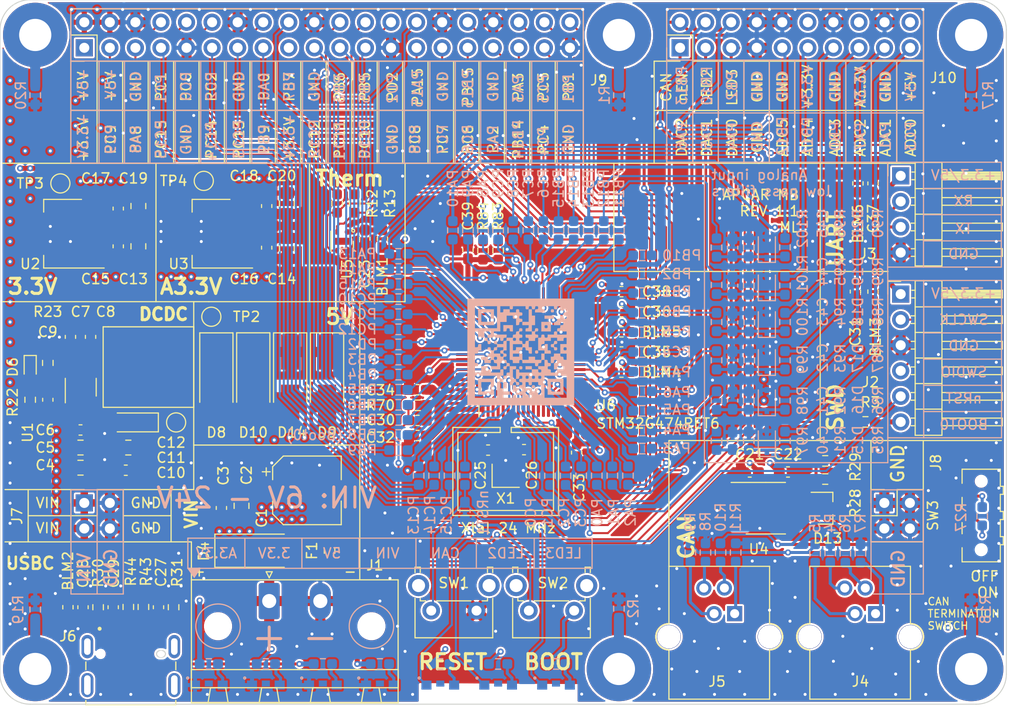
<source format=kicad_pcb>
(kicad_pcb (version 20171130) (host pcbnew "(5.1.8)-1")
  (layers (0 F.Cu signal) (1 In1.Cu signal hide) (2 In2.Cu signal) (31 B.Cu signal) (34 B.Paste user hide) (35 F.Paste user hide) (36 B.SilkS user) (37 F.SilkS user) (38 B.Mask user hide) (39 F.Mask user hide) (44 Edge.Cuts user hide))
  (net 0 "")
  (net 1 "Net-(BLM1-Pad2)")
  (net 2 +3V3)
  (net 3 /MCU/USB_VBUS)
  (net 4 VBUS)
  (net 5 "Net-(BLM4-Pad2)")
  (net 6 +3.3VA)
  (net 7 "Net-(BLM5-Pad2)")
  (net 8 +5VD)
  (net 9 /MCU/UART_V+)
  (net 10 /MCU/nRST)
  (net 11 GND)
  (net 12 /MCU/BOOT0)
  (net 13 VCC)
  (net 14 "Net-(C7-Pad2)")
  (net 15 "Net-(C8-Pad2)")
  (net 16 "Net-(C8-Pad1)")
  (net 17 "Net-(C9-Pad2)")
  (net 18 +5V)
  (net 19 /MCU/HSE_IN)
  (net 20 /MCU/HSE_OUT)
  (net 21 /MCU/USB_D-)
  (net 22 /MCU/USB_D+)
  (net 23 /MCU/PC3)
  (net 24 /MCU/PA1)
  (net 25 /MCU/PA7)
  (net 26 /MCU/PB0)
  (net 27 /MCU/PB11)
  (net 28 /MCU/PB12)
  (net 29 /POWER/VIN+)
  (net 30 /CAN/CANL)
  (net 31 /CAN/CANH)
  (net 32 "Net-(J2-Pad6)")
  (net 33 /MCU/SWDIO)
  (net 34 /MCU/SWCLK)
  (net 35 /MCU/UART_TX)
  (net 36 /MCU/UART_RX)
  (net 37 "Net-(J4-Pad4)")
  (net 38 "Net-(J4-Pad3)")
  (net 39 "Net-(J4-Pad2)")
  (net 40 "Net-(J4-Pad1)")
  (net 41 "Net-(J5-Pad4)")
  (net 42 "Net-(J5-Pad3)")
  (net 43 "Net-(J5-Pad2)")
  (net 44 "Net-(J5-Pad1)")
  (net 45 /GPIO_PC7)
  (net 46 /GPIO_PC6)
  (net 47 /GPIO_PC8)
  (net 48 /GPIO_PB15)
  (net 49 /GPIO_PA15)
  (net 50 /GPIO_PD2)
  (net 51 /GPIO_PB14)
  (net 52 /GPIO_PB5)
  (net 53 /GPIO_PB6)
  (net 54 /GPIO_PB1)
  (net 55 /GPIO_PB7)
  (net 56 /GPIO_PC5)
  (net 57 /GPIO_PC4)
  (net 58 /GPIO_PC10)
  (net 59 /GPIO_PA3)
  (net 60 /GPIO_PC11)
  (net 61 /GPIO_PC12)
  (net 62 /GPIO_PA2)
  (net 63 /GPIO_PA0)
  (net 64 /GPIO_PB9)
  (net 65 /GPIO_PC13)
  (net 66 /GPIO_PC2)
  (net 67 /GPIO_PC14)
  (net 68 /GPIO_PC0)
  (net 69 /GPIO_PC1)
  (net 70 /GPIO_PC15)
  (net 71 /AOUT2)
  (net 72 /AOUT1)
  (net 73 /GPIO_PB10)
  (net 74 /AOUT0)
  (net 75 /GPIO_PB2)
  (net 76 /AIN5)
  (net 77 /AIN4)
  (net 78 /AIN3)
  (net 79 /AIN2)
  (net 80 /AIN1)
  (net 81 /AIN0)
  (net 82 "Net-(R1-Pad1)")
  (net 83 "Net-(R2-Pad1)")
  (net 84 /MCU/SDA)
  (net 85 /MCU/SCL)
  (net 86 "Net-(R17-Pad1)")
  (net 87 "Net-(R18-Pad1)")
  (net 88 /MCU/USB_CC1)
  (net 89 /MCU/USB_CC2)
  (net 90 /CAN/CAN_TX)
  (net 91 /CAN/CAN_RX)
  (net 92 "Net-(D5-PadA)")
  (net 93 "Net-(D7-PadA)")
  (net 94 "Net-(D11-PadA)")
  (net 95 "Net-(D12-PadA)")
  (net 96 /MCU/USBD-)
  (net 97 /MCU/USBD+)
  (net 98 "Net-(D1-PadA)")
  (net 99 "Net-(D2-PadA)")
  (net 100 "Net-(D3-PadA)")
  (net 101 /GPIO_SCL)
  (net 102 /GPIO_SDA)
  (net 103 "Net-(D4-Pad2)")
  (net 104 "Net-(C40-Pad1)")
  (net 105 "Net-(C41-Pad1)")
  (net 106 "Net-(C42-Pad1)")
  (net 107 "Net-(C43-Pad1)")
  (net 108 "Net-(C44-Pad1)")
  (net 109 /CAN_NEN)
  (net 110 "Net-(C45-Pad1)")
  (net 111 "Net-(R19-Pad1)")
  (net 112 "Net-(R20-Pad1)")
  (net 113 "Net-(R27-Pad1)")
  (net 114 "Net-(R28-Pad1)")
  (net 115 "Net-(C10-Pad1)")
  (net 116 "Net-(U6-Pad7)")
  (net 117 "Net-(PA0-Pad2)")
  (net 118 "Net-(PA1-Pad2)")
  (net 119 "Net-(PA2-Pad2)")
  (net 120 "Net-(PA3-Pad2)")
  (net 121 "Net-(PA4-Pad2)")
  (net 122 "Net-(PA5-Pad2)")
  (net 123 "Net-(PA6-Pad2)")
  (net 124 "Net-(PA7-Pad2)")
  (net 125 "Net-(PA8-Pad2)")
  (net 126 "Net-(PA9-Pad2)")
  (net 127 "Net-(PA10-Pad2)")
  (net 128 "Net-(PA13-Pad2)")
  (net 129 "Net-(PA14-Pad2)")
  (net 130 "Net-(PA15-Pad2)")
  (net 131 "Net-(PB0-Pad2)")
  (net 132 "Net-(PB1-Pad2)")
  (net 133 "Net-(PB2-Pad2)")
  (net 134 "Net-(PB3-Pad2)")
  (net 135 "Net-(PB4-Pad2)")
  (net 136 "Net-(PB5-Pad2)")
  (net 137 "Net-(PB6-Pad2)")
  (net 138 "Net-(PB7-Pad2)")
  (net 139 "Net-(PB8-Pad2)")
  (net 140 "Net-(PB9-Pad2)")
  (net 141 "Net-(PB10-Pad2)")
  (net 142 "Net-(PB11-Pad2)")
  (net 143 "Net-(PB12-Pad2)")
  (net 144 "Net-(PB13-Pad2)")
  (net 145 "Net-(PB14-Pad2)")
  (net 146 "Net-(PB15-Pad2)")
  (net 147 "Net-(PC0-Pad2)")
  (net 148 "Net-(PC1-Pad2)")
  (net 149 "Net-(PC2-Pad2)")
  (net 150 "Net-(PC3-Pad2)")
  (net 151 "Net-(PC4-Pad2)")
  (net 152 "Net-(PC6-Pad2)")
  (net 153 "Net-(PC7-Pad2)")
  (net 154 "Net-(PC8-Pad2)")
  (net 155 "Net-(PC9-Pad2)")
  (net 156 "Net-(PC10-Pad2)")
  (net 157 "Net-(PC11-Pad2)")
  (net 158 "Net-(PC12-Pad2)")
  (net 159 "Net-(PC13-Pad2)")
  (net 160 "Net-(PC14-Pad2)")
  (net 161 "Net-(PC15-Pad2)")
  (net 162 "Net-(PD2-Pad2)")
  (net 163 "Net-(PC5-Pad2)")
  (net 164 +5VP)
  (net 165 /MCU/SWV+)
  (module Matrioszka:gitlab (layer B.Cu) (at 51.75 35)
    (fp_text reference G*** hide)
    (fp_text value LOGO hide)
  )
  (module Resistor_SMD:R_0603_1608Metric_Pad0.98x0.95mm_HandSolder (layer B.Cu) (at 20.75 66)
    (fp_text reference R26 hide)
    (fp_text value 1k)
    (pad 2 smd roundrect (at 0.9125 0) (size 0.975 0.95) (layers B.Cu B.Paste B.Mask) (net 95 "Net-(D12-PadA)"))
    (pad 1 smd roundrect (at -0.9125 0) (size 0.975 0.95) (layers B.Cu B.Paste B.Mask) (net 6 +3.3VA))
  )
  (module Resistor_SMD:R_0603_1608Metric_Pad0.98x0.95mm_HandSolder (layer B.Cu) (at 26.416666 66)
    (fp_text reference R25 hide)
    (fp_text value 1k)
    (pad 2 smd roundrect (at 0.9125 0) (size 0.975 0.95) (layers B.Cu B.Paste B.Mask) (net 94 "Net-(D11-PadA)"))
    (pad 1 smd roundrect (at -0.9125 0) (size 0.975 0.95) (layers B.Cu B.Paste B.Mask) (net 2 +3V3))
  )
  (module Resistor_SMD:R_0603_1608Metric_Pad0.98x0.95mm_HandSolder (layer B.Cu) (at 55.25 66)
    (fp_text reference R16 hide)
    (fp_text value 1k)
    (pad 2 smd roundrect (at 0.9125 0) (size 0.975 0.95) (layers B.Cu B.Paste B.Mask) (net 100 "Net-(D3-PadA)"))
    (pad 1 smd roundrect (at -0.9125 0) (size 0.975 0.95) (layers B.Cu B.Paste B.Mask) (net 2 +3V3))
  )
  (module Resistor_SMD:R_0603_1608Metric_Pad0.98x0.95mm_HandSolder (layer B.Cu) (at 49.5 66)
    (fp_text reference R15 hide)
    (fp_text value 1k)
    (pad 2 smd roundrect (at 0.9125 0) (size 0.975 0.95) (layers B.Cu B.Paste B.Mask) (net 99 "Net-(D2-PadA)"))
    (pad 1 smd roundrect (at -0.9125 0) (size 0.975 0.95) (layers B.Cu B.Paste B.Mask) (net 2 +3V3))
  )
  (module Diode_SMD:D_SMA_Handsoldering (layer F.Cu) (at 28.833332 37.5 270)
    (fp_text reference D14 (at 5.5 -0.166668 180) (layer F.SilkS))
    (fp_text value B360A-13-F)
    (pad 2 smd rect (at 2.5 0 270) (size 3.5 1.8) (layers F.Cu F.Paste F.Mask) (net 164 +5VP))
    (pad 1 smd rect (at -2.5 0 270) (size 3.5 1.8) (layers F.Cu F.Paste F.Mask) (net 18 +5V))
  )
  (module Capacitor_SMD:C_0603_1608Metric_Pad1.08x0.95mm_HandSolder (layer F.Cu) (at 52.07 44.704 180)
    (fp_text reference C26 (at -0.762 -2.54 90) (layer F.SilkS))
    (fp_text value 4.7pF)
    (pad 2 smd roundrect (at 0.8625 0 180) (size 1.075 0.95) (layers F.Cu F.Paste F.Mask) (net 20 /MCU/HSE_OUT))
    (pad 1 smd roundrect (at -0.8625 0 180) (size 1.075 0.95) (layers F.Cu F.Paste F.Mask) (net 11 GND))
  )
  (module Matrioszka:Crystal_SMD_2016-4Pin_2.0x1.6mm (layer F.Cu) (at 50.25 47.3)
    (fp_text reference X1 (at 0 2.25 180) (layer F.SilkS))
    (fp_text value XRCGB24M000F3M00R0)
    (pad 1 smd rect (at -0.7 0.55) (size 0.9 0.8) (layers F.Cu F.Paste F.Mask) (net 19 /MCU/HSE_IN))
    (pad 2 smd rect (at 0.7 0.55) (size 0.9 0.8) (layers F.Cu F.Paste F.Mask) (net 11 GND))
    (pad 3 smd rect (at 0.7 -0.55) (size 0.9 0.8) (layers F.Cu F.Paste F.Mask) (net 20 /MCU/HSE_OUT))
    (pad 4 smd rect (at -0.7 -0.55) (size 0.9 0.8) (layers F.Cu F.Paste F.Mask) (net 11 GND))
  )
  (module Sensor_Humidity:Sensirion_DFN-4-1EP_2x2mm_P1mm_EP0.7x1.6mm (layer F.Cu) (at 34 24 270)
    (fp_text reference U5 (at 2.75 -0.5 270) (layer F.SilkS))
    (fp_text value SHTC3)
    (pad 5 smd roundrect (at 0 0 270) (size 0.7 1.6) (layers F.Cu F.Mask))
    (pad 4 smd roundrect (at 0.925 -0.5 270) (size 0.55 0.35) (layers F.Cu F.Mask) (net 11 GND))
    (pad 3 smd roundrect (at 0.925 0.5 270) (size 0.55 0.35) (layers F.Cu F.Mask) (net 84 /MCU/SDA))
    (pad 2 smd roundrect (at -0.925 0.5 270) (size 0.55 0.35) (layers F.Cu F.Mask) (net 85 /MCU/SCL))
    (pad 1 smd roundrect (at -0.925 -0.5 270) (size 0.55 0.35) (layers F.Cu F.Mask) (net 1 "Net-(BLM1-Pad2)"))
  )
  (module Matrioszka:L_Bourns_SRR6038 (layer F.Cu) (at 14.75 36.5)
    (fp_text reference L1 hide)
    (fp_text value SRR6038-100Y)
    (pad 2 smd rect (at 2.35 0) (size 3 7.3) (layers F.Cu F.Paste F.Mask) (net 115 "Net-(C10-Pad1)"))
    (pad 1 smd rect (at -2.35 0) (size 3 7.3) (layers F.Cu F.Paste F.Mask) (net 15 "Net-(C8-Pad2)"))
  )
  (module Package_SO:SO-8_3.9x4.9mm_P1.27mm (layer F.Cu) (at 76.1 50.525)
    (fp_text reference U4 (at -0.7 4.075 180) (layer F.SilkS))
    (fp_text value TLE7250GVIOXUMA2)
    (pad 8 smd roundrect (at 2.575 -1.905) (size 1.75 0.6) (layers F.Cu F.Paste F.Mask) (net 114 "Net-(R28-Pad1)"))
    (pad 7 smd roundrect (at 2.575 -0.635) (size 1.75 0.6) (layers F.Cu F.Paste F.Mask) (net 31 /CAN/CANH))
    (pad 6 smd roundrect (at 2.575 0.635) (size 1.75 0.6) (layers F.Cu F.Paste F.Mask) (net 30 /CAN/CANL))
    (pad 5 smd roundrect (at 2.575 1.905) (size 1.75 0.6) (layers F.Cu F.Paste F.Mask) (net 2 +3V3))
    (pad 4 smd roundrect (at -2.575 1.905) (size 1.75 0.6) (layers F.Cu F.Paste F.Mask) (net 91 /CAN/CAN_RX))
    (pad 3 smd roundrect (at -2.575 0.635) (size 1.75 0.6) (layers F.Cu F.Paste F.Mask) (net 18 +5V))
    (pad 2 smd roundrect (at -2.575 -0.635) (size 1.75 0.6) (layers F.Cu F.Paste F.Mask) (net 11 GND))
    (pad 1 smd roundrect (at -2.575 -1.905) (size 1.75 0.6) (layers F.Cu F.Paste F.Mask) (net 90 /CAN/CAN_TX))
  )
  (module Matrioszka:WE_615004143821 (layer F.Cu) (at 87 61 180)
    (fp_text reference J4 (at 1.5 -6.75 180) (layer F.SilkS))
    (fp_text value WE615004143821)
    (pad 4 thru_hole circle (at 3.06 2.54) (size 1.5 1.5) (drill 0.9) (layers *.Cu *.Mask) (net 37 "Net-(J4-Pad4)"))
    (pad "" np_thru_hole circle (at 6.53 -2.3) (size 2.36 2.36) (drill 2.3) (layers *.Cu *.Mask))
    (pad 3 thru_hole circle (at 2.04 0) (size 1.5 1.5) (drill 0.9) (layers *.Cu *.Mask) (net 38 "Net-(J4-Pad3)"))
    (pad 2 thru_hole circle (at 1.02 2.54) (size 1.5 1.5) (drill 0.9) (layers *.Cu *.Mask) (net 39 "Net-(J4-Pad2)"))
    (pad 1 thru_hole rect (at 0 0) (size 1.5 1.5) (drill 0.9) (layers *.Cu *.Mask) (net 40 "Net-(J4-Pad1)"))
    (pad "" np_thru_hole circle (at -3.47 -2.3) (size 2.36 2.36) (drill 2.3) (layers *.Cu *.Mask))
  )
  (module Matrioszka:WE_615004143821 (layer F.Cu) (at 73 61 180)
    (fp_text reference J5 (at 1.75 -6.75 180) (layer F.SilkS))
    (fp_text value WE615004143821)
    (pad 4 thru_hole circle (at 3.06 2.54) (size 1.5 1.5) (drill 0.9) (layers *.Cu *.Mask) (net 41 "Net-(J5-Pad4)"))
    (pad "" np_thru_hole circle (at 6.53 -2.3) (size 2.36 2.36) (drill 2.3) (layers *.Cu *.Mask))
    (pad 3 thru_hole circle (at 2.04 0) (size 1.5 1.5) (drill 0.9) (layers *.Cu *.Mask) (net 42 "Net-(J5-Pad3)"))
    (pad 2 thru_hole circle (at 1.02 2.54) (size 1.5 1.5) (drill 0.9) (layers *.Cu *.Mask) (net 43 "Net-(J5-Pad2)"))
    (pad 1 thru_hole rect (at 0 0) (size 1.5 1.5) (drill 0.9) (layers *.Cu *.Mask) (net 44 "Net-(J5-Pad1)"))
    (pad "" np_thru_hole circle (at -3.47 -2.3) (size 2.36 2.36) (drill 2.3) (layers *.Cu *.Mask))
  )
  (module Matrioszka:SW_SPDT_CK-JS102011SAQN (layer F.Cu) (at 97.5 51.25 90)
    (fp_text reference SW3 (at 0 -4.8 90) (layer F.SilkS))
    (fp_text value JS102011SAQN)
    (pad "" np_thru_hole circle (at 3.4 0 90) (size 0.9 0.9) (drill 0.9) (layers *.Cu *.Mask))
    (pad "" np_thru_hole circle (at -3.4 0 90) (size 0.9 0.9) (drill 0.9) (layers *.Cu *.Mask))
    (pad 3 smd rect (at 2.5 -2.75 90) (size 1.25 2.5) (layers F.Cu F.Paste F.Mask) (net 30 /CAN/CANL))
    (pad 2 smd rect (at 0 -2.75 90) (size 1.25 2.5) (layers F.Cu F.Paste F.Mask) (net 113 "Net-(R27-Pad1)"))
    (pad 1 smd rect (at -2.5 -2.75 90) (size 1.25 2.5) (layers F.Cu F.Paste F.Mask) (net 31 /CAN/CANH))
  )
  (module Matrioszka:JAE_DX07S016JA1R1500 (layer F.Cu) (at 13 65)
    (fp_text reference J6 (at -6.25 -1.75) (layer F.SilkS))
    (fp_text value USB-C)
    (fp_line (start 3.125 0.315) (end 2.875 0.315) (layer Edge.Cuts) (width 0.1))
    (fp_line (start 2.875 -0.315) (end 3.125 -0.315) (layer Edge.Cuts) (width 0.1))
    (fp_arc (start 3.125 0) (end 3.44 0) (angle -90) (layer Edge.Cuts) (width 0.1))
    (fp_arc (start 3.125 0) (end 3.125 0.315) (angle -90) (layer Edge.Cuts) (width 0.1))
    (fp_arc (start 2.875 0) (end 2.56 0) (angle -90) (layer Edge.Cuts) (width 0.1))
    (fp_arc (start 2.875 0) (end 2.875 -0.315) (angle -90) (layer Edge.Cuts) (width 0.1))
    (pad 1 smd rect (at -3.1 -1.1) (size 0.52 1) (layers F.Cu F.Paste F.Mask) (net 11 GND))
    (pad 12 smd rect (at 3.1 -1.1) (size 0.52 1) (layers F.Cu F.Paste F.Mask) (net 11 GND))
    (pad 2 smd rect (at -2.35 -1.1) (size 0.52 1) (layers F.Cu F.Paste F.Mask) (net 3 /MCU/USB_VBUS))
    (pad 11 smd rect (at 2.35 -1.1) (size 0.52 1) (layers F.Cu F.Paste F.Mask) (net 3 /MCU/USB_VBUS))
    (pad 3 smd rect (at -1.75 -1.1) (size 0.27 1) (layers F.Cu F.Paste F.Mask) (net 88 /MCU/USB_CC1))
    (pad 10 smd rect (at 1.75 -1.1) (size 0.27 1) (layers F.Cu F.Paste F.Mask))
    (pad 4 smd rect (at -1.25 -1.1) (size 0.27 1) (layers F.Cu F.Paste F.Mask))
    (pad 5 smd rect (at -0.75 -1.1) (size 0.27 1) (layers F.Cu F.Paste F.Mask) (net 21 /MCU/USB_D-))
    (pad 6 smd rect (at -0.25 -1.1) (size 0.27 1) (layers F.Cu F.Paste F.Mask) (net 22 /MCU/USB_D+))
    (pad 7 smd rect (at 0.25 -1.1) (size 0.27 1) (layers F.Cu F.Paste F.Mask) (net 22 /MCU/USB_D+))
    (pad 8 smd rect (at 0.75 -1.1) (size 0.27 1) (layers F.Cu F.Paste F.Mask) (net 21 /MCU/USB_D-))
    (pad 9 smd rect (at 1.25 -1.1) (size 0.27 1) (layers F.Cu F.Paste F.Mask) (net 89 /MCU/USB_CC2))
    (pad None np_thru_hole circle (at 3 0) (size 0.6 0.6) (drill 0.6) (layers *.Cu *.Mask))
    (pad None np_thru_hole circle (at 3 0) (size 0.63 0.63) (drill 0.63) (layers *.Cu *.Mask))
    (pad S1 smd rect (at -1.4 3.1) (size 1 2) (layers F.Cu F.Paste F.Mask) (net 11 GND))
    (pad S2 smd rect (at 1.4 3.1) (size 1 2) (layers F.Cu F.Paste F.Mask) (net 11 GND))
    (pad None np_thru_hole circle (at -3 0) (size 0.63 0.63) (drill 0.63) (layers *.Cu *.Mask))
    (pad S3 thru_hole oval (at -4.32 -0.725) (size 1.158 2.316) (drill oval 0.65 1.65) (layers *.Cu *.Mask))
    (pad S4 thru_hole oval (at 4.32 -0.725) (size 1.158 2.316) (drill oval 0.65 1.65) (layers *.Cu *.Mask))
    (pad S5 thru_hole oval (at -4.32 3.1) (size 1.2 2.4) (drill oval 0.65 1.95) (layers *.Cu *.Mask))
    (pad S6 thru_hole oval (at 4.32 3.1) (size 1.2 2.4) (drill oval 0.65 1.95) (layers *.Cu *.Mask))
  )
  (module Matrioszka:PinHeader_2x20_P2.54mm_Vertical (layer F.Cu) (at 8.375 4.775 90)
    (fp_text reference J9 (at -3.225 51.125) (layer F.SilkS))
    (fp_text value M20-9982046)
    (pad 1 thru_hole rect (at 0 0 90) (size 1.7 1.7) (drill 1) (layers *.Cu *.Mask) (net 2 +3V3))
    (pad 2 thru_hole oval (at 2.54 0 90) (size 1.7 1.7) (drill 1) (layers *.Cu *.Mask) (net 18 +5V))
    (pad 3 thru_hole oval (at 0 2.54 90) (size 1.7 1.7) (drill 1) (layers *.Cu *.Mask) (net 102 /GPIO_SDA))
    (pad 4 thru_hole oval (at 2.54 2.54 90) (size 1.7 1.7) (drill 1) (layers *.Cu *.Mask) (net 18 +5V))
    (pad 5 thru_hole oval (at 0 5.08 90) (size 1.7 1.7) (drill 1) (layers *.Cu *.Mask) (net 101 /GPIO_SCL))
    (pad 6 thru_hole oval (at 2.54 5.08 90) (size 1.7 1.7) (drill 1) (layers *.Cu *.Mask) (net 11 GND))
    (pad 7 thru_hole oval (at 0 7.62 90) (size 1.7 1.7) (drill 1) (layers *.Cu *.Mask) (net 70 /GPIO_PC15))
    (pad 8 thru_hole oval (at 2.54 7.62 90) (size 1.7 1.7) (drill 1) (layers *.Cu *.Mask) (net 69 /GPIO_PC1))
    (pad 9 thru_hole oval (at 0 10.16 90) (size 1.7 1.7) (drill 1) (layers *.Cu *.Mask) (net 11 GND))
    (pad 10 thru_hole oval (at 2.54 10.16 90) (size 1.7 1.7) (drill 1) (layers *.Cu *.Mask) (net 68 /GPIO_PC0))
    (pad 11 thru_hole oval (at 0 12.7 90) (size 1.7 1.7) (drill 1) (layers *.Cu *.Mask) (net 67 /GPIO_PC14))
    (pad 12 thru_hole oval (at 2.54 12.7 90) (size 1.7 1.7) (drill 1) (layers *.Cu *.Mask) (net 66 /GPIO_PC2))
    (pad 13 thru_hole oval (at 0 15.24 90) (size 1.7 1.7) (drill 1) (layers *.Cu *.Mask) (net 65 /GPIO_PC13))
    (pad 14 thru_hole oval (at 2.54 15.24 90) (size 1.7 1.7) (drill 1) (layers *.Cu *.Mask) (net 11 GND))
    (pad 15 thru_hole oval (at 0 17.78 90) (size 1.7 1.7) (drill 1) (layers *.Cu *.Mask) (net 64 /GPIO_PB9))
    (pad 16 thru_hole oval (at 2.54 17.78 90) (size 1.7 1.7) (drill 1) (layers *.Cu *.Mask) (net 63 /GPIO_PA0))
    (pad 17 thru_hole oval (at 0 20.32 90) (size 1.7 1.7) (drill 1) (layers *.Cu *.Mask) (net 2 +3V3))
    (pad 18 thru_hole oval (at 2.54 20.32 90) (size 1.7 1.7) (drill 1) (layers *.Cu *.Mask) (net 55 /GPIO_PB7))
    (pad 19 thru_hole oval (at 0 22.86 90) (size 1.7 1.7) (drill 1) (layers *.Cu *.Mask) (net 61 /GPIO_PC12))
    (pad 20 thru_hole oval (at 2.54 22.86 90) (size 1.7 1.7) (drill 1) (layers *.Cu *.Mask) (net 11 GND))
    (pad 21 thru_hole oval (at 0 25.4 90) (size 1.7 1.7) (drill 1) (layers *.Cu *.Mask) (net 60 /GPIO_PC11))
    (pad 22 thru_hole oval (at 2.54 25.4 90) (size 1.7 1.7) (drill 1) (layers *.Cu *.Mask) (net 53 /GPIO_PB6))
    (pad 23 thru_hole oval (at 0 27.94 90) (size 1.7 1.7) (drill 1) (layers *.Cu *.Mask) (net 58 /GPIO_PC10))
    (pad 24 thru_hole oval (at 2.54 27.94 90) (size 1.7 1.7) (drill 1) (layers *.Cu *.Mask) (net 52 /GPIO_PB5))
    (pad 25 thru_hole oval (at 0 30.48 90) (size 1.7 1.7) (drill 1) (layers *.Cu *.Mask) (net 11 GND))
    (pad 26 thru_hole oval (at 2.54 30.48 90) (size 1.7 1.7) (drill 1) (layers *.Cu *.Mask) (net 50 /GPIO_PD2))
    (pad 27 thru_hole oval (at 0 33.02 90) (size 1.7 1.7) (drill 1) (layers *.Cu *.Mask) (net 47 /GPIO_PC8))
    (pad 28 thru_hole oval (at 2.54 33.02 90) (size 1.7 1.7) (drill 1) (layers *.Cu *.Mask) (net 49 /GPIO_PA15))
    (pad 29 thru_hole oval (at 0 35.56 90) (size 1.7 1.7) (drill 1) (layers *.Cu *.Mask) (net 45 /GPIO_PC7))
    (pad 30 thru_hole oval (at 2.54 35.56 90) (size 1.7 1.7) (drill 1) (layers *.Cu *.Mask) (net 11 GND))
    (pad 31 thru_hole oval (at 0 38.1 90) (size 1.7 1.7) (drill 1) (layers *.Cu *.Mask) (net 46 /GPIO_PC6))
    (pad 32 thru_hole oval (at 2.54 38.1 90) (size 1.7 1.7) (drill 1) (layers *.Cu *.Mask) (net 48 /GPIO_PB15))
    (pad 33 thru_hole oval (at 0 40.64 90) (size 1.7 1.7) (drill 1) (layers *.Cu *.Mask) (net 62 /GPIO_PA2))
    (pad 34 thru_hole oval (at 2.54 40.64 90) (size 1.7 1.7) (drill 1) (layers *.Cu *.Mask) (net 11 GND))
    (pad 35 thru_hole oval (at 0 43.18 90) (size 1.7 1.7) (drill 1) (layers *.Cu *.Mask) (net 51 /GPIO_PB14))
    (pad 36 thru_hole oval (at 2.54 43.18 90) (size 1.7 1.7) (drill 1) (layers *.Cu *.Mask) (net 59 /GPIO_PA3))
    (pad 37 thru_hole oval (at 0 45.72 90) (size 1.7 1.7) (drill 1) (layers *.Cu *.Mask) (net 57 /GPIO_PC4))
    (pad 38 thru_hole oval (at 2.54 45.72 90) (size 1.7 1.7) (drill 1) (layers *.Cu *.Mask) (net 56 /GPIO_PC5))
    (pad 39 thru_hole oval (at 0 48.26 90) (size 1.7 1.7) (drill 1) (layers *.Cu *.Mask) (net 11 GND))
    (pad 40 thru_hole oval (at 2.54 48.26 90) (size 1.7 1.7) (drill 1) (layers *.Cu *.Mask) (net 54 /GPIO_PB1))
  )
  (module Resistor_SMD:R_0603_1608Metric_Pad0.98x0.95mm_HandSolder (layer B.Cu) (at 39.5875 43.25)
    (fp_text reference PB8 (at -3.5875 -0.025) (layer B.SilkS) (effects (justify mirror)))
    (fp_text value 2k)
    (pad 2 smd roundrect (at 0.9125 0) (size 0.975 0.95) (layers B.Cu B.Paste B.Mask) (net 139 "Net-(PB8-Pad2)"))
    (pad 1 smd roundrect (at -0.9125 0) (size 0.975 0.95) (layers B.Cu B.Paste B.Mask) (net 12 /MCU/BOOT0))
  )
  (module Capacitor_SMD:C_0603_1608Metric_Pad1.08x0.95mm_HandSolder (layer F.Cu) (at 41.5 41.8)
    (fp_text reference C30 (at -3.675 -0.05) (layer F.SilkS))
    (fp_text value 1uF)
    (pad 2 smd roundrect (at 0.8625 0) (size 1.075 0.95) (layers F.Cu F.Paste F.Mask) (net 11 GND))
    (pad 1 smd roundrect (at -0.8625 0) (size 1.075 0.95) (layers F.Cu F.Paste F.Mask) (net 12 /MCU/BOOT0))
  )
  (module Connector_PinHeader_2.54mm:PinHeader_2x10_P2.54mm_Vertical (layer F.Cu) (at 67.575 4.775 90)
    (fp_text reference J10 (at -2.975 26.175) (layer F.SilkS))
    (fp_text value "M20-9981046 ")
    (pad 20 thru_hole oval (at 2.54 22.86 90) (size 1.7 1.7) (drill 1) (layers *.Cu *.Mask) (net 18 +5V))
    (pad 19 thru_hole oval (at 0 22.86 90) (size 1.7 1.7) (drill 1) (layers *.Cu *.Mask) (net 81 /AIN0))
    (pad 18 thru_hole oval (at 2.54 20.32 90) (size 1.7 1.7) (drill 1) (layers *.Cu *.Mask) (net 11 GND))
    (pad 17 thru_hole oval (at 0 20.32 90) (size 1.7 1.7) (drill 1) (layers *.Cu *.Mask) (net 80 /AIN1))
    (pad 16 thru_hole oval (at 2.54 17.78 90) (size 1.7 1.7) (drill 1) (layers *.Cu *.Mask) (net 6 +3.3VA))
    (pad 15 thru_hole oval (at 0 17.78 90) (size 1.7 1.7) (drill 1) (layers *.Cu *.Mask) (net 79 /AIN2))
    (pad 14 thru_hole oval (at 2.54 15.24 90) (size 1.7 1.7) (drill 1) (layers *.Cu *.Mask) (net 11 GND))
    (pad 13 thru_hole oval (at 0 15.24 90) (size 1.7 1.7) (drill 1) (layers *.Cu *.Mask) (net 78 /AIN3))
    (pad 12 thru_hole oval (at 2.54 12.7 90) (size 1.7 1.7) (drill 1) (layers *.Cu *.Mask) (net 2 +3V3))
    (pad 11 thru_hole oval (at 0 12.7 90) (size 1.7 1.7) (drill 1) (layers *.Cu *.Mask) (net 77 /AIN4))
    (pad 10 thru_hole oval (at 2.54 10.16 90) (size 1.7 1.7) (drill 1) (layers *.Cu *.Mask) (net 11 GND))
    (pad 9 thru_hole oval (at 0 10.16 90) (size 1.7 1.7) (drill 1) (layers *.Cu *.Mask) (net 76 /AIN5))
    (pad 8 thru_hole oval (at 2.54 7.62 90) (size 1.7 1.7) (drill 1) (layers *.Cu *.Mask) (net 11 GND))
    (pad 7 thru_hole oval (at 0 7.62 90) (size 1.7 1.7) (drill 1) (layers *.Cu *.Mask) (net 11 GND))
    (pad 6 thru_hole oval (at 2.54 5.08 90) (size 1.7 1.7) (drill 1) (layers *.Cu *.Mask) (net 75 /GPIO_PB2))
    (pad 5 thru_hole oval (at 0 5.08 90) (size 1.7 1.7) (drill 1) (layers *.Cu *.Mask) (net 74 /AOUT0))
    (pad 4 thru_hole oval (at 2.54 2.54 90) (size 1.7 1.7) (drill 1) (layers *.Cu *.Mask) (net 73 /GPIO_PB10))
    (pad 3 thru_hole oval (at 0 2.54 90) (size 1.7 1.7) (drill 1) (layers *.Cu *.Mask) (net 72 /AOUT1))
    (pad 2 thru_hole oval (at 2.54 0 90) (size 1.7 1.7) (drill 1) (layers *.Cu *.Mask) (net 109 /CAN_NEN))
    (pad 1 thru_hole rect (at 0 0 90) (size 1.7 1.7) (drill 1) (layers *.Cu *.Mask) (net 71 /AOUT2))
  )
  (module Package_QFP:LQFP-64_10x10mm_P0.5mm (layer F.Cu) (at 51.75 35 90)
    (fp_text reference U6 (at -5.3 8.45 180) (layer F.SilkS))
    (fp_text value STM32G474RET6)
    (pad 64 smd roundrect (at -3.75 -5.675 90) (size 0.3 1.55) (layers F.Cu F.Paste F.Mask) (net 2 +3V3))
    (pad 63 smd roundrect (at -3.25 -5.675 90) (size 0.3 1.55) (layers F.Cu F.Paste F.Mask) (net 11 GND))
    (pad 62 smd roundrect (at -2.75 -5.675 90) (size 0.3 1.55) (layers F.Cu F.Paste F.Mask) (net 140 "Net-(PB9-Pad2)"))
    (pad 61 smd roundrect (at -2.25 -5.675 90) (size 0.3 1.55) (layers F.Cu F.Paste F.Mask) (net 139 "Net-(PB8-Pad2)"))
    (pad 60 smd roundrect (at -1.75 -5.675 90) (size 0.3 1.55) (layers F.Cu F.Paste F.Mask) (net 138 "Net-(PB7-Pad2)"))
    (pad 59 smd roundrect (at -1.25 -5.675 90) (size 0.3 1.55) (layers F.Cu F.Paste F.Mask) (net 137 "Net-(PB6-Pad2)"))
    (pad 58 smd roundrect (at -0.75 -5.675 90) (size 0.3 1.55) (layers F.Cu F.Paste F.Mask) (net 136 "Net-(PB5-Pad2)"))
    (pad 57 smd roundrect (at -0.25 -5.675 90) (size 0.3 1.55) (layers F.Cu F.Paste F.Mask) (net 135 "Net-(PB4-Pad2)"))
    (pad 56 smd roundrect (at 0.25 -5.675 90) (size 0.3 1.55) (layers F.Cu F.Paste F.Mask) (net 134 "Net-(PB3-Pad2)"))
    (pad 55 smd roundrect (at 0.75 -5.675 90) (size 0.3 1.55) (layers F.Cu F.Paste F.Mask) (net 162 "Net-(PD2-Pad2)"))
    (pad 54 smd roundrect (at 1.25 -5.675 90) (size 0.3 1.55) (layers F.Cu F.Paste F.Mask) (net 158 "Net-(PC12-Pad2)"))
    (pad 53 smd roundrect (at 1.75 -5.675 90) (size 0.3 1.55) (layers F.Cu F.Paste F.Mask) (net 157 "Net-(PC11-Pad2)"))
    (pad 52 smd roundrect (at 2.25 -5.675 90) (size 0.3 1.55) (layers F.Cu F.Paste F.Mask) (net 156 "Net-(PC10-Pad2)"))
    (pad 51 smd roundrect (at 2.75 -5.675 90) (size 0.3 1.55) (layers F.Cu F.Paste F.Mask) (net 130 "Net-(PA15-Pad2)"))
    (pad 50 smd roundrect (at 3.25 -5.675 90) (size 0.3 1.55) (layers F.Cu F.Paste F.Mask) (net 129 "Net-(PA14-Pad2)"))
    (pad 49 smd roundrect (at 3.75 -5.675 90) (size 0.3 1.55) (layers F.Cu F.Paste F.Mask) (net 128 "Net-(PA13-Pad2)"))
    (pad 48 smd roundrect (at 5.675 -3.75 90) (size 1.55 0.3) (layers F.Cu F.Paste F.Mask) (net 2 +3V3))
    (pad 47 smd roundrect (at 5.675 -3.25 90) (size 1.55 0.3) (layers F.Cu F.Paste F.Mask) (net 11 GND))
    (pad 46 smd roundrect (at 5.675 -2.75 90) (size 1.55 0.3) (layers F.Cu F.Paste F.Mask) (net 97 /MCU/USBD+))
    (pad 45 smd roundrect (at 5.675 -2.25 90) (size 1.55 0.3) (layers F.Cu F.Paste F.Mask) (net 96 /MCU/USBD-))
    (pad 44 smd roundrect (at 5.675 -1.75 90) (size 1.55 0.3) (layers F.Cu F.Paste F.Mask) (net 127 "Net-(PA10-Pad2)"))
    (pad 43 smd roundrect (at 5.675 -1.25 90) (size 1.55 0.3) (layers F.Cu F.Paste F.Mask) (net 126 "Net-(PA9-Pad2)"))
    (pad 42 smd roundrect (at 5.675 -0.75 90) (size 1.55 0.3) (layers F.Cu F.Paste F.Mask) (net 125 "Net-(PA8-Pad2)"))
    (pad 41 smd roundrect (at 5.675 -0.25 90) (size 1.55 0.3) (layers F.Cu F.Paste F.Mask) (net 155 "Net-(PC9-Pad2)"))
    (pad 40 smd roundrect (at 5.675 0.25 90) (size 1.55 0.3) (layers F.Cu F.Paste F.Mask) (net 154 "Net-(PC8-Pad2)"))
    (pad 39 smd roundrect (at 5.675 0.75 90) (size 1.55 0.3) (layers F.Cu F.Paste F.Mask) (net 153 "Net-(PC7-Pad2)"))
    (pad 38 smd roundrect (at 5.675 1.25 90) (size 1.55 0.3) (layers F.Cu F.Paste F.Mask) (net 152 "Net-(PC6-Pad2)"))
    (pad 37 smd roundrect (at 5.675 1.75 90) (size 1.55 0.3) (layers F.Cu F.Paste F.Mask) (net 146 "Net-(PB15-Pad2)"))
    (pad 36 smd roundrect (at 5.675 2.25 90) (size 1.55 0.3) (layers F.Cu F.Paste F.Mask) (net 145 "Net-(PB14-Pad2)"))
    (pad 35 smd roundrect (at 5.675 2.75 90) (size 1.55 0.3) (layers F.Cu F.Paste F.Mask) (net 144 "Net-(PB13-Pad2)"))
    (pad 34 smd roundrect (at 5.675 3.25 90) (size 1.55 0.3) (layers F.Cu F.Paste F.Mask) (net 143 "Net-(PB12-Pad2)"))
    (pad 33 smd roundrect (at 5.675 3.75 90) (size 1.55 0.3) (layers F.Cu F.Paste F.Mask) (net 142 "Net-(PB11-Pad2)"))
    (pad 32 smd roundrect (at 3.75 5.675 90) (size 0.3 1.55) (layers F.Cu F.Paste F.Mask) (net 2 +3V3))
    (pad 31 smd roundrect (at 3.25 5.675 90) (size 0.3 1.55) (layers F.Cu F.Paste F.Mask) (net 11 GND))
    (pad 30 smd roundrect (at 2.75 5.675 90) (size 0.3 1.55) (layers F.Cu F.Paste F.Mask) (net 141 "Net-(PB10-Pad2)"))
    (pad 29 smd roundrect (at 2.25 5.675 90) (size 0.3 1.55) (layers F.Cu F.Paste F.Mask) (net 7 "Net-(BLM5-Pad2)"))
    (pad 28 smd roundrect (at 1.75 5.675 90) (size 0.3 1.55) (layers F.Cu F.Paste F.Mask) (net 5 "Net-(BLM4-Pad2)"))
    (pad 27 smd roundrect (at 1.25 5.675 90) (size 0.3 1.55) (layers F.Cu F.Paste F.Mask) (net 11 GND))
    (pad 26 smd roundrect (at 0.75 5.675 90) (size 0.3 1.55) (layers F.Cu F.Paste F.Mask) (net 133 "Net-(PB2-Pad2)"))
    (pad 25 smd roundrect (at 0.25 5.675 90) (size 0.3 1.55) (layers F.Cu F.Paste F.Mask) (net 132 "Net-(PB1-Pad2)"))
    (pad 24 smd roundrect (at -0.25 5.675 90) (size 0.3 1.55) (layers F.Cu F.Paste F.Mask) (net 131 "Net-(PB0-Pad2)"))
    (pad 23 smd roundrect (at -0.75 5.675 90) (size 0.3 1.55) (layers F.Cu F.Paste F.Mask) (net 163 "Net-(PC5-Pad2)"))
    (pad 22 smd roundrect (at -1.25 5.675 90) (size 0.3 1.55) (layers F.Cu F.Paste F.Mask) (net 151 "Net-(PC4-Pad2)"))
    (pad 21 smd roundrect (at -1.75 5.675 90) (size 0.3 1.55) (layers F.Cu F.Paste F.Mask) (net 124 "Net-(PA7-Pad2)"))
    (pad 20 smd roundrect (at -2.25 5.675 90) (size 0.3 1.55) (layers F.Cu F.Paste F.Mask) (net 123 "Net-(PA6-Pad2)"))
    (pad 19 smd roundrect (at -2.75 5.675 90) (size 0.3 1.55) (layers F.Cu F.Paste F.Mask) (net 122 "Net-(PA5-Pad2)"))
    (pad 18 smd roundrect (at -3.25 5.675 90) (size 0.3 1.55) (layers F.Cu F.Paste F.Mask) (net 121 "Net-(PA4-Pad2)"))
    (pad 17 smd roundrect (at -3.75 5.675 90) (size 0.3 1.55) (layers F.Cu F.Paste F.Mask) (net 120 "Net-(PA3-Pad2)"))
    (pad 16 smd roundrect (at -5.675 3.75 90) (size 1.55 0.3) (layers F.Cu F.Paste F.Mask) (net 2 +3V3))
    (pad 15 smd roundrect (at -5.675 3.25 90) (size 1.55 0.3) (layers F.Cu F.Paste F.Mask) (net 11 GND))
    (pad 14 smd roundrect (at -5.675 2.75 90) (size 1.55 0.3) (layers F.Cu F.Paste F.Mask) (net 119 "Net-(PA2-Pad2)"))
    (pad 13 smd roundrect (at -5.675 2.25 90) (size 1.55 0.3) (layers F.Cu F.Paste F.Mask) (net 118 "Net-(PA1-Pad2)"))
    (pad 12 smd roundrect (at -5.675 1.75 90) (size 1.55 0.3) (layers F.Cu F.Paste F.Mask) (net 117 "Net-(PA0-Pad2)"))
    (pad 11 smd roundrect (at -5.675 1.25 90) (size 1.55 0.3) (layers F.Cu F.Paste F.Mask) (net 150 "Net-(PC3-Pad2)"))
    (pad 10 smd roundrect (at -5.675 0.75 90) (size 1.55 0.3) (layers F.Cu F.Paste F.Mask) (net 149 "Net-(PC2-Pad2)"))
    (pad 9 smd roundrect (at -5.675 0.25 90) (size 1.55 0.3) (layers F.Cu F.Paste F.Mask) (net 148 "Net-(PC1-Pad2)"))
    (pad 8 smd roundrect (at -5.675 -0.25 90) (size 1.55 0.3) (layers F.Cu F.Paste F.Mask) (net 147 "Net-(PC0-Pad2)"))
    (pad 7 smd roundrect (at -5.675 -0.75 90) (size 1.55 0.3) (layers F.Cu F.Paste F.Mask) (net 116 "Net-(U6-Pad7)"))
    (pad 6 smd roundrect (at -5.675 -1.25 90) (size 1.55 0.3) (layers F.Cu F.Paste F.Mask) (net 20 /MCU/HSE_OUT))
    (pad 5 smd roundrect (at -5.675 -1.75 90) (size 1.55 0.3) (layers F.Cu F.Paste F.Mask) (net 19 /MCU/HSE_IN))
    (pad 4 smd roundrect (at -5.675 -2.25 90) (size 1.55 0.3) (layers F.Cu F.Paste F.Mask) (net 161 "Net-(PC15-Pad2)"))
    (pad 3 smd roundrect (at -5.675 -2.75 90) (size 1.55 0.3) (layers F.Cu F.Paste F.Mask) (net 160 "Net-(PC14-Pad2)"))
    (pad 2 smd roundrect (at -5.675 -3.25 90) (size 1.55 0.3) (layers F.Cu F.Paste F.Mask) (net 159 "Net-(PC13-Pad2)"))
    (pad 1 smd roundrect (at -5.675 -3.75 90) (size 1.55 0.3) (layers F.Cu F.Paste F.Mask) (net 2 +3V3))
  )
  (module Resistor_SMD:R_0603_1608Metric_Pad0.98x0.95mm_HandSolder (layer B.Cu) (at 71.2 24.625 270)
    (fp_text reference R102 (at -1.875 -8.55 90) (layer B.SilkS) (effects (justify mirror)))
    (fp_text value 100r)
    (pad 2 smd roundrect (at 0.9125 0 270) (size 0.975 0.95) (layers B.Cu B.Paste B.Mask) (net 110 "Net-(C45-Pad1)"))
    (pad 1 smd roundrect (at -0.9125 0 270) (size 0.975 0.95) (layers B.Cu B.Paste B.Mask) (net 28 /MCU/PB12))
  )
  (module Resistor_SMD:R_0603_1608Metric_Pad0.98x0.95mm_HandSolder (layer B.Cu) (at 71.2 28.3375 270)
    (fp_text reference R101 (at -1.0875 -8.55 90) (layer B.SilkS) (effects (justify mirror)))
    (fp_text value 100r)
    (pad 2 smd roundrect (at 0.9125 0 270) (size 0.975 0.95) (layers B.Cu B.Paste B.Mask) (net 108 "Net-(C44-Pad1)"))
    (pad 1 smd roundrect (at -0.9125 0 270) (size 0.975 0.95) (layers B.Cu B.Paste B.Mask) (net 27 /MCU/PB11))
  )
  (module Resistor_SMD:R_0603_1608Metric_Pad0.98x0.95mm_HandSolder (layer B.Cu) (at 71.2 32.025 270)
    (fp_text reference R100 (at -0.525 -8.55 90) (layer B.SilkS) (effects (justify mirror)))
    (fp_text value 100r)
    (pad 2 smd roundrect (at 0.9125 0 270) (size 0.975 0.95) (layers B.Cu B.Paste B.Mask) (net 107 "Net-(C43-Pad1)"))
    (pad 1 smd roundrect (at -0.9125 0 270) (size 0.975 0.95) (layers B.Cu B.Paste B.Mask) (net 26 /MCU/PB0))
  )
  (module Resistor_SMD:R_0603_1608Metric_Pad0.98x0.95mm_HandSolder (layer B.Cu) (at 71.2 35.825 270)
    (fp_text reference R99 (at -0.075 -8.55 90) (layer B.SilkS) (effects (justify mirror)))
    (fp_text value 100r)
    (pad 2 smd roundrect (at 0.9125 0 270) (size 0.975 0.95) (layers B.Cu B.Paste B.Mask) (net 106 "Net-(C42-Pad1)"))
    (pad 1 smd roundrect (at -0.9125 0 270) (size 0.975 0.95) (layers B.Cu B.Paste B.Mask) (net 25 /MCU/PA7))
  )
  (module Resistor_SMD:R_0603_1608Metric_Pad0.98x0.95mm_HandSolder (layer B.Cu) (at 71.2 39.825 270)
    (fp_text reference R98 (at 0 -8.55 90) (layer B.SilkS) (effects (justify mirror)))
    (fp_text value 100r)
    (pad 2 smd roundrect (at 0.9125 0 270) (size 0.975 0.95) (layers B.Cu B.Paste B.Mask) (net 105 "Net-(C41-Pad1)"))
    (pad 1 smd roundrect (at -0.9125 0 270) (size 0.975 0.95) (layers B.Cu B.Paste B.Mask) (net 24 /MCU/PA1))
  )
  (module Resistor_SMD:R_0603_1608Metric_Pad0.98x0.95mm_HandSolder (layer B.Cu) (at 71.2 43.825 270)
    (fp_text reference R97 (at 0 -8.55 90) (layer B.SilkS) (effects (justify mirror)))
    (fp_text value 100r)
    (pad 2 smd roundrect (at 0.9125 0 270) (size 0.975 0.95) (layers B.Cu B.Paste B.Mask) (net 104 "Net-(C40-Pad1)"))
    (pad 1 smd roundrect (at -0.9125 0 270) (size 0.975 0.95) (layers B.Cu B.Paste B.Mask) (net 23 /MCU/PC3))
  )
  (module Resistor_SMD:R_0603_1608Metric_Pad0.98x0.95mm_HandSolder (layer F.Cu) (at 82 47.625)
    (fp_text reference R28 (at 3 2.4 270) (layer F.SilkS))
    (fp_text value DNP)
    (pad 2 smd roundrect (at 0.9125 0) (size 0.975 0.95) (layers F.Cu F.Paste F.Mask) (net 11 GND))
    (pad 1 smd roundrect (at -0.9125 0) (size 0.975 0.95) (layers F.Cu F.Paste F.Mask) (net 114 "Net-(R28-Pad1)"))
  )
  (module Resistor_SMD:R_0603_1608Metric_Pad0.98x0.95mm_HandSolder (layer F.Cu) (at 32.75 54.75 90)
    (fp_text reference F1 (at 0 -1.75 90) (layer F.SilkS))
    (fp_text value "FUSE 1A" hide)
    (pad 2 smd roundrect (at 0.9125 0 90) (size 0.975 0.95) (layers F.Cu F.Paste F.Mask) (net 103 "Net-(D4-Pad2)"))
    (pad 1 smd roundrect (at -0.9125 0 90) (size 0.975 0.95) (layers F.Cu F.Paste F.Mask) (net 29 /POWER/VIN+))
  )
  (module MountingHole:MountingHole_3.2mm_M3_Pad (layer F.Cu) (at 61.5 66.5)
    (fp_text reference Screw2 hide)
    (fp_text value MountingHole_Pad)
    (pad 1 thru_hole circle (at 0 0) (size 6.4 6.4) (drill 3.2) (layers *.Cu *.Mask) (net 83 "Net-(R2-Pad1)"))
  )
  (module Resistor_SMD:R_0603_1608Metric_Pad0.98x0.95mm_HandSolder (layer B.Cu) (at 61.5 60.5 90)
    (fp_text reference R2 (at 0 1.43 90) (layer B.SilkS) (effects (justify mirror)))
    (fp_text value 0r)
    (pad 2 smd roundrect (at 0.9125 0 90) (size 0.975 0.95) (layers B.Cu B.Paste B.Mask) (net 11 GND))
    (pad 1 smd roundrect (at -0.9125 0 90) (size 0.975 0.95) (layers B.Cu B.Paste B.Mask) (net 83 "Net-(R2-Pad1)"))
  )
  (module Connector_PinHeader_2.54mm:PinHeader_2x02_P2.54mm_Vertical (layer F.Cu) (at 87.875 50)
    (fp_text reference J8 (at 5.125 -4 90) (layer F.SilkS))
    (fp_text value M20-9980246)
    (pad 4 thru_hole oval (at 2.54 2.54) (size 1.7 1.7) (drill 1) (layers *.Cu *.Mask) (net 11 GND))
    (pad 3 thru_hole oval (at 0 2.54) (size 1.7 1.7) (drill 1) (layers *.Cu *.Mask) (net 11 GND))
    (pad 2 thru_hole oval (at 2.54 0) (size 1.7 1.7) (drill 1) (layers *.Cu *.Mask) (net 11 GND))
    (pad 1 thru_hole rect (at 0 0) (size 1.7 1.7) (drill 1) (layers *.Cu *.Mask) (net 11 GND))
  )
  (module MountingHole:MountingHole_3.2mm_M3_Pad (layer F.Cu) (at 96.5 66.5)
    (fp_text reference Screw4 hide)
    (fp_text value MountingHole_Pad)
    (pad 1 thru_hole circle (at 0 0) (size 6.4 6.4) (drill 3.2) (layers *.Cu *.Mask) (net 87 "Net-(R18-Pad1)"))
  )
  (module MountingHole:MountingHole_3.2mm_M3_Pad (layer F.Cu) (at 96.5 3.5)
    (fp_text reference Screw3 hide)
    (fp_text value MountingHole_Pad)
    (pad 1 thru_hole circle (at 0 0) (size 6.4 6.4) (drill 3.2) (layers *.Cu *.Mask) (net 86 "Net-(R17-Pad1)"))
  )
  (module Resistor_SMD:R_0603_1608Metric_Pad0.98x0.95mm_HandSolder (layer B.Cu) (at 96.5 60.5875 90)
    (fp_text reference R18 (at 0 1.43 90) (layer B.SilkS) (effects (justify mirror)))
    (fp_text value 0r)
    (pad 2 smd roundrect (at 0.9125 0 90) (size 0.975 0.95) (layers B.Cu B.Paste B.Mask) (net 11 GND))
    (pad 1 smd roundrect (at -0.9125 0 90) (size 0.975 0.95) (layers B.Cu B.Paste B.Mask) (net 87 "Net-(R18-Pad1)"))
  )
  (module Resistor_SMD:R_0603_1608Metric_Pad0.98x0.95mm_HandSolder (layer B.Cu) (at 96.5 9.5 270)
    (fp_text reference R17 (at 0 -1.7 270) (layer B.SilkS) (effects (justify mirror)))
    (fp_text value 0r)
    (pad 2 smd roundrect (at 0.9125 0 270) (size 0.975 0.95) (layers B.Cu B.Paste B.Mask) (net 11 GND))
    (pad 1 smd roundrect (at -0.9125 0 270) (size 0.975 0.95) (layers B.Cu B.Paste B.Mask) (net 86 "Net-(R17-Pad1)"))
  )
  (module Matrioszka:WUERTH_155124 (layer B.Cu) (at 55.25 68.1 270)
    (fp_text reference D3 hide)
    (fp_text value LED_GREEN_ANGLE)
    (pad EP smd rect (at -0.15 0 90) (size 0.6 0.8) (layers B.Cu B.Paste B.Mask))
    (pad C smd rect (at 0 1.375 90) (size 0.9 1) (layers B.Cu B.Paste B.Mask) (net 75 /GPIO_PB2))
    (pad A smd rect (at 0 -1.375 90) (size 0.9 1) (layers B.Cu B.Paste B.Mask) (net 100 "Net-(D3-PadA)"))
  )
  (module Matrioszka:WUERTH_155124 (layer B.Cu) (at 49.5 68.1 270)
    (fp_text reference D2 hide)
    (fp_text value LED_RED_ANGLE)
    (pad EP smd rect (at -0.15 0 90) (size 0.6 0.8) (layers B.Cu B.Paste B.Mask))
    (pad C smd rect (at 0 1.375 90) (size 0.9 1) (layers B.Cu B.Paste B.Mask) (net 73 /GPIO_PB10))
    (pad A smd rect (at 0 -1.375 90) (size 0.9 1) (layers B.Cu B.Paste B.Mask) (net 99 "Net-(D2-PadA)"))
  )
  (module Matrioszka:WUERTH_155124 (layer B.Cu) (at 43.75 68.1 270)
    (fp_text reference D1 hide)
    (fp_text value LED_BLUE_ANGLE)
    (pad EP smd rect (at -0.15 0 90) (size 0.6 0.8) (layers B.Cu B.Paste B.Mask))
    (pad C smd rect (at 0 1.375 90) (size 0.9 1) (layers B.Cu B.Paste B.Mask) (net 109 /CAN_NEN))
    (pad A smd rect (at 0 -1.375 90) (size 0.9 1) (layers B.Cu B.Paste B.Mask) (net 98 "Net-(D1-PadA)"))
  )
  (module Button_Switch_THT:SW_Tactile_SPST_Angled_PTS645Vx83-2LFS (layer F.Cu) (at 57.05 60.7 180)
    (fp_text reference SW2 (at 2.1 2.75) (layer F.SilkS))
    (fp_text value Button_Angle)
    (pad "" thru_hole circle (at -1.25 2.49 180) (size 2.1 2.1) (drill 1.3) (layers *.Cu *.Mask))
    (pad 1 thru_hole circle (at 0 0 180) (size 1.75 1.75) (drill 0.99) (layers *.Cu *.Mask) (net 2 +3V3))
    (pad 2 thru_hole circle (at 4.5 0 180) (size 1.75 1.75) (drill 0.99) (layers *.Cu *.Mask) (net 12 /MCU/BOOT0))
    (pad "" thru_hole circle (at 5.76 2.49 180) (size 2.1 2.1) (drill 1.3) (layers *.Cu *.Mask))
  )
  (module Button_Switch_THT:SW_Tactile_SPST_Angled_PTS645Vx83-2LFS (layer F.Cu) (at 47.35 60.7 180)
    (fp_text reference SW1 (at 2.25 2.75) (layer F.SilkS))
    (fp_text value Button_Angle)
    (pad "" thru_hole circle (at -1.25 2.49 180) (size 2.1 2.1) (drill 1.3) (layers *.Cu *.Mask))
    (pad 1 thru_hole circle (at 0 0 180) (size 1.75 1.75) (drill 0.99) (layers *.Cu *.Mask) (net 11 GND))
    (pad 2 thru_hole circle (at 4.5 0 180) (size 1.75 1.75) (drill 0.99) (layers *.Cu *.Mask) (net 10 /MCU/nRST))
    (pad "" thru_hole circle (at 5.76 2.49 180) (size 2.1 2.1) (drill 1.3) (layers *.Cu *.Mask))
  )
  (module Resistor_SMD:R_0603_1608Metric_Pad0.98x0.95mm_HandSolder (layer B.Cu) (at 54.65 47.3 90)
    (fp_text reference PC1 (at -3.65 -0.25 270) (layer B.SilkS) (effects (justify mirror)))
    (fp_text value 0r)
    (pad 2 smd roundrect (at 0.9125 0 90) (size 0.975 0.95) (layers B.Cu B.Paste B.Mask) (net 148 "Net-(PC1-Pad2)"))
    (pad 1 smd roundrect (at -0.9125 0 90) (size 0.975 0.95) (layers B.Cu B.Paste B.Mask) (net 69 /GPIO_PC1))
  )
  (module Resistor_SMD:R_0603_1608Metric_Pad0.98x0.95mm_HandSolder (layer B.Cu) (at 39.5875 32.75)
    (fp_text reference PC12 (at -4.0875 0) (layer B.SilkS) (effects (justify mirror)))
    (fp_text value 0r)
    (pad 2 smd roundrect (at 0.9125 0) (size 0.975 0.95) (layers B.Cu B.Paste B.Mask) (net 158 "Net-(PC12-Pad2)"))
    (pad 1 smd roundrect (at -0.9125 0) (size 0.975 0.95) (layers B.Cu B.Paste B.Mask) (net 61 /GPIO_PC12))
  )
  (module Resistor_SMD:R_0603_1608Metric_Pad0.98x0.95mm_HandSolder (layer B.Cu) (at 63.8375 35 180)
    (fp_text reference PC4 (at -3.4125 0) (layer B.SilkS) (effects (justify mirror)))
    (fp_text value 0r)
    (pad 2 smd roundrect (at 0.9125 0 180) (size 0.975 0.95) (layers B.Cu B.Paste B.Mask) (net 151 "Net-(PC4-Pad2)"))
    (pad 1 smd roundrect (at -0.9125 0 180) (size 0.975 0.95) (layers B.Cu B.Paste B.Mask) (net 57 /GPIO_PC4))
  )
  (module Resistor_SMD:R_0603_1608Metric_Pad0.98x0.95mm_HandSolder (layer B.Cu) (at 39.5875 26.75)
    (fp_text reference PA14 (at -4.0875 0) (layer B.SilkS) (effects (justify mirror)))
    (fp_text value 0r)
    (pad 2 smd roundrect (at 0.9125 0) (size 0.975 0.95) (layers B.Cu B.Paste B.Mask) (net 129 "Net-(PA14-Pad2)"))
    (pad 1 smd roundrect (at -0.9125 0) (size 0.975 0.95) (layers B.Cu B.Paste B.Mask) (net 34 /MCU/SWCLK))
  )
  (module Resistor_SMD:R_0603_1608Metric_Pad0.98x0.95mm_HandSolder (layer B.Cu) (at 63.8375 31.1 180)
    (fp_text reference PB0 (at -3.4125 0.1) (layer B.SilkS) (effects (justify mirror)))
    (fp_text value 0r)
    (pad 2 smd roundrect (at 0.9125 0 180) (size 0.975 0.95) (layers B.Cu B.Paste B.Mask) (net 131 "Net-(PB0-Pad2)"))
    (pad 1 smd roundrect (at -0.9125 0 180) (size 0.975 0.95) (layers B.Cu B.Paste B.Mask) (net 26 /MCU/PB0))
  )
  (module Capacitor_SMD:C_0603_1608Metric_Pad1.08x0.95mm_HandSolder (layer B.Cu) (at 46.2 50.8 270)
    (fp_text reference C24 hide)
    (fp_text value 100nF)
    (pad 2 smd roundrect (at 0.8625 0 270) (size 1.075 0.95) (layers B.Cu B.Paste B.Mask) (net 11 GND))
    (pad 1 smd roundrect (at -0.8625 0 270) (size 1.075 0.95) (layers B.Cu B.Paste B.Mask) (net 10 /MCU/nRST))
  )
  (module Resistor_SMD:R_0603_1608Metric_Pad0.98x0.95mm_HandSolder (layer B.Cu) (at 44.666666 47.2875 90)
    (fp_text reference PC15 (at -3.9125 -0.3 270) (layer B.SilkS) (effects (justify mirror)))
    (fp_text value 0r)
    (pad 2 smd roundrect (at 0.9125 0 90) (size 0.975 0.95) (layers B.Cu B.Paste B.Mask) (net 161 "Net-(PC15-Pad2)"))
    (pad 1 smd roundrect (at -0.9125 0 90) (size 0.975 0.95) (layers B.Cu B.Paste B.Mask) (net 70 /GPIO_PC15))
  )
  (module Resistor_SMD:R_0603_1608Metric_Pad0.98x0.95mm_HandSolder (layer B.Cu) (at 46.2 47.3 90)
    (fp_text reference nRST1 (at -3.7 1.8 270) (layer B.SilkS) (effects (justify mirror)))
    (fp_text value 0r)
    (pad 2 smd roundrect (at 0.9125 0 90) (size 0.975 0.95) (layers B.Cu B.Paste B.Mask) (net 116 "Net-(U6-Pad7)"))
    (pad 1 smd roundrect (at -0.9125 0 90) (size 0.975 0.95) (layers B.Cu B.Paste B.Mask) (net 10 /MCU/nRST))
  )
  (module Resistor_SMD:R_0603_1608Metric_Pad0.98x0.95mm_HandSolder (layer B.Cu) (at 63.8375 33.05 180)
    (fp_text reference PC5 (at -3.4125 0.05) (layer B.SilkS) (effects (justify mirror)))
    (fp_text value 0r)
    (pad 2 smd roundrect (at 0.9125 0 180) (size 0.975 0.95) (layers B.Cu B.Paste B.Mask) (net 163 "Net-(PC5-Pad2)"))
    (pad 1 smd roundrect (at -0.9125 0 180) (size 0.975 0.95) (layers B.Cu B.Paste B.Mask) (net 56 /GPIO_PC5))
  )
  (module Resistor_SMD:R_0603_1608Metric_Pad0.98x0.95mm_HandSolder (layer B.Cu) (at 57.75 47.2875 90)
    (fp_text reference PC3 (at -3.6625 -0.05 270) (layer B.SilkS) (effects (justify mirror)))
    (fp_text value 0r)
    (pad 2 smd roundrect (at 0.9125 0 90) (size 0.975 0.95) (layers B.Cu B.Paste B.Mask) (net 150 "Net-(PC3-Pad2)"))
    (pad 1 smd roundrect (at -0.9125 0 90) (size 0.975 0.95) (layers B.Cu B.Paste B.Mask) (net 23 /MCU/PC3))
  )
  (module Resistor_SMD:R_0603_1608Metric_Pad0.98x0.95mm_HandSolder (layer B.Cu) (at 63.8375 42.8 180)
    (fp_text reference PA4 (at -3.4125 0.05) (layer B.SilkS) (effects (justify mirror)))
    (fp_text value 0r)
    (pad 2 smd roundrect (at 0.9125 0 180) (size 0.975 0.95) (layers B.Cu B.Paste B.Mask) (net 121 "Net-(PA4-Pad2)"))
    (pad 1 smd roundrect (at -0.9125 0 180) (size 0.975 0.95) (layers B.Cu B.Paste B.Mask) (net 74 /AOUT0))
  )
  (module Resistor_SMD:R_0603_1608Metric_Pad0.98x0.95mm_HandSolder (layer B.Cu) (at 46.5 22.9125 270)
    (fp_text reference PA9 (at -4.6625 0 270) (layer B.SilkS) (effects (justify mirror)))
    (fp_text value 0r)
    (pad 2 smd roundrect (at 0.9125 0 270) (size 0.975 0.95) (layers B.Cu B.Paste B.Mask) (net 126 "Net-(PA9-Pad2)"))
    (pad 1 smd roundrect (at -0.9125 0 270) (size 0.975 0.95) (layers B.Cu B.Paste B.Mask) (net 35 /MCU/UART_TX))
  )
  (module Resistor_SMD:R_0603_1608Metric_Pad0.98x0.95mm_HandSolder (layer B.Cu) (at 49.5 22.9125 270)
    (fp_text reference PC9 (at -4.6625 0 270) (layer B.SilkS) (effects (justify mirror)))
    (fp_text value 0r)
    (pad 2 smd roundrect (at 0.9125 0 270) (size 0.975 0.95) (layers B.Cu B.Paste B.Mask) (net 155 "Net-(PC9-Pad2)"))
    (pad 1 smd roundrect (at -0.9125 0 270) (size 0.975 0.95) (layers B.Cu B.Paste B.Mask) (net 84 /MCU/SDA))
  )
  (module Resistor_SMD:R_0603_1608Metric_Pad0.98x0.95mm_HandSolder (layer B.Cu) (at 63.8375 27.2 180)
    (fp_text reference PB2 (at -3.4125 -0.05) (layer B.SilkS) (effects (justify mirror)))
    (fp_text value 0r)
    (pad 2 smd roundrect (at 0.9125 0 180) (size 0.975 0.95) (layers B.Cu B.Paste B.Mask) (net 133 "Net-(PB2-Pad2)"))
    (pad 1 smd roundrect (at -0.9125 0 180) (size 0.975 0.95) (layers B.Cu B.Paste B.Mask) (net 75 /GPIO_PB2))
  )
  (module Resistor_SMD:R_0603_1608Metric_Pad0.98x0.95mm_HandSolder (layer B.Cu) (at 41.6 47.2875 90)
    (fp_text reference PC13 (at -3.9125 -0.5 270) (layer B.SilkS) (effects (justify mirror)))
    (fp_text value 0r)
    (pad 2 smd roundrect (at 0.9125 0 90) (size 0.975 0.95) (layers B.Cu B.Paste B.Mask) (net 159 "Net-(PC13-Pad2)"))
    (pad 1 smd roundrect (at -0.9125 0 90) (size 0.975 0.95) (layers B.Cu B.Paste B.Mask) (net 65 /GPIO_PC13))
  )
  (module Resistor_SMD:R_0603_1608Metric_Pad0.98x0.95mm_HandSolder (layer B.Cu) (at 45 22.9125 270)
    (fp_text reference PA10 (at -4.1625 0 270) (layer B.SilkS) (effects (justify mirror)))
    (fp_text value 0r)
    (pad 2 smd roundrect (at 0.9125 0 270) (size 0.975 0.95) (layers B.Cu B.Paste B.Mask) (net 127 "Net-(PA10-Pad2)"))
    (pad 1 smd roundrect (at -0.9125 0 270) (size 0.975 0.95) (layers B.Cu B.Paste B.Mask) (net 36 /MCU/UART_RX))
  )
  (module Resistor_SMD:R_0603_1608Metric_Pad0.98x0.95mm_HandSolder (layer B.Cu) (at 39.5875 40.25)
    (fp_text reference PB6 (at -3.5875 0) (layer B.SilkS) (effects (justify mirror)))
    (fp_text value 0r)
    (pad 2 smd roundrect (at 0.9125 0) (size 0.975 0.95) (layers B.Cu B.Paste B.Mask) (net 137 "Net-(PB6-Pad2)"))
    (pad 1 smd roundrect (at -0.9125 0) (size 0.975 0.95) (layers B.Cu B.Paste B.Mask) (net 53 /GPIO_PB6))
  )
  (module Resistor_SMD:R_0603_1608Metric_Pad0.98x0.95mm_HandSolder (layer B.Cu) (at 63.8375 36.95 180)
    (fp_text reference PA7 (at -3.4125 -0.05) (layer B.SilkS) (effects (justify mirror)))
    (fp_text value 0r)
    (pad 2 smd roundrect (at 0.9125 0 180) (size 0.975 0.95) (layers B.Cu B.Paste B.Mask) (net 124 "Net-(PA7-Pad2)"))
    (pad 1 smd roundrect (at -0.9125 0 180) (size 0.975 0.95) (layers B.Cu B.Paste B.Mask) (net 25 /MCU/PA7))
  )
  (module Resistor_SMD:R_0603_1608Metric_Pad0.98x0.95mm_HandSolder (layer B.Cu) (at 55.5 22.9125 270)
    (fp_text reference PB15 (at -4.1625 0 270) (layer B.SilkS) (effects (justify mirror)))
    (fp_text value 0r)
    (pad 2 smd roundrect (at 0.9125 0 270) (size 0.975 0.95) (layers B.Cu B.Paste B.Mask) (net 146 "Net-(PB15-Pad2)"))
    (pad 1 smd roundrect (at -0.9125 0 270) (size 0.975 0.95) (layers B.Cu B.Paste B.Mask) (net 48 /GPIO_PB15))
  )
  (module Resistor_SMD:R_0603_1608Metric_Pad0.98x0.95mm_HandSolder (layer B.Cu) (at 39.5875 31.25)
    (fp_text reference PC11 (at -4.0875 0) (layer B.SilkS) (effects (justify mirror)))
    (fp_text value 0r)
    (pad 2 smd roundrect (at 0.9125 0) (size 0.975 0.95) (layers B.Cu B.Paste B.Mask) (net 157 "Net-(PC11-Pad2)"))
    (pad 1 smd roundrect (at -0.9125 0) (size 0.975 0.95) (layers B.Cu B.Paste B.Mask) (net 60 /GPIO_PC11))
  )
  (module Resistor_SMD:R_0603_1608Metric_Pad0.98x0.95mm_HandSolder (layer B.Cu) (at 43.133333 47.2875 90)
    (fp_text reference PC14 (at -3.9125 -0.4 270) (layer B.SilkS) (effects (justify mirror)))
    (fp_text value 0r)
    (pad 2 smd roundrect (at 0.9125 0 90) (size 0.975 0.95) (layers B.Cu B.Paste B.Mask) (net 160 "Net-(PC14-Pad2)"))
    (pad 1 smd roundrect (at -0.9125 0 90) (size 0.975 0.95) (layers B.Cu B.Paste B.Mask) (net 67 /GPIO_PC14))
  )
  (module Resistor_SMD:R_0603_1608Metric_Pad0.98x0.95mm_HandSolder (layer B.Cu) (at 53.1 47.3 90)
    (fp_text reference PC0 (at -3.65 -0.35 270) (layer B.SilkS) (effects (justify mirror)))
    (fp_text value 0r)
    (pad 2 smd roundrect (at 0.9125 0 90) (size 0.975 0.95) (layers B.Cu B.Paste B.Mask) (net 147 "Net-(PC0-Pad2)"))
    (pad 1 smd roundrect (at -0.9125 0 90) (size 0.975 0.95) (layers B.Cu B.Paste B.Mask) (net 68 /GPIO_PC0))
  )
  (module Resistor_SMD:R_0603_1608Metric_Pad0.98x0.95mm_HandSolder (layer B.Cu) (at 39.5875 38.75)
    (fp_text reference PB5 (at -3.5875 0) (layer B.SilkS) (effects (justify mirror)))
    (fp_text value 0r)
    (pad 2 smd roundrect (at 0.9125 0) (size 0.975 0.95) (layers B.Cu B.Paste B.Mask) (net 136 "Net-(PB5-Pad2)"))
    (pad 1 smd roundrect (at -0.9125 0) (size 0.975 0.95) (layers B.Cu B.Paste B.Mask) (net 52 /GPIO_PB5))
  )
  (module Resistor_SMD:R_0603_1608Metric_Pad0.98x0.95mm_HandSolder (layer B.Cu) (at 48 22.9125 270)
    (fp_text reference PA8 (at -4.6625 0 270) (layer B.SilkS) (effects (justify mirror)))
    (fp_text value 0r)
    (pad 2 smd roundrect (at 0.9125 0 270) (size 0.975 0.95) (layers B.Cu B.Paste B.Mask) (net 125 "Net-(PA8-Pad2)"))
    (pad 1 smd roundrect (at -0.9125 0 270) (size 0.975 0.95) (layers B.Cu B.Paste B.Mask) (net 85 /MCU/SCL))
  )
  (module Resistor_SMD:R_0603_1608Metric_Pad0.98x0.95mm_HandSolder (layer B.Cu) (at 59.3 47.2875 90)
    (fp_text reference PA0 (at -3.6625 0.05 270) (layer B.SilkS) (effects (justify mirror)))
    (fp_text value 0r)
    (pad 2 smd roundrect (at 0.9125 0 90) (size 0.975 0.95) (layers B.Cu B.Paste B.Mask) (net 117 "Net-(PA0-Pad2)"))
    (pad 1 smd roundrect (at -0.9125 0 90) (size 0.975 0.95) (layers B.Cu B.Paste B.Mask) (net 63 /GPIO_PA0))
  )
  (module Resistor_SMD:R_0603_1608Metric_Pad0.98x0.95mm_HandSolder (layer F.Cu) (at 41.5 40.3)
    (fp_text reference R70 (at -3.7 0) (layer F.SilkS))
    (fp_text value 100k)
    (pad 2 smd roundrect (at 0.9125 0) (size 0.975 0.95) (layers F.Cu F.Paste F.Mask) (net 11 GND))
    (pad 1 smd roundrect (at -0.9125 0) (size 0.975 0.95) (layers F.Cu F.Paste F.Mask) (net 12 /MCU/BOOT0))
  )
  (module Resistor_SMD:R_0603_1608Metric_Pad0.98x0.95mm_HandSolder (layer B.Cu) (at 62.4 47.2875 90)
    (fp_text reference PA2 (at -3.6625 0.25 270) (layer B.SilkS) (effects (justify mirror)))
    (fp_text value 0r)
    (pad 2 smd roundrect (at 0.9125 0 90) (size 0.975 0.95) (layers B.Cu B.Paste B.Mask) (net 119 "Net-(PA2-Pad2)"))
    (pad 1 smd roundrect (at -0.9125 0 90) (size 0.975 0.95) (layers B.Cu B.Paste B.Mask) (net 62 /GPIO_PA2))
  )
  (module Resistor_SMD:R_0603_1608Metric_Pad0.98x0.95mm_HandSolder (layer B.Cu) (at 63.8375 40.85 180)
    (fp_text reference PA5 (at -3.4125 0.1) (layer B.SilkS) (effects (justify mirror)))
    (fp_text value 0r)
    (pad 2 smd roundrect (at 0.9125 0 180) (size 0.975 0.95) (layers B.Cu B.Paste B.Mask) (net 122 "Net-(PA5-Pad2)"))
    (pad 1 smd roundrect (at -0.9125 0 180) (size 0.975 0.95) (layers B.Cu B.Paste B.Mask) (net 72 /AOUT1))
  )
  (module Resistor_SMD:R_0603_1608Metric_Pad0.98x0.95mm_HandSolder (layer B.Cu) (at 52.5 22.9125 270)
    (fp_text reference PC7 (at -4.6625 0 270) (layer B.SilkS) (effects (justify mirror)))
    (fp_text value 0r)
    (pad 2 smd roundrect (at 0.9125 0 270) (size 0.975 0.95) (layers B.Cu B.Paste B.Mask) (net 153 "Net-(PC7-Pad2)"))
    (pad 1 smd roundrect (at -0.9125 0 270) (size 0.975 0.95) (layers B.Cu B.Paste B.Mask) (net 45 /GPIO_PC7))
  )
  (module Resistor_SMD:R_0603_1608Metric_Pad0.98x0.95mm_HandSolder (layer B.Cu) (at 39.5875 41.75)
    (fp_text reference PB7 (at -3.5875 0) (layer B.SilkS) (effects (justify mirror)))
    (fp_text value 0r)
    (pad 2 smd roundrect (at 0.9125 0) (size 0.975 0.95) (layers B.Cu B.Paste B.Mask) (net 138 "Net-(PB7-Pad2)"))
    (pad 1 smd roundrect (at -0.9125 0) (size 0.975 0.95) (layers B.Cu B.Paste B.Mask) (net 55 /GPIO_PB7))
  )
  (module Resistor_SMD:R_0603_1608Metric_Pad0.98x0.95mm_HandSolder (layer B.Cu) (at 63.8375 38.9 180)
    (fp_text reference PA6 (at -3.4125 -0.1) (layer B.SilkS) (effects (justify mirror)))
    (fp_text value 0r)
    (pad 2 smd roundrect (at 0.9125 0 180) (size 0.975 0.95) (layers B.Cu B.Paste B.Mask) (net 123 "Net-(PA6-Pad2)"))
    (pad 1 smd roundrect (at -0.9125 0 180) (size 0.975 0.95) (layers B.Cu B.Paste B.Mask) (net 71 /AOUT2))
  )
  (module Resistor_SMD:R_0603_1608Metric_Pad0.98x0.95mm_HandSolder (layer B.Cu) (at 60.85 47.2875 90)
    (fp_text reference PA1 (at -3.6625 0.15 270) (layer B.SilkS) (effects (justify mirror)))
    (fp_text value 0r)
    (pad 2 smd roundrect (at 0.9125 0 90) (size 0.975 0.95) (layers B.Cu B.Paste B.Mask) (net 118 "Net-(PA1-Pad2)"))
    (pad 1 smd roundrect (at -0.9125 0 90) (size 0.975 0.95) (layers B.Cu B.Paste B.Mask) (net 24 /MCU/PA1))
  )
  (module Resistor_SMD:R_0603_1608Metric_Pad0.98x0.95mm_HandSolder (layer B.Cu) (at 39.5875 34.25)
    (fp_text reference PD2 (at -3.5875 0) (layer B.SilkS) (effects (justify mirror)))
    (fp_text value 0r)
    (pad 2 smd roundrect (at 0.9125 0) (size 0.975 0.95) (layers B.Cu B.Paste B.Mask) (net 162 "Net-(PD2-Pad2)"))
    (pad 1 smd roundrect (at -0.9125 0) (size 0.975 0.95) (layers B.Cu B.Paste B.Mask) (net 50 /GPIO_PD2))
  )
  (module Resistor_SMD:R_0603_1608Metric_Pad0.98x0.95mm_HandSolder (layer B.Cu) (at 39.5875 25.25)
    (fp_text reference PA13 (at -4.0875 0) (layer B.SilkS) (effects (justify mirror)))
    (fp_text value 0r)
    (pad 2 smd roundrect (at 0.9125 0) (size 0.975 0.95) (layers B.Cu B.Paste B.Mask) (net 128 "Net-(PA13-Pad2)"))
    (pad 1 smd roundrect (at -0.9125 0) (size 0.975 0.95) (layers B.Cu B.Paste B.Mask) (net 33 /MCU/SWDIO))
  )
  (module Resistor_SMD:R_0603_1608Metric_Pad0.98x0.95mm_HandSolder (layer B.Cu) (at 57 22.9125 270)
    (fp_text reference PB14 (at -4.1625 0 270) (layer B.SilkS) (effects (justify mirror)))
    (fp_text value 0r)
    (pad 2 smd roundrect (at 0.9125 0 270) (size 0.975 0.95) (layers B.Cu B.Paste B.Mask) (net 145 "Net-(PB14-Pad2)"))
    (pad 1 smd roundrect (at -0.9125 0 270) (size 0.975 0.95) (layers B.Cu B.Paste B.Mask) (net 51 /GPIO_PB14))
  )
  (module Resistor_SMD:R_0603_1608Metric_Pad0.98x0.95mm_HandSolder (layer B.Cu) (at 63.8375 44.6 180)
    (fp_text reference PA3 (at -3.4125 0) (layer B.SilkS) (effects (justify mirror)))
    (fp_text value 0r)
    (pad 2 smd roundrect (at 0.9125 0 180) (size 0.975 0.95) (layers B.Cu B.Paste B.Mask) (net 120 "Net-(PA3-Pad2)"))
    (pad 1 smd roundrect (at -0.9125 0 180) (size 0.975 0.95) (layers B.Cu B.Paste B.Mask) (net 59 /GPIO_PA3))
  )
  (module Resistor_SMD:R_0603_1608Metric_Pad0.98x0.95mm_HandSolder (layer B.Cu) (at 39.5875 37.25)
    (fp_text reference PB4 (at -3.5875 0) (layer B.SilkS) (effects (justify mirror)))
    (fp_text value 0r)
    (pad 2 smd roundrect (at 0.9125 0) (size 0.975 0.95) (layers B.Cu B.Paste B.Mask) (net 135 "Net-(PB4-Pad2)"))
    (pad 1 smd roundrect (at -0.9125 0) (size 0.975 0.95) (layers B.Cu B.Paste B.Mask) (net 90 /CAN/CAN_TX))
  )
  (module Resistor_SMD:R_0603_1608Metric_Pad0.98x0.95mm_HandSolder (layer B.Cu) (at 63.8375 25.4 180)
    (fp_text reference PB10 (at -3.9125 0) (layer B.SilkS) (effects (justify mirror)))
    (fp_text value 0r)
    (pad 2 smd roundrect (at 0.9125 0 180) (size 0.975 0.95) (layers B.Cu B.Paste B.Mask) (net 141 "Net-(PB10-Pad2)"))
    (pad 1 smd roundrect (at -0.9125 0 180) (size 0.975 0.95) (layers B.Cu B.Paste B.Mask) (net 73 /GPIO_PB10))
  )
  (module Resistor_SMD:R_0603_1608Metric_Pad0.98x0.95mm_HandSolder (layer B.Cu) (at 54.000001 22.9125 270)
    (fp_text reference PC6 (at -4.6625 0.000001 270) (layer B.SilkS) (effects (justify mirror)))
    (fp_text value 0r)
    (pad 2 smd roundrect (at 0.9125 0 270) (size 0.975 0.95) (layers B.Cu B.Paste B.Mask) (net 152 "Net-(PC6-Pad2)"))
    (pad 1 smd roundrect (at -0.9125 0 270) (size 0.975 0.95) (layers B.Cu B.Paste B.Mask) (net 46 /GPIO_PC6))
  )
  (module Resistor_SMD:R_0603_1608Metric_Pad0.98x0.95mm_HandSolder (layer B.Cu) (at 60 22.9125 270)
    (fp_text reference PB12 (at -4.1625 0 270) (layer B.SilkS) (effects (justify mirror)))
    (fp_text value 0r)
    (pad 2 smd roundrect (at 0.9125 0 270) (size 0.975 0.95) (layers B.Cu B.Paste B.Mask) (net 143 "Net-(PB12-Pad2)"))
    (pad 1 smd roundrect (at -0.9125 0 270) (size 0.975 0.95) (layers B.Cu B.Paste B.Mask) (net 28 /MCU/PB12))
  )
  (module Resistor_SMD:R_0603_1608Metric_Pad0.98x0.95mm_HandSolder (layer B.Cu) (at 61.5 22.9125 270)
    (fp_text reference PB11 (at -4.1625 0 270) (layer B.SilkS) (effects (justify mirror)))
    (fp_text value 0r)
    (pad 2 smd roundrect (at 0.9125 0 270) (size 0.975 0.95) (layers B.Cu B.Paste B.Mask) (net 142 "Net-(PB11-Pad2)"))
    (pad 1 smd roundrect (at -0.9125 0 270) (size 0.975 0.95) (layers B.Cu B.Paste B.Mask) (net 27 /MCU/PB11))
  )
  (module Resistor_SMD:R_0603_1608Metric_Pad0.98x0.95mm_HandSolder (layer B.Cu) (at 56.2 47.3 90)
    (fp_text reference PC2 (at -3.65 -0.15 270) (layer B.SilkS) (effects (justify mirror)))
    (fp_text value 0r)
    (pad 2 smd roundrect (at 0.9125 0 90) (size 0.975 0.95) (layers B.Cu B.Paste B.Mask) (net 149 "Net-(PC2-Pad2)"))
    (pad 1 smd roundrect (at -0.9125 0 90) (size 0.975 0.95) (layers B.Cu B.Paste B.Mask) (net 66 /GPIO_PC2))
  )
  (module Resistor_SMD:R_0603_1608Metric_Pad0.98x0.95mm_HandSolder (layer B.Cu) (at 39.5875 28.25)
    (fp_text reference PA15 (at -4.0875 0) (layer B.SilkS) (effects (justify mirror)))
    (fp_text value 0r)
    (pad 2 smd roundrect (at 0.9125 0) (size 0.975 0.95) (layers B.Cu B.Paste B.Mask) (net 130 "Net-(PA15-Pad2)"))
    (pad 1 smd roundrect (at -0.9125 0) (size 0.975 0.95) (layers B.Cu B.Paste B.Mask) (net 49 /GPIO_PA15))
  )
  (module Resistor_SMD:R_0603_1608Metric_Pad0.98x0.95mm_HandSolder (layer B.Cu) (at 39.5875 35.75)
    (fp_text reference PB3 (at -3.5875 0) (layer B.SilkS) (effects (justify mirror)))
    (fp_text value 0r)
    (pad 2 smd roundrect (at 0.9125 0) (size 0.975 0.95) (layers B.Cu B.Paste B.Mask) (net 134 "Net-(PB3-Pad2)"))
    (pad 1 smd roundrect (at -0.9125 0) (size 0.975 0.95) (layers B.Cu B.Paste B.Mask) (net 91 /CAN/CAN_RX))
  )
  (module Resistor_SMD:R_0603_1608Metric_Pad0.98x0.95mm_HandSolder (layer B.Cu) (at 63.8375 29.15 180)
    (fp_text reference PB1 (at -3.4125 0.15) (layer B.SilkS) (effects (justify mirror)))
    (fp_text value 0r)
    (pad 2 smd roundrect (at 0.9125 0 180) (size 0.975 0.95) (layers B.Cu B.Paste B.Mask) (net 132 "Net-(PB1-Pad2)"))
    (pad 1 smd roundrect (at -0.9125 0 180) (size 0.975 0.95) (layers B.Cu B.Paste B.Mask) (net 54 /GPIO_PB1))
  )
  (module Resistor_SMD:R_0603_1608Metric_Pad0.98x0.95mm_HandSolder (layer B.Cu) (at 39.5875 29.75)
    (fp_text reference PC10 (at -4.0875 0) (layer B.SilkS) (effects (justify mirror)))
    (fp_text value 0r)
    (pad 2 smd roundrect (at 0.9125 0) (size 0.975 0.95) (layers B.Cu B.Paste B.Mask) (net 156 "Net-(PC10-Pad2)"))
    (pad 1 smd roundrect (at -0.9125 0) (size 0.975 0.95) (layers B.Cu B.Paste B.Mask) (net 58 /GPIO_PC10))
  )
  (module Resistor_SMD:R_0603_1608Metric_Pad0.98x0.95mm_HandSolder (layer B.Cu) (at 39.5875 44.75)
    (fp_text reference PB9 (at -3.5875 0) (layer B.SilkS) (effects (justify mirror)))
    (fp_text value 0r)
    (pad 2 smd roundrect (at 0.9125 0) (size 0.975 0.95) (layers B.Cu B.Paste B.Mask) (net 140 "Net-(PB9-Pad2)"))
    (pad 1 smd roundrect (at -0.9125 0) (size 0.975 0.95) (layers B.Cu B.Paste B.Mask) (net 64 /GPIO_PB9))
  )
  (module Resistor_SMD:R_0603_1608Metric_Pad0.98x0.95mm_HandSolder (layer B.Cu) (at 51 22.9125 270)
    (fp_text reference PC8 (at -4.6625 0 270) (layer B.SilkS) (effects (justify mirror)))
    (fp_text value 0r)
    (pad 2 smd roundrect (at 0.9125 0 270) (size 0.975 0.95) (layers B.Cu B.Paste B.Mask) (net 154 "Net-(PC8-Pad2)"))
    (pad 1 smd roundrect (at -0.9125 0 270) (size 0.975 0.95) (layers B.Cu B.Paste B.Mask) (net 47 /GPIO_PC8))
  )
  (module Resistor_SMD:R_0603_1608Metric_Pad0.98x0.95mm_HandSolder (layer B.Cu) (at 58.5 22.9125 270)
    (fp_text reference PB13 (at -4.1625 0 270) (layer B.SilkS) (effects (justify mirror)))
    (fp_text value 0r)
    (pad 2 smd roundrect (at 0.9125 0 270) (size 0.975 0.95) (layers B.Cu B.Paste B.Mask) (net 144 "Net-(PB13-Pad2)"))
    (pad 1 smd roundrect (at -0.9125 0 270) (size 0.975 0.95) (layers B.Cu B.Paste B.Mask) (net 109 /CAN_NEN))
  )
  (module Capacitor_SMD:C_0603_1608Metric_Pad1.08x0.95mm_HandSolder (layer F.Cu) (at 48.5 44.75 180)
    (fp_text reference C25 (at 0.75 -2.5 270) (layer F.SilkS))
    (fp_text value 4.7pF)
    (pad 2 smd roundrect (at 0.8625 0 180) (size 1.075 0.95) (layers F.Cu F.Paste F.Mask) (net 11 GND))
    (pad 1 smd roundrect (at -0.8625 0 180) (size 1.075 0.95) (layers F.Cu F.Paste F.Mask) (net 19 /MCU/HSE_IN))
  )
  (module Diode_SMD:D_SMA_Handsoldering (layer F.Cu) (at 25.75 54.75)
    (fp_text reference D4 (at -5.5 0.05 270) (layer F.SilkS))
    (fp_text value B360A-13-F)
    (pad 2 smd rect (at 2.5 0) (size 3.5 1.8) (layers F.Cu F.Paste F.Mask) (net 103 "Net-(D4-Pad2)"))
    (pad 1 smd rect (at -2.5 0) (size 3.5 1.8) (layers F.Cu F.Paste F.Mask) (net 13 VCC))
  )
  (module Diode_SMD:D_SMA_Handsoldering (layer F.Cu) (at 25.166666 37.496 270)
    (fp_text reference D10 (at 5.5 0) (layer F.SilkS))
    (fp_text value B360A-13-F)
    (pad 2 smd rect (at 2.5 0 270) (size 3.5 1.8) (layers F.Cu F.Paste F.Mask) (net 4 VBUS))
    (pad 1 smd rect (at -2.5 0 270) (size 3.5 1.8) (layers F.Cu F.Paste F.Mask) (net 18 +5V))
  )
  (module Diode_SMD:D_SMA_Handsoldering (layer F.Cu) (at 32.5 37.5 270)
    (fp_text reference D9 (at 5.5 0) (layer F.SilkS))
    (fp_text value B360A-13-F)
    (pad 2 smd rect (at 2.5 0 270) (size 3.5 1.8) (layers F.Cu F.Paste F.Mask) (net 8 +5VD))
    (pad 1 smd rect (at -2.5 0 270) (size 3.5 1.8) (layers F.Cu F.Paste F.Mask) (net 18 +5V))
  )
  (module Diode_SMD:D_SMA_Handsoldering (layer F.Cu) (at 21.5 37.5 270)
    (fp_text reference D8 (at 5.5 0 180) (layer F.SilkS))
    (fp_text value B360A-13-F)
    (pad 2 smd rect (at 2.5 0 270) (size 3.5 1.8) (layers F.Cu F.Paste F.Mask) (net 115 "Net-(C10-Pad1)"))
    (pad 1 smd rect (at -2.5 0 270) (size 3.5 1.8) (layers F.Cu F.Paste F.Mask) (net 18 +5V))
  )
  (module Diode_SMD:D_SOD-523 (layer F.Cu) (at 3 36.5 270)
    (fp_text reference D6 (at 0 1.75 90) (layer F.SilkS))
    (fp_text value 1N4148)
    (pad 1 smd rect (at -0.7 0 90) (size 0.6 0.7) (layers F.Cu F.Paste F.Mask) (net 14 "Net-(C7-Pad2)"))
    (pad 2 smd rect (at 0.7 0 90) (size 0.6 0.7) (layers F.Cu F.Paste F.Mask) (net 115 "Net-(C10-Pad1)"))
  )
  (module MountingHole:MountingHole_3.2mm_M3_Pad (layer F.Cu) (at 61.5 3.5)
    (fp_text reference Screw1 hide)
    (fp_text value MountingHole_Pad)
    (pad 1 thru_hole circle (at 0 0) (size 6.4 6.4) (drill 3.2) (layers *.Cu *.Mask) (net 82 "Net-(R1-Pad1)"))
  )
  (module MountingHole:MountingHole_3.2mm_M3_Pad (layer F.Cu) (at 3.5 3.5)
    (fp_text reference Screw6 hide)
    (fp_text value MountingHole_Pad)
    (pad 1 thru_hole circle (at 0 0) (size 6.4 6.4) (drill 3.2) (layers *.Cu *.Mask) (net 112 "Net-(R20-Pad1)"))
  )
  (module Package_TO_SOT_SMD:SOT-223-3_TabPin2 (layer F.Cu) (at 21 23.25 180)
    (fp_text reference U3 (at 3.25 -3) (layer F.SilkS))
    (fp_text value MCP1826S)
    (pad 1 smd rect (at -3.15 -2.3 180) (size 2 1.5) (layers F.Cu F.Paste F.Mask) (net 18 +5V))
    (pad 3 smd rect (at -3.15 2.3 180) (size 2 1.5) (layers F.Cu F.Paste F.Mask) (net 6 +3.3VA))
    (pad 2 smd rect (at -3.15 0 180) (size 2 1.5) (layers F.Cu F.Paste F.Mask) (net 11 GND))
    (pad 2 smd rect (at 3.15 0 180) (size 2 3.8) (layers F.Cu F.Paste F.Mask) (net 11 GND))
  )
  (module Package_TO_SOT_SMD:SOT-223-3_TabPin2 (layer F.Cu) (at 6.25 23.25 180)
    (fp_text reference U2 (at 3.25 -3) (layer F.SilkS))
    (fp_text value MCP1826S)
    (pad 1 smd rect (at -3.15 -2.3 180) (size 2 1.5) (layers F.Cu F.Paste F.Mask) (net 18 +5V))
    (pad 3 smd rect (at -3.15 2.3 180) (size 2 1.5) (layers F.Cu F.Paste F.Mask) (net 2 +3V3))
    (pad 2 smd rect (at -3.15 0 180) (size 2 1.5) (layers F.Cu F.Paste F.Mask) (net 11 GND))
    (pad 2 smd rect (at 3.15 0 180) (size 2 3.8) (layers F.Cu F.Paste F.Mask) (net 11 GND))
  )
  (module Package_TO_SOT_SMD:TSOT-23-6_HandSoldering (layer F.Cu) (at 8 38.5 90)
    (fp_text reference U1 (at -4.5 -5.25 90) (layer F.SilkS))
    (fp_text value MP2344GJ-Z)
    (pad 6 smd rect (at 1.71 -0.95 90) (size 2 0.65) (layers F.Cu F.Paste F.Mask) (net 17 "Net-(C9-Pad2)"))
    (pad 5 smd rect (at 1.71 0 90) (size 2 0.65) (layers F.Cu F.Paste F.Mask) (net 14 "Net-(C7-Pad2)"))
    (pad 4 smd rect (at 1.71 0.95 90) (size 2 0.65) (layers F.Cu F.Paste F.Mask) (net 16 "Net-(C8-Pad1)"))
    (pad 3 smd rect (at -1.71 0.95 90) (size 2 0.65) (layers F.Cu F.Paste F.Mask) (net 11 GND))
    (pad 2 smd rect (at -1.71 0 90) (size 2 0.65) (layers F.Cu F.Paste F.Mask) (net 15 "Net-(C8-Pad2)"))
    (pad 1 smd rect (at -1.71 -0.95 90) (size 2 0.65) (layers F.Cu F.Paste F.Mask) (net 13 VCC))
  )
  (module TestPoint:TestPoint_Pad_D1.5mm (layer F.Cu) (at 20.25 18 180)
    (fp_text reference TP4 (at 3 0) (layer F.SilkS))
    (fp_text value ~)
    (pad 1 smd circle (at 0 0 180) (size 1.5 1.5) (layers F.Cu F.Mask) (net 6 +3.3VA))
  )
  (module TestPoint:TestPoint_Pad_D1.5mm (layer F.Cu) (at 6 18.25)
    (fp_text reference TP3 (at -3 0) (layer F.SilkS))
    (fp_text value ~)
    (pad 1 smd circle (at 0 0) (size 1.5 1.5) (layers F.Cu F.Mask) (net 2 +3V3))
  )
  (module TestPoint:TestPoint_Pad_D1.5mm (layer F.Cu) (at 21 31.5 90)
    (fp_text reference TP2 (at 0 3.5) (layer F.SilkS))
    (fp_text value ~)
    (pad 1 smd circle (at 0 0 90) (size 1.5 1.5) (layers F.Cu F.Mask) (net 18 +5V))
  )
  (module TestPoint:TestPoint_Pad_D1.5mm (layer F.Cu) (at 17.5 42)
    (fp_text reference TP1 hide)
    (fp_text value ~)
    (pad 1 smd circle (at 0 0) (size 1.5 1.5) (layers F.Cu F.Mask) (net 115 "Net-(C10-Pad1)"))
  )
  (module MountingHole:MountingHole_3.2mm_M3_Pad (layer F.Cu) (at 3.5 66.5)
    (fp_text reference Screw5 hide)
    (fp_text value MountingHole_Pad)
    (pad 1 thru_hole circle (at 0 0) (size 6.4 6.4) (drill 3.2) (layers *.Cu *.Mask) (net 111 "Net-(R19-Pad1)"))
  )
  (module Resistor_SMD:R_0603_1608Metric_Pad0.98x0.95mm_HandSolder (layer B.Cu) (at 74.4 24.6 90)
    (fp_text reference R96 (at 2.35 9.1 90) (layer B.SilkS) (effects (justify mirror)))
    (fp_text value DNP)
    (pad 2 smd roundrect (at 0.9125 0 90) (size 0.975 0.95) (layers B.Cu B.Paste B.Mask) (net 11 GND))
    (pad 1 smd roundrect (at -0.9125 0 90) (size 0.975 0.95) (layers B.Cu B.Paste B.Mask) (net 110 "Net-(C45-Pad1)"))
  )
  (module Resistor_SMD:R_0603_1608Metric_Pad0.98x0.95mm_HandSolder (layer B.Cu) (at 74.4 28.4 90)
    (fp_text reference R95 (at 1.4 9.1 90) (layer B.SilkS) (effects (justify mirror)))
    (fp_text value DNP)
    (pad 2 smd roundrect (at 0.9125 0 90) (size 0.975 0.95) (layers B.Cu B.Paste B.Mask) (net 11 GND))
    (pad 1 smd roundrect (at -0.9125 0 90) (size 0.975 0.95) (layers B.Cu B.Paste B.Mask) (net 108 "Net-(C44-Pad1)"))
  )
  (module Resistor_SMD:R_0603_1608Metric_Pad0.98x0.95mm_HandSolder (layer B.Cu) (at 74.45 32.05 90)
    (fp_text reference R94 (at 1.05 9.05 90) (layer B.SilkS) (effects (justify mirror)))
    (fp_text value DNP)
    (pad 2 smd roundrect (at 0.9125 0 90) (size 0.975 0.95) (layers B.Cu B.Paste B.Mask) (net 11 GND))
    (pad 1 smd roundrect (at -0.9125 0 90) (size 0.975 0.95) (layers B.Cu B.Paste B.Mask) (net 107 "Net-(C43-Pad1)"))
  )
  (module Resistor_SMD:R_0603_1608Metric_Pad0.98x0.95mm_HandSolder (layer B.Cu) (at 74.45 35.825 90)
    (fp_text reference R93 (at 0.2 9.05 90) (layer B.SilkS) (effects (justify mirror)))
    (fp_text value DNP)
    (pad 2 smd roundrect (at 0.9125 0 90) (size 0.975 0.95) (layers B.Cu B.Paste B.Mask) (net 11 GND))
    (pad 1 smd roundrect (at -0.9125 0 90) (size 0.975 0.95) (layers B.Cu B.Paste B.Mask) (net 106 "Net-(C42-Pad1)"))
  )
  (module Resistor_SMD:R_0603_1608Metric_Pad0.98x0.95mm_HandSolder (layer B.Cu) (at 74.4 39.825 90)
    (fp_text reference R92 (at 0 9.1 90) (layer B.SilkS) (effects (justify mirror)))
    (fp_text value DNP)
    (pad 2 smd roundrect (at 0.9125 0 90) (size 0.975 0.95) (layers B.Cu B.Paste B.Mask) (net 11 GND))
    (pad 1 smd roundrect (at -0.9125 0 90) (size 0.975 0.95) (layers B.Cu B.Paste B.Mask) (net 105 "Net-(C41-Pad1)"))
  )
  (module Resistor_SMD:R_0603_1608Metric_Pad0.98x0.95mm_HandSolder (layer B.Cu) (at 74.4 43.825 90)
    (fp_text reference R91 (at 0.0875 9.1 90) (layer B.SilkS) (effects (justify mirror)))
    (fp_text value DNP)
    (pad 2 smd roundrect (at 0.9125 0 90) (size 0.975 0.95) (layers B.Cu B.Paste B.Mask) (net 11 GND))
    (pad 1 smd roundrect (at -0.9125 0 90) (size 0.975 0.95) (layers B.Cu B.Paste B.Mask) (net 104 "Net-(C40-Pad1)"))
  )
  (module Resistor_SMD:R_0603_1608Metric_Pad0.98x0.95mm_HandSolder (layer B.Cu) (at 78 24.6 90)
    (fp_text reference R90 (at 2.35 9.25 90) (layer B.SilkS) (effects (justify mirror)))
    (fp_text value 1.6k)
    (pad 2 smd roundrect (at 0.9125 0 90) (size 0.975 0.95) (layers B.Cu B.Paste B.Mask) (net 76 /AIN5))
    (pad 1 smd roundrect (at -0.9125 0 90) (size 0.975 0.95) (layers B.Cu B.Paste B.Mask) (net 110 "Net-(C45-Pad1)"))
  )
  (module Resistor_SMD:R_0603_1608Metric_Pad0.98x0.95mm_HandSolder (layer B.Cu) (at 78 28.4 90)
    (fp_text reference R89 (at 1.4 9.25 90) (layer B.SilkS) (effects (justify mirror)))
    (fp_text value 1.6k)
    (pad 2 smd roundrect (at 0.9125 0 90) (size 0.975 0.95) (layers B.Cu B.Paste B.Mask) (net 77 /AIN4))
    (pad 1 smd roundrect (at -0.9125 0 90) (size 0.975 0.95) (layers B.Cu B.Paste B.Mask) (net 108 "Net-(C44-Pad1)"))
  )
  (module Resistor_SMD:R_0603_1608Metric_Pad0.98x0.95mm_HandSolder (layer B.Cu) (at 78 32.025 90)
    (fp_text reference R88 (at 1.025 9.25 90) (layer B.SilkS) (effects (justify mirror)))
    (fp_text value 1.6k)
    (pad 2 smd roundrect (at 0.9125 0 90) (size 0.975 0.95) (layers B.Cu B.Paste B.Mask) (net 78 /AIN3))
    (pad 1 smd roundrect (at -0.9125 0 90) (size 0.975 0.95) (layers B.Cu B.Paste B.Mask) (net 107 "Net-(C43-Pad1)"))
  )
  (module Resistor_SMD:R_0603_1608Metric_Pad0.98x0.95mm_HandSolder (layer B.Cu) (at 78 35.825 90)
    (fp_text reference R87 (at 0.2 9.25 90) (layer B.SilkS) (effects (justify mirror)))
    (fp_text value 1.6k)
    (pad 2 smd roundrect (at 0.9125 0 90) (size 0.975 0.95) (layers B.Cu B.Paste B.Mask) (net 79 /AIN2))
    (pad 1 smd roundrect (at -0.9125 0 90) (size 0.975 0.95) (layers B.Cu B.Paste B.Mask) (net 106 "Net-(C42-Pad1)"))
  )
  (module Resistor_SMD:R_0603_1608Metric_Pad0.98x0.95mm_HandSolder (layer B.Cu) (at 78 39.825 90)
    (fp_text reference R86 (at 0 9.25 90) (layer B.SilkS) (effects (justify mirror)))
    (fp_text value 1.6k)
    (pad 2 smd roundrect (at 0.9125 0 90) (size 0.975 0.95) (layers B.Cu B.Paste B.Mask) (net 80 /AIN1))
    (pad 1 smd roundrect (at -0.9125 0 90) (size 0.975 0.95) (layers B.Cu B.Paste B.Mask) (net 105 "Net-(C41-Pad1)"))
  )
  (module Resistor_SMD:R_0603_1608Metric_Pad0.98x0.95mm_HandSolder (layer B.Cu) (at 78 43.825 90)
    (fp_text reference R85 (at 0.075 9.25 90) (layer B.SilkS) (effects (justify mirror)))
    (fp_text value 1.6k)
    (pad 2 smd roundrect (at 0.9125 0 90) (size 0.975 0.95) (layers B.Cu B.Paste B.Mask) (net 81 /AIN0))
    (pad 1 smd roundrect (at -0.9125 0 90) (size 0.975 0.95) (layers B.Cu B.Paste B.Mask) (net 104 "Net-(C40-Pad1)"))
  )
  (module Resistor_SMD:R_0603_1608Metric_Pad0.98x0.95mm_HandSolder (layer F.Cu) (at 48 24.9125 270)
    (fp_text reference R84 (at -3.4125 0 90) (layer F.SilkS))
    (fp_text value 5.1k)
    (pad 2 smd roundrect (at 0.9125 0 270) (size 0.975 0.95) (layers F.Cu F.Paste F.Mask) (net 2 +3V3))
    (pad 1 smd roundrect (at -0.9125 0 270) (size 0.975 0.95) (layers F.Cu F.Paste F.Mask) (net 85 /MCU/SCL))
  )
  (module Resistor_SMD:R_0603_1608Metric_Pad0.98x0.95mm_HandSolder (layer F.Cu) (at 49.5 24.9125 270)
    (fp_text reference R83 (at -3.4125 0 90) (layer F.SilkS))
    (fp_text value 5.1k)
    (pad 2 smd roundrect (at 0.9125 0 270) (size 0.975 0.95) (layers F.Cu F.Paste F.Mask) (net 2 +3V3))
    (pad 1 smd roundrect (at -0.9125 0 270) (size 0.975 0.95) (layers F.Cu F.Paste F.Mask) (net 84 /MCU/SDA))
  )
  (module Resistor_SMD:R_0603_1608Metric_Pad0.98x0.95mm_HandSolder (layer F.Cu) (at 12.75 60.3375 270)
    (fp_text reference R44 (at -3.5 -0.25 90) (layer F.SilkS))
    (fp_text value 27r)
    (pad 2 smd roundrect (at 0.9125 0 270) (size 0.975 0.95) (layers F.Cu F.Paste F.Mask) (net 22 /MCU/USB_D+))
    (pad 1 smd roundrect (at -0.9125 0 270) (size 0.975 0.95) (layers F.Cu F.Paste F.Mask) (net 97 /MCU/USBD+))
  )
  (module Resistor_SMD:R_0603_1608Metric_Pad0.98x0.95mm_HandSolder (layer F.Cu) (at 14.25 60.3375 270)
    (fp_text reference R43 (at -3.5 -0.25 90) (layer F.SilkS))
    (fp_text value 27r)
    (pad 2 smd roundrect (at 0.9125 0 270) (size 0.975 0.95) (layers F.Cu F.Paste F.Mask) (net 21 /MCU/USB_D-))
    (pad 1 smd roundrect (at -0.9125 0 270) (size 0.975 0.95) (layers F.Cu F.Paste F.Mask) (net 96 /MCU/USBD-))
  )
  (module Resistor_SMD:R_0603_1608Metric_Pad0.98x0.95mm_HandSolder (layer F.Cu) (at 17.25 60.3625 270)
    (fp_text reference R31 (at -3.4625 -0.35 90) (layer F.SilkS))
    (fp_text value 5.1k)
    (pad 2 smd roundrect (at 0.9125 0 270) (size 0.975 0.95) (layers F.Cu F.Paste F.Mask) (net 89 /MCU/USB_CC2))
    (pad 1 smd roundrect (at -0.9125 0 270) (size 0.975 0.95) (layers F.Cu F.Paste F.Mask) (net 11 GND))
  )
  (module Resistor_SMD:R_0603_1608Metric_Pad0.98x0.95mm_HandSolder (layer F.Cu) (at 9.75 60.3625 270)
    (fp_text reference R30 (at -3.4125 0 90) (layer F.SilkS))
    (fp_text value 5.1k)
    (pad 2 smd roundrect (at 0.9125 0 270) (size 0.975 0.95) (layers F.Cu F.Paste F.Mask) (net 88 /MCU/USB_CC1))
    (pad 1 smd roundrect (at -0.9125 0 270) (size 0.975 0.95) (layers F.Cu F.Paste F.Mask) (net 11 GND))
  )
  (module Resistor_SMD:R_0603_1608Metric_Pad0.98x0.95mm_HandSolder (layer F.Cu) (at 82 45.825)
    (fp_text reference R29 (at 3 0.6 90) (layer F.SilkS))
    (fp_text value 0r)
    (pad 2 smd roundrect (at 0.9125 0) (size 0.975 0.95) (layers F.Cu F.Paste F.Mask) (net 109 /CAN_NEN))
    (pad 1 smd roundrect (at -0.9125 0) (size 0.975 0.95) (layers F.Cu F.Paste F.Mask) (net 114 "Net-(R28-Pad1)"))
  )
  (module Resistor_SMD:R_0603_1608Metric_Pad0.98x0.95mm_HandSolder (layer B.Cu) (at 97.6 51.325 90)
    (fp_text reference R27 (at -0.1 -2.1 270) (layer B.SilkS) (effects (justify mirror)))
    (fp_text value 120r)
    (pad 2 smd roundrect (at 0.9125 0 90) (size 0.975 0.95) (layers B.Cu B.Paste B.Mask) (net 30 /CAN/CANL))
    (pad 1 smd roundrect (at -0.9125 0 90) (size 0.975 0.95) (layers B.Cu B.Paste B.Mask) (net 113 "Net-(R27-Pad1)"))
  )
  (module Resistor_SMD:R_0603_1608Metric_Pad0.98x0.95mm_HandSolder (layer B.Cu) (at 32.083332 66)
    (fp_text reference R24 hide)
    (fp_text value 2k)
    (pad 2 smd roundrect (at 0.9125 0) (size 0.975 0.95) (layers B.Cu B.Paste B.Mask) (net 93 "Net-(D7-PadA)"))
    (pad 1 smd roundrect (at -0.9125 0) (size 0.975 0.95) (layers B.Cu B.Paste B.Mask) (net 18 +5V))
  )
  (module Resistor_SMD:R_0603_1608Metric_Pad0.98x0.95mm_HandSolder (layer F.Cu) (at 4.75 36.0875 90)
    (fp_text reference R23 (at 5.0875 0) (layer F.SilkS))
    (fp_text value 15k)
    (pad 2 smd roundrect (at 0.9125 0 90) (size 0.975 0.95) (layers F.Cu F.Paste F.Mask) (net 11 GND))
    (pad 1 smd roundrect (at -0.9125 0 90) (size 0.975 0.95) (layers F.Cu F.Paste F.Mask) (net 17 "Net-(C9-Pad2)"))
  )
  (module Resistor_SMD:R_0603_1608Metric_Pad0.98x0.95mm_HandSolder (layer F.Cu) (at 3 39.75 90)
    (fp_text reference R22 (at -0.25 -1.75 90) (layer F.SilkS))
    (fp_text value 80.6k)
    (pad 2 smd roundrect (at 0.9125 0 90) (size 0.975 0.95) (layers F.Cu F.Paste F.Mask) (net 17 "Net-(C9-Pad2)"))
    (pad 1 smd roundrect (at -0.9125 0 90) (size 0.975 0.95) (layers F.Cu F.Paste F.Mask) (net 18 +5V))
  )
  (module Resistor_SMD:R_0603_1608Metric_Pad0.98x0.95mm_HandSolder (layer B.Cu) (at 37.75 66)
    (fp_text reference R21 hide)
    (fp_text value 10k)
    (pad 2 smd roundrect (at 0.9125 0) (size 0.975 0.95) (layers B.Cu B.Paste B.Mask) (net 92 "Net-(D5-PadA)"))
    (pad 1 smd roundrect (at -0.9125 0) (size 0.975 0.95) (layers B.Cu B.Paste B.Mask) (net 13 VCC))
  )
  (module Resistor_SMD:R_0603_1608Metric_Pad0.98x0.95mm_HandSolder (layer B.Cu) (at 3.5 9.5 270)
    (fp_text reference R20 (at 0 1.43 90) (layer B.SilkS) (effects (justify mirror)))
    (fp_text value 0r)
    (pad 2 smd roundrect (at 0.9125 0 270) (size 0.975 0.95) (layers B.Cu B.Paste B.Mask) (net 11 GND))
    (pad 1 smd roundrect (at -0.9125 0 270) (size 0.975 0.95) (layers B.Cu B.Paste B.Mask) (net 112 "Net-(R20-Pad1)"))
  )
  (module Resistor_SMD:R_0603_1608Metric_Pad0.98x0.95mm_HandSolder (layer B.Cu) (at 3.5 60.5875 90)
    (fp_text reference R19 (at -0.0125 -1.7 270) (layer B.SilkS) (effects (justify mirror)))
    (fp_text value 0r)
    (pad 2 smd roundrect (at 0.9125 0 90) (size 0.975 0.95) (layers B.Cu B.Paste B.Mask) (net 11 GND))
    (pad 1 smd roundrect (at -0.9125 0 90) (size 0.975 0.95) (layers B.Cu B.Paste B.Mask) (net 111 "Net-(R19-Pad1)"))
  )
  (module Resistor_SMD:R_0603_1608Metric_Pad0.98x0.95mm_HandSolder (layer B.Cu) (at 43.75 66)
    (fp_text reference R14 hide)
    (fp_text value 1k)
    (pad 2 smd roundrect (at 0.9125 0) (size 0.975 0.95) (layers B.Cu B.Paste B.Mask) (net 98 "Net-(D1-PadA)"))
    (pad 1 smd roundrect (at -0.9125 0) (size 0.975 0.95) (layers B.Cu B.Paste B.Mask) (net 2 +3V3))
  )
  (module Resistor_SMD:R_0603_1608Metric_Pad0.98x0.95mm_HandSolder (layer F.Cu) (at 35.25 20.25 270)
    (fp_text reference R13 (at 0 -3.5 90) (layer F.SilkS))
    (fp_text value 0r)
    (pad 2 smd roundrect (at 0.9125 0 270) (size 0.975 0.95) (layers F.Cu F.Paste F.Mask) (net 85 /MCU/SCL))
    (pad 1 smd roundrect (at -0.9125 0 270) (size 0.975 0.95) (layers F.Cu F.Paste F.Mask) (net 101 /GPIO_SCL))
  )
  (module Resistor_SMD:R_0603_1608Metric_Pad0.98x0.95mm_HandSolder (layer F.Cu) (at 33.5 20.25 270)
    (fp_text reference R12 (at 0 -3.5 90) (layer F.SilkS))
    (fp_text value 0r)
    (pad 2 smd roundrect (at 0.9125 0 270) (size 0.975 0.95) (layers F.Cu F.Paste F.Mask) (net 84 /MCU/SDA))
    (pad 1 smd roundrect (at -0.9125 0 270) (size 0.975 0.95) (layers F.Cu F.Paste F.Mask) (net 102 /GPIO_SDA))
  )
  (module Resistor_SMD:R_0603_1608Metric_Pad0.98x0.95mm_HandSolder (layer B.Cu) (at 73.1 54.925 90)
    (fp_text reference R11 (at 3.5 0 270) (layer B.SilkS) (effects (justify mirror)))
    (fp_text value 0r)
    (pad 2 smd roundrect (at 0.9125 0 90) (size 0.975 0.95) (layers B.Cu B.Paste B.Mask) (net 11 GND))
    (pad 1 smd roundrect (at -0.9125 0 90) (size 0.975 0.95) (layers B.Cu B.Paste B.Mask) (net 44 "Net-(J5-Pad1)"))
  )
  (module Resistor_SMD:R_0603_1608Metric_Pad0.98x0.95mm_HandSolder (layer B.Cu) (at 71.6 54.925 90)
    (fp_text reference R10 (at 3.5 0 270) (layer B.SilkS) (effects (justify mirror)))
    (fp_text value 0r)
    (pad 2 smd roundrect (at 0.9125 0 90) (size 0.975 0.95) (layers B.Cu B.Paste B.Mask) (net 30 /CAN/CANL))
    (pad 1 smd roundrect (at -0.9125 0 90) (size 0.975 0.95) (layers B.Cu B.Paste B.Mask) (net 43 "Net-(J5-Pad2)"))
  )
  (module Resistor_SMD:R_0603_1608Metric_Pad0.98x0.95mm_HandSolder (layer B.Cu) (at 68.6 54.925 90)
    (fp_text reference R9 (at 3 0 270) (layer B.SilkS) (effects (justify mirror)))
    (fp_text value 0r)
    (pad 2 smd roundrect (at 0.9125 0 90) (size 0.975 0.95) (layers B.Cu B.Paste B.Mask) (net 31 /CAN/CANH))
    (pad 1 smd roundrect (at -0.9125 0 90) (size 0.975 0.95) (layers B.Cu B.Paste B.Mask) (net 42 "Net-(J5-Pad3)"))
  )
  (module Resistor_SMD:R_0603_1608Metric_Pad0.98x0.95mm_HandSolder (layer B.Cu) (at 70.1 54.925 90)
    (fp_text reference R8 (at 3.0875 0 270) (layer B.SilkS) (effects (justify mirror)))
    (fp_text value 0r)
    (pad 2 smd roundrect (at 0.9125 0 90) (size 0.975 0.95) (layers B.Cu B.Paste B.Mask) (net 11 GND))
    (pad 1 smd roundrect (at -0.9125 0 90) (size 0.975 0.95) (layers B.Cu B.Paste B.Mask) (net 41 "Net-(J5-Pad4)"))
  )
  (module Resistor_SMD:R_0603_1608Metric_Pad0.98x0.95mm_HandSolder (layer B.Cu) (at 85.5 55.025 90)
    (fp_text reference R7 (at 3 0 270) (layer B.SilkS) (effects (justify mirror)))
    (fp_text value 0r)
    (pad 2 smd roundrect (at 0.9125 0 90) (size 0.975 0.95) (layers B.Cu B.Paste B.Mask) (net 11 GND))
    (pad 1 smd roundrect (at -0.9125 0 90) (size 0.975 0.95) (layers B.Cu B.Paste B.Mask) (net 40 "Net-(J4-Pad1)"))
  )
  (module Resistor_SMD:R_0603_1608Metric_Pad0.98x0.95mm_HandSolder (layer B.Cu) (at 84 55.025 90)
    (fp_text reference R6 (at 3 0 270) (layer B.SilkS) (effects (justify mirror)))
    (fp_text value 0r)
    (pad 2 smd roundrect (at 0.9125 0 90) (size 0.975 0.95) (layers B.Cu B.Paste B.Mask) (net 30 /CAN/CANL))
    (pad 1 smd roundrect (at -0.9125 0 90) (size 0.975 0.95) (layers B.Cu B.Paste B.Mask) (net 39 "Net-(J4-Pad2)"))
  )
  (module Resistor_SMD:R_0603_1608Metric_Pad0.98x0.95mm_HandSolder (layer B.Cu) (at 81 55.025 90)
    (fp_text reference R5 (at 3 0 270) (layer B.SilkS) (effects (justify mirror)))
    (fp_text value 0r)
    (pad 2 smd roundrect (at 0.9125 0 90) (size 0.975 0.95) (layers B.Cu B.Paste B.Mask) (net 31 /CAN/CANH))
    (pad 1 smd roundrect (at -0.9125 0 90) (size 0.975 0.95) (layers B.Cu B.Paste B.Mask) (net 38 "Net-(J4-Pad3)"))
  )
  (module Resistor_SMD:R_0603_1608Metric_Pad0.98x0.95mm_HandSolder (layer B.Cu) (at 82.5 55 90)
    (fp_text reference R4 (at 3 0 270) (layer B.SilkS) (effects (justify mirror)))
    (fp_text value 0r)
    (pad 2 smd roundrect (at 0.9125 0 90) (size 0.975 0.95) (layers B.Cu B.Paste B.Mask) (net 11 GND))
    (pad 1 smd roundrect (at -0.9125 0 90) (size 0.975 0.95) (layers B.Cu B.Paste B.Mask) (net 37 "Net-(J4-Pad4)"))
  )
  (module Resistor_SMD:R_0603_1608Metric_Pad0.98x0.95mm_HandSolder (layer F.Cu) (at 86 41.95)
    (fp_text reference R3 (at 0.5 -1.95) (layer F.SilkS))
    (fp_text value 1.6k)
    (pad 2 smd roundrect (at 0.9125 0) (size 0.975 0.95) (layers F.Cu F.Paste F.Mask) (net 32 "Net-(J2-Pad6)"))
    (pad 1 smd roundrect (at -0.9125 0) (size 0.975 0.95) (layers F.Cu F.Paste F.Mask) (net 12 /MCU/BOOT0))
  )
  (module Resistor_SMD:R_0603_1608Metric_Pad0.98x0.95mm_HandSolder (layer B.Cu) (at 61.5 9.5 270)
    (fp_text reference R1 (at 0 1.43 90) (layer B.SilkS) (effects (justify mirror)))
    (fp_text value 0r)
    (pad 2 smd roundrect (at 0.9125 0 270) (size 0.975 0.95) (layers B.Cu B.Paste B.Mask) (net 11 GND))
    (pad 1 smd roundrect (at -0.9125 0 270) (size 0.975 0.95) (layers B.Cu B.Paste B.Mask) (net 82 "Net-(R1-Pad1)"))
  )
  (module Connector_PinHeader_2.54mm:PinHeader_2x02_P2.54mm_Vertical (layer F.Cu) (at 8.375 50)
    (fp_text reference J7 (at -6.675 1.3 90) (layer F.SilkS))
    (fp_text value M20-9980246)
    (pad 4 thru_hole oval (at 2.54 2.54) (size 1.7 1.7) (drill 1) (layers *.Cu *.Mask) (net 11 GND))
    (pad 3 thru_hole oval (at 0 2.54) (size 1.7 1.7) (drill 1) (layers *.Cu *.Mask) (net 13 VCC))
    (pad 2 thru_hole oval (at 2.54 0) (size 1.7 1.7) (drill 1) (layers *.Cu *.Mask) (net 11 GND))
    (pad 1 thru_hole rect (at 0 0) (size 1.7 1.7) (drill 1) (layers *.Cu *.Mask) (net 13 VCC))
  )
  (module Connector_PinHeader_2.54mm:PinHeader_1x04_P2.54mm_Horizontal (layer F.Cu) (at 89.5 17.5)
    (fp_text reference J3 (at -3.25 7.75) (layer F.SilkS))
    (fp_text value Goldpin1x4_right)
    (pad 4 thru_hole oval (at 0 7.62) (size 1.7 1.7) (drill 1) (layers *.Cu *.Mask) (net 11 GND))
    (pad 3 thru_hole oval (at 0 5.08) (size 1.7 1.7) (drill 1) (layers *.Cu *.Mask) (net 35 /MCU/UART_TX))
    (pad 2 thru_hole oval (at 0 2.54) (size 1.7 1.7) (drill 1) (layers *.Cu *.Mask) (net 36 /MCU/UART_RX))
    (pad 1 thru_hole rect (at 0 0) (size 1.7 1.7) (drill 1) (layers *.Cu *.Mask) (net 9 /MCU/UART_V+))
  )
  (module Connector_PinHeader_2.54mm:PinHeader_1x06_P2.54mm_Horizontal (layer F.Cu) (at 89.5 29.25)
    (fp_text reference J2 (at -3 8.75 180) (layer F.SilkS))
    (fp_text value Goldpin1x6_right)
    (pad 6 thru_hole oval (at 0 12.7) (size 1.7 1.7) (drill 1) (layers *.Cu *.Mask) (net 32 "Net-(J2-Pad6)"))
    (pad 5 thru_hole oval (at 0 10.16) (size 1.7 1.7) (drill 1) (layers *.Cu *.Mask) (net 10 /MCU/nRST))
    (pad 4 thru_hole oval (at 0 7.62) (size 1.7 1.7) (drill 1) (layers *.Cu *.Mask) (net 33 /MCU/SWDIO))
    (pad 3 thru_hole oval (at 0 5.08) (size 1.7 1.7) (drill 1) (layers *.Cu *.Mask) (net 11 GND))
    (pad 2 thru_hole oval (at 0 2.54) (size 1.7 1.7) (drill 1) (layers *.Cu *.Mask) (net 34 /MCU/SWCLK))
    (pad 1 thru_hole rect (at 0 0) (size 1.7 1.7) (drill 1) (layers *.Cu *.Mask) (net 165 /MCU/SWV+))
  )
  (module Connector_Phoenix_MSTB:PhoenixContact_MSTB_2,5_2-GF-5,08_1x02_P5.08mm_Horizontal_ThreadedFlange_MountHole (layer F.Cu) (at 26.75 59.75)
    (fp_text reference J1 (at 10.5 -3.55 180) (layer F.SilkS))
    (fp_text value PhoenixContact_1776508)
    (pad "" np_thru_hole circle (at 10.16 2.5) (size 2.4 2.4) (drill 2.4) (layers *.Cu *.Mask))
    (pad "" np_thru_hole circle (at -5.08 2.5) (size 2.4 2.4) (drill 2.4) (layers *.Cu *.Mask))
    (pad 2 thru_hole oval (at 5.08 0) (size 2.08 3.6) (drill 1.4) (layers *.Cu *.Mask) (net 11 GND))
    (pad 1 thru_hole roundrect (at 0 0) (size 2.08 3.6) (drill 1.4) (layers *.Cu *.Mask) (roundrect_rratio 0.120192) (net 29 /POWER/VIN+))
  )
  (module Diode_SMD:D_SOD-323 (layer B.Cu) (at 76.2 24.6 90)
    (fp_text reference D20 (at 2.35 9.05 90) (layer B.SilkS) (effects (justify mirror)))
    (fp_text value MM3Z3V3T1G)
    (pad 2 smd rect (at 1.05 0 90) (size 0.6 0.45) (layers B.Cu B.Paste B.Mask) (net 11 GND))
    (pad 1 smd rect (at -1.05 0 90) (size 0.6 0.45) (layers B.Cu B.Paste B.Mask) (net 110 "Net-(C45-Pad1)"))
  )
  (module Diode_SMD:D_SOD-323 (layer B.Cu) (at 76.2 28.4 90)
    (fp_text reference D19 (at 1.4 9.05 90) (layer B.SilkS) (effects (justify mirror)))
    (fp_text value MM3Z3V3T1G)
    (pad 2 smd rect (at 1.05 0 90) (size 0.6 0.45) (layers B.Cu B.Paste B.Mask) (net 11 GND))
    (pad 1 smd rect (at -1.05 0 90) (size 0.6 0.45) (layers B.Cu B.Paste B.Mask) (net 108 "Net-(C44-Pad1)"))
  )
  (module Diode_SMD:D_SOD-323 (layer B.Cu) (at 76.2 32.05 90)
    (fp_text reference D18 (at 1.05 9.05 90) (layer B.SilkS) (effects (justify mirror)))
    (fp_text value MM3Z3V3T1G)
    (pad 2 smd rect (at 1.05 0 90) (size 0.6 0.45) (layers B.Cu B.Paste B.Mask) (net 11 GND))
    (pad 1 smd rect (at -1.05 0 90) (size 0.6 0.45) (layers B.Cu B.Paste B.Mask) (net 107 "Net-(C43-Pad1)"))
  )
  (module Diode_SMD:D_SOD-323 (layer B.Cu) (at 76.2 35.825 90)
    (fp_text reference D17 (at 0.2 9.05 90) (layer B.SilkS) (effects (justify mirror)))
    (fp_text value MM3Z3V3T1G)
    (pad 2 smd rect (at 1.05 0 90) (size 0.6 0.45) (layers B.Cu B.Paste B.Mask) (net 11 GND))
    (pad 1 smd rect (at -1.05 0 90) (size 0.6 0.45) (layers B.Cu B.Paste B.Mask) (net 106 "Net-(C42-Pad1)"))
  )
  (module Diode_SMD:D_SOD-323 (layer B.Cu) (at 76.2 39.825 90)
    (fp_text reference D16 (at 0.075 9.05 270) (layer B.SilkS) (effects (justify mirror)))
    (fp_text value MM3Z3V3T1G)
    (pad 2 smd rect (at 1.05 0 90) (size 0.6 0.45) (layers B.Cu B.Paste B.Mask) (net 11 GND))
    (pad 1 smd rect (at -1.05 0 90) (size 0.6 0.45) (layers B.Cu B.Paste B.Mask) (net 105 "Net-(C41-Pad1)"))
  )
  (module Diode_SMD:D_SOD-323 (layer B.Cu) (at 76.2 43.8875 90)
    (fp_text reference D15 (at 0.1375 9.05 90) (layer B.SilkS) (effects (justify mirror)))
    (fp_text value MM3Z3V3T1G)
    (pad 2 smd rect (at 1.05 0 90) (size 0.6 0.45) (layers B.Cu B.Paste B.Mask) (net 11 GND))
    (pad 1 smd rect (at -1.05 0 90) (size 0.6 0.45) (layers B.Cu B.Paste B.Mask) (net 104 "Net-(C40-Pad1)"))
  )
  (module Package_TO_SOT_SMD:SOT-23 (layer F.Cu) (at 82 50.525)
    (fp_text reference D13 (at 0.25 3) (layer F.SilkS))
    (fp_text value MMBZ20VALT116)
    (pad 3 smd rect (at 1 0) (size 0.9 0.8) (layers F.Cu F.Paste F.Mask) (net 11 GND))
    (pad 2 smd rect (at -1 0.95) (size 0.9 0.8) (layers F.Cu F.Paste F.Mask) (net 30 /CAN/CANL))
    (pad 1 smd rect (at -1 -0.95) (size 0.9 0.8) (layers F.Cu F.Paste F.Mask) (net 31 /CAN/CANH))
  )
  (module Matrioszka:WUERTH_155124 (layer B.Cu) (at 20.75 68.1 270)
    (fp_text reference D12 hide)
    (fp_text value LED_GREEN_ANGLE)
    (pad EP smd rect (at -0.15 0 90) (size 0.6 0.8) (layers B.Cu B.Paste B.Mask))
    (pad C smd rect (at 0 1.375 90) (size 0.9 1) (layers B.Cu B.Paste B.Mask) (net 11 GND))
    (pad A smd rect (at 0 -1.375 90) (size 0.9 1) (layers B.Cu B.Paste B.Mask) (net 95 "Net-(D12-PadA)"))
  )
  (module Matrioszka:WUERTH_155124 (layer B.Cu) (at 26.416666 68.1 270)
    (fp_text reference D11 hide)
    (fp_text value LED_GREEN_ANGLE)
    (pad EP smd rect (at -0.15 0 90) (size 0.6 0.8) (layers B.Cu B.Paste B.Mask))
    (pad C smd rect (at 0 1.375 90) (size 0.9 1) (layers B.Cu B.Paste B.Mask) (net 11 GND))
    (pad A smd rect (at 0 -1.375 90) (size 0.9 1) (layers B.Cu B.Paste B.Mask) (net 94 "Net-(D11-PadA)"))
  )
  (module Matrioszka:WUERTH_155124 (layer B.Cu) (at 32.083332 68.1 270)
    (fp_text reference D7 hide)
    (fp_text value LED_RED_ANGLE)
    (pad EP smd rect (at -0.15 0 90) (size 0.6 0.8) (layers B.Cu B.Paste B.Mask))
    (pad C smd rect (at 0 1.375 90) (size 0.9 1) (layers B.Cu B.Paste B.Mask) (net 11 GND))
    (pad A smd rect (at 0 -1.375 90) (size 0.9 1) (layers B.Cu B.Paste B.Mask) (net 93 "Net-(D7-PadA)"))
  )
  (module Matrioszka:WUERTH_155124 (layer B.Cu) (at 37.75 68.1 270)
    (fp_text reference D5 hide)
    (fp_text value LED_BLUE_ANGLE)
    (pad EP smd rect (at -0.15 0 90) (size 0.6 0.8) (layers B.Cu B.Paste B.Mask))
    (pad C smd rect (at 0 1.375 90) (size 0.9 1) (layers B.Cu B.Paste B.Mask) (net 11 GND))
    (pad A smd rect (at 0 -1.375 90) (size 0.9 1) (layers B.Cu B.Paste B.Mask) (net 92 "Net-(D5-PadA)"))
  )
  (module Capacitor_SMD:C_0603_1608Metric_Pad1.08x0.95mm_HandSolder (layer B.Cu) (at 72.8 24.625 90)
    (fp_text reference C45 (at 2.375 8.95 90) (layer B.SilkS) (effects (justify mirror)))
    (fp_text value 100nF)
    (pad 2 smd roundrect (at 0.8625 0 90) (size 1.075 0.95) (layers B.Cu B.Paste B.Mask) (net 11 GND))
    (pad 1 smd roundrect (at -0.8625 0 90) (size 1.075 0.95) (layers B.Cu B.Paste B.Mask) (net 110 "Net-(C45-Pad1)"))
  )
  (module Capacitor_SMD:C_0603_1608Metric_Pad1.08x0.95mm_HandSolder (layer B.Cu) (at 72.8 28.4 90)
    (fp_text reference C44 (at 1.4 8.95 90) (layer B.SilkS) (effects (justify mirror)))
    (fp_text value 100nF)
    (pad 2 smd roundrect (at 0.8625 0 90) (size 1.075 0.95) (layers B.Cu B.Paste B.Mask) (net 11 GND))
    (pad 1 smd roundrect (at -0.8625 0 90) (size 1.075 0.95) (layers B.Cu B.Paste B.Mask) (net 108 "Net-(C44-Pad1)"))
  )
  (module Capacitor_SMD:C_0603_1608Metric_Pad1.08x0.95mm_HandSolder (layer B.Cu) (at 72.8 32.05 90)
    (fp_text reference C43 (at 1.05 8.95 90) (layer B.SilkS) (effects (justify mirror)))
    (fp_text value 100nF)
    (pad 2 smd roundrect (at 0.8625 0 90) (size 1.075 0.95) (layers B.Cu B.Paste B.Mask) (net 11 GND))
    (pad 1 smd roundrect (at -0.8625 0 90) (size 1.075 0.95) (layers B.Cu B.Paste B.Mask) (net 107 "Net-(C43-Pad1)"))
  )
  (module Capacitor_SMD:C_0603_1608Metric_Pad1.08x0.95mm_HandSolder (layer B.Cu) (at 72.8 35.825 90)
    (fp_text reference C42 (at 0.25 8.95 90) (layer B.SilkS) (effects (justify mirror)))
    (fp_text value 100nF)
    (pad 2 smd roundrect (at 0.8625 0 90) (size 1.075 0.95) (layers B.Cu B.Paste B.Mask) (net 11 GND))
    (pad 1 smd roundrect (at -0.8625 0 90) (size 1.075 0.95) (layers B.Cu B.Paste B.Mask) (net 106 "Net-(C42-Pad1)"))
  )
  (module Capacitor_SMD:C_0603_1608Metric_Pad1.08x0.95mm_HandSolder (layer B.Cu) (at 72.8 39.825 90)
    (fp_text reference C41 (at 0 8.95 90) (layer B.SilkS) (effects (justify mirror)))
    (fp_text value 100nF)
    (pad 2 smd roundrect (at 0.8625 0 90) (size 1.075 0.95) (layers B.Cu B.Paste B.Mask) (net 11 GND))
    (pad 1 smd roundrect (at -0.8625 0 90) (size 1.075 0.95) (layers B.Cu B.Paste B.Mask) (net 105 "Net-(C41-Pad1)"))
  )
  (module Capacitor_SMD:C_0603_1608Metric_Pad1.08x0.95mm_HandSolder (layer B.Cu) (at 72.8 43.825 90)
    (fp_text reference C40 (at 0.0875 8.95 90) (layer B.SilkS) (effects (justify mirror)))
    (fp_text value 100nF)
    (pad 2 smd roundrect (at 0.8625 0 90) (size 1.075 0.95) (layers B.Cu B.Paste B.Mask) (net 11 GND))
    (pad 1 smd roundrect (at -0.8625 0 90) (size 1.075 0.95) (layers B.Cu B.Paste B.Mask) (net 104 "Net-(C40-Pad1)"))
  )
  (module Capacitor_SMD:C_0603_1608Metric_Pad1.08x0.95mm_HandSolder (layer F.Cu) (at 46.5 24.8875 90)
    (fp_text reference C39 (at 3.3875 0 90) (layer F.SilkS))
    (fp_text value 100nF)
    (pad 2 smd roundrect (at 0.8625 0 90) (size 1.075 0.95) (layers F.Cu F.Paste F.Mask) (net 11 GND))
    (pad 1 smd roundrect (at -0.8625 0 90) (size 1.075 0.95) (layers F.Cu F.Paste F.Mask) (net 2 +3V3))
  )
  (module Capacitor_SMD:C_0603_1608Metric_Pad1.08x0.95mm_HandSolder (layer F.Cu) (at 61.75 29)
    (fp_text reference C38 (at 3.5 0) (layer F.SilkS))
    (fp_text value 100nF)
    (pad 2 smd roundrect (at 0.8625 0) (size 1.075 0.95) (layers F.Cu F.Paste F.Mask) (net 11 GND))
    (pad 1 smd roundrect (at -0.8625 0) (size 1.075 0.95) (layers F.Cu F.Paste F.Mask) (net 2 +3V3))
  )
  (module Capacitor_SMD:C_0603_1608Metric_Pad1.08x0.95mm_HandSolder (layer F.Cu) (at 86.75 18.25 90)
    (fp_text reference C37 (at -3.5 0 90) (layer F.SilkS))
    (fp_text value 100nF)
    (pad 2 smd roundrect (at 0.8625 0 90) (size 1.075 0.95) (layers F.Cu F.Paste F.Mask) (net 11 GND))
    (pad 1 smd roundrect (at -0.8625 0 90) (size 1.075 0.95) (layers F.Cu F.Paste F.Mask) (net 9 /MCU/UART_V+))
  )
  (module Capacitor_SMD:C_0603_1608Metric_Pad1.08x0.95mm_HandSolder (layer F.Cu) (at 61.75 31)
    (fp_text reference C36 (at 3.5 0) (layer F.SilkS))
    (fp_text value 100nF)
    (pad 2 smd roundrect (at 0.8625 0) (size 1.075 0.95) (layers F.Cu F.Paste F.Mask) (net 11 GND))
    (pad 1 smd roundrect (at -0.8625 0) (size 1.075 0.95) (layers F.Cu F.Paste F.Mask) (net 7 "Net-(BLM5-Pad2)"))
  )
  (module Capacitor_SMD:C_0603_1608Metric_Pad1.08x0.95mm_HandSolder (layer F.Cu) (at 61.75 35)
    (fp_text reference C35 (at 3.5 0) (layer F.SilkS))
    (fp_text value 100nF)
    (pad 2 smd roundrect (at 0.8625 0) (size 1.075 0.95) (layers F.Cu F.Paste F.Mask) (net 11 GND))
    (pad 1 smd roundrect (at -0.8625 0) (size 1.075 0.95) (layers F.Cu F.Paste F.Mask) (net 5 "Net-(BLM4-Pad2)"))
  )
  (module Capacitor_SMD:C_0603_1608Metric_Pad1.08x0.95mm_HandSolder (layer F.Cu) (at 41.5 38.75 180)
    (fp_text reference C34 (at 3.7 -0.05) (layer F.SilkS))
    (fp_text value 100nF)
    (pad 2 smd roundrect (at 0.8625 0 180) (size 1.075 0.95) (layers F.Cu F.Paste F.Mask) (net 11 GND))
    (pad 1 smd roundrect (at -0.8625 0 180) (size 1.075 0.95) (layers F.Cu F.Paste F.Mask) (net 2 +3V3))
  )
  (module Capacitor_SMD:C_0603_1608Metric_Pad1.08x0.95mm_HandSolder (layer F.Cu) (at 57.3 45 270)
    (fp_text reference C33 (at 3.5 -0.25 90) (layer F.SilkS))
    (fp_text value 100nF)
    (pad 2 smd roundrect (at 0.8625 0 270) (size 1.075 0.95) (layers F.Cu F.Paste F.Mask) (net 11 GND))
    (pad 1 smd roundrect (at -0.8625 0 270) (size 1.075 0.95) (layers F.Cu F.Paste F.Mask) (net 2 +3V3))
  )
  (module Capacitor_SMD:C_0603_1608Metric_Pad1.08x0.95mm_HandSolder (layer F.Cu) (at 41.5 43.3 180)
    (fp_text reference C32 (at 3.7 -0.2) (layer F.SilkS))
    (fp_text value 100nF)
    (pad 2 smd roundrect (at 0.8625 0 180) (size 1.075 0.95) (layers F.Cu F.Paste F.Mask) (net 11 GND))
    (pad 1 smd roundrect (at -0.8625 0 180) (size 1.075 0.95) (layers F.Cu F.Paste F.Mask) (net 2 +3V3))
  )
  (module Capacitor_SMD:C_0603_1608Metric_Pad1.08x0.95mm_HandSolder (layer F.Cu) (at 85 29 270)
    (fp_text reference C31 (at 4 0 90) (layer F.SilkS))
    (fp_text value 100nF)
    (pad 2 smd roundrect (at 0.8625 0 270) (size 1.075 0.95) (layers F.Cu F.Paste F.Mask) (net 11 GND))
    (pad 1 smd roundrect (at -0.8625 0 270) (size 1.075 0.95) (layers F.Cu F.Paste F.Mask) (net 165 /MCU/SWV+))
  )
  (module Capacitor_SMD:C_0603_1608Metric_Pad1.08x0.95mm_HandSolder (layer F.Cu) (at 11.25 60.3625 90)
    (fp_text reference C29 (at 3.3625 0.05 90) (layer F.SilkS))
    (fp_text value 47pF)
    (pad 2 smd roundrect (at 0.8625 0 90) (size 1.075 0.95) (layers F.Cu F.Paste F.Mask) (net 11 GND))
    (pad 1 smd roundrect (at -0.8625 0 90) (size 1.075 0.95) (layers F.Cu F.Paste F.Mask) (net 22 /MCU/USB_D+))
  )
  (module Capacitor_SMD:C_0603_1608Metric_Pad1.08x0.95mm_HandSolder (layer F.Cu) (at 8.25 60.3625 90)
    (fp_text reference C28 (at 3.3625 0 90) (layer F.SilkS))
    (fp_text value 100nF)
    (pad 2 smd roundrect (at 0.8625 0 90) (size 1.075 0.95) (layers F.Cu F.Paste F.Mask) (net 11 GND))
    (pad 1 smd roundrect (at -0.8625 0 90) (size 1.075 0.95) (layers F.Cu F.Paste F.Mask) (net 3 /MCU/USB_VBUS))
  )
  (module Capacitor_SMD:C_0603_1608Metric_Pad1.08x0.95mm_HandSolder (layer F.Cu) (at 15.75 60.3625 90)
    (fp_text reference C27 (at 3.4625 0.25 90) (layer F.SilkS))
    (fp_text value 47pF)
    (pad 2 smd roundrect (at 0.8625 0 90) (size 1.075 0.95) (layers F.Cu F.Paste F.Mask) (net 11 GND))
    (pad 1 smd roundrect (at -0.8625 0 90) (size 1.075 0.95) (layers F.Cu F.Paste F.Mask) (net 21 /MCU/USB_D-))
  )
  (module Capacitor_SMD:C_0603_1608Metric_Pad1.08x0.95mm_HandSolder (layer F.Cu) (at 36.25 23.75 270)
    (fp_text reference C23 (at 3.5 0 90) (layer F.SilkS))
    (fp_text value 100nF)
    (pad 2 smd roundrect (at 0.8625 0 270) (size 1.075 0.95) (layers F.Cu F.Paste F.Mask) (net 11 GND))
    (pad 1 smd roundrect (at -0.8625 0 270) (size 1.075 0.95) (layers F.Cu F.Paste F.Mask) (net 1 "Net-(BLM1-Pad2)"))
  )
  (module Capacitor_SMD:C_0603_1608Metric_Pad1.08x0.95mm_HandSolder (layer F.Cu) (at 78.3 46.925)
    (fp_text reference C22 (at 0 -1.75) (layer F.SilkS))
    (fp_text value 100nF)
    (pad 2 smd roundrect (at 0.8625 0) (size 1.075 0.95) (layers F.Cu F.Paste F.Mask) (net 11 GND))
    (pad 1 smd roundrect (at -0.8625 0) (size 1.075 0.95) (layers F.Cu F.Paste F.Mask) (net 2 +3V3))
  )
  (module Capacitor_SMD:C_0603_1608Metric_Pad1.08x0.95mm_HandSolder (layer F.Cu) (at 74.5 46.925 180)
    (fp_text reference C21 (at 0 1.75) (layer F.SilkS))
    (fp_text value 100nF)
    (pad 2 smd roundrect (at 0.8625 0 180) (size 1.075 0.95) (layers F.Cu F.Paste F.Mask) (net 11 GND))
    (pad 1 smd roundrect (at -0.8625 0 180) (size 1.075 0.95) (layers F.Cu F.Paste F.Mask) (net 18 +5V))
  )
  (module Capacitor_SMD:C_0805_2012Metric_Pad1.18x1.45mm_HandSolder (layer F.Cu) (at 28.5 20.25 270)
    (fp_text reference C20 (at -2.75 0.5 180) (layer F.SilkS))
    (fp_text value 10uF)
    (pad 2 smd roundrect (at 1.0375 0 270) (size 1.175 1.45) (layers F.Cu F.Paste F.Mask) (roundrect_rratio 0.212766) (net 11 GND))
    (pad 1 smd roundrect (at -1.0375 0 270) (size 1.175 1.45) (layers F.Cu F.Paste F.Mask) (roundrect_rratio 0.212766) (net 6 +3.3VA))
  )
  (module Capacitor_SMD:C_0805_2012Metric_Pad1.18x1.45mm_HandSolder (layer F.Cu) (at 13.75 20.5 270)
    (fp_text reference C19 (at -2.75 0.5) (layer F.SilkS))
    (fp_text value 10uF)
    (pad 2 smd roundrect (at 1.0375 0 270) (size 1.175 1.45) (layers F.Cu F.Paste F.Mask) (roundrect_rratio 0.212766) (net 11 GND))
    (pad 1 smd roundrect (at -1.0375 0 270) (size 1.175 1.45) (layers F.Cu F.Paste F.Mask) (roundrect_rratio 0.212766) (net 2 +3V3))
  )
  (module Capacitor_SMD:C_0603_1608Metric_Pad1.08x0.95mm_HandSolder (layer F.Cu) (at 26.5 20.5 270)
    (fp_text reference C18 (at -3 2.25 180) (layer F.SilkS))
    (fp_text value 100nF)
    (pad 2 smd roundrect (at 0.8625 0 270) (size 1.075 0.95) (layers F.Cu F.Paste F.Mask) (net 11 GND))
    (pad 1 smd roundrect (at -0.8625 0 270) (size 1.075 0.95) (layers F.Cu F.Paste F.Mask) (net 6 +3.3VA))
  )
  (module Capacitor_SMD:C_0603_1608Metric_Pad1.08x0.95mm_HandSolder (layer F.Cu) (at 11.75 20.75 270)
    (fp_text reference C17 (at -3 2.25) (layer F.SilkS))
    (fp_text value 100nF)
    (pad 2 smd roundrect (at 0.8625 0 270) (size 1.075 0.95) (layers F.Cu F.Paste F.Mask) (net 11 GND))
    (pad 1 smd roundrect (at -0.8625 0 270) (size 1.075 0.95) (layers F.Cu F.Paste F.Mask) (net 2 +3V3))
  )
  (module Capacitor_SMD:C_0603_1608Metric_Pad1.08x0.95mm_HandSolder (layer F.Cu) (at 26.5 24.6375 90)
    (fp_text reference C16 (at -3.1125 -2.25) (layer F.SilkS))
    (fp_text value 100nF)
    (pad 2 smd roundrect (at 0.8625 0 90) (size 1.075 0.95) (layers F.Cu F.Paste F.Mask) (net 11 GND))
    (pad 1 smd roundrect (at -0.8625 0 90) (size 1.075 0.95) (layers F.Cu F.Paste F.Mask) (net 18 +5V))
  )
  (module Capacitor_SMD:C_0603_1608Metric_Pad1.08x0.95mm_HandSolder (layer F.Cu) (at 11.75 24.499999 90)
    (fp_text reference C15 (at -3.250001 -2.25) (layer F.SilkS))
    (fp_text value 100nF)
    (pad 2 smd roundrect (at 0.8625 0 90) (size 1.075 0.95) (layers F.Cu F.Paste F.Mask) (net 11 GND))
    (pad 1 smd roundrect (at -0.8625 0 90) (size 1.075 0.95) (layers F.Cu F.Paste F.Mask) (net 18 +5V))
  )
  (module Capacitor_SMD:C_0805_2012Metric_Pad1.18x1.45mm_HandSolder (layer F.Cu) (at 28.5 24.7125 90)
    (fp_text reference C14 (at -3.0375 -0.5) (layer F.SilkS))
    (fp_text value 10uF)
    (pad 2 smd roundrect (at 1.0375 0 90) (size 1.175 1.45) (layers F.Cu F.Paste F.Mask) (roundrect_rratio 0.212766) (net 11 GND))
    (pad 1 smd roundrect (at -1.0375 0 90) (size 1.175 1.45) (layers F.Cu F.Paste F.Mask) (roundrect_rratio 0.212766) (net 18 +5V))
  )
  (module Capacitor_SMD:C_0805_2012Metric_Pad1.18x1.45mm_HandSolder (layer F.Cu) (at 13.75 24.5 90)
    (fp_text reference C13 (at -3.25 -0.5) (layer F.SilkS))
    (fp_text value 10uF)
    (pad 2 smd roundrect (at 1.0375 0 90) (size 1.175 1.45) (layers F.Cu F.Paste F.Mask) (roundrect_rratio 0.212766) (net 11 GND))
    (pad 1 smd roundrect (at -1.0375 0 90) (size 1.175 1.45) (layers F.Cu F.Paste F.Mask) (roundrect_rratio 0.212766) (net 18 +5V))
  )
  (module Capacitor_Tantalum_SMD:CP_EIA-3216-18_Kemet-A_Pad1.58x1.35mm_HandSolder (layer F.Cu) (at 13.25 42 180)
    (fp_text reference C12 (at -3.75 -2) (layer F.SilkS))
    (fp_text value 100uF)
    (pad 2 smd roundrect (at 1.4375 0 180) (size 1.575 1.35) (layers F.Cu F.Paste F.Mask) (roundrect_rratio 0.185185) (net 11 GND))
    (pad 1 smd roundrect (at -1.4375 0 180) (size 1.575 1.35) (layers F.Cu F.Paste F.Mask) (roundrect_rratio 0.185185) (net 115 "Net-(C10-Pad1)"))
  )
  (module Capacitor_SMD:C_0805_2012Metric_Pad1.18x1.45mm_HandSolder (layer F.Cu) (at 12.75 44.5 180)
    (fp_text reference C11 (at -4.25 -1) (layer F.SilkS))
    (fp_text value 10uF)
    (pad 2 smd roundrect (at 1.0375 0 180) (size 1.175 1.45) (layers F.Cu F.Paste F.Mask) (roundrect_rratio 0.212766) (net 11 GND))
    (pad 1 smd roundrect (at -1.0375 0 180) (size 1.175 1.45) (layers F.Cu F.Paste F.Mask) (roundrect_rratio 0.212766) (net 115 "Net-(C10-Pad1)"))
  )
  (module Capacitor_SMD:C_0603_1608Metric_Pad1.08x0.95mm_HandSolder (layer F.Cu) (at 12.5 46.75 180)
    (fp_text reference C10 (at -4.5 -0.25) (layer F.SilkS))
    (fp_text value 100nF)
    (pad 2 smd roundrect (at 0.8625 0 180) (size 1.075 0.95) (layers F.Cu F.Paste F.Mask) (net 11 GND))
    (pad 1 smd roundrect (at -0.8625 0 180) (size 1.075 0.95) (layers F.Cu F.Paste F.Mask) (net 115 "Net-(C10-Pad1)"))
  )
  (module Capacitor_SMD:C_0603_1608Metric_Pad1.08x0.95mm_HandSolder (layer F.Cu) (at 4.75 39.75 90)
    (fp_text reference C9 (at 6.75 0) (layer F.SilkS))
    (fp_text value 15pF)
    (pad 2 smd roundrect (at 0.8625 0 90) (size 1.075 0.95) (layers F.Cu F.Paste F.Mask) (net 17 "Net-(C9-Pad2)"))
    (pad 1 smd roundrect (at -0.8625 0 90) (size 1.075 0.95) (layers F.Cu F.Paste F.Mask) (net 18 +5V))
  )
  (module Capacitor_SMD:C_0603_1608Metric_Pad1.08x0.95mm_HandSolder (layer F.Cu) (at 9 33.5 90)
    (fp_text reference C8 (at 2.5 1.5 180) (layer F.SilkS))
    (fp_text value 100nF)
    (pad 2 smd roundrect (at 0.8625 0 90) (size 1.075 0.95) (layers F.Cu F.Paste F.Mask) (net 15 "Net-(C8-Pad2)"))
    (pad 1 smd roundrect (at -0.8625 0 90) (size 1.075 0.95) (layers F.Cu F.Paste F.Mask) (net 16 "Net-(C8-Pad1)"))
  )
  (module Capacitor_SMD:C_0603_1608Metric_Pad1.08x0.95mm_HandSolder (layer F.Cu) (at 7 33.5 90)
    (fp_text reference C7 (at 2.5 1 180) (layer F.SilkS))
    (fp_text value 100nF)
    (pad 2 smd roundrect (at 0.8625 0 90) (size 1.075 0.95) (layers F.Cu F.Paste F.Mask) (net 14 "Net-(C7-Pad2)"))
    (pad 1 smd roundrect (at -0.8625 0 90) (size 1.075 0.95) (layers F.Cu F.Paste F.Mask) (net 11 GND))
  )
  (module Capacitor_SMD:C_0603_1608Metric_Pad1.08x0.95mm_HandSolder (layer F.Cu) (at 8 42.75)
    (fp_text reference C6 (at -3.5 0) (layer F.SilkS))
    (fp_text value 100nF)
    (pad 2 smd roundrect (at 0.8625 0) (size 1.075 0.95) (layers F.Cu F.Paste F.Mask) (net 11 GND))
    (pad 1 smd roundrect (at -0.8625 0) (size 1.075 0.95) (layers F.Cu F.Paste F.Mask) (net 13 VCC))
  )
  (module Capacitor_SMD:C_0805_2012Metric_Pad1.18x1.45mm_HandSolder (layer F.Cu) (at 8 44.5)
    (fp_text reference C5 (at -3.5 0) (layer F.SilkS))
    (fp_text value 10uF)
    (pad 2 smd roundrect (at 1.0375 0) (size 1.175 1.45) (layers F.Cu F.Paste F.Mask) (roundrect_rratio 0.212766) (net 11 GND))
    (pad 1 smd roundrect (at -1.0375 0) (size 1.175 1.45) (layers F.Cu F.Paste F.Mask) (roundrect_rratio 0.212766) (net 13 VCC))
  )
  (module Capacitor_SMD:C_0805_2012Metric_Pad1.18x1.45mm_HandSolder (layer F.Cu) (at 8 46.5)
    (fp_text reference C4 (at -3.5 -0.25) (layer F.SilkS))
    (fp_text value 10uF)
    (pad 2 smd roundrect (at 1.0375 0) (size 1.175 1.45) (layers F.Cu F.Paste F.Mask) (roundrect_rratio 0.212766) (net 11 GND))
    (pad 1 smd roundrect (at -1.0375 0) (size 1.175 1.45) (layers F.Cu F.Paste F.Mask) (roundrect_rratio 0.212766) (net 13 VCC))
  )
  (module Capacitor_SMD:C_0603_1608Metric_Pad1.08x0.95mm_HandSolder (layer F.Cu) (at 22 50.5 90)
    (fp_text reference C3 (at 3.2 0.2 90) (layer F.SilkS))
    (fp_text value 100nF)
    (pad 2 smd roundrect (at 0.8625 0 90) (size 1.075 0.95) (layers F.Cu F.Paste F.Mask) (net 11 GND))
    (pad 1 smd roundrect (at -0.8625 0 90) (size 1.075 0.95) (layers F.Cu F.Paste F.Mask) (net 13 VCC))
  )
  (module Capacitor_SMD:C_0805_2012Metric_Pad1.18x1.45mm_HandSolder (layer F.Cu) (at 24 50.2875 90)
    (fp_text reference C2 (at 3.0375 0.5 90) (layer F.SilkS))
    (fp_text value 10uF)
    (pad 2 smd roundrect (at 1.0375 0 90) (size 1.175 1.45) (layers F.Cu F.Paste F.Mask) (roundrect_rratio 0.212766) (net 11 GND))
    (pad 1 smd roundrect (at -1.0375 0 90) (size 1.175 1.45) (layers F.Cu F.Paste F.Mask) (roundrect_rratio 0.212766) (net 13 VCC))
  )
  (module Capacitor_SMD:CP_Elec_6.3x7.7 (layer F.Cu) (at 30.5 48.75)
    (fp_text reference C1 (at -4.5 2.75 270) (layer F.SilkS))
    (fp_text value 100uF)
    (pad 2 smd roundrect (at 2.7 0) (size 3.5 1.6) (layers F.Cu F.Paste F.Mask) (roundrect_rratio 0.15625) (net 11 GND))
    (pad 1 smd roundrect (at -2.7 0) (size 3.5 1.6) (layers F.Cu F.Paste F.Mask) (roundrect_rratio 0.15625) (net 13 VCC))
  )
  (module Inductor_SMD:L_0603_1608Metric_Pad1.05x0.95mm_HandSolder (layer F.Cu) (at 85.25 18.25 90)
    (fp_text reference BLM6 (at -4 0 90) (layer F.SilkS))
    (fp_text value BLM18KG102SN1D)
    (pad 2 smd roundrect (at 0.875 0 90) (size 1.05 0.95) (layers F.Cu F.Paste F.Mask) (net 8 +5VD))
    (pad 1 smd roundrect (at -0.875 0 90) (size 1.05 0.95) (layers F.Cu F.Paste F.Mask) (net 9 /MCU/UART_V+))
  )
  (module Inductor_SMD:L_0603_1608Metric_Pad1.05x0.95mm_HandSolder (layer F.Cu) (at 61.75 33 180)
    (fp_text reference BLM5 (at -4 0) (layer F.SilkS))
    (fp_text value BLM18KG102SN1D)
    (pad 2 smd roundrect (at 0.875 0 180) (size 1.05 0.95) (layers F.Cu F.Paste F.Mask) (net 7 "Net-(BLM5-Pad2)"))
    (pad 1 smd roundrect (at -0.875 0 180) (size 1.05 0.95) (layers F.Cu F.Paste F.Mask) (net 6 +3.3VA))
  )
  (module Inductor_SMD:L_0603_1608Metric_Pad1.05x0.95mm_HandSolder (layer F.Cu) (at 61.75 37 180)
    (fp_text reference BLM4 (at -4 0) (layer F.SilkS))
    (fp_text value BLM18KG102SN1D)
    (pad 2 smd roundrect (at 0.875 0 180) (size 1.05 0.95) (layers F.Cu F.Paste F.Mask) (net 5 "Net-(BLM4-Pad2)"))
    (pad 1 smd roundrect (at -0.875 0 180) (size 1.05 0.95) (layers F.Cu F.Paste F.Mask) (net 6 +3.3VA))
  )
  (module Inductor_SMD:L_0603_1608Metric_Pad1.05x0.95mm_HandSolder (layer F.Cu) (at 86.75 29 270)
    (fp_text reference BLM3 (at 4.5 -0.25 90) (layer F.SilkS))
    (fp_text value BLM18KG102SN1D)
    (pad 2 smd roundrect (at 0.875 0 270) (size 1.05 0.95) (layers F.Cu F.Paste F.Mask) (net 164 +5VP))
    (pad 1 smd roundrect (at -0.875 0 270) (size 1.05 0.95) (layers F.Cu F.Paste F.Mask) (net 165 /MCU/SWV+))
  )
  (module Inductor_SMD:L_0603_1608Metric_Pad1.05x0.95mm_HandSolder (layer F.Cu) (at 6.75 60.3625 270)
    (fp_text reference BLM2 (at -3.6125 0 90) (layer F.SilkS))
    (fp_text value BLM18KG102SN1D hide)
    (pad 2 smd roundrect (at 0.875 0 270) (size 1.05 0.95) (layers F.Cu F.Paste F.Mask) (net 3 /MCU/USB_VBUS))
    (pad 1 smd roundrect (at -0.875 0 270) (size 1.05 0.95) (layers F.Cu F.Paste F.Mask) (net 4 VBUS))
  )
  (module Inductor_SMD:L_0603_1608Metric_Pad1.05x0.95mm_HandSolder (layer F.Cu) (at 38 23.75 90)
    (fp_text reference BLM1 (at -3.75 0 90) (layer F.SilkS))
    (fp_text value BLM18KG102SN1D)
    (pad 2 smd roundrect (at 0.875 0 90) (size 1.05 0.95) (layers F.Cu F.Paste F.Mask) (net 1 "Net-(BLM1-Pad2)"))
    (pad 1 smd roundrect (at -0.875 0 90) (size 1.05 0.95) (layers F.Cu F.Paste F.Mask) (net 2 +3V3))
  )
  (gr_text "VIN: 6V - 24V" (at 26.5 49.5) (layer B.SilkS) (effects (font (size 2 2) (thickness 0.3)) (justify mirror)))
  (gr_text "Xtal 24 MHz" (at 50.5 52.5) (layer F.SilkS) (effects (font (size 1 1))))
  (gr_line (start 9.65 53.85) (end 9.65 48.7) (layer B.SilkS) (width 0.12))
  (gr_text VIN (at 8.35 56.45 90) (layer B.SilkS) (effects (font (size 1.25 1.25) (thickness 0.2)) (justify mirror)))
  (gr_line (start 9.65 53.85) (end 9.65 59.05) (layer B.SilkS) (width 0.12))
  (gr_line (start 12.25 48.7) (end 12.25 53.85) (layer B.SilkS) (width 0.12))
  (gr_line (start 7.05 53.85) (end 12.25 53.85) (layer B.SilkS) (width 0.12))
  (gr_line (start 7.05 53.85) (end 7.05 59.05) (layer B.SilkS) (width 0.12))
  (gr_line (start 12.25 53.85) (end 12.25 59.05) (layer B.SilkS) (width 0.12))
  (gr_line (start 7.1 48.7) (end 12.25 48.7) (layer B.SilkS) (width 0.12))
  (gr_line (start 7.05 59.05) (end 12.25 59.05) (layer B.SilkS) (width 0.12))
  (gr_line (start 7.05 48.7) (end 7.05 53.85) (layer B.SilkS) (width 0.12))
  (gr_text GND (at 11 56.45 90) (layer B.SilkS) (effects (font (size 1.25 1.25) (thickness 0.2)) (justify mirror)))
  (gr_line (start 86.8 59.05) (end 91.75 59.05) (layer B.SilkS) (width 0.12))
  (gr_line (start 86.55 53.85) (end 86.55 57.6) (layer B.SilkS) (width 0.12))
  (gr_line (start 91.75 53.85) (end 91.75 59.05) (layer B.SilkS) (width 0.12))
  (gr_text GND (at 89.25 56.55 90) (layer B.SilkS) (effects (font (size 1.25 1.25) (thickness 0.2)) (justify mirror)))
  (gr_line (start 91.75 48.7) (end 91.75 53.85) (layer B.SilkS) (width 0.12))
  (gr_line (start 86.6 48.7) (end 91.75 48.7) (layer B.SilkS) (width 0.12))
  (gr_line (start 86.55 48.7) (end 86.55 53.85) (layer B.SilkS) (width 0.12))
  (gr_line (start 86.55 53.85) (end 91.75 53.85) (layer B.SilkS) (width 0.12))
  (gr_line (start 7.075 0.875) (end 57.97 0.875) (layer B.SilkS) (width 0.12))
  (gr_line (start 57.97 6.095) (end 7.045 6.085) (layer B.SilkS) (width 0.12))
  (gr_line (start 55.37 6.095) (end 55.369999 16.24) (layer B.SilkS) (width 0.12))
  (gr_line (start 52.83 6.14) (end 52.829999 16.24) (layer B.SilkS) (width 0.12))
  (gr_line (start 45.24 6.14) (end 45.239999 16.24) (layer B.SilkS) (width 0.12))
  (gr_line (start 57.97 16.24) (end 7.045 16.23) (layer B.SilkS) (width 0.12))
  (gr_line (start 57.97 16.24) (end 57.97 0.875) (layer B.SilkS) (width 0.12))
  (gr_line (start 57.903 10.99) (end 7.103 10.99) (layer B.SilkS) (width 0.12))
  (gr_line (start 47.765 6.14) (end 47.764999 16.24) (layer B.SilkS) (width 0.12))
  (gr_line (start 50.29 6.14) (end 50.289999 16.24) (layer B.SilkS) (width 0.12))
  (gr_line (start 7.045 16.23) (end 7.045 0.875) (layer B.SilkS) (width 0.12))
  (gr_line (start 27.535 6.14) (end 27.534999 16.24) (layer B.SilkS) (width 0.12))
  (gr_line (start 17.42 6.14) (end 17.419999 16.24) (layer B.SilkS) (width 0.12))
  (gr_line (start 32.6 6.14) (end 32.599999 16.24) (layer B.SilkS) (width 0.12))
  (gr_line (start 25.01 6.14) (end 25.009999 16.24) (layer B.SilkS) (width 0.12))
  (gr_line (start 30.06 6.14) (end 30.059999 16.24) (layer B.SilkS) (width 0.12))
  (gr_line (start 14.895 6.14) (end 14.894999 16.24) (layer B.SilkS) (width 0.12))
  (gr_line (start 12.37 6.14) (end 12.369999 16.24) (layer B.SilkS) (width 0.12))
  (gr_line (start 42.715 6.14) (end 42.714999 16.24) (layer B.SilkS) (width 0.12))
  (gr_line (start 22.485 6.14) (end 22.484999 16.24) (layer B.SilkS) (width 0.12))
  (gr_line (start 35.125 6.14) (end 35.124999 16.24) (layer B.SilkS) (width 0.12))
  (gr_line (start 19.945 6.14) (end 19.944999 16.24) (layer B.SilkS) (width 0.12))
  (gr_line (start 37.65 6.14) (end 37.649999 16.24) (layer B.SilkS) (width 0.12))
  (gr_line (start 40.175 6.14) (end 40.174999 16.24) (layer B.SilkS) (width 0.12))
  (gr_line (start 9.84 6.14) (end 9.839999 16.24) (layer B.SilkS) (width 0.12))
  (gr_text - (at 31.83 63.25) (layer B.SilkS) (effects (font (size 3 3) (thickness 0.3)) (justify mirror)))
  (gr_text + (at 26.75 63.25) (layer B.SilkS) (effects (font (size 3 3) (thickness 0.3)) (justify mirror)))
  (gr_text PB14 (at 51.5 11.821429 90) (layer B.SilkS) (effects (font (size 1 1)) (justify left mirror)))
  (gr_text PC4 (at 54 12.5 90) (layer B.SilkS) (effects (font (size 1 1)) (justify left mirror)))
  (gr_text GND (at 39 12.25 90) (layer B.SilkS) (effects (font (size 1 1)) (justify left mirror)))
  (gr_text PC8 (at 41.25 12.297619 90) (layer B.SilkS) (effects (font (size 1 1)) (justify left mirror)))
  (gr_text PC7 (at 44 12.297619 90) (layer B.SilkS) (effects (font (size 1 1)) (justify left mirror)))
  (gr_text PC6 (at 46.5 12.297619 90) (layer B.SilkS) (effects (font (size 1 1)) (justify left mirror)))
  (gr_text GND (at 56.5 12.25 90) (layer B.SilkS) (effects (font (size 1 1)) (justify left mirror)))
  (gr_text PA2 (at 49 12.369048 90) (layer B.SilkS) (effects (font (size 1 1)) (justify left mirror)))
  (gr_text PC9 (at 11 12.297619 90) (layer B.SilkS) (effects (font (size 1 1)) (justify left mirror)))
  (gr_text "PC11\n" (at 33.75 12 90) (layer B.SilkS) (effects (font (size 1 1)) (justify left mirror)))
  (gr_text +3.3V (at 8.25 13.5 90) (layer B.SilkS) (effects (font (size 1 1)) (justify mirror)))
  (gr_text PC13 (at 23.75 11.821429 90) (layer B.SilkS) (effects (font (size 1 1)) (justify left mirror)))
  (gr_text "GND\n" (at 18.5 12.25 90) (layer B.SilkS) (effects (font (size 1 1)) (justify left mirror)))
  (gr_text PC12 (at 31.25 11.75 90) (layer B.SilkS) (effects (font (size 1 1)) (justify left mirror)))
  (gr_text +3.3V (at 28.75 11.25 90) (layer B.SilkS) (effects (font (size 1 1)) (justify left mirror)))
  (gr_text PC10 (at 36.25 11.821429 90) (layer B.SilkS) (effects (font (size 1 1)) (justify left mirror)))
  (gr_text PC15 (at 16 11.821429 90) (layer B.SilkS) (effects (font (size 1 1)) (justify left mirror)))
  (gr_text PB9 (at 26.25 12.297619 90) (layer B.SilkS) (effects (font (size 1 1)) (justify left mirror)))
  (gr_text PA8 (at 13.5 12.369048 90) (layer B.SilkS) (effects (font (size 1 1)) (justify left mirror)))
  (gr_text PC14 (at 21 12 90) (layer B.SilkS) (effects (font (size 1 1)) (justify left mirror)))
  (gr_text PD2 (at 39 8.848809 90) (layer B.SilkS) (effects (font (size 1 1)) (justify mirror)))
  (gr_text PB1 (at 56.5 8.848809 90) (layer B.SilkS) (effects (font (size 1 1)) (justify mirror)))
  (gr_text GND (at 31.25 7 90) (layer B.SilkS) (effects (font (size 1 1)) (justify left mirror)))
  (gr_text PA3 (at 51.5 8.84881 90) (layer B.SilkS) (effects (font (size 1 1)) (justify mirror)))
  (gr_text PA15 (at 41.5 8.848809 90) (layer B.SilkS) (effects (font (size 1 1)) (justify mirror)))
  (gr_text PB15 (at 46.5 8.84881 90) (layer B.SilkS) (effects (font (size 1 1)) (justify mirror)))
  (gr_text PC5 (at 54 8.848809 90) (layer B.SilkS) (effects (font (size 1 1)) (justify mirror)))
  (gr_text GND (at 49 7 90) (layer B.SilkS) (effects (font (size 1 1)) (justify left mirror)))
  (gr_text PB6 (at 33.75 8.848809 90) (layer B.SilkS) (effects (font (size 1 1)) (justify mirror)))
  (gr_text PB5 (at 36.25 8.848809 90) (layer B.SilkS) (effects (font (size 1 1)) (justify mirror)))
  (gr_text GND (at 44 7 90) (layer B.SilkS) (effects (font (size 1 1)) (justify left mirror)))
  (gr_text PA0 (at 26.25 8.59881 90) (layer B.SilkS) (effects (font (size 1 1)) (justify mirror)))
  (gr_text PB7 (at 28.75 8.598809 90) (layer B.SilkS) (effects (font (size 1 1)) (justify mirror)))
  (gr_text GND (at 23.75 8.598809 90) (layer B.SilkS) (effects (font (size 1 1)) (justify mirror)))
  (gr_text PC2 (at 21 8.598809 90) (layer B.SilkS) (effects (font (size 1 1)) (justify mirror)))
  (gr_text PC0 (at 18.5 8.598809 90) (layer B.SilkS) (effects (font (size 1 1)) (justify mirror)))
  (gr_text PC1 (at 16 8.848809 90) (layer B.SilkS) (effects (font (size 1 1)) (justify mirror)))
  (gr_text GND (at 13.5 8.598809 90) (layer B.SilkS) (effects (font (size 1 1)) (justify mirror)))
  (gr_text +5V (at 11 8.348809 90) (layer B.SilkS) (effects (font (size 1 1)) (justify mirror)))
  (gr_text +5V (at 8.25 8.348809 90) (layer B.SilkS) (effects (font (size 1 1)) (justify mirror)))
  (gr_text +3.3/5V (at 95.75 17.435) (layer B.SilkS) (effects (font (size 1 1)) (justify mirror)))
  (gr_text +3.3/5V (at 95.77 29.185) (layer B.SilkS) (effects (font (size 1 1)) (justify mirror)))
  (gr_circle (center 35.1 22.95) (end 35.2 22.85) (layer F.SilkS) (width 0.12))
  (gr_text "(Boot0)" (at 31.25 43.25) (layer B.SilkS) (effects (font (size 1 1)) (justify mirror)))
  (gr_arc (start 3 3) (end 3 0) (angle -90) (layer Edge.Cuts) (width 0.1))
  (gr_text - (at 34.8 56.8) (layer F.SilkS) (effects (font (size 1 1))))
  (gr_text + (at 19.8 56.8) (layer F.SilkS) (effects (font (size 1 1))))
  (gr_line (start 66.47 43.8) (end 66.47 56.3) (layer F.SilkS) (width 0.12))
  (gr_text STM32G474RET6 (at 65.4 42.1) (layer F.SilkS) (effects (font (size 1 1))))
  (gr_poly (pts (xy 19.3 57.4) (xy 18.666668 56.5) (xy 19.9 56.5)) (layer B.SilkS) (width 0.1))
  (gr_text CAN (at 44.25 55) (layer B.SilkS) (effects (font (size 1 1)) (justify mirror)))
  (gr_text LED2 (at 50.25 55) (layer B.SilkS) (effects (font (size 1 1)) (justify mirror)))
  (gr_text LED3 (at 56 55) (layer B.SilkS) (effects (font (size 1 1)) (justify mirror)))
  (gr_text A3.3V (at 21.5 55) (layer B.SilkS) (effects (font (size 1 1)) (justify mirror)))
  (gr_text 3.3V (at 27.25 55) (layer B.SilkS) (effects (font (size 1 1)) (justify mirror)))
  (gr_text 5V (at 33 55) (layer B.SilkS) (effects (font (size 1 1)) (justify mirror)))
  (gr_text VIN (at 38.5 55) (layer B.SilkS) (effects (font (size 1 1)) (justify mirror)))
  (gr_text "Analog input\nlow pass filters" (at 70.6 18.2) (layer B.SilkS) (effects (font (size 1 1)) (justify right mirror)))
  (gr_line (start 70 46) (end 70 16.25) (layer B.SilkS) (width 0.12))
  (gr_line (start 88.22 46) (end 70 46) (layer B.SilkS) (width 0.12))
  (gr_line (start 88.22 43.525) (end 88.22 46) (layer B.SilkS) (width 0.12))
  (gr_line (start 88.2 26.565) (end 88.22 27.9) (layer B.SilkS) (width 0.12))
  (gr_line (start 18.666668 53.5) (end 18.666668 56.5) (layer B.SilkS) (width 0.12))
  (gr_line (start 24.333334 53.5) (end 24.333334 56.5) (layer B.SilkS) (width 0.12))
  (gr_line (start 58.833334 53.5) (end 58.833334 56.5) (layer B.SilkS) (width 0.12))
  (gr_line (start 53.083334 53.5) (end 53.083334 56.5) (layer B.SilkS) (width 0.12))
  (gr_line (start 47.333334 53.5) (end 47.333334 56.5) (layer B.SilkS) (width 0.12))
  (gr_line (start 41.333334 53.5) (end 41.333334 56.5) (layer B.SilkS) (width 0.12))
  (gr_line (start 35.666666 53.5) (end 35.666666 56.5) (layer B.SilkS) (width 0.12))
  (gr_line (start 30 53.5) (end 30 56.5) (layer B.SilkS) (width 0.12))
  (gr_line (start 58.833334 56.5) (end 18.666668 56.5) (layer B.SilkS) (width 0.12))
  (gr_line (start 18.666668 53.5) (end 58.833334 53.5) (layer B.SilkS) (width 0.12))
  (gr_line (start 2.8 48.67) (end 2.8 53.87) (layer F.SilkS) (width 0.12))
  (gr_line (start 0.5 48.67) (end 7.05 48.67) (layer F.SilkS) (width 0.12))
  (gr_text DCDC (at 16.25 31.25) (layer F.SilkS) (effects (font (size 1.2 1.2) (thickness 0.3))))
  (gr_line (start 88.22 27.9) (end 88.22 33.16) (layer B.SilkS) (width 0.12))
  (gr_line (start 91.785 27.895) (end 88.22 27.9) (layer B.SilkS) (width 0.12))
  (gr_line (start 88.22 33.16) (end 88.22 43.525) (layer B.SilkS) (width 0.12))
  (gr_line (start 88.22 43.525) (end 91.785 43.525) (layer B.SilkS) (width 0.12))
  (gr_line (start 88.2 26.565) (end 91.765 26.565) (layer B.SilkS) (width 0.12))
  (gr_line (start 88.2 16.2) (end 88.2 26.565) (layer B.SilkS) (width 0.12))
  (gr_line (start 66.25 0.9) (end 66.25 6) (layer B.SilkS) (width 0.12))
  (gr_line (start 91.765001 0.9) (end 66.25 0.9) (layer B.SilkS) (width 0.12))
  (gr_line (start 91.765001 6) (end 91.765001 0.9) (layer B.SilkS) (width 0.12))
  (gr_line (start 91.75 6) (end 91.765001 6) (layer B.SilkS) (width 0.12))
  (gr_text BOOT0 (at 95.77 42.21) (layer B.SilkS) (effects (font (size 1 1)) (justify mirror)))
  (gr_text nRST (at 95.77 39.605) (layer B.SilkS) (effects (font (size 1 1)) (justify mirror)))
  (gr_text SWDIO (at 95.77 37) (layer B.SilkS) (effects (font (size 1 1)) (justify mirror)))
  (gr_text GND (at 95.77 34.395) (layer B.SilkS) (effects (font (size 1 1)) (justify mirror)))
  (gr_text SWCLK (at 95.77 31.79) (layer B.SilkS) (effects (font (size 1 1)) (justify mirror)))
  (gr_text GND (at 95.75 25.25) (layer B.SilkS) (effects (font (size 1 1)) (justify mirror)))
  (gr_text TX (at 95.75 22.75) (layer B.SilkS) (effects (font (size 1 1)) (justify mirror)))
  (gr_text RX (at 95.75 20) (layer B.SilkS) (effects (font (size 1 1)) (justify mirror)))
  (gr_line (start 91.785 43.525) (end 91.785 40.92) (layer B.SilkS) (width 0.12))
  (gr_line (start 99.52 43.525) (end 99.52 40.92) (layer B.SilkS) (width 0.12))
  (gr_line (start 91.785 43.525) (end 99.52 43.525) (layer B.SilkS) (width 0.12))
  (gr_line (start 91.785 40.92) (end 91.785 38.315) (layer B.SilkS) (width 0.12))
  (gr_line (start 99.52 40.92) (end 99.52 38.315) (layer B.SilkS) (width 0.12))
  (gr_line (start 91.785 40.92) (end 99.52 40.92) (layer B.SilkS) (width 0.12))
  (gr_line (start 99.52 27.895) (end 91.785 27.895) (layer B.SilkS) (width 0.12))
  (gr_line (start 99.52 30.5) (end 99.52 27.895) (layer B.SilkS) (width 0.12))
  (gr_line (start 91.785 35.71) (end 91.785 33.105) (layer B.SilkS) (width 0.12))
  (gr_line (start 91.785 35.71) (end 99.52 35.71) (layer B.SilkS) (width 0.12))
  (gr_line (start 91.785 33.105) (end 99.52 33.105) (layer B.SilkS) (width 0.12))
  (gr_line (start 99.52 33.105) (end 99.52 30.5) (layer B.SilkS) (width 0.12))
  (gr_line (start 99.52 38.315) (end 99.52 35.71) (layer B.SilkS) (width 0.12))
  (gr_line (start 91.785 30.5) (end 91.785 27.895) (layer B.SilkS) (width 0.12))
  (gr_line (start 91.785 38.315) (end 91.785 35.71) (layer B.SilkS) (width 0.12))
  (gr_line (start 91.785 38.315) (end 99.52 38.315) (layer B.SilkS) (width 0.12))
  (gr_line (start 99.52 35.71) (end 99.52 33.105) (layer B.SilkS) (width 0.12))
  (gr_line (start 91.785 30.5) (end 99.52 30.5) (layer B.SilkS) (width 0.12))
  (gr_line (start 91.785 33.105) (end 91.785 30.5) (layer B.SilkS) (width 0.12))
  (gr_line (start 99.5 26.565) (end 99.5 23.96) (layer B.SilkS) (width 0.12))
  (gr_line (start 91.765 26.565) (end 91.765 23.96) (layer B.SilkS) (width 0.12))
  (gr_line (start 91.765 26.565) (end 99.5 26.565) (layer B.SilkS) (width 0.12))
  (gr_line (start 99.5 23.96) (end 99.5 21.355) (layer B.SilkS) (width 0.12))
  (gr_line (start 91.765 23.96) (end 91.765 21.355) (layer B.SilkS) (width 0.12))
  (gr_line (start 91.765 23.96) (end 99.5 23.96) (layer B.SilkS) (width 0.12))
  (gr_line (start 99.5 21.355) (end 99.5 18.75) (layer B.SilkS) (width 0.12))
  (gr_line (start 91.765 21.355) (end 91.765 18.75) (layer B.SilkS) (width 0.12))
  (gr_line (start 91.765 21.355) (end 99.5 21.355) (layer B.SilkS) (width 0.12))
  (gr_line (start 99.5 16.145) (end 91.765 16.145) (layer B.SilkS) (width 0.12))
  (gr_line (start 99.5 18.75) (end 99.5 16.145) (layer B.SilkS) (width 0.12))
  (gr_line (start 91.765 18.75) (end 99.5 18.75) (layer B.SilkS) (width 0.12))
  (gr_line (start 91.765 18.75) (end 91.765 16.145) (layer B.SilkS) (width 0.12))
  (gr_text "OFF\nON" (at 99.3 58.1) (layer F.SilkS) (effects (font (size 1 1)) (justify right)))
  (gr_text "CAN\nTERMINATION\nSWITCH" (at 92.1 61) (layer F.SilkS) (effects (font (size 0.75 0.75) (thickness 0.12)) (justify left)))
  (gr_line (start 91.745 43.85) (end 91.745 48.675) (layer F.SilkS) (width 0.12))
  (gr_line (start 86.545 48.675) (end 86.545 43.8) (layer F.SilkS) (width 0.12))
  (gr_text GND (at 89.2 46.1 90) (layer F.SilkS) (effects (font (size 1.25 1.25) (thickness 0.2))))
  (gr_text USBC (at 3 56) (layer F.SilkS) (effects (font (size 1.2 1.2) (thickness 0.25))))
  (gr_line (start 7.045 51.27) (end 2.8 51.27) (layer F.SilkS) (width 0.12))
  (gr_line (start 12.25 51.27) (end 17 51.27) (layer F.SilkS) (width 0.12))
  (gr_line (start 17 48.67) (end 17 53.87) (layer F.SilkS) (width 0.12))
  (gr_line (start 12.245 48.67) (end 19.25 48.67) (layer F.SilkS) (width 0.12))
  (gr_line (start 66.25 16.145) (end 91.765 16.145) (layer B.SilkS) (width 0.12))
  (gr_line (start 66.25 6) (end 91.765001 6) (layer B.SilkS) (width 0.12))
  (gr_text PA7 (at 85.5 12.070236 90) (layer B.SilkS) (effects (font (size 1 1)) (justify left mirror)))
  (gr_text +3.3V (at 80.25 8.55 90) (layer B.SilkS) (effects (font (size 1 1)) (justify mirror)))
  (gr_text GND (at 88 8.55 90) (layer B.SilkS) (effects (font (size 1 1)) (justify mirror)))
  (gr_text A3.3V (at 85.5 8.55 90) (layer B.SilkS) (effects (font (size 1 1)) (justify mirror)))
  (gr_text PA5 (at 70.25 13.549998 90) (layer B.SilkS) (effects (font (size 1 1)) (justify mirror)))
  (gr_text PB0 (at 83 13.549999 90) (layer B.SilkS) (effects (font (size 1 1)) (justify mirror)))
  (gr_text PB10 (at 70.25 8.55 90) (layer B.SilkS) (effects (font (size 1 1)) (justify mirror)))
  (gr_text GND (at 75.25 8.549999 90) (layer B.SilkS) (effects (font (size 1 1)) (justify mirror)))
  (gr_text PA4 (at 72.75 13.549998 90) (layer B.SilkS) (effects (font (size 1 1)) (justify mirror)))
  (gr_text PB12 (at 77.75 13.549998 90) (layer B.SilkS) (effects (font (size 1 1)) (justify mirror)))
  (gr_text PB13 (at 67.75 8.55 90) (layer B.SilkS) (effects (font (size 1 1)) (justify mirror)))
  (gr_text GND (at 83 8.55 90) (layer B.SilkS) (effects (font (size 1 1)) (justify mirror)))
  (gr_text GND (at 75.25 13.549999 90) (layer B.SilkS) (effects (font (size 1 1)) (justify mirror)))
  (gr_line (start 78.975 16.1) (end 78.975001 6) (layer B.SilkS) (width 0.12))
  (gr_line (start 84.055 16.1) (end 84.055001 6) (layer B.SilkS) (width 0.12))
  (gr_line (start 76.45 16.1) (end 76.450001 6) (layer B.SilkS) (width 0.12))
  (gr_line (start 86.58 16.1) (end 86.580001 6) (layer B.SilkS) (width 0.12))
  (gr_text PB11 (at 80.25 11.522617 90) (layer B.SilkS) (effects (font (size 1 1)) (justify left mirror)))
  (gr_line (start 91.765 16.145) (end 91.765001 6) (layer B.SilkS) (width 0.12))
  (gr_text PA1 (at 88 13.549998 90) (layer B.SilkS) (effects (font (size 1 1)) (justify mirror)))
  (gr_line (start 71.385 16.1) (end 71.385001 6) (layer B.SilkS) (width 0.12))
  (gr_text +5V (at 90.5 8.55 90) (layer B.SilkS) (effects (font (size 1 1)) (justify mirror)))
  (gr_line (start 81.515 16.1) (end 81.515001 6) (layer B.SilkS) (width 0.12))
  (gr_text PA6 (at 67.75 13.549998 90) (layer B.SilkS) (effects (font (size 1 1)) (justify mirror)))
  (gr_line (start 73.925 16.1) (end 73.925001 6) (layer B.SilkS) (width 0.12))
  (gr_text GND (at 77.75 8.55 90) (layer B.SilkS) (effects (font (size 1 1)) (justify mirror)))
  (gr_text PB2 (at 72.75 8.55 90) (layer B.SilkS) (effects (font (size 1 1)) (justify mirror)))
  (gr_line (start 89.105 16.1) (end 89.105001 6) (layer B.SilkS) (width 0.12))
  (gr_line (start 68.845 16.145) (end 68.845001 6) (layer B.SilkS) (width 0.12))
  (gr_line (start 66.25 6) (end 66.25 16.145) (layer B.SilkS) (width 0.12))
  (gr_line (start 66.25 11.25) (end 91.765 11.25) (layer B.SilkS) (width 0.12))
  (gr_text PC3 (at 90.5 13.549999 90) (layer B.SilkS) (effects (font (size 1 1)) (justify mirror)))
  (gr_text A3.3V (at 85.5 10.822619 90) (layer F.SilkS) (effects (font (size 1 1)) (justify left)))
  (gr_text +3.3V (at 80.25 11.013095 90) (layer F.SilkS) (effects (font (size 1 1)) (justify left)))
  (gr_text ADC5 (at 77.75 13.7 90) (layer F.SilkS) (effects (font (size 1 1))))
  (gr_text ADC4 (at 80.25 13.7 90) (layer F.SilkS) (effects (font (size 1 1))))
  (gr_text ADC3 (at 83 13.7 90) (layer F.SilkS) (effects (font (size 1 1))))
  (gr_text ADC2 (at 85.5 13.7 90) (layer F.SilkS) (effects (font (size 1 1))))
  (gr_text ADC1 (at 88 13.7 90) (layer F.SilkS) (effects (font (size 1 1))))
  (gr_text ADC0 (at 90.5 13.7 90) (layer F.SilkS) (effects (font (size 1 1))))
  (gr_line (start 66.245 6.105) (end 65 6.105) (layer F.SilkS) (width 0.12))
  (gr_text "CAN\nnEN" (at 67 8.7 90) (layer F.SilkS) (effects (font (size 1 1))))
  (gr_text LED2 (at 70.25 8.700001 90) (layer F.SilkS) (effects (font (size 1 1))))
  (gr_text LED3 (at 72.75 8.700001 90) (layer F.SilkS) (effects (font (size 1 1))))
  (gr_text DAC2 (at 67.75 13.7 90) (layer F.SilkS) (effects (font (size 1 1))))
  (gr_text DAC1 (at 70.25 13.7 90) (layer F.SilkS) (effects (font (size 1 1))))
  (gr_text DAC0 (at 72.75 13.7 90) (layer F.SilkS) (effects (font (size 1 1))))
  (gr_text GND (at 75.25 13.700001 90) (layer F.SilkS) (effects (font (size 1 1))))
  (gr_text GND (at 75.25 8.700001 90) (layer F.SilkS) (effects (font (size 1 1))))
  (gr_text GND (at 77.75 8.700001 90) (layer F.SilkS) (effects (font (size 1 1))))
  (gr_text GND (at 83 8.700001 90) (layer F.SilkS) (effects (font (size 1 1))))
  (gr_text GND (at 88 8.700001 90) (layer F.SilkS) (effects (font (size 1 1))))
  (gr_text GND (at 31.25 10.25 90) (layer F.SilkS) (effects (font (size 1 1)) (justify left)))
  (gr_text GND (at 44 10.25 90) (layer F.SilkS) (effects (font (size 1 1)) (justify left)))
  (gr_text GND (at 49 10.25 90) (layer F.SilkS) (effects (font (size 1 1)) (justify left)))
  (gr_text PB1 (at 56.5 8.651191 90) (layer F.SilkS) (effects (font (size 1 1))))
  (gr_text PC5 (at 54 8.651191 90) (layer F.SilkS) (effects (font (size 1 1))))
  (gr_text PA3 (at 51.5 8.65119 90) (layer F.SilkS) (effects (font (size 1 1))))
  (gr_text PB15 (at 46.5 8.65119 90) (layer F.SilkS) (effects (font (size 1 1))))
  (gr_text PA15 (at 41.5 8.651191 90) (layer F.SilkS) (effects (font (size 1 1))))
  (gr_text PD2 (at 39 8.651191 90) (layer F.SilkS) (effects (font (size 1 1))))
  (gr_text PB5 (at 36.25 8.651191 90) (layer F.SilkS) (effects (font (size 1 1))))
  (gr_text PB6 (at 33.75 8.651191 90) (layer F.SilkS) (effects (font (size 1 1))))
  (gr_text PB7 (at 28.75 8.651191 90) (layer F.SilkS) (effects (font (size 1 1))))
  (gr_text PA0 (at 26.25 8.65119 90) (layer F.SilkS) (effects (font (size 1 1))))
  (gr_text GND (at 23.75 8.651191 90) (layer F.SilkS) (effects (font (size 1 1))))
  (gr_text PC2 (at 21 8.651191 90) (layer F.SilkS) (effects (font (size 1 1))))
  (gr_text PC0 (at 18.5 8.651191 90) (layer F.SilkS) (effects (font (size 1 1))))
  (gr_text PC1 (at 16 8.651191 90) (layer F.SilkS) (effects (font (size 1 1))))
  (gr_text GND (at 13.5 8.651191 90) (layer F.SilkS) (effects (font (size 1 1))))
  (gr_text GND (at 56.5 15.5 90) (layer F.SilkS) (effects (font (size 1 1)) (justify left)))
  (gr_text PC4 (at 54 15.452381 90) (layer F.SilkS) (effects (font (size 1 1)) (justify left)))
  (gr_text PB14 (at 51.5 15.928571 90) (layer F.SilkS) (effects (font (size 1 1)) (justify left)))
  (gr_text PA2 (at 49 15.380952 90) (layer F.SilkS) (effects (font (size 1 1)) (justify left)))
  (gr_text PC6 (at 46.5 15.452381 90) (layer F.SilkS) (effects (font (size 1 1)) (justify left)))
  (gr_text PC7 (at 44 15.452381 90) (layer F.SilkS) (effects (font (size 1 1)) (justify left)))
  (gr_text PC8 (at 41.25 15.452381 90) (layer F.SilkS) (effects (font (size 1 1)) (justify left)))
  (gr_text GND (at 39 15.5 90) (layer F.SilkS) (effects (font (size 1 1)) (justify left)))
  (gr_text PC10 (at 36.25 15.928571 90) (layer F.SilkS) (effects (font (size 1 1)) (justify left)))
  (gr_text "PC11\n" (at 33.75 15.928571 90) (layer F.SilkS) (effects (font (size 1 1)) (justify left)))
  (gr_text PC12 (at 31.25 15.928571 90) (layer F.SilkS) (effects (font (size 1 1)) (justify left)))
  (gr_text +3.3V (at 28.75 16.214285 90) (layer F.SilkS) (effects (font (size 1 1)) (justify left)))
  (gr_text PB9 (at 26.25 15.452381 90) (layer F.SilkS) (effects (font (size 1 1)) (justify left)))
  (gr_text PC13 (at 23.75 15.928571 90) (layer F.SilkS) (effects (font (size 1 1)) (justify left)))
  (gr_text PC14 (at 21 15.928571 90) (layer F.SilkS) (effects (font (size 1 1)) (justify left)))
  (gr_text "GND\n" (at 18.5 15.5 90) (layer F.SilkS) (effects (font (size 1 1)) (justify left)))
  (gr_text PC15 (at 16 15.928571 90) (layer F.SilkS) (effects (font (size 1 1)) (justify left)))
  (gr_text PA8 (at 13.5 15.380952 90) (layer F.SilkS) (effects (font (size 1 1)) (justify left)))
  (gr_text PC9 (at 11 15.452381 90) (layer F.SilkS) (effects (font (size 1 1)) (justify left)))
  (gr_text +5V (at 11 8.651191 90) (layer F.SilkS) (effects (font (size 1 1))))
  (gr_line (start 61 27) (end 77.5 27) (layer F.SilkS) (width 0.12))
  (gr_line (start 61 16.25) (end 61 27) (layer F.SilkS) (width 0.12))
  (gr_text "APCAR MB\nREV 1.1\nML" (at 79.5 21) (layer F.SilkS) (effects (font (size 1 1)) (justify right)))
  (gr_line (start 0 3) (end 0 67) (layer Edge.Cuts) (width 0.1))
  (gr_line (start 50.8 42.5) (end 50.800001 43) (layer F.SilkS) (width 0.12))
  (gr_line (start 49.7 42.9) (end 49.7 43) (layer F.SilkS) (width 0.12))
  (gr_line (start 49.7 42.5) (end 49.7 42.9) (layer F.SilkS) (width 0.12))
  (gr_line (start 50.800001 43) (end 55 43) (layer F.SilkS) (width 0.12))
  (gr_line (start 55.5 42.5) (end 50.8 42.5) (layer F.SilkS) (width 0.12))
  (gr_line (start 45 51.25) (end 45 42.5) (layer F.SilkS) (width 0.12))
  (gr_line (start 55.5 51.25) (end 45 51.25) (layer F.SilkS) (width 0.12))
  (gr_line (start 55.5 42.5) (end 55.5 51.25) (layer F.SilkS) (width 0.12))
  (gr_line (start 45 42.5) (end 49.7 42.5) (layer F.SilkS) (width 0.12))
  (gr_line (start 49.7 43) (end 45.5 43) (layer F.SilkS) (width 0.12))
  (gr_line (start 55 50.75) (end 55 43) (layer F.SilkS) (width 0.12))
  (gr_line (start 45.5 50.75) (end 55 50.75) (layer F.SilkS) (width 0.12))
  (gr_line (start 45.5 43) (end 45.5 50.75) (layer F.SilkS) (width 0.12))
  (gr_line (start 57 29.75) (end 46.5 29.75) (layer B.SilkS) (width 0.12))
  (gr_line (start 57 40.25) (end 57 29.75) (layer B.SilkS) (width 0.12))
  (gr_line (start 46.5 40.25) (end 57 40.25) (layer B.SilkS) (width 0.12))
  (gr_line (start 46.5 29.75) (end 46.5 40.25) (layer B.SilkS) (width 0.12))
  (gr_text VIN (at 4.75 52.5) (layer F.SilkS) (effects (font (size 1 1))))
  (gr_line (start 19.02 53.87) (end 19.02 57.64) (layer F.SilkS) (width 0.12))
  (gr_line (start 0.5 53.87) (end 19.02 53.87) (layer F.SilkS) (width 0.12))
  (gr_text VIN (at 19 51.1 90) (layer F.SilkS) (effects (font (size 1.2 1.2) (thickness 0.25))))
  (gr_text Therm (at 34.75 17.75) (layer F.SilkS) (effects (font (size 1.5 1.5) (thickness 0.3))))
  (gr_text A3.3V (at 19 28.5) (layer F.SilkS) (effects (font (size 1.5 1.5) (thickness 0.3))))
  (gr_text 3.3V (at 3.25 28.5) (layer F.SilkS) (effects (font (size 1.5 1.5) (thickness 0.3))))
  (gr_text 5V (at 33.75 31.5) (layer F.SilkS) (effects (font (size 1.5 1.5) (thickness 0.3))))
  (gr_text UART (at 83 23.75 90) (layer F.SilkS) (effects (font (size 1.5 1.5) (thickness 0.3))))
  (gr_text SWD (at 83 40.5 90) (layer F.SilkS) (effects (font (size 1.5 1.5) (thickness 0.3))))
  (gr_text CAN (at 68.2 53.4 90) (layer F.SilkS) (effects (font (size 1.5 1.5) (thickness 0.3))))
  (gr_line (start 91.765 6.105) (end 91.765001 16.15) (layer F.SilkS) (width 0.12))
  (gr_line (start 81.515 6.15) (end 81.515001 16.25) (layer F.SilkS) (width 0.12))
  (gr_line (start 86.58 6.15) (end 86.580001 16.25) (layer F.SilkS) (width 0.12))
  (gr_line (start 84.055 6.15) (end 84.055001 16.25) (layer F.SilkS) (width 0.12))
  (gr_line (start 89.105 6.15) (end 89.105001 16.25) (layer F.SilkS) (width 0.12))
  (gr_text +5V (at 90.5 8.700001 90) (layer F.SilkS) (effects (font (size 1 1))))
  (gr_line (start 71.385 6.15) (end 71.385001 16.25) (layer F.SilkS) (width 0.12))
  (gr_line (start 65 11) (end 91.765 11) (layer F.SilkS) (width 0.12))
  (gr_line (start 65 16.25) (end 65 6.105) (layer F.SilkS) (width 0.12))
  (gr_line (start 73.925 6.15) (end 73.925001 16.25) (layer F.SilkS) (width 0.12))
  (gr_line (start 76.45 6.15) (end 76.450001 16.25) (layer F.SilkS) (width 0.12))
  (gr_line (start 78.975 6.15) (end 78.975001 16.25) (layer F.SilkS) (width 0.12))
  (gr_line (start 68.845 6.105) (end 68.845001 16.25) (layer F.SilkS) (width 0.12))
  (gr_line (start 55.175 6.15) (end 55.175001 16.25) (layer F.SilkS) (width 0.12))
  (gr_line (start 52.645 6.15) (end 52.645001 16.25) (layer F.SilkS) (width 0.12))
  (gr_line (start 45.07 6.15) (end 45.070001 16.25) (layer F.SilkS) (width 0.12))
  (gr_line (start 47.595 6.15) (end 47.595001 16.25) (layer F.SilkS) (width 0.12))
  (gr_line (start 50.12 6.15) (end 50.120001 16.25) (layer F.SilkS) (width 0.12))
  (gr_line (start 42.53 6.15) (end 42.530001 16.25) (layer F.SilkS) (width 0.12))
  (gr_line (start 34.955 6.15) (end 34.955001 16.25) (layer F.SilkS) (width 0.12))
  (gr_line (start 37.48 6.15) (end 37.480001 16.25) (layer F.SilkS) (width 0.12))
  (gr_line (start 40.005 6.15) (end 40.005001 16.25) (layer F.SilkS) (width 0.12))
  (gr_line (start 32.415 6.15) (end 32.415001 16.25) (layer F.SilkS) (width 0.12))
  (gr_line (start 24.84 6.15) (end 24.840001 16.25) (layer F.SilkS) (width 0.12))
  (gr_line (start 27.365 6.15) (end 27.365001 16.25) (layer F.SilkS) (width 0.12))
  (gr_line (start 29.89 6.15) (end 29.890001 16.25) (layer F.SilkS) (width 0.12))
  (gr_line (start 22.3 6.15) (end 22.300001 16.25) (layer F.SilkS) (width 0.12))
  (gr_line (start 19.775 6.15) (end 19.775001 16.25) (layer F.SilkS) (width 0.12))
  (gr_line (start 17.25 6.15) (end 17.250001 16.25) (layer F.SilkS) (width 0.12))
  (gr_line (start 14.725 6.15) (end 14.725001 16.25) (layer F.SilkS) (width 0.12))
  (gr_line (start 12.185 6.15) (end 12.185001 16.25) (layer F.SilkS) (width 0.12))
  (gr_line (start 9.645 6.105) (end 9.645001 16.25) (layer F.SilkS) (width 0.12))
  (gr_line (start 57.97 16.24) (end 57.97 6.105) (layer F.SilkS) (width 0.12))
  (gr_line (start 7.045 16.25) (end 7.045 6.105) (layer F.SilkS) (width 0.12))
  (gr_line (start 7.112 11) (end 57.912 11) (layer F.SilkS) (width 0.12))
  (gr_text +3.3V (at 8.25 13.90119 90) (layer F.SilkS) (effects (font (size 1 1))))
  (gr_text +5V (at 8.25 8.651191 90) (layer F.SilkS) (effects (font (size 1 1))))
  (gr_line (start 77.5 27) (end 88.25 27) (layer F.SilkS) (width 0.12))
  (gr_line (start 81.5 43.75) (end 81.5 16.25) (layer F.SilkS) (width 0.12))
  (gr_line (start 99.5 43.8) (end 66.47 43.8) (layer F.SilkS) (width 0.12))
  (gr_line (start 19.25 44.25) (end 35.75 44.25) (layer F.SilkS) (width 0.12))
  (gr_line (start 35.75 57.6) (end 35.75 30) (layer F.SilkS) (width 0.12))
  (gr_line (start 40.25 30) (end 40.25 16.25) (layer F.SilkS) (width 0.12))
  (gr_line (start 15.5 30) (end 15.5 16.25) (layer F.SilkS) (width 0.12))
  (gr_line (start 40.25 30) (end 20.75 30) (layer F.SilkS) (width 0.12))
  (gr_line (start 30.75 16.25) (end 30.75 30) (layer F.SilkS) (width 0.12))
  (gr_line (start 0.25 16.25) (end 90.95 16.25) (layer F.SilkS) (width 0.12))
  (gr_line (start 20.75 30) (end 0.25 30) (layer F.SilkS) (width 0.12))
  (gr_line (start 19.25 48.67) (end 19.25 30) (layer F.SilkS) (width 0.12))
  (gr_text GND (at 14.5 52.5) (layer F.SilkS) (effects (font (size 1 1))))
  (gr_text GND (at 14.5 50) (layer F.SilkS) (effects (font (size 1 1))))
  (gr_text VIN (at 4.75 50) (layer F.SilkS) (effects (font (size 1 1))))
  (gr_text BOOT (at 55 65.8) (layer F.SilkS) (effects (font (size 1.5 1.5) (thickness 0.3))))
  (gr_text "RESET\n" (at 45 65.8) (layer F.SilkS) (effects (font (size 1.5 1.5) (thickness 0.3))))
  (gr_arc (start 97 3) (end 100 3) (angle -90) (layer Edge.Cuts) (width 0.1))
  (gr_arc (start 3 67) (end 0 67) (angle -90) (layer Edge.Cuts) (width 0.1))
  (gr_line (start 97 0) (end 3 0) (layer Edge.Cuts) (width 0.1))
  (gr_line (start 100 67) (end 100 3) (layer Edge.Cuts) (width 0.1))
  (gr_arc (start 97 67) (end 97 70) (angle -90) (layer Edge.Cuts) (width 0.1))
  (gr_line (start 3 70) (end 97 70) (layer Edge.Cuts) (width 0.1))
  (via (at 94.2 62.4) (size 0.6) (drill 0.3) (layers F.Cu B.Cu) (net 0))
  (segment (start 34.5 23.075) (end 35.175 23.075) (width 0.5) (layer F.Cu) (net 1))
  (segment (start 35.375 22.875) (end 38 22.875) (width 0.5) (layer F.Cu) (net 1))
  (segment (start 35.175 23.075) (end 35.375 22.875) (width 0.5) (layer F.Cu) (net 1))
  (segment (start 25.5875 66) (end 25.5875 65.9375) (width 0.3) (layer B.Cu) (net 2))
  (via (at 27 64.525) (size 0.6) (drill 0.3) (layers F.Cu B.Cu) (net 2))
  (segment (start 25.5875 65.9375) (end 27 64.525) (width 0.3) (layer B.Cu) (net 2))
  (segment (start 47.225 29.325) (end 47.89999 29.325) (width 0.5) (layer F.Cu) (net 2))
  (segment (start 46.5 28.6) (end 47.225 29.325) (width 0.5) (layer F.Cu) (net 2))
  (segment (start 46.5 25.75) (end 46.5 28.6) (width 0.5) (layer F.Cu) (net 2))
  (segment (start 46.575 25.825) (end 49.5 25.825) (width 0.5) (layer F.Cu) (net 2))
  (segment (start 46.5 25.75) (end 46.575 25.825) (width 0.5) (layer F.Cu) (net 2))
  (segment (start 56.675 40.675) (end 55.60001 40.675) (width 0.5) (layer F.Cu) (net 2))
  (segment (start 57.3 41.3) (end 56.675 40.675) (width 0.5) (layer F.Cu) (net 2))
  (segment (start 57.3 44.1375) (end 57.3 41.3) (width 0.5) (layer F.Cu) (net 2))
  (segment (start 76.9 47.4625) (end 77.4375 46.925) (width 0.5) (layer F.Cu) (net 2))
  (segment (start 77.405 52.43) (end 76.9 51.925) (width 0.5) (layer F.Cu) (net 2))
  (segment (start 76.9 51.925) (end 76.9 47.4625) (width 0.5) (layer F.Cu) (net 2))
  (segment (start 78.675 52.43) (end 77.405 52.43) (width 0.5) (layer F.Cu) (net 2))
  (via (at 76.5 46.025) (size 0.6) (drill 0.3) (layers F.Cu B.Cu) (net 2))
  (segment (start 77.4 46.925) (end 76.5 46.025) (width 0.5) (layer F.Cu) (net 2))
  (segment (start 77.4375 46.925) (end 77.4 46.925) (width 0.3) (layer F.Cu) (net 2))
  (via (at 8 18.025) (size 0.6) (drill 0.3) (layers F.Cu B.Cu) (net 2))
  (via (at 9 18.025) (size 0.6) (drill 0.3) (layers F.Cu B.Cu) (net 2))
  (via (at 10 18.025) (size 0.6) (drill 0.3) (layers F.Cu B.Cu) (net 2))
  (via (at 11 18.025) (size 0.6) (drill 0.3) (layers F.Cu B.Cu) (net 2))
  (via (at 12 18.025) (size 0.6) (drill 0.3) (layers F.Cu B.Cu) (net 2))
  (via (at 44.25 64.525) (size 0.6) (drill 0.3) (layers F.Cu B.Cu) (net 2))
  (segment (start 42.8375 65.9375) (end 44.25 64.525) (width 0.3) (layer B.Cu) (net 2))
  (segment (start 42.8375 66) (end 42.8375 65.9375) (width 0.3) (layer B.Cu) (net 2))
  (segment (start 48.5875 65.9375) (end 49.75 64.775) (width 0.3) (layer B.Cu) (net 2))
  (via (at 49.75 64.775) (size 0.6) (drill 0.3) (layers F.Cu B.Cu) (net 2))
  (segment (start 48.5875 66) (end 48.5875 65.9375) (width 0.3) (layer B.Cu) (net 2))
  (segment (start 54.3375 66) (end 54.3375 65.9375) (width 0.3) (layer B.Cu) (net 2))
  (via (at 40.25 23.775) (size 0.6) (drill 0.3) (layers F.Cu B.Cu) (net 2))
  (segment (start 39.4 24.625) (end 40.25 23.775) (width 0.5) (layer F.Cu) (net 2))
  (segment (start 38 24.625) (end 39.4 24.625) (width 0.5) (layer F.Cu) (net 2))
  (via (at 44.4 25.779999) (size 0.6) (drill 0.3) (layers F.Cu B.Cu) (net 2))
  (segment (start 44.429999 25.75) (end 44.4 25.779999) (width 0.3) (layer F.Cu) (net 2))
  (segment (start 46.5 25.75) (end 44.429999 25.75) (width 0.3) (layer F.Cu) (net 2))
  (via (at 59.799999 28.275) (size 0.6) (drill 0.3) (layers F.Cu B.Cu) (net 2))
  (segment (start 60.1625 28.275) (end 59.799999 28.275) (width 0.3) (layer F.Cu) (net 2))
  (segment (start 60.8875 29) (end 60.1625 28.275) (width 0.3) (layer F.Cu) (net 2))
  (segment (start 57.425 29.975) (end 57.425 31.14999) (width 0.5) (layer F.Cu) (net 2))
  (segment (start 57.625 29.775) (end 57.425 29.975) (width 0.5) (layer F.Cu) (net 2))
  (segment (start 60.1125 29.775) (end 57.625 29.775) (width 0.5) (layer F.Cu) (net 2))
  (segment (start 60.8875 29) (end 60.1125 29.775) (width 0.5) (layer F.Cu) (net 2))
  (via (at 40.5 46.775) (size 0.6) (drill 0.3) (layers F.Cu B.Cu) (net 2))
  (segment (start 42.3625 44.9125) (end 40.5 46.775) (width 1) (layer F.Cu) (net 2))
  (segment (start 42.3625 43.3) (end 42.3625 44.9125) (width 1) (layer F.Cu) (net 2))
  (segment (start 42.9 38.75) (end 43.675 39.525) (width 1) (layer F.Cu) (net 2))
  (segment (start 42.3625 38.75) (end 42.9 38.75) (width 1) (layer F.Cu) (net 2))
  (segment (start 42.72584 43.3) (end 42.3625 43.3) (width 1) (layer F.Cu) (net 2))
  (segment (start 43.675 42.35084) (end 42.72584 43.3) (width 1) (layer F.Cu) (net 2))
  (segment (start 43.675 39.525) (end 43.675 42.35084) (width 1) (layer F.Cu) (net 2))
  (segment (start 46.075 39.225) (end 46.075 38.85001) (width 0.5) (layer F.Cu) (net 2))
  (segment (start 45.775 39.525) (end 46.075 39.225) (width 0.5) (layer F.Cu) (net 2))
  (segment (start 43.675 39.525) (end 45.775 39.525) (width 0.5) (layer F.Cu) (net 2))
  (segment (start 43.775 40.7) (end 47.8 40.7) (width 0.5) (layer F.Cu) (net 2))
  (segment (start 43.675 40.6) (end 43.775 40.7) (width 0.5) (layer F.Cu) (net 2))
  (via (at 3 18.025) (size 0.6) (drill 0.3) (layers F.Cu B.Cu) (net 2))
  (via (at 3 19.75) (size 0.6) (drill 0.3) (layers F.Cu B.Cu) (net 2))
  (segment (start 56 61.75) (end 57.05 60.7) (width 0.3) (layer B.Cu) (net 2))
  (segment (start 56 64.3375) (end 56 61.75) (width 0.3) (layer B.Cu) (net 2))
  (segment (start 54.3375 66) (end 56 64.3375) (width 0.3) (layer B.Cu) (net 2))
  (segment (start 57.3 44.1375) (end 58.5375 44.1375) (width 0.5) (layer F.Cu) (net 2))
  (via (at 59.6 44.8) (size 0.6) (drill 0.3) (layers F.Cu B.Cu) (net 2))
  (segment (start 58.9375 44.1375) (end 59.6 44.8) (width 0.5) (layer F.Cu) (net 2))
  (segment (start 58.5375 44.1375) (end 58.9375 44.1375) (width 0.5) (layer F.Cu) (net 2))
  (segment (start 6.7625 61.225) (end 6.75 61.2375) (width 0.5) (layer F.Cu) (net 3))
  (segment (start 8.25 61.225) (end 6.7625 61.225) (width 0.5) (layer F.Cu) (net 3))
  (segment (start 8.25 61.275) (end 8.25 61.225) (width 0.5) (layer F.Cu) (net 3))
  (segment (start 9.25 62.275) (end 8.25 61.275) (width 0.5) (layer F.Cu) (net 3))
  (segment (start 9.845002 62.275) (end 9.25 62.275) (width 0.5) (layer F.Cu) (net 3))
  (segment (start 10.65 63.079998) (end 9.845002 62.275) (width 0.5) (layer F.Cu) (net 3))
  (segment (start 10.65 63.9) (end 10.65 63.079998) (width 0.5) (layer F.Cu) (net 3))
  (segment (start 24 43.75) (end 25.166666 42.583334) (width 1) (layer F.Cu) (net 4))
  (segment (start 17.25 43.75) (end 24 43.75) (width 1) (layer F.Cu) (net 4))
  (segment (start 16.25 44.75) (end 17.25 43.75) (width 1) (layer F.Cu) (net 4))
  (segment (start 16.25 53.25) (end 16.25 44.75) (width 1) (layer F.Cu) (net 4))
  (segment (start 12.5 57) (end 16.25 53.25) (width 1) (layer F.Cu) (net 4))
  (segment (start 8.25 57) (end 12.5 57) (width 1) (layer F.Cu) (net 4))
  (segment (start 6.75 58.5) (end 8.25 57) (width 1) (layer F.Cu) (net 4))
  (segment (start 25.166666 42.583334) (end 25.166666 39.996) (width 1) (layer F.Cu) (net 4))
  (segment (start 6.75 59.4875) (end 6.75 58.5) (width 1) (layer F.Cu) (net 4))
  (segment (start 60.875 36.9875) (end 60.8875 37) (width 0.5) (layer F.Cu) (net 5))
  (segment (start 60.875 35) (end 60.875 36.9875) (width 0.5) (layer F.Cu) (net 5))
  (segment (start 60.8875 34.9875) (end 60.8875 35) (width 0.2) (layer F.Cu) (net 5))
  (segment (start 60.8625 34.9875) (end 60.8875 34.9875) (width 0.2) (layer F.Cu) (net 5))
  (segment (start 59.125 33.25) (end 60.8625 34.9875) (width 0.2) (layer F.Cu) (net 5))
  (segment (start 57.425 33.25) (end 59.125 33.25) (width 0.2) (layer F.Cu) (net 5))
  (via (at 61.8125 36.025) (size 0.6) (drill 0.3) (layers F.Cu B.Cu) (net 6))
  (segment (start 62.625 36.8375) (end 61.8125 36.025) (width 0.5) (layer F.Cu) (net 6))
  (segment (start 62.625 37) (end 62.625 36.8375) (width 0.5) (layer F.Cu) (net 6))
  (via (at 61.8125 32.025) (size 0.6) (drill 0.3) (layers F.Cu B.Cu) (net 6))
  (segment (start 62.625 32.8375) (end 61.8125 32.025) (width 0.5) (layer F.Cu) (net 6))
  (segment (start 62.625 33) (end 62.625 32.8375) (width 0.5) (layer F.Cu) (net 6))
  (via (at 25.75 17.775) (size 0.6) (drill 0.3) (layers F.Cu B.Cu) (net 6))
  (via (at 26.75 17.775) (size 0.6) (drill 0.3) (layers F.Cu B.Cu) (net 6))
  (via (at 23.75 17.775) (size 0.6) (drill 0.3) (layers F.Cu B.Cu) (net 6))
  (via (at 24.75 17.775) (size 0.6) (drill 0.3) (layers F.Cu B.Cu) (net 6))
  (segment (start 19.8375 66) (end 19.8375 59.6875) (width 0.5) (layer B.Cu) (net 6))
  (via (at 19.8375 59.6875) (size 0.6) (drill 0.3) (layers F.Cu B.Cu) (net 6))
  (segment (start 20.25 18) (end 19 16.75) (width 0.5) (layer F.Cu) (net 6))
  (segment (start 19 16.75) (end 3 16.75) (width 0.5) (layer F.Cu) (net 6))
  (segment (start 2 16.75) (end 2 16.75) (width 0.5) (layer F.Cu) (net 6))
  (via (at 2 16.75) (size 0.6) (drill 0.3) (layers F.Cu B.Cu) (net 6))
  (segment (start 3 16.75) (end 2 16.75) (width 0.5) (layer F.Cu) (net 6))
  (via (at 3 16.75) (size 0.6) (drill 0.3) (layers F.Cu B.Cu) (net 6))
  (segment (start 60.8875 32.9875) (end 60.875 33) (width 0.5) (layer F.Cu) (net 7))
  (segment (start 60.8875 31) (end 60.8875 32.9875) (width 0.5) (layer F.Cu) (net 7))
  (segment (start 59.54375 32.34375) (end 60.8875 31) (width 0.2) (layer F.Cu) (net 7))
  (segment (start 59.1375 32.75) (end 59.54375 32.34375) (width 0.2) (layer F.Cu) (net 7))
  (segment (start 57.425 32.75) (end 59.1375 32.75) (width 0.2) (layer F.Cu) (net 7))
  (segment (start 85.25 17.375) (end 82.550028 17.375) (width 1) (layer F.Cu) (net 8))
  (segment (start 82.550028 17.375) (end 82.550014 17.375014) (width 1) (layer F.Cu) (net 8))
  (segment (start 80.949986 17.375014) (end 80.949971 17.375029) (width 1) (layer F.Cu) (net 8))
  (segment (start 82.550014 17.375014) (end 80.949986 17.375014) (width 1) (layer F.Cu) (net 8))
  (segment (start 75.9 37.725) (end 75.9 39.825) (width 1) (layer F.Cu) (net 8))
  (segment (start 75.9 39.825) (end 75.900007 39.825007) (width 1) (layer F.Cu) (net 8))
  (segment (start 77.249986 17.375014) (end 75.9 18.725) (width 1) (layer F.Cu) (net 8))
  (segment (start 80.949986 17.375014) (end 77.249986 17.375014) (width 1) (layer F.Cu) (net 8))
  (segment (start 75.9 18.725) (end 75.9 37.725) (width 1) (layer F.Cu) (net 8))
  (via (at 75.900007 39.825007) (size 0.6) (drill 0.3) (layers F.Cu B.Cu) (net 8))
  (via (at 75.9 37.725) (size 0.6) (drill 0.3) (layers F.Cu B.Cu) (net 8))
  (via (at 30.25 43.5) (size 0.6) (drill 0.3) (layers F.Cu B.Cu) (net 8))
  (via (at 28.75 43.5) (size 0.6) (drill 0.3) (layers F.Cu B.Cu) (net 8))
  (segment (start 86.7375 19.125) (end 86.75 19.1125) (width 0.5) (layer F.Cu) (net 9))
  (segment (start 85.25 19.125) (end 86.7375 19.125) (width 0.5) (layer F.Cu) (net 9))
  (segment (start 87.8875 19.1125) (end 89.5 17.5) (width 0.5) (layer F.Cu) (net 9))
  (segment (start 86.75 19.1125) (end 87.8875 19.1125) (width 0.5) (layer F.Cu) (net 9))
  (segment (start 46.2 49.7375) (end 46.2 48.0125) (width 0.2) (layer B.Cu) (net 10))
  (segment (start 43.024999 60.525001) (end 42.85 60.7) (width 0.2) (layer B.Cu) (net 10))
  (segment (start 43.024999 53.087501) (end 43.024999 60.525001) (width 0.2) (layer B.Cu) (net 10))
  (segment (start 46.2 49.9125) (end 43.024999 53.087501) (width 0.2) (layer B.Cu) (net 10))
  (segment (start 46.2 49.7375) (end 46.2 49.9125) (width 0.2) (layer B.Cu) (net 10))
  (segment (start 46.2 49.96875) (end 46.2 49.7375) (width 0.2) (layer B.Cu) (net 10))
  (segment (start 47.83125 51.6) (end 46.2 49.96875) (width 0.2) (layer B.Cu) (net 10))
  (segment (start 54.2 51.6) (end 47.83125 51.6) (width 0.2) (layer B.Cu) (net 10))
  (segment (start 56.4 53.8) (end 54.2 51.6) (width 0.2) (layer B.Cu) (net 10))
  (segment (start 71.575 46.825) (end 64.6 53.8) (width 0.2) (layer B.Cu) (net 10))
  (segment (start 64.6 53.8) (end 56.4 53.8) (width 0.2) (layer B.Cu) (net 10))
  (segment (start 82.085 46.825) (end 71.575 46.825) (width 0.2) (layer B.Cu) (net 10))
  (segment (start 89.5 39.41) (end 82.085 46.825) (width 0.2) (layer B.Cu) (net 10))
  (segment (start 35.075 24.925) (end 34.5 24.925) (width 0.5) (layer F.Cu) (net 11))
  (segment (start 35.5 24.5) (end 35.075 24.925) (width 0.5) (layer F.Cu) (net 11))
  (segment (start 36.1375 24.5) (end 35.5 24.5) (width 0.5) (layer F.Cu) (net 11))
  (segment (start 36.25 24.6125) (end 36.1375 24.5) (width 0.5) (layer F.Cu) (net 11))
  (segment (start 62.6125 34.8375) (end 61.8 34.025) (width 0.5) (layer F.Cu) (net 11))
  (via (at 61.8 34.025) (size 0.6) (drill 0.3) (layers F.Cu B.Cu) (net 11))
  (segment (start 62.6125 35) (end 62.6125 34.8375) (width 0.5) (layer F.Cu) (net 11))
  (via (at 61.8 28.225) (size 0.6) (drill 0.3) (layers F.Cu B.Cu) (net 11))
  (segment (start 62.575 29) (end 61.8 28.225) (width 0.5) (layer F.Cu) (net 11))
  (segment (start 62.6125 29) (end 62.575 29) (width 0.5) (layer F.Cu) (net 11))
  (via (at 3.9 33.525) (size 0.6) (drill 0.3) (layers F.Cu B.Cu) (net 11))
  (via (at 4.9 33.525) (size 0.6) (drill 0.3) (layers F.Cu B.Cu) (net 11))
  (via (at 5.9 33.525) (size 0.6) (drill 0.3) (layers F.Cu B.Cu) (net 11))
  (via (at 2.5 61) (size 0.6) (drill 0.3) (layers F.Cu B.Cu) (net 11))
  (via (at 2.5 57.525) (size 0.6) (drill 0.3) (layers F.Cu B.Cu) (net 11))
  (via (at 2.5 55.025) (size 0.6) (drill 0.3) (layers F.Cu B.Cu) (net 11))
  (via (at 2.5 62.525) (size 0.6) (drill 0.3) (layers F.Cu B.Cu) (net 11))
  (segment (start 9.9 63.9) (end 9.9 63.425) (width 0.3) (layer F.Cu) (net 11))
  (segment (start 9.9 63.425) (end 9.5 63.025) (width 0.3) (layer F.Cu) (net 11))
  (via (at 55.75 33.025) (size 0.6) (drill 0.3) (layers F.Cu B.Cu) (net 11))
  (segment (start 56.475 33.75) (end 55.75 33.025) (width 0.3) (layer F.Cu) (net 11))
  (segment (start 57.425 33.75) (end 56.475 33.75) (width 0.3) (layer F.Cu) (net 11))
  (via (at 59.8 41.7) (size 0.6) (drill 0.3) (layers F.Cu B.Cu) (net 11))
  (via (at 60.75 40.775) (size 0.6) (drill 0.3) (layers F.Cu B.Cu) (net 11))
  (via (at 51.75 35.025) (size 0.6) (drill 0.3) (layers F.Cu B.Cu) (net 11))
  (via (at 67.75 44.025) (size 0.6) (drill 0.3) (layers F.Cu B.Cu) (net 11))
  (via (at 67.5 39.775) (size 0.6) (drill 0.3) (layers F.Cu B.Cu) (net 11))
  (via (at 50.25 45.775) (size 0.6) (drill 0.3) (layers F.Cu B.Cu) (net 11))
  (via (at 48.25 43.275) (size 0.6) (drill 0.3) (layers F.Cu B.Cu) (net 11))
  (via (at 51.5 43.525) (size 0.6) (drill 0.3) (layers F.Cu B.Cu) (net 11))
  (via (at 55.25 44.525) (size 0.6) (drill 0.3) (layers F.Cu B.Cu) (net 11))
  (via (at 45.5 44.775) (size 0.6) (drill 0.3) (layers F.Cu B.Cu) (net 11))
  (via (at 47.25 46.525) (size 0.6) (drill 0.3) (layers F.Cu B.Cu) (net 11))
  (via (at 52 46.775) (size 0.6) (drill 0.3) (layers F.Cu B.Cu) (net 11))
  (via (at 41.5 51.275) (size 0.6) (drill 0.3) (layers F.Cu B.Cu) (net 11))
  (via (at 37.5 57.275) (size 0.6) (drill 0.3) (layers F.Cu B.Cu) (net 11))
  (via (at 65.5 60.525) (size 0.6) (drill 0.3) (layers F.Cu B.Cu) (net 11))
  (via (at 84.25 50.275) (size 0.6) (drill 0.3) (layers F.Cu B.Cu) (net 11))
  (via (at 85.25 49.275) (size 0.6) (drill 0.3) (layers F.Cu B.Cu) (net 11))
  (via (at 84.25 46.775) (size 0.6) (drill 0.3) (layers F.Cu B.Cu) (net 11))
  (via (at 75.5 52.525) (size 0.6) (drill 0.3) (layers F.Cu B.Cu) (net 11))
  (via (at 92.25 48.775) (size 0.6) (drill 0.3) (layers F.Cu B.Cu) (net 11))
  (via (at 95 47.525) (size 0.6) (drill 0.3) (layers F.Cu B.Cu) (net 11))
  (via (at 88.5 56.275) (size 0.6) (drill 0.3) (layers F.Cu B.Cu) (net 11))
  (via (at 91.5 56.275) (size 0.6) (drill 0.3) (layers F.Cu B.Cu) (net 11))
  (via (at 94.5 56.275) (size 0.6) (drill 0.3) (layers F.Cu B.Cu) (net 11))
  (via (at 97.25 56.775) (size 0.6) (drill 0.3) (layers F.Cu B.Cu) (net 11))
  (via (at 98.5 45.775) (size 0.6) (drill 0.3) (layers F.Cu B.Cu) (net 11))
  (via (at 96 45.775) (size 0.6) (drill 0.3) (layers F.Cu B.Cu) (net 11))
  (via (at 79 55.775) (size 0.6) (drill 0.3) (layers F.Cu B.Cu) (net 11))
  (via (at 77 55.775) (size 0.6) (drill 0.3) (layers F.Cu B.Cu) (net 11))
  (via (at 74.75 55.775) (size 0.6) (drill 0.3) (layers F.Cu B.Cu) (net 11))
  (via (at 67.25 56.525) (size 0.6) (drill 0.3) (layers F.Cu B.Cu) (net 11))
  (via (at 75.25 7.6) (size 0.6) (drill 0.3) (layers F.Cu B.Cu) (net 11))
  (via (at 89.75 9.275) (size 0.6) (drill 0.3) (layers F.Cu B.Cu) (net 11))
  (via (at 89.75 11.775) (size 0.6) (drill 0.3) (layers F.Cu B.Cu) (net 11))
  (via (at 12.5 10.025) (size 0.6) (drill 0.3) (layers F.Cu B.Cu) (net 11))
  (via (at 37.5 15.025) (size 0.6) (drill 0.3) (layers F.Cu B.Cu) (net 11))
  (via (at 40 15.025) (size 0.6) (drill 0.3) (layers F.Cu B.Cu) (net 11))
  (via (at 42.5 15.025) (size 0.6) (drill 0.3) (layers F.Cu B.Cu) (net 11))
  (via (at 37.5 17.525) (size 0.6) (drill 0.3) (layers F.Cu B.Cu) (net 11))
  (via (at 40 17.525) (size 0.6) (drill 0.3) (layers F.Cu B.Cu) (net 11))
  (via (at 42.5 17.525) (size 0.6) (drill 0.3) (layers F.Cu B.Cu) (net 11))
  (via (at 20 47.525) (size 0.6) (drill 0.3) (layers F.Cu B.Cu) (net 11))
  (via (at 20 50.025) (size 0.6) (drill 0.3) (layers F.Cu B.Cu) (net 11))
  (via (at 20 52.525) (size 0.6) (drill 0.3) (layers F.Cu B.Cu) (net 11))
  (via (at 20 55.025) (size 0.6) (drill 0.3) (layers F.Cu B.Cu) (net 11))
  (via (at 20.25 57.5) (size 0.6) (drill 0.3) (layers F.Cu B.Cu) (net 11))
  (via (at 15 52.525) (size 0.6) (drill 0.3) (layers F.Cu B.Cu) (net 11))
  (via (at 15 50.025) (size 0.6) (drill 0.3) (layers F.Cu B.Cu) (net 11))
  (via (at 15 57.525) (size 0.6) (drill 0.3) (layers F.Cu B.Cu) (net 11))
  (via (at 17.75 55) (size 0.6) (drill 0.3) (layers F.Cu B.Cu) (net 11))
  (via (at 5 22.525) (size 0.6) (drill 0.3) (layers F.Cu B.Cu) (net 11))
  (via (at 7 24.025) (size 0.6) (drill 0.3) (layers F.Cu B.Cu) (net 11))
  (via (at 20 22.025) (size 0.6) (drill 0.3) (layers F.Cu B.Cu) (net 11))
  (via (at 20 23.025) (size 0.6) (drill 0.3) (layers F.Cu B.Cu) (net 11))
  (via (at 20 24.025) (size 0.6) (drill 0.3) (layers F.Cu B.Cu) (net 11))
  (via (at 16 22.025) (size 0.6) (drill 0.3) (layers F.Cu B.Cu) (net 11))
  (via (at 16 23.025) (size 0.6) (drill 0.3) (layers F.Cu B.Cu) (net 11))
  (via (at 16 24.025) (size 0.6) (drill 0.3) (layers F.Cu B.Cu) (net 11))
  (via (at 17 18.025) (size 0.6) (drill 0.3) (layers F.Cu B.Cu) (net 11))
  (via (at 5 24.025) (size 0.6) (drill 0.3) (layers F.Cu B.Cu) (net 11))
  (via (at 43 22.025) (size 0.6) (drill 0.3) (layers F.Cu B.Cu) (net 11))
  (via (at 43 24.025) (size 0.6) (drill 0.3) (layers F.Cu B.Cu) (net 11))
  (via (at 39 20.025) (size 0.6) (drill 0.3) (layers F.Cu B.Cu) (net 11))
  (via (at 38 21.025) (size 0.6) (drill 0.3) (layers F.Cu B.Cu) (net 11))
  (via (at 35.5 34.5) (size 0.6) (drill 0.3) (layers F.Cu B.Cu) (net 11))
  (via (at 35.5 39.5) (size 0.6) (drill 0.3) (layers F.Cu B.Cu) (net 11))
  (via (at 35.5 42.5) (size 0.6) (drill 0.3) (layers F.Cu B.Cu) (net 11))
  (via (at 22 46.025) (size 0.6) (drill 0.3) (layers F.Cu B.Cu) (net 11))
  (via (at 24 46.025) (size 0.6) (drill 0.3) (layers F.Cu B.Cu) (net 11))
  (via (at 27 46.025) (size 0.6) (drill 0.3) (layers F.Cu B.Cu) (net 11))
  (via (at 29 46.025) (size 0.6) (drill 0.3) (layers F.Cu B.Cu) (net 11))
  (via (at 19 46.025) (size 0.6) (drill 0.3) (layers F.Cu B.Cu) (net 11))
  (via (at 18.3 51.025) (size 0.6) (drill 0.3) (layers F.Cu B.Cu) (net 11))
  (via (at 33 63.025) (size 0.6) (drill 0.3) (layers F.Cu B.Cu) (net 11))
  (via (at 31 63.025) (size 0.6) (drill 0.3) (layers F.Cu B.Cu) (net 11))
  (via (at 24 64.025) (size 0.6) (drill 0.3) (layers F.Cu B.Cu) (net 11))
  (via (at 23 65.025) (size 0.6) (drill 0.3) (layers F.Cu B.Cu) (net 11))
  (via (at 1 42.025) (size 0.6) (drill 0.3) (layers F.Cu B.Cu) (net 11))
  (via (at 1 44.025) (size 0.6) (drill 0.3) (layers F.Cu B.Cu) (net 11))
  (via (at 1 46.025) (size 0.6) (drill 0.3) (layers F.Cu B.Cu) (net 11))
  (via (at 1 48.025) (size 0.6) (drill 0.3) (layers F.Cu B.Cu) (net 11))
  (via (at 1 50.025) (size 0.6) (drill 0.3) (layers F.Cu B.Cu) (net 11))
  (via (at 1 52.025) (size 0.6) (drill 0.3) (layers F.Cu B.Cu) (net 11))
  (via (at 1 54.025) (size 0.6) (drill 0.3) (layers F.Cu B.Cu) (net 11))
  (via (at 1 56.025) (size 0.6) (drill 0.3) (layers F.Cu B.Cu) (net 11))
  (via (at 1 58.025) (size 0.6) (drill 0.3) (layers F.Cu B.Cu) (net 11))
  (via (at 1 60.025) (size 0.6) (drill 0.3) (layers F.Cu B.Cu) (net 11))
  (via (at 1 62.025) (size 0.6) (drill 0.3) (layers F.Cu B.Cu) (net 11))
  (via (at 10 69.025) (size 0.6) (drill 0.3) (layers F.Cu B.Cu) (net 11))
  (via (at 13 69.025) (size 0.6) (drill 0.3) (layers F.Cu B.Cu) (net 11))
  (via (at 16 69.025) (size 0.6) (drill 0.3) (layers F.Cu B.Cu) (net 11))
  (via (at 7 69.025) (size 0.6) (drill 0.3) (layers F.Cu B.Cu) (net 11))
  (via (at 57.8 69) (size 0.6) (drill 0.3) (layers F.Cu B.Cu) (net 11))
  (via (at 65 69.025) (size 0.6) (drill 0.3) (layers F.Cu B.Cu) (net 11))
  (via (at 68 69.025) (size 0.6) (drill 0.3) (layers F.Cu B.Cu) (net 11))
  (via (at 71 69.025) (size 0.6) (drill 0.3) (layers F.Cu B.Cu) (net 11))
  (via (at 74 69.025) (size 0.6) (drill 0.3) (layers F.Cu B.Cu) (net 11))
  (via (at 77 69.025) (size 0.6) (drill 0.3) (layers F.Cu B.Cu) (net 11))
  (via (at 80 69.025) (size 0.6) (drill 0.3) (layers F.Cu B.Cu) (net 11))
  (via (at 83 69.025) (size 0.6) (drill 0.3) (layers F.Cu B.Cu) (net 11))
  (via (at 86 69.025) (size 0.6) (drill 0.3) (layers F.Cu B.Cu) (net 11))
  (via (at 89 69.025) (size 0.6) (drill 0.3) (layers F.Cu B.Cu) (net 11))
  (via (at 92 69.025) (size 0.6) (drill 0.3) (layers F.Cu B.Cu) (net 11))
  (via (at 99 63.025) (size 0.6) (drill 0.3) (layers F.Cu B.Cu) (net 11))
  (via (at 99 61.025) (size 0.6) (drill 0.3) (layers F.Cu B.Cu) (net 11))
  (via (at 99 59.025) (size 0.6) (drill 0.3) (layers F.Cu B.Cu) (net 11))
  (via (at 99 57.025) (size 0.6) (drill 0.3) (layers F.Cu B.Cu) (net 11))
  (via (at 99.25 55.775) (size 0.6) (drill 0.3) (layers F.Cu B.Cu) (net 11))
  (via (at 99.25 54.025) (size 0.6) (drill 0.3) (layers F.Cu B.Cu) (net 11))
  (via (at 99.25 52.025) (size 0.6) (drill 0.3) (layers F.Cu B.Cu) (net 11))
  (via (at 99.25 50.525) (size 0.6) (drill 0.3) (layers F.Cu B.Cu) (net 11))
  (via (at 99.25 48.525) (size 0.6) (drill 0.3) (layers F.Cu B.Cu) (net 11))
  (via (at 99.25 46.775) (size 0.6) (drill 0.3) (layers F.Cu B.Cu) (net 11))
  (via (at 99 44.025) (size 0.6) (drill 0.3) (layers F.Cu B.Cu) (net 11))
  (via (at 99 42.025) (size 0.6) (drill 0.3) (layers F.Cu B.Cu) (net 11))
  (via (at 99 40.025) (size 0.6) (drill 0.3) (layers F.Cu B.Cu) (net 11))
  (via (at 99 38.025) (size 0.6) (drill 0.3) (layers F.Cu B.Cu) (net 11))
  (via (at 99 36.025) (size 0.6) (drill 0.3) (layers F.Cu B.Cu) (net 11))
  (via (at 99 34.025) (size 0.6) (drill 0.3) (layers F.Cu B.Cu) (net 11))
  (via (at 99 32.025) (size 0.6) (drill 0.3) (layers F.Cu B.Cu) (net 11))
  (via (at 99 30.025) (size 0.6) (drill 0.3) (layers F.Cu B.Cu) (net 11))
  (via (at 99 28.025) (size 0.6) (drill 0.3) (layers F.Cu B.Cu) (net 11))
  (via (at 99 26.025) (size 0.6) (drill 0.3) (layers F.Cu B.Cu) (net 11))
  (via (at 99 24.025) (size 0.6) (drill 0.3) (layers F.Cu B.Cu) (net 11))
  (via (at 99 22.025) (size 0.6) (drill 0.3) (layers F.Cu B.Cu) (net 11))
  (via (at 99 20.025) (size 0.6) (drill 0.3) (layers F.Cu B.Cu) (net 11))
  (via (at 99 18.025) (size 0.6) (drill 0.3) (layers F.Cu B.Cu) (net 11))
  (via (at 99 16.025) (size 0.6) (drill 0.3) (layers F.Cu B.Cu) (net 11))
  (via (at 99 14.025) (size 0.6) (drill 0.3) (layers F.Cu B.Cu) (net 11))
  (via (at 99 12.025) (size 0.6) (drill 0.3) (layers F.Cu B.Cu) (net 11))
  (via (at 99 10.025) (size 0.6) (drill 0.3) (layers F.Cu B.Cu) (net 11))
  (via (at 99 8.025) (size 0.6) (drill 0.3) (layers F.Cu B.Cu) (net 11))
  (via (at 12.185 0.965) (size 0.6) (drill 0.3) (layers F.Cu B.Cu) (net 11))
  (via (at 14.725 0.965) (size 0.6) (drill 0.3) (layers F.Cu B.Cu) (net 11))
  (via (at 17.265 0.965) (size 0.6) (drill 0.3) (layers F.Cu B.Cu) (net 11))
  (via (at 19.805 0.965) (size 0.6) (drill 0.3) (layers F.Cu B.Cu) (net 11))
  (via (at 22.345 0.965) (size 0.6) (drill 0.3) (layers F.Cu B.Cu) (net 11))
  (via (at 24.885 0.965) (size 0.6) (drill 0.3) (layers F.Cu B.Cu) (net 11))
  (via (at 27.425 0.965) (size 0.6) (drill 0.3) (layers F.Cu B.Cu) (net 11))
  (via (at 29.965 0.965) (size 0.6) (drill 0.3) (layers F.Cu B.Cu) (net 11))
  (via (at 32.505 0.965) (size 0.6) (drill 0.3) (layers F.Cu B.Cu) (net 11))
  (via (at 35.045 0.965) (size 0.6) (drill 0.3) (layers F.Cu B.Cu) (net 11))
  (via (at 37.585 0.965) (size 0.6) (drill 0.3) (layers F.Cu B.Cu) (net 11))
  (via (at 40.125 0.965) (size 0.6) (drill 0.3) (layers F.Cu B.Cu) (net 11))
  (via (at 42.665 0.965) (size 0.6) (drill 0.3) (layers F.Cu B.Cu) (net 11))
  (via (at 45.205 0.965) (size 0.6) (drill 0.3) (layers F.Cu B.Cu) (net 11))
  (via (at 47.745 0.965) (size 0.6) (drill 0.3) (layers F.Cu B.Cu) (net 11))
  (via (at 50.285 0.965) (size 0.6) (drill 0.3) (layers F.Cu B.Cu) (net 11))
  (via (at 52.825 0.965) (size 0.6) (drill 0.3) (layers F.Cu B.Cu) (net 11))
  (via (at 55.365 0.965) (size 0.6) (drill 0.3) (layers F.Cu B.Cu) (net 11))
  (via (at 57.905 0.965) (size 0.6) (drill 0.3) (layers F.Cu B.Cu) (net 11))
  (via (at 66.305 0.965) (size 0.6) (drill 0.3) (layers F.Cu B.Cu) (net 11))
  (via (at 68.845 0.965) (size 0.6) (drill 0.3) (layers F.Cu B.Cu) (net 11))
  (via (at 71.385 0.965) (size 0.6) (drill 0.3) (layers F.Cu B.Cu) (net 11))
  (via (at 73.925 0.965) (size 0.6) (drill 0.3) (layers F.Cu B.Cu) (net 11))
  (via (at 76.465 0.965) (size 0.6) (drill 0.3) (layers F.Cu B.Cu) (net 11))
  (via (at 79.005 0.965) (size 0.6) (drill 0.3) (layers F.Cu B.Cu) (net 11))
  (via (at 81.545 0.965) (size 0.6) (drill 0.3) (layers F.Cu B.Cu) (net 11))
  (via (at 84.085 0.965) (size 0.6) (drill 0.3) (layers F.Cu B.Cu) (net 11))
  (via (at 86.625 0.965) (size 0.6) (drill 0.3) (layers F.Cu B.Cu) (net 11))
  (via (at 89.165 0.965) (size 0.6) (drill 0.3) (layers F.Cu B.Cu) (net 11))
  (via (at 91.705 0.965) (size 0.6) (drill 0.3) (layers F.Cu B.Cu) (net 11))
  (via (at 71.385 64.465) (size 0.6) (drill 0.3) (layers F.Cu B.Cu) (net 11))
  (via (at 76.465 60.655) (size 0.6) (drill 0.3) (layers F.Cu B.Cu) (net 11))
  (via (at 82.815 65.735) (size 0.6) (drill 0.3) (layers F.Cu B.Cu) (net 11))
  (via (at 86.625 64.465) (size 0.6) (drill 0.3) (layers F.Cu B.Cu) (net 11))
  (via (at 89.165 60.655) (size 0.6) (drill 0.3) (layers F.Cu B.Cu) (net 11))
  (via (at 89.165 58.115) (size 0.6) (drill 0.3) (layers F.Cu B.Cu) (net 11))
  (via (at 79.005 59.385) (size 0.6) (drill 0.3) (layers F.Cu B.Cu) (net 11))
  (via (at 46.3 7.2) (size 0.6) (drill 0.3) (layers F.Cu B.Cu) (net 11))
  (via (at 52.5 13.5) (size 0.6) (drill 0.3) (layers F.Cu B.Cu) (net 11))
  (via (at 50 13.5) (size 0.6) (drill 0.3) (layers F.Cu B.Cu) (net 11))
  (via (at 47.5 13.5) (size 0.6) (drill 0.3) (layers F.Cu B.Cu) (net 11))
  (via (at 50.2 7) (size 0.6) (drill 0.3) (layers F.Cu B.Cu) (net 11))
  (via (at 59.8 7.6) (size 0.6) (drill 0.3) (layers F.Cu B.Cu) (net 11))
  (via (at 64.8 7.6) (size 0.6) (drill 0.3) (layers F.Cu B.Cu) (net 11))
  (via (at 63.3 13.9) (size 0.6) (drill 0.3) (layers F.Cu B.Cu) (net 11))
  (via (at 63 11.8) (size 0.6) (drill 0.3) (layers F.Cu B.Cu) (net 11))
  (via (at 71.25 11.9) (size 0.6) (drill 0.3) (layers F.Cu B.Cu) (net 11))
  (via (at 78.9 12.6) (size 0.6) (drill 0.3) (layers F.Cu B.Cu) (net 11))
  (via (at 80.8 12.7) (size 0.6) (drill 0.3) (layers F.Cu B.Cu) (net 11))
  (via (at 82.5 12.7) (size 0.6) (drill 0.3) (layers F.Cu B.Cu) (net 11))
  (via (at 84.4 12.7) (size 0.6) (drill 0.3) (layers F.Cu B.Cu) (net 11))
  (via (at 86.2 12.7) (size 0.6) (drill 0.3) (layers F.Cu B.Cu) (net 11))
  (via (at 82.5 19.5) (size 0.6) (drill 0.3) (layers F.Cu B.Cu) (net 11))
  (via (at 82.5 24) (size 0.6) (drill 0.3) (layers F.Cu B.Cu) (net 11))
  (via (at 82.5 26) (size 0.6) (drill 0.3) (layers F.Cu B.Cu) (net 11))
  (via (at 82.5 28) (size 0.6) (drill 0.3) (layers F.Cu B.Cu) (net 11))
  (via (at 82 30) (size 0.6) (drill 0.3) (layers F.Cu B.Cu) (net 11))
  (via (at 80.5 31.5) (size 0.6) (drill 0.3) (layers F.Cu B.Cu) (net 11))
  (via (at 84.5 24) (size 0.6) (drill 0.3) (layers F.Cu B.Cu) (net 11))
  (via (at 84.5 26) (size 0.6) (drill 0.3) (layers F.Cu B.Cu) (net 11))
  (via (at 86 24) (size 0.6) (drill 0.3) (layers F.Cu B.Cu) (net 11))
  (via (at 86 26) (size 0.6) (drill 0.3) (layers F.Cu B.Cu) (net 11))
  (via (at 80.75 24) (size 0.6) (drill 0.3) (layers F.Cu B.Cu) (net 11))
  (via (at 80.75 26) (size 0.6) (drill 0.3) (layers F.Cu B.Cu) (net 11))
  (via (at 79.75 28.25) (size 0.6) (drill 0.3) (layers F.Cu B.Cu) (net 11))
  (via (at 83.5 32.5) (size 0.6) (drill 0.3) (layers F.Cu B.Cu) (net 11))
  (via (at 82.25 34.25) (size 0.6) (drill 0.3) (layers F.Cu B.Cu) (net 11))
  (via (at 80.75 35.5) (size 0.6) (drill 0.3) (layers F.Cu B.Cu) (net 11))
  (via (at 79.5 36.75) (size 0.6) (drill 0.3) (layers F.Cu B.Cu) (net 11))
  (via (at 81 39) (size 0.6) (drill 0.3) (layers F.Cu B.Cu) (net 11))
  (via (at 80 40) (size 0.6) (drill 0.3) (layers F.Cu B.Cu) (net 11))
  (via (at 80.75 43.5) (size 0.6) (drill 0.3) (layers F.Cu B.Cu) (net 11))
  (via (at 83.5 44) (size 0.6) (drill 0.3) (layers F.Cu B.Cu) (net 11))
  (via (at 91.25 36) (size 0.6) (drill 0.3) (layers F.Cu B.Cu) (net 11))
  (via (at 93.25 35.25) (size 0.6) (drill 0.3) (layers F.Cu B.Cu) (net 11))
  (via (at 91.75 19.25) (size 0.6) (drill 0.3) (layers F.Cu B.Cu) (net 11))
  (via (at 91.75 23.25) (size 0.6) (drill 0.3) (layers F.Cu B.Cu) (net 11))
  (via (at 92 28.25) (size 0.6) (drill 0.3) (layers F.Cu B.Cu) (net 11))
  (via (at 92.25 38.75) (size 0.6) (drill 0.3) (layers F.Cu B.Cu) (net 11))
  (via (at 92.25 42.75) (size 0.6) (drill 0.3) (layers F.Cu B.Cu) (net 11))
  (via (at 93.75 12.5) (size 0.6) (drill 0.3) (layers F.Cu B.Cu) (net 11))
  (via (at 96 22.75) (size 0.6) (drill 0.3) (layers F.Cu B.Cu) (net 11))
  (via (at 96 26.75) (size 0.6) (drill 0.3) (layers F.Cu B.Cu) (net 11))
  (via (at 96 33.75) (size 0.6) (drill 0.3) (layers F.Cu B.Cu) (net 11))
  (via (at 96 37.5) (size 0.6) (drill 0.3) (layers F.Cu B.Cu) (net 11))
  (via (at 96 41) (size 0.6) (drill 0.3) (layers F.Cu B.Cu) (net 11))
  (via (at 96 17.25) (size 0.6) (drill 0.3) (layers F.Cu B.Cu) (net 11))
  (via (at 87.25 44.75) (size 0.6) (drill 0.3) (layers F.Cu B.Cu) (net 11))
  (via (at 90 44.5) (size 0.6) (drill 0.3) (layers F.Cu B.Cu) (net 11))
  (via (at 65.25 58.25) (size 0.6) (drill 0.3) (layers F.Cu B.Cu) (net 11))
  (via (at 60 58.5) (size 0.6) (drill 0.3) (layers F.Cu B.Cu) (net 11))
  (via (at 55.75 58.5) (size 0.6) (drill 0.3) (layers F.Cu B.Cu) (net 11))
  (via (at 46 58.5) (size 0.6) (drill 0.3) (layers F.Cu B.Cu) (net 11))
  (via (at 36.25 54.75) (size 0.6) (drill 0.3) (layers F.Cu B.Cu) (net 11))
  (via (at 38.75 57.5) (size 0.6) (drill 0.3) (layers F.Cu B.Cu) (net 11))
  (via (at 39 53) (size 0.6) (drill 0.3) (layers F.Cu B.Cu) (net 11))
  (via (at 41.75 53.8) (size 0.6) (drill 0.3) (layers F.Cu B.Cu) (net 11))
  (via (at 38.25 51) (size 0.6) (drill 0.3) (layers F.Cu B.Cu) (net 11))
  (via (at 38.5 46.25) (size 0.6) (drill 0.3) (layers F.Cu B.Cu) (net 11))
  (via (at 18.25 48.5) (size 0.6) (drill 0.3) (layers F.Cu B.Cu) (net 11))
  (via (at 9 58.25) (size 0.6) (drill 0.3) (layers F.Cu B.Cu) (net 11))
  (via (at 10.5 58.25) (size 0.6) (drill 0.3) (layers F.Cu B.Cu) (net 11))
  (via (at 12 58.25) (size 0.6) (drill 0.3) (layers F.Cu B.Cu) (net 11))
  (via (at 16.75 58.25) (size 0.6) (drill 0.3) (layers F.Cu B.Cu) (net 11))
  (via (at 18 58.25) (size 0.6) (drill 0.3) (layers F.Cu B.Cu) (net 11))
  (via (at 18.5 59.75) (size 0.6) (drill 0.3) (layers F.Cu B.Cu) (net 11))
  (via (at 6 57.25) (size 0.6) (drill 0.3) (layers F.Cu B.Cu) (net 11))
  (via (at 5.5 59) (size 0.6) (drill 0.3) (layers F.Cu B.Cu) (net 11))
  (via (at 6.5 62.75) (size 0.6) (drill 0.3) (layers F.Cu B.Cu) (net 11))
  (via (at 7.75 62.5) (size 0.6) (drill 0.3) (layers F.Cu B.Cu) (net 11))
  (via (at 69.25 66.75) (size 0.6) (drill 0.3) (layers F.Cu B.Cu) (net 11))
  (via (at 73.5 66.75) (size 0.6) (drill 0.3) (layers F.Cu B.Cu) (net 11))
  (via (at 78.25 66.75) (size 0.6) (drill 0.3) (layers F.Cu B.Cu) (net 11))
  (via (at 84.75 67) (size 0.6) (drill 0.3) (layers F.Cu B.Cu) (net 11))
  (via (at 89 67) (size 0.6) (drill 0.3) (layers F.Cu B.Cu) (net 11))
  (via (at 92 60) (size 0.6) (drill 0.3) (layers F.Cu B.Cu) (net 11))
  (via (at 91.25 65.75) (size 0.6) (drill 0.3) (layers F.Cu B.Cu) (net 11))
  (via (at 76.75 58) (size 0.6) (drill 0.3) (layers F.Cu B.Cu) (net 11))
  (via (at 83.75 63.25) (size 0.6) (drill 0.3) (layers F.Cu B.Cu) (net 11))
  (via (at 68 61) (size 0.6) (drill 0.3) (layers F.Cu B.Cu) (net 11))
  (via (at 66.75 66.5) (size 0.6) (drill 0.3) (layers F.Cu B.Cu) (net 11))
  (via (at 19.25 11.5) (size 0.6) (drill 0.3) (layers F.Cu B.Cu) (net 11))
  (via (at 18.75 8) (size 0.6) (drill 0.3) (layers F.Cu B.Cu) (net 11))
  (via (at 22.5 8) (size 0.6) (drill 0.3) (layers F.Cu B.Cu) (net 11))
  (via (at 22.25 10.25) (size 0.6) (drill 0.3) (layers F.Cu B.Cu) (net 11))
  (via (at 12 7.5) (size 0.6) (drill 0.3) (layers F.Cu B.Cu) (net 11))
  (via (at 12.25 13.25) (size 0.6) (drill 0.3) (layers F.Cu B.Cu) (net 11))
  (via (at 29 7.5) (size 0.6) (drill 0.3) (layers F.Cu B.Cu) (net 11))
  (via (at 30.75 9.75) (size 0.6) (drill 0.3) (layers F.Cu B.Cu) (net 11))
  (via (at 24.75 11) (size 0.6) (drill 0.3) (layers F.Cu B.Cu) (net 11))
  (via (at 38.5 6.75) (size 0.6) (drill 0.3) (layers F.Cu B.Cu) (net 11))
  (via (at 36.75 7) (size 0.6) (drill 0.3) (layers F.Cu B.Cu) (net 11))
  (via (at 31.25 7) (size 0.6) (drill 0.3) (layers F.Cu B.Cu) (net 11))
  (via (at 41.25 22.75) (size 0.6) (drill 0.3) (layers F.Cu B.Cu) (net 11))
  (via (at 67.75 19.25) (size 0.6) (drill 0.3) (layers F.Cu B.Cu) (net 11))
  (via (at 74 11.75) (size 0.6) (drill 0.3) (layers F.Cu B.Cu) (net 11))
  (via (at 67.5 37.75) (size 0.6) (drill 0.3) (layers F.Cu B.Cu) (net 11))
  (via (at 69 46) (size 0.6) (drill 0.3) (layers F.Cu B.Cu) (net 11))
  (via (at 71.25 50.75) (size 0.6) (drill 0.3) (layers F.Cu B.Cu) (net 11))
  (via (at 51.2 53) (size 0.6) (drill 0.3) (layers F.Cu B.Cu) (net 11))
  (via (at 44.75 53) (size 0.6) (drill 0.3) (layers F.Cu B.Cu) (net 11))
  (via (at 37.75 59.75) (size 0.6) (drill 0.3) (layers F.Cu B.Cu) (net 11))
  (via (at 39.5 62.25) (size 0.6) (drill 0.3) (layers F.Cu B.Cu) (net 11))
  (via (at 40.25 64.75) (size 0.6) (drill 0.3) (layers F.Cu B.Cu) (net 11))
  (via (at 49.25 62.75) (size 0.6) (drill 0.3) (layers F.Cu B.Cu) (net 11))
  (via (at 63.25 62) (size 0.6) (drill 0.3) (layers F.Cu B.Cu) (net 11))
  (via (at 58.5 62.5) (size 0.6) (drill 0.3) (layers F.Cu B.Cu) (net 11))
  (via (at 55 60.25) (size 0.6) (drill 0.3) (layers F.Cu B.Cu) (net 11))
  (via (at 92.8 9.25) (size 0.6) (drill 0.3) (layers F.Cu B.Cu) (net 11))
  (via (at 95.75 14.25) (size 0.6) (drill 0.3) (layers F.Cu B.Cu) (net 11))
  (via (at 51.25 31.5) (size 0.6) (drill 0.3) (layers F.Cu B.Cu) (net 11))
  (via (at 54 34.5) (size 0.6) (drill 0.3) (layers F.Cu B.Cu) (net 11))
  (via (at 50 36) (size 0.6) (drill 0.3) (layers F.Cu B.Cu) (net 11))
  (via (at 52.75 37.25) (size 0.6) (drill 0.3) (layers F.Cu B.Cu) (net 11))
  (via (at 63.25 59.25) (size 0.6) (drill 0.3) (layers F.Cu B.Cu) (net 11))
  (via (at 20.6 69.025) (size 0.6) (drill 0.3) (layers F.Cu B.Cu) (net 11))
  (via (at 23.6 69.025) (size 0.6) (drill 0.3) (layers F.Cu B.Cu) (net 11))
  (via (at 26.6 69.025) (size 0.6) (drill 0.3) (layers F.Cu B.Cu) (net 11))
  (via (at 29.6 69.025) (size 0.6) (drill 0.3) (layers F.Cu B.Cu) (net 11))
  (via (at 32.6 69.025) (size 0.6) (drill 0.3) (layers F.Cu B.Cu) (net 11))
  (via (at 35.6 69.025) (size 0.6) (drill 0.3) (layers F.Cu B.Cu) (net 11))
  (via (at 38.2 69.025) (size 0.6) (drill 0.3) (layers F.Cu B.Cu) (net 11))
  (via (at 41 69.025) (size 0.6) (drill 0.3) (layers F.Cu B.Cu) (net 11))
  (segment (start 3.1 23.25) (end 5 23.25) (width 0.2) (layer F.Cu) (net 11))
  (via (at 80.75 19.5) (size 0.6) (drill 0.3) (layers F.Cu B.Cu) (net 11))
  (via (at 78.75 19.5) (size 0.6) (drill 0.3) (layers F.Cu B.Cu) (net 11))
  (via (at 29.5 64.25) (size 0.6) (drill 0.3) (layers F.Cu B.Cu) (net 11))
  (via (at 38 64.5) (size 0.6) (drill 0.3) (layers F.Cu B.Cu) (net 11))
  (via (at 69 63.75) (size 0.6) (drill 0.3) (layers F.Cu B.Cu) (net 11))
  (via (at 74 63.75) (size 0.6) (drill 0.3) (layers F.Cu B.Cu) (net 11))
  (via (at 78.5 64.75) (size 0.6) (drill 0.3) (layers F.Cu B.Cu) (net 11))
  (via (at 78.5 61.75) (size 0.6) (drill 0.3) (layers F.Cu B.Cu) (net 11))
  (via (at 43.75 20.25) (size 0.6) (drill 0.3) (layers F.Cu B.Cu) (net 11))
  (via (at 15.25 8.25) (size 0.6) (drill 0.3) (layers F.Cu B.Cu) (net 11))
  (via (at 15.25 10.75) (size 0.6) (drill 0.3) (layers F.Cu B.Cu) (net 11))
  (segment (start 73.2125 54.125) (end 73.1 54.0125) (width 0.3) (layer B.Cu) (net 11))
  (via (at 75.5 54) (size 0.6) (drill 0.3) (layers F.Cu B.Cu) (net 11))
  (segment (start 75.4875 54.0125) (end 75.5 54) (width 0.2) (layer B.Cu) (net 11))
  (segment (start 73.1 54.0125) (end 75.4875 54.0125) (width 0.3) (layer B.Cu) (net 11))
  (via (at 70.75 53.03) (size 0.6) (drill 0.3) (layers F.Cu B.Cu) (net 11))
  (segment (start 70.75 53.25) (end 70.75 53.03) (width 0.2) (layer B.Cu) (net 11))
  (segment (start 70.1 53.9) (end 70.75 53.25) (width 0.2) (layer B.Cu) (net 11))
  (segment (start 70.1 54.0125) (end 70.1 53.9) (width 0.2) (layer B.Cu) (net 11))
  (via (at 82.25 53) (size 0.6) (drill 0.3) (layers F.Cu B.Cu) (net 11))
  (segment (start 82.5 53.25) (end 82.25 53) (width 0.3) (layer B.Cu) (net 11))
  (segment (start 82.5 54.0875) (end 82.5 53.25) (width 0.3) (layer B.Cu) (net 11))
  (segment (start 86.21 52.54) (end 87.875 52.54) (width 0.3) (layer B.Cu) (net 11))
  (segment (start 85.5 53.25) (end 86.21 52.54) (width 0.3) (layer B.Cu) (net 11))
  (segment (start 85.5 54.1125) (end 85.5 53.25) (width 0.3) (layer B.Cu) (net 11))
  (via (at 53.75 7.5) (size 0.6) (drill 0.3) (layers F.Cu B.Cu) (net 11))
  (via (at 55.3 7.2) (size 0.6) (drill 0.3) (layers F.Cu B.Cu) (net 11))
  (via (at 57.75 6.5) (size 0.6) (drill 0.3) (layers F.Cu B.Cu) (net 11))
  (via (at 27.2 9.9) (size 0.6) (drill 0.3) (layers F.Cu B.Cu) (net 11))
  (via (at 50.4 24.8) (size 0.6) (drill 0.3) (layers F.Cu B.Cu) (net 11))
  (via (at 44.7 38.4) (size 0.6) (drill 0.3) (layers F.Cu B.Cu) (net 11))
  (via (at 58.8 31.7) (size 0.6) (drill 0.3) (layers F.Cu B.Cu) (net 11))
  (via (at 10.4 43.1) (size 0.6) (drill 0.3) (layers F.Cu B.Cu) (net 11))
  (via (at 10.4 45.7) (size 0.6) (drill 0.3) (layers F.Cu B.Cu) (net 11))
  (via (at 79.1 45.7) (size 0.6) (drill 0.3) (layers F.Cu B.Cu) (net 11))
  (via (at 91.7 17.3) (size 0.6) (drill 0.3) (layers F.Cu B.Cu) (net 11))
  (via (at 71.5 18.8) (size 0.6) (drill 0.3) (layers F.Cu B.Cu) (net 11))
  (via (at 71.5 19.8) (size 0.6) (drill 0.3) (layers F.Cu B.Cu) (net 11))
  (via (at 71.5 20.7) (size 0.6) (drill 0.3) (layers F.Cu B.Cu) (net 11))
  (via (at 71.5 21.7) (size 0.6) (drill 0.3) (layers F.Cu B.Cu) (net 11))
  (via (at 79 24.6) (size 0.6) (drill 0.3) (layers F.Cu B.Cu) (net 11))
  (via (at 79 26.3) (size 0.6) (drill 0.3) (layers F.Cu B.Cu) (net 11))
  (via (at 79.2 32.9) (size 0.6) (drill 0.3) (layers F.Cu B.Cu) (net 11))
  (via (at 77.1 34) (size 0.6) (drill 0.3) (layers F.Cu B.Cu) (net 11))
  (via (at 77.1 37.9) (size 0.6) (drill 0.3) (layers F.Cu B.Cu) (net 11))
  (via (at 77.1 39.7) (size 0.6) (drill 0.3) (layers F.Cu B.Cu) (net 11))
  (via (at 70.1 42.8) (size 0.6) (drill 0.3) (layers F.Cu B.Cu) (net 11))
  (via (at 70.8 37.8) (size 0.6) (drill 0.3) (layers F.Cu B.Cu) (net 11))
  (via (at 69.4 33.3) (size 0.6) (drill 0.3) (layers F.Cu B.Cu) (net 11))
  (via (at 69.4 27.8) (size 0.6) (drill 0.3) (layers F.Cu B.Cu) (net 11))
  (via (at 69.4 21.8) (size 0.6) (drill 0.3) (layers F.Cu B.Cu) (net 11))
  (via (at 31.75 46.25) (size 0.6) (drill 0.3) (layers F.Cu B.Cu) (net 11))
  (segment (start 40.5875 41.75) (end 40.6375 41.8) (width 0.2) (layer F.Cu) (net 12))
  (segment (start 40.5875 40.3) (end 40.5875 41.75) (width 0.2) (layer F.Cu) (net 12))
  (segment (start 39.6 42.8375) (end 39.6 46.025) (width 0.2) (layer F.Cu) (net 12))
  (segment (start 40.6375 41.8) (end 39.6 42.8375) (width 0.2) (layer F.Cu) (net 12))
  (via (at 39.6 46.025) (size 0.6) (drill 0.3) (layers F.Cu B.Cu) (net 12))
  (segment (start 39.6 44.025) (end 39.6 46.025) (width 0.2) (layer B.Cu) (net 12))
  (segment (start 38.825 43.25) (end 39.6 44.025) (width 0.2) (layer B.Cu) (net 12))
  (segment (start 38.675 43.25) (end 38.825 43.25) (width 0.2) (layer B.Cu) (net 12))
  (via (at 47.6 52.2) (size 0.6) (drill 0.3) (layers F.Cu B.Cu) (net 12))
  (segment (start 52.690001 55.465737) (end 49.424264 52.2) (width 0.3) (layer B.Cu) (net 12))
  (segment (start 49.424264 52.2) (end 47.6 52.2) (width 0.3) (layer B.Cu) (net 12))
  (segment (start 40.4 52.2) (end 47.6 52.2) (width 0.2) (layer F.Cu) (net 12))
  (segment (start 39.6 51.4) (end 40.4 52.2) (width 0.2) (layer F.Cu) (net 12))
  (segment (start 39.6 46.025) (end 39.6 51.4) (width 0.2) (layer F.Cu) (net 12))
  (segment (start 52.690001 60.559999) (end 52.55 60.7) (width 0.2) (layer B.Cu) (net 12))
  (segment (start 52.690001 55.465737) (end 52.690001 60.559999) (width 0.2) (layer B.Cu) (net 12))
  (segment (start 76.075 41.95) (end 85.0875 41.95) (width 0.2) (layer F.Cu) (net 12))
  (segment (start 63.625011 54.399989) (end 76.075 41.95) (width 0.2) (layer F.Cu) (net 12))
  (segment (start 48.999989 54.399989) (end 63.625011 54.399989) (width 0.2) (layer F.Cu) (net 12))
  (segment (start 47.6 53) (end 48.999989 54.399989) (width 0.2) (layer F.Cu) (net 12))
  (segment (start 47.6 52.2) (end 47.6 53) (width 0.2) (layer F.Cu) (net 12))
  (via (at 26 50.425) (size 0.6) (drill 0.3) (layers F.Cu B.Cu) (net 13))
  (via (at 27 50.425) (size 0.6) (drill 0.3) (layers F.Cu B.Cu) (net 13))
  (via (at 28 50.425) (size 0.6) (drill 0.3) (layers F.Cu B.Cu) (net 13))
  (via (at 29 50.425) (size 0.6) (drill 0.3) (layers F.Cu B.Cu) (net 13))
  (via (at 30 50.425) (size 0.6) (drill 0.3) (layers F.Cu B.Cu) (net 13))
  (via (at 26 51.625) (size 0.6) (drill 0.3) (layers F.Cu B.Cu) (net 13))
  (via (at 27 51.625) (size 0.6) (drill 0.3) (layers F.Cu B.Cu) (net 13))
  (via (at 28 51.625) (size 0.6) (drill 0.3) (layers F.Cu B.Cu) (net 13))
  (via (at 29 51.625) (size 0.6) (drill 0.3) (layers F.Cu B.Cu) (net 13))
  (via (at 30 51.625) (size 0.6) (drill 0.3) (layers F.Cu B.Cu) (net 13))
  (via (at 21.8 52.825) (size 0.6) (drill 0.3) (layers F.Cu B.Cu) (net 13))
  (via (at 22.8 52.825) (size 0.6) (drill 0.3) (layers F.Cu B.Cu) (net 13))
  (via (at 23.8 52.825) (size 0.6) (drill 0.3) (layers F.Cu B.Cu) (net 13))
  (via (at 24.8 52.825) (size 0.6) (drill 0.3) (layers F.Cu B.Cu) (net 13))
  (via (at 5.6 42.825) (size 0.6) (drill 0.3) (layers F.Cu B.Cu) (net 13))
  (via (at 5.6 43.825) (size 0.6) (drill 0.3) (layers F.Cu B.Cu) (net 13))
  (via (at 5.6 44.825) (size 0.6) (drill 0.3) (layers F.Cu B.Cu) (net 13))
  (via (at 5.6 45.825) (size 0.6) (drill 0.3) (layers F.Cu B.Cu) (net 13))
  (via (at 5.6 46.825) (size 0.6) (drill 0.3) (layers F.Cu B.Cu) (net 13))
  (via (at 5.6 47.825) (size 0.6) (drill 0.3) (layers F.Cu B.Cu) (net 13))
  (via (at 5.6 48.825) (size 0.6) (drill 0.3) (layers F.Cu B.Cu) (net 13))
  (via (at 5.6 49.825) (size 0.6) (drill 0.3) (layers F.Cu B.Cu) (net 13))
  (via (at 5.6 50.825) (size 0.6) (drill 0.3) (layers F.Cu B.Cu) (net 13))
  (via (at 5.6 52.025) (size 0.6) (drill 0.3) (layers F.Cu B.Cu) (net 13))
  (via (at 5.6 53.025) (size 0.6) (drill 0.3) (layers F.Cu B.Cu) (net 13))
  (via (at 35.500028 66) (size 0.6) (drill 0.3) (layers F.Cu B.Cu) (net 13))
  (segment (start 36.8375 66) (end 35.525028 66) (width 0.5) (layer B.Cu) (net 13))
  (segment (start 35.525028 66) (end 35.500028 66.025) (width 0.5) (layer B.Cu) (net 13))
  (segment (start 35.500028 63.725028) (end 35.500028 66) (width 0.5) (layer F.Cu) (net 13))
  (segment (start 35 63.225) (end 35.500028 63.725028) (width 0.5) (layer F.Cu) (net 13))
  (segment (start 35 51.425) (end 35 63.225) (width 0.5) (layer F.Cu) (net 13))
  (segment (start 34 50.425) (end 35 51.425) (width 0.5) (layer F.Cu) (net 13))
  (segment (start 30 50.425) (end 34 50.425) (width 0.5) (layer F.Cu) (net 13))
  (segment (start 8 32.875) (end 7.7625 32.6375) (width 0.3) (layer F.Cu) (net 14))
  (segment (start 7.7625 32.6375) (end 7 32.6375) (width 0.3) (layer F.Cu) (net 14))
  (segment (start 8 36.79) (end 8 32.875) (width 0.3) (layer F.Cu) (net 14))
  (segment (start 7 32.6375) (end 3.3625 32.6375) (width 0.3) (layer F.Cu) (net 14))
  (segment (start 3.3625 32.6375) (end 3 33) (width 0.3) (layer F.Cu) (net 14))
  (segment (start 3 33) (end 3 35.8) (width 0.3) (layer F.Cu) (net 14))
  (segment (start 8.95 34.4125) (end 9 34.3625) (width 0.3) (layer F.Cu) (net 16))
  (segment (start 8.95 36.79) (end 8.95 34.4125) (width 0.3) (layer F.Cu) (net 16))
  (segment (start 31.0875 66) (end 29.775028 66) (width 0.5) (layer B.Cu) (net 18))
  (via (at 29.750028 66) (size 0.6) (drill 0.3) (layers F.Cu B.Cu) (net 18))
  (segment (start 29.775028 66) (end 29.750028 66.025) (width 0.5) (layer B.Cu) (net 18))
  (segment (start 75.165 51.16) (end 73.525 51.16) (width 0.5) (layer F.Cu) (net 18))
  (segment (start 76 50.325) (end 75.165 51.16) (width 0.5) (layer F.Cu) (net 18))
  (segment (start 76 47.5625) (end 76 50.325) (width 0.5) (layer F.Cu) (net 18))
  (segment (start 75.3625 46.925) (end 76 47.5625) (width 0.5) (layer F.Cu) (net 18))
  (via (at 9.5 27.525) (size 0.6) (drill 0.3) (layers F.Cu B.Cu) (net 18))
  (via (at 10.5 27.525) (size 0.6) (drill 0.3) (layers F.Cu B.Cu) (net 18))
  (via (at 11.5 27.525) (size 0.6) (drill 0.3) (layers F.Cu B.Cu) (net 18))
  (via (at 26.5 27.525) (size 0.6) (drill 0.3) (layers F.Cu B.Cu) (net 18))
  (via (at 25.5 27.525) (size 0.6) (drill 0.3) (layers F.Cu B.Cu) (net 18))
  (via (at 24.5 27.525) (size 0.6) (drill 0.3) (layers F.Cu B.Cu) (net 18))
  (via (at 23.5 27.525) (size 0.6) (drill 0.3) (layers F.Cu B.Cu) (net 18))
  (via (at 16 27.525) (size 0.6) (drill 0.3) (layers F.Cu B.Cu) (net 18))
  (via (at 17 27.525) (size 0.6) (drill 0.3) (layers F.Cu B.Cu) (net 18))
  (via (at 18 27.525) (size 0.6) (drill 0.3) (layers F.Cu B.Cu) (net 18))
  (via (at 19 27.525) (size 0.6) (drill 0.3) (layers F.Cu B.Cu) (net 18))
  (via (at 74.5 46.025) (size 0.6) (drill 0.3) (layers F.Cu B.Cu) (net 18))
  (segment (start 75.3625 46.8875) (end 74.5 46.025) (width 0.5) (layer F.Cu) (net 18))
  (segment (start 75.3625 46.925) (end 75.3625 46.8875) (width 0.3) (layer F.Cu) (net 18))
  (via (at 5 27.525) (size 0.6) (drill 0.3) (layers F.Cu B.Cu) (net 18))
  (via (at 2.5 15.025) (size 0.6) (drill 0.3) (layers F.Cu B.Cu) (net 18))
  (via (at 7.5 15.025) (size 0.6) (drill 0.3) (layers F.Cu B.Cu) (net 18))
  (via (at 7.5 10.025) (size 0.6) (drill 0.3) (layers F.Cu B.Cu) (net 18))
  (via (at 7.5 12.525) (size 0.6) (drill 0.3) (layers F.Cu B.Cu) (net 18))
  (via (at 5 15.025) (size 0.6) (drill 0.3) (layers F.Cu B.Cu) (net 18))
  (via (at 1 40.025) (size 0.6) (drill 0.3) (layers F.Cu B.Cu) (net 18))
  (via (at 1 38.025) (size 0.6) (drill 0.3) (layers F.Cu B.Cu) (net 18))
  (via (at 1 36.025) (size 0.6) (drill 0.3) (layers F.Cu B.Cu) (net 18))
  (via (at 1 34.025) (size 0.6) (drill 0.3) (layers F.Cu B.Cu) (net 18))
  (via (at 1 32.025) (size 0.6) (drill 0.3) (layers F.Cu B.Cu) (net 18))
  (via (at 1 30.025) (size 0.6) (drill 0.3) (layers F.Cu B.Cu) (net 18))
  (via (at 1 28.025) (size 0.6) (drill 0.3) (layers F.Cu B.Cu) (net 18))
  (via (at 1 26.025) (size 0.6) (drill 0.3) (layers F.Cu B.Cu) (net 18))
  (via (at 1 24.025) (size 0.6) (drill 0.3) (layers F.Cu B.Cu) (net 18))
  (via (at 1 22.025) (size 0.6) (drill 0.3) (layers F.Cu B.Cu) (net 18))
  (via (at 1 20.025) (size 0.6) (drill 0.3) (layers F.Cu B.Cu) (net 18))
  (via (at 1 18.025) (size 0.6) (drill 0.3) (layers F.Cu B.Cu) (net 18))
  (via (at 1 16.025) (size 0.6) (drill 0.3) (layers F.Cu B.Cu) (net 18))
  (via (at 1 14.025) (size 0.6) (drill 0.3) (layers F.Cu B.Cu) (net 18))
  (via (at 1 12.025) (size 0.6) (drill 0.3) (layers F.Cu B.Cu) (net 18))
  (via (at 1 10.025) (size 0.6) (drill 0.3) (layers F.Cu B.Cu) (net 18))
  (via (at 1 8.025) (size 0.6) (drill 0.3) (layers F.Cu B.Cu) (net 18))
  (via (at 9.645 0.965) (size 0.6) (drill 0.3) (layers F.Cu B.Cu) (net 18))
  (via (at 7.105 0.965) (size 0.6) (drill 0.3) (layers F.Cu B.Cu) (net 18))
  (via (at 10.2 8) (size 0.6) (drill 0.3) (layers F.Cu B.Cu) (net 18))
  (via (at 10 12.75) (size 0.6) (drill 0.3) (layers F.Cu B.Cu) (net 18))
  (segment (start 4.8 40.6625) (end 4.75 40.6125) (width 0.3) (layer F.Cu) (net 18))
  (segment (start 4.8 62.287818) (end 4.8 40.6625) (width 0.3) (layer F.Cu) (net 18))
  (segment (start 8.512182 66) (end 4.8 62.287818) (width 0.3) (layer F.Cu) (net 18))
  (segment (start 29.750028 66) (end 8.512182 66) (width 0.3) (layer F.Cu) (net 18))
  (segment (start 50 44.1125) (end 49.3625 44.75) (width 0.2) (layer F.Cu) (net 19))
  (segment (start 48.35 47.85) (end 49.55 47.85) (width 0.2) (layer F.Cu) (net 19))
  (segment (start 48 47.5) (end 48.35 47.85) (width 0.2) (layer F.Cu) (net 19))
  (segment (start 48 46) (end 48 47.5) (width 0.2) (layer F.Cu) (net 19))
  (segment (start 49.25 44.75) (end 48 46) (width 0.2) (layer F.Cu) (net 19))
  (segment (start 49.3625 44.75) (end 49.25 44.75) (width 0.2) (layer F.Cu) (net 19))
  (segment (start 50 40.675) (end 50 44.1125) (width 0.2) (layer F.Cu) (net 19))
  (segment (start 50.5 44.1125) (end 51.1375 44.75) (width 0.2) (layer F.Cu) (net 20))
  (segment (start 51.1375 46.5625) (end 50.95 46.75) (width 0.2) (layer F.Cu) (net 20))
  (segment (start 51.1375 44.75) (end 51.1375 46.5625) (width 0.2) (layer F.Cu) (net 20))
  (segment (start 50.5 40.675) (end 50.5 44.1125) (width 0.2) (layer F.Cu) (net 20))
  (segment (start 14.25 62.25) (end 14.25 61.25) (width 0.2) (layer F.Cu) (net 21))
  (segment (start 13.75 62.75) (end 14.25 62.25) (width 0.2) (layer F.Cu) (net 21))
  (segment (start 13.75 63.9) (end 13.75 62.75) (width 0.2) (layer F.Cu) (net 21))
  (segment (start 12.25 64.6) (end 12.25 63.9) (width 0.2) (layer F.Cu) (net 21))
  (segment (start 12.350001 64.700001) (end 12.25 64.6) (width 0.2) (layer F.Cu) (net 21))
  (segment (start 13.625001 64.700001) (end 12.350001 64.700001) (width 0.2) (layer F.Cu) (net 21))
  (segment (start 13.75 64.575002) (end 13.625001 64.700001) (width 0.2) (layer F.Cu) (net 21))
  (segment (start 13.75 63.9) (end 13.75 64.575002) (width 0.2) (layer F.Cu) (net 21))
  (segment (start 14.275 61.225) (end 14.25 61.25) (width 0.2) (layer F.Cu) (net 21))
  (segment (start 15.75 61.225) (end 14.275 61.225) (width 0.2) (layer F.Cu) (net 21))
  (segment (start 13.25 62.75) (end 13.25 63.9) (width 0.2) (layer F.Cu) (net 22))
  (segment (start 12.75 62.25) (end 13.25 62.75) (width 0.2) (layer F.Cu) (net 22))
  (segment (start 12.75 61.25) (end 12.75 62.25) (width 0.2) (layer F.Cu) (net 22))
  (segment (start 12.75 63.9) (end 13.25 63.9) (width 0.2) (layer F.Cu) (net 22))
  (segment (start 12.725 61.225) (end 12.75 61.25) (width 0.2) (layer F.Cu) (net 22))
  (segment (start 11.25 61.225) (end 12.725 61.225) (width 0.2) (layer F.Cu) (net 22))
  (segment (start 57.8 48.2) (end 57.8 48) (width 0.2) (layer B.Cu) (net 23))
  (segment (start 60.425 50.825) (end 57.8 48.2) (width 0.2) (layer B.Cu) (net 23))
  (segment (start 66 50.825) (end 60.425 50.825) (width 0.2) (layer B.Cu) (net 23))
  (segment (start 70.25 46.575) (end 66 50.825) (width 0.2) (layer B.Cu) (net 23))
  (segment (start 70.25 43.775) (end 70.25 46.575) (width 0.2) (layer B.Cu) (net 23))
  (segment (start 71.1125 42.9125) (end 70.25 43.775) (width 0.2) (layer B.Cu) (net 23))
  (segment (start 71.2 42.9125) (end 71.1125 42.9125) (width 0.2) (layer B.Cu) (net 23))
  (segment (start 61.625 49.025) (end 60.85 48.25) (width 0.2) (layer B.Cu) (net 24))
  (segment (start 60.85 48.25) (end 60.85 48) (width 0.2) (layer B.Cu) (net 24))
  (segment (start 69.5 44.125) (end 64.6 49.025) (width 0.2) (layer B.Cu) (net 24))
  (segment (start 69.5 40.6125) (end 69.5 44.125) (width 0.2) (layer B.Cu) (net 24))
  (segment (start 64.6 49.025) (end 61.625 49.025) (width 0.2) (layer B.Cu) (net 24))
  (segment (start 71.2 38.9125) (end 69.5 40.6125) (width 0.2) (layer B.Cu) (net 24))
  (segment (start 64.75 36.95) (end 67.875 36.95) (width 0.2) (layer B.Cu) (net 25))
  (segment (start 69.9125 34.9125) (end 71.2 34.9125) (width 0.2) (layer B.Cu) (net 25))
  (segment (start 67.875 36.95) (end 69.9125 34.9125) (width 0.2) (layer B.Cu) (net 25))
  (segment (start 71.1875 31.1) (end 71.2 31.1125) (width 0.2) (layer B.Cu) (net 26))
  (segment (start 64.75 31.1) (end 71.1875 31.1) (width 0.2) (layer B.Cu) (net 26))
  (segment (start 71.25 27.425) (end 71.2 27.425) (width 0.2) (layer B.Cu) (net 27))
  (segment (start 70.25 26.425) (end 71.25 27.425) (width 0.2) (layer B.Cu) (net 27))
  (segment (start 70.25 18.275) (end 70.25 26.425) (width 0.2) (layer B.Cu) (net 27))
  (segment (start 70 18.025) (end 70.25 18.275) (width 0.2) (layer B.Cu) (net 27))
  (segment (start 62.5 18.025) (end 70 18.025) (width 0.2) (layer B.Cu) (net 27))
  (segment (start 61.5 19.025) (end 62.5 18.025) (width 0.2) (layer B.Cu) (net 27))
  (segment (start 61.5 22) (end 61.5 19.025) (width 0.2) (layer B.Cu) (net 27))
  (segment (start 60 18.413004) (end 60 22) (width 0.2) (layer B.Cu) (net 28))
  (segment (start 70.5 17.525) (end 60.888004 17.525) (width 0.2) (layer B.Cu) (net 28))
  (segment (start 70.8 17.825) (end 70.5 17.525) (width 0.2) (layer B.Cu) (net 28))
  (segment (start 70.8 22.1) (end 70.8 17.825) (width 0.2) (layer B.Cu) (net 28))
  (segment (start 71.2 22.5) (end 70.8 22.1) (width 0.2) (layer B.Cu) (net 28))
  (segment (start 60.888004 17.525) (end 60 18.413004) (width 0.2) (layer B.Cu) (net 28))
  (segment (start 71.2 23.7125) (end 71.2 22.5) (width 0.2) (layer B.Cu) (net 28))
  (via (at 77.3 54.125) (size 0.6) (drill 0.3) (layers F.Cu B.Cu) (net 30))
  (segment (start 80.95 51.525) (end 81 51.475) (width 0.3) (layer F.Cu) (net 30))
  (segment (start 79.835 51.16) (end 80.2 51.525) (width 0.3) (layer F.Cu) (net 30))
  (segment (start 80.2 51.525) (end 80.95 51.525) (width 0.3) (layer F.Cu) (net 30))
  (segment (start 78.675 51.16) (end 79.835 51.16) (width 0.3) (layer F.Cu) (net 30))
  (via (at 97.6 49.325) (size 0.6) (drill 0.3) (layers F.Cu B.Cu) (net 30))
  (segment (start 97.6 50.4125) (end 97.6 49.325) (width 0.3) (layer B.Cu) (net 30))
  (segment (start 95.525 48.75) (end 94.75 48.75) (width 0.3) (layer F.Cu) (net 30))
  (segment (start 96.1 49.325) (end 95.525 48.75) (width 0.3) (layer F.Cu) (net 30))
  (segment (start 97.6 49.325) (end 96.1 49.325) (width 0.3) (layer F.Cu) (net 30))
  (segment (start 94.075 48.75) (end 94.75 48.75) (width 0.3) (layer F.Cu) (net 30))
  (segment (start 92.6 50.225) (end 94.075 48.75) (width 0.3) (layer F.Cu) (net 30))
  (segment (start 92.6 53.625) (end 92.6 50.225) (width 0.3) (layer F.Cu) (net 30))
  (segment (start 92.1 54.125) (end 92.6 53.625) (width 0.3) (layer F.Cu) (net 30))
  (segment (start 77.3 54.125) (end 92.1 54.125) (width 0.3) (layer F.Cu) (net 30))
  (segment (start 94.025 48.75) (end 94.75 48.75) (width 0.3) (layer F.Cu) (net 30))
  (segment (start 86.5 47.725) (end 93 47.725) (width 0.3) (layer F.Cu) (net 30))
  (segment (start 86 48.225) (end 86.5 47.725) (width 0.3) (layer F.Cu) (net 30))
  (segment (start 93 47.725) (end 94.025 48.75) (width 0.3) (layer F.Cu) (net 30))
  (segment (start 86 50.125) (end 86 48.225) (width 0.3) (layer F.Cu) (net 30))
  (segment (start 84.3 51.825) (end 86 50.125) (width 0.3) (layer F.Cu) (net 30))
  (segment (start 82.1 51.825) (end 84.3 51.825) (width 0.3) (layer F.Cu) (net 30))
  (segment (start 81.75 51.475) (end 82.1 51.825) (width 0.3) (layer F.Cu) (net 30))
  (segment (start 81 51.475) (end 81.75 51.475) (width 0.3) (layer F.Cu) (net 30))
  (segment (start 76.325 53.15) (end 77.3 54.125) (width 0.2) (layer B.Cu) (net 30))
  (segment (start 72.35 53.15) (end 76.325 53.15) (width 0.2) (layer B.Cu) (net 30))
  (segment (start 71.75 53.75) (end 72.35 53.15) (width 0.2) (layer B.Cu) (net 30))
  (segment (start 71.75 54) (end 71.75 53.75) (width 0.2) (layer B.Cu) (net 30))
  (segment (start 83.875 52.875) (end 83.875 54.125) (width 0.3) (layer B.Cu) (net 30))
  (segment (start 83.025 52.025) (end 83.875 52.875) (width 0.3) (layer B.Cu) (net 30))
  (segment (start 78.7 54.125) (end 80.8 52.025) (width 0.3) (layer B.Cu) (net 30))
  (segment (start 80.8 52.025) (end 83.025 52.025) (width 0.3) (layer B.Cu) (net 30))
  (segment (start 77.3 54.125) (end 78.7 54.125) (width 0.3) (layer B.Cu) (net 30))
  (via (at 78.3 54.925) (size 0.6) (drill 0.3) (layers F.Cu B.Cu) (net 31))
  (segment (start 69.4 54.925) (end 78.3 54.925) (width 0.3) (layer B.Cu) (net 31))
  (segment (start 68.6 54.125) (end 69.4 54.925) (width 0.3) (layer B.Cu) (net 31))
  (segment (start 68.6 54.0125) (end 68.6 54.125) (width 0.3) (layer B.Cu) (net 31))
  (segment (start 80.3 54.925) (end 78.3 54.925) (width 0.3) (layer B.Cu) (net 31))
  (segment (start 81 54.225) (end 80.3 54.925) (width 0.3) (layer B.Cu) (net 31))
  (segment (start 81 54.1125) (end 81 54.225) (width 0.3) (layer B.Cu) (net 31))
  (segment (start 94.275 53.75) (end 94.75 53.75) (width 0.3) (layer F.Cu) (net 31))
  (segment (start 93.1 54.925) (end 94.275 53.75) (width 0.3) (layer F.Cu) (net 31))
  (segment (start 78.3 54.925) (end 93.1 54.925) (width 0.3) (layer F.Cu) (net 31))
  (segment (start 80.15 49.575) (end 81 49.575) (width 0.3) (layer F.Cu) (net 31))
  (segment (start 79.835 49.89) (end 80.15 49.575) (width 0.3) (layer F.Cu) (net 31))
  (segment (start 78.675 49.89) (end 79.835 49.89) (width 0.3) (layer F.Cu) (net 31))
  (segment (start 81.75 49.575) (end 81 49.575) (width 0.3) (layer F.Cu) (net 31))
  (segment (start 82.1 49.225) (end 81.75 49.575) (width 0.3) (layer F.Cu) (net 31))
  (segment (start 83.5 49.225) (end 82.1 49.225) (width 0.3) (layer F.Cu) (net 31))
  (segment (start 98.179501 46.725) (end 86 46.725) (width 0.3) (layer F.Cu) (net 31))
  (segment (start 98.5 47.045499) (end 98.179501 46.725) (width 0.3) (layer F.Cu) (net 31))
  (segment (start 98.5 55.025) (end 98.5 47.045499) (width 0.3) (layer F.Cu) (net 31))
  (segment (start 95.6 55.825) (end 97.7 55.825) (width 0.3) (layer F.Cu) (net 31))
  (segment (start 86 46.725) (end 83.5 49.225) (width 0.3) (layer F.Cu) (net 31))
  (segment (start 94.75 54.975) (end 95.6 55.825) (width 0.3) (layer F.Cu) (net 31))
  (segment (start 97.7 55.825) (end 98.5 55.025) (width 0.3) (layer F.Cu) (net 31))
  (segment (start 94.75 53.75) (end 94.75 54.975) (width 0.3) (layer F.Cu) (net 31))
  (segment (start 86.9125 41.95) (end 89.5 41.95) (width 0.5) (layer F.Cu) (net 32))
  (via (at 75.4 15.825) (size 0.6) (drill 0.3) (layers F.Cu B.Cu) (net 33))
  (segment (start 47 15.425) (end 75 15.425) (width 0.2) (layer B.Cu) (net 33))
  (segment (start 38.675 23.75) (end 47 15.425) (width 0.2) (layer B.Cu) (net 33))
  (segment (start 75 15.425) (end 75.4 15.825) (width 0.2) (layer B.Cu) (net 33))
  (segment (start 38.675 25.25) (end 38.675 23.75) (width 0.2) (layer B.Cu) (net 33))
  (segment (start 90.349999 36.020001) (end 89.5 36.87) (width 0.2) (layer F.Cu) (net 33))
  (segment (start 76.1407 14.425) (end 92 14.425) (width 0.2) (layer F.Cu) (net 33))
  (segment (start 94.2 32.17) (end 90.349999 36.020001) (width 0.2) (layer F.Cu) (net 33))
  (segment (start 75.4 15.1657) (end 76.1407 14.425) (width 0.2) (layer F.Cu) (net 33))
  (segment (start 75.4 15.825) (end 75.4 15.1657) (width 0.2) (layer F.Cu) (net 33))
  (segment (start 94.2 16.625) (end 94.2 32.17) (width 0.2) (layer F.Cu) (net 33))
  (segment (start 92 14.425) (end 94.2 16.625) (width 0.2) (layer F.Cu) (net 33))
  (via (at 76.6 15.225) (size 0.6) (drill 0.3) (layers F.Cu B.Cu) (net 34))
  (segment (start 93.4 17.025) (end 91.6 15.225) (width 0.2) (layer F.Cu) (net 34))
  (segment (start 93.4 30.825) (end 93.4 17.025) (width 0.2) (layer F.Cu) (net 34))
  (segment (start 92.435 31.79) (end 93.4 30.825) (width 0.2) (layer F.Cu) (net 34))
  (segment (start 91.6 15.225) (end 76.6 15.225) (width 0.2) (layer F.Cu) (net 34))
  (segment (start 89.5 31.79) (end 92.435 31.79) (width 0.2) (layer F.Cu) (net 34))
  (segment (start 37.6 23.625) (end 46.6 14.625) (width 0.2) (layer B.Cu) (net 34))
  (segment (start 46.6 14.625) (end 76 14.625) (width 0.2) (layer B.Cu) (net 34))
  (segment (start 37.6 26.425) (end 37.6 23.625) (width 0.2) (layer B.Cu) (net 34))
  (segment (start 37.925 26.75) (end 37.6 26.425) (width 0.2) (layer B.Cu) (net 34))
  (segment (start 76 14.625) (end 76.6 15.225) (width 0.2) (layer B.Cu) (net 34))
  (segment (start 38.675 26.75) (end 37.925 26.75) (width 0.2) (layer B.Cu) (net 34))
  (via (at 77 22.625) (size 0.6) (drill 0.3) (layers F.Cu B.Cu) (net 35))
  (segment (start 77.045 22.58) (end 77 22.625) (width 0.3) (layer F.Cu) (net 35))
  (segment (start 89.5 22.58) (end 77.045 22.58) (width 0.3) (layer F.Cu) (net 35))
  (segment (start 76.575736 22.625) (end 77 22.625) (width 0.3) (layer B.Cu) (net 35))
  (segment (start 70.575736 16.625) (end 76.575736 22.625) (width 0.3) (layer B.Cu) (net 35))
  (segment (start 48.4 16.625) (end 70.575736 16.625) (width 0.3) (layer B.Cu) (net 35))
  (segment (start 46.5 18.525) (end 48.4 16.625) (width 0.3) (layer B.Cu) (net 35))
  (segment (start 46.5 22) (end 46.5 18.525) (width 0.3) (layer B.Cu) (net 35))
  (via (at 77 21.225) (size 0.6) (drill 0.3) (layers F.Cu B.Cu) (net 36))
  (segment (start 89.5 20.04) (end 88.315 21.225) (width 0.3) (layer F.Cu) (net 36))
  (segment (start 88.315 21.225) (end 77 21.225) (width 0.3) (layer F.Cu) (net 36))
  (segment (start 76.193934 21.225) (end 77 21.225) (width 0.3) (layer B.Cu) (net 36))
  (segment (start 70.993934 16.025) (end 76.193934 21.225) (width 0.3) (layer B.Cu) (net 36))
  (segment (start 47.8 16.025) (end 70.993934 16.025) (width 0.3) (layer B.Cu) (net 36))
  (segment (start 45 18.825) (end 47.8 16.025) (width 0.3) (layer B.Cu) (net 36))
  (segment (start 45 22) (end 45 18.825) (width 0.3) (layer B.Cu) (net 36))
  (segment (start 82.5 58) (end 82.96 58.46) (width 0.3) (layer B.Cu) (net 37))
  (segment (start 82.96 58.46) (end 83.94 58.46) (width 0.3) (layer B.Cu) (net 37))
  (segment (start 82.5 55.9125) (end 82.5 58) (width 0.3) (layer B.Cu) (net 37))
  (segment (start 81 55.9375) (end 81 59.5) (width 0.3) (layer B.Cu) (net 38))
  (segment (start 82.5 61) (end 84.96 61) (width 0.3) (layer B.Cu) (net 38))
  (segment (start 81 59.5) (end 82.5 61) (width 0.3) (layer B.Cu) (net 38))
  (segment (start 84.5 56.98) (end 85.98 58.46) (width 0.3) (layer B.Cu) (net 39))
  (segment (start 84.5 56.5) (end 84.5 56.98) (width 0.3) (layer B.Cu) (net 39))
  (segment (start 84 56) (end 84.5 56.5) (width 0.3) (layer B.Cu) (net 39))
  (segment (start 84 55.9375) (end 84 56) (width 0.3) (layer B.Cu) (net 39))
  (segment (start 85.5 55.9375) (end 85.5 56) (width 0.3) (layer B.Cu) (net 40))
  (segment (start 85.5 56) (end 86 56) (width 0.3) (layer B.Cu) (net 40))
  (segment (start 86 56) (end 87.5 57.5) (width 0.3) (layer B.Cu) (net 40))
  (segment (start 87.5 60.5) (end 87 61) (width 0.3) (layer B.Cu) (net 40))
  (segment (start 87.5 57.5) (end 87.5 60.5) (width 0.3) (layer B.Cu) (net 40))
  (segment (start 70 55.9375) (end 70.1 55.8375) (width 0.3) (layer B.Cu) (net 41))
  (segment (start 70 58.4) (end 70 55.9375) (width 0.3) (layer B.Cu) (net 41))
  (segment (start 69.94 58.46) (end 70 58.4) (width 0.3) (layer B.Cu) (net 41))
  (segment (start 69.75 61) (end 70.96 61) (width 0.3) (layer B.Cu) (net 42))
  (segment (start 68.6 59.85) (end 69.75 61) (width 0.3) (layer B.Cu) (net 42))
  (segment (start 68.6 55.8375) (end 68.6 59.85) (width 0.3) (layer B.Cu) (net 42))
  (segment (start 71.6 56.85) (end 71.6 55.8375) (width 0.3) (layer B.Cu) (net 43))
  (segment (start 71.98 57.23) (end 71.6 56.85) (width 0.3) (layer B.Cu) (net 43))
  (segment (start 71.98 58.46) (end 71.98 57.23) (width 0.3) (layer B.Cu) (net 43))
  (segment (start 73.1 60.9) (end 73 61) (width 0.3) (layer B.Cu) (net 44))
  (segment (start 73.1 55.8375) (end 73.1 60.9) (width 0.3) (layer B.Cu) (net 44))
  (via (at 52.5 17.775) (size 0.6) (drill 0.3) (layers F.Cu B.Cu) (net 45))
  (segment (start 52.5 22) (end 52.5 17.775) (width 0.2) (layer B.Cu) (net 45))
  (segment (start 43.935 6.16) (end 43.935 4.775) (width 0.2) (layer F.Cu) (net 45))
  (segment (start 52.5 14.725) (end 43.935 6.16) (width 0.2) (layer F.Cu) (net 45))
  (segment (start 52.5 17.775) (end 52.5 14.725) (width 0.2) (layer F.Cu) (net 45))
  (via (at 54 17.775) (size 0.6) (drill 0.3) (layers F.Cu B.Cu) (net 46))
  (segment (start 54.000001 22) (end 54 21.512499) (width 0.2) (layer B.Cu) (net 46))
  (segment (start 54 21.512499) (end 54 17.775) (width 0.2) (layer B.Cu) (net 46))
  (segment (start 46.475 6.3) (end 46.475 4.775) (width 0.2) (layer F.Cu) (net 46))
  (segment (start 54 13.825) (end 46.475 6.3) (width 0.2) (layer F.Cu) (net 46))
  (segment (start 54 17.775) (end 54 13.825) (width 0.2) (layer F.Cu) (net 46))
  (via (at 51.000006 17.775) (size 0.6) (drill 0.3) (layers F.Cu B.Cu) (net 47))
  (segment (start 51 22) (end 51 17.775006) (width 0.2) (layer B.Cu) (net 47))
  (segment (start 51 17.775006) (end 51.000006 17.775) (width 0.2) (layer B.Cu) (net 47))
  (segment (start 41.395 6.22) (end 41.395 4.775) (width 0.2) (layer F.Cu) (net 47))
  (segment (start 51 15.825) (end 41.395 6.22) (width 0.2) (layer F.Cu) (net 47))
  (segment (start 51 17.774994) (end 51 15.825) (width 0.2) (layer F.Cu) (net 47))
  (segment (start 51.000006 17.775) (end 51 17.774994) (width 0.2) (layer F.Cu) (net 47))
  (via (at 55.5 17.775) (size 0.6) (drill 0.3) (layers F.Cu B.Cu) (net 48))
  (segment (start 55.5 22) (end 55.5 17.775) (width 0.2) (layer B.Cu) (net 48))
  (segment (start 47.625001 3.385001) (end 46.475 2.235) (width 0.2) (layer F.Cu) (net 48))
  (segment (start 47.625001 5.650001) (end 47.625001 3.385001) (width 0.2) (layer F.Cu) (net 48))
  (segment (start 55.5 13.525) (end 47.625001 5.650001) (width 0.2) (layer F.Cu) (net 48))
  (segment (start 55.5 17.775) (end 55.5 13.525) (width 0.2) (layer F.Cu) (net 48))
  (segment (start 36.8 9.825) (end 40.2 6.425) (width 0.2) (layer B.Cu) (net 49))
  (segment (start 40.2 3.43) (end 41.395 2.235) (width 0.2) (layer B.Cu) (net 49))
  (segment (start 36.8 27.825) (end 36.8 9.825) (width 0.2) (layer B.Cu) (net 49))
  (segment (start 40.2 6.425) (end 40.2 3.43) (width 0.2) (layer B.Cu) (net 49))
  (segment (start 37.225 28.25) (end 36.8 27.825) (width 0.2) (layer B.Cu) (net 49))
  (segment (start 38.675 28.25) (end 37.225 28.25) (width 0.2) (layer B.Cu) (net 49))
  (segment (start 33.59996 30.82496) (end 33.59996 12.825) (width 0.2) (layer B.Cu) (net 50))
  (segment (start 37.025 34.25) (end 33.59996 30.82496) (width 0.2) (layer B.Cu) (net 50))
  (segment (start 38.675 34.25) (end 37.025 34.25) (width 0.2) (layer B.Cu) (net 50))
  (via (at 33.6 9.625) (size 0.6) (drill 0.3) (layers F.Cu B.Cu) (net 50))
  (segment (start 33.59996 9.62504) (end 33.6 9.625) (width 0.2) (layer B.Cu) (net 50))
  (segment (start 33.59996 12.825) (end 33.59996 9.62504) (width 0.2) (layer B.Cu) (net 50))
  (segment (start 37.865 3.225) (end 38.855 2.235) (width 0.2) (layer F.Cu) (net 50))
  (segment (start 37.465001 3.624999) (end 37.865 3.225) (width 0.2) (layer F.Cu) (net 50))
  (segment (start 37.465001 7.959999) (end 37.465001 3.624999) (width 0.2) (layer F.Cu) (net 50))
  (segment (start 35.8 9.625) (end 37.465001 7.959999) (width 0.2) (layer F.Cu) (net 50))
  (segment (start 33.6 9.625) (end 35.8 9.625) (width 0.2) (layer F.Cu) (net 50))
  (via (at 57 17.775) (size 0.6) (drill 0.3) (layers F.Cu B.Cu) (net 51))
  (segment (start 57 22) (end 57 17.775) (width 0.2) (layer B.Cu) (net 51))
  (segment (start 51.555 6.18) (end 51.555 4.775) (width 0.2) (layer F.Cu) (net 51))
  (segment (start 57 11.625) (end 51.555 6.18) (width 0.2) (layer F.Cu) (net 51))
  (segment (start 57 17.775) (end 57 11.625) (width 0.2) (layer F.Cu) (net 51))
  (segment (start 32.79995 37.42495) (end 32.79995 12.825) (width 0.2) (layer B.Cu) (net 52))
  (segment (start 34.125 38.75) (end 32.79995 37.42495) (width 0.2) (layer B.Cu) (net 52))
  (segment (start 38.675 38.75) (end 34.125 38.75) (width 0.2) (layer B.Cu) (net 52))
  (segment (start 32.79995 28.51937) (end 32.79995 12.825) (width 0.2) (layer B.Cu) (net 52))
  (segment (start 32.79995 12.825) (end 32.79995 8.62505) (width 0.2) (layer B.Cu) (net 52))
  (via (at 32.79995 8.62505) (size 0.6) (drill 0.3) (layers F.Cu B.Cu) (net 52))
  (segment (start 35.525 3.025) (end 36.315 2.235) (width 0.2) (layer F.Cu) (net 52))
  (segment (start 34.925001 3.624999) (end 35.525 3.025) (width 0.2) (layer F.Cu) (net 52))
  (segment (start 34.925001 7.699999) (end 34.925001 3.624999) (width 0.2) (layer F.Cu) (net 52))
  (segment (start 33.99995 8.62505) (end 34.925001 7.699999) (width 0.2) (layer F.Cu) (net 52))
  (segment (start 32.79995 8.62505) (end 33.99995 8.62505) (width 0.2) (layer F.Cu) (net 52))
  (via (at 32.3 7.3) (size 0.6) (drill 0.3) (layers F.Cu B.Cu) (net 53))
  (segment (start 32.385001 3.639999) (end 32.931499 3.093501) (width 0.2) (layer F.Cu) (net 53))
  (segment (start 32.385001 7.239999) (end 32.385001 3.639999) (width 0.2) (layer F.Cu) (net 53))
  (segment (start 32 7.625) (end 32.385001 7.239999) (width 0.2) (layer F.Cu) (net 53))
  (segment (start 32.931499 3.078501) (end 33.775 2.235) (width 0.2) (layer F.Cu) (net 53))
  (segment (start 32.931499 3.093501) (end 32.931499 3.078501) (width 0.2) (layer F.Cu) (net 53))
  (segment (start 31.6 8) (end 32.3 7.3) (width 0.2) (layer B.Cu) (net 53))
  (segment (start 31.6 8.8) (end 31.6 8) (width 0.2) (layer B.Cu) (net 53))
  (segment (start 31.99994 37.756326) (end 31.99994 9.19994) (width 0.2) (layer B.Cu) (net 53))
  (segment (start 31.99994 9.19994) (end 31.6 8.8) (width 0.2) (layer B.Cu) (net 53))
  (segment (start 34.493614 40.25) (end 31.99994 37.756326) (width 0.2) (layer B.Cu) (net 53))
  (segment (start 38.675 40.25) (end 34.493614 40.25) (width 0.2) (layer B.Cu) (net 53))
  (segment (start 64.75 29.15) (end 68 29.15) (width 0.2) (layer B.Cu) (net 54))
  (via (at 68 29.15) (size 0.6) (drill 0.3) (layers F.Cu B.Cu) (net 54))
  (segment (start 57.785001 3.385001) (end 56.635 2.235) (width 0.2) (layer F.Cu) (net 54))
  (segment (start 57.785001 5.210001) (end 57.785001 3.385001) (width 0.2) (layer F.Cu) (net 54))
  (segment (start 59 6.425) (end 57.785001 5.210001) (width 0.2) (layer F.Cu) (net 54))
  (segment (start 59 18.825) (end 59 6.425) (width 0.2) (layer F.Cu) (net 54))
  (segment (start 59.5 19.325) (end 59 18.825) (width 0.2) (layer F.Cu) (net 54))
  (segment (start 66.1 19.325) (end 59.5 19.325) (width 0.2) (layer F.Cu) (net 54))
  (segment (start 68 21.225) (end 66.1 19.325) (width 0.2) (layer F.Cu) (net 54))
  (segment (start 68 29.15) (end 68 21.225) (width 0.2) (layer F.Cu) (net 54))
  (segment (start 27.4 3.53) (end 27.8 3.13) (width 0.2) (layer B.Cu) (net 55))
  (segment (start 27.4 9.02507) (end 27.4 3.53) (width 0.2) (layer B.Cu) (net 55))
  (segment (start 27.8 3.13) (end 28.695 2.235) (width 0.2) (layer B.Cu) (net 55))
  (segment (start 31.19993 12.825) (end 27.4 9.02507) (width 0.2) (layer B.Cu) (net 55))
  (segment (start 31.19993 38.087702) (end 31.19993 12.825) (width 0.2) (layer B.Cu) (net 55))
  (segment (start 34.862228 41.75) (end 31.19993 38.087702) (width 0.2) (layer B.Cu) (net 55))
  (segment (start 38.675 41.75) (end 34.862228 41.75) (width 0.2) (layer B.Cu) (net 55))
  (via (at 68 33.049994) (size 0.6) (drill 0.3) (layers F.Cu B.Cu) (net 56))
  (segment (start 67.999994 33.05) (end 68 33.049994) (width 0.2) (layer B.Cu) (net 56))
  (segment (start 64.75 33.05) (end 67.999994 33.05) (width 0.2) (layer B.Cu) (net 56))
  (segment (start 55.245001 5.087003) (end 55.245001 3.385001) (width 0.2) (layer F.Cu) (net 56))
  (segment (start 58.550022 8.392024) (end 55.245001 5.087003) (width 0.2) (layer F.Cu) (net 56))
  (segment (start 58.550022 19.175022) (end 58.550022 8.392024) (width 0.2) (layer F.Cu) (net 56))
  (segment (start 67.392852 21.717852) (end 65.6 19.925) (width 0.2) (layer F.Cu) (net 56))
  (segment (start 55.245001 3.385001) (end 54.095 2.235) (width 0.2) (layer F.Cu) (net 56))
  (segment (start 59.3 19.925) (end 58.550022 19.175022) (width 0.2) (layer F.Cu) (net 56))
  (segment (start 65.6 19.925) (end 59.3 19.925) (width 0.2) (layer F.Cu) (net 56))
  (segment (start 67.392852 32.442846) (end 67.392852 21.717852) (width 0.2) (layer F.Cu) (net 56))
  (segment (start 68 33.049994) (end 67.392852 32.442846) (width 0.2) (layer F.Cu) (net 56))
  (segment (start 67.975 35) (end 68 35.025) (width 0.2) (layer B.Cu) (net 57))
  (segment (start 64.75 35) (end 67.975 35) (width 0.2) (layer B.Cu) (net 57))
  (via (at 68 35.025) (size 0.6) (drill 0.3) (layers F.Cu B.Cu) (net 57))
  (segment (start 58.9 20.425) (end 58.150009 19.675009) (width 0.2) (layer F.Cu) (net 57))
  (segment (start 65 20.425) (end 58.9 20.425) (width 0.2) (layer F.Cu) (net 57))
  (segment (start 66.78571 22.21071) (end 65 20.425) (width 0.2) (layer F.Cu) (net 57))
  (segment (start 66.78571 33.81071) (end 66.78571 22.21071) (width 0.2) (layer F.Cu) (net 57))
  (segment (start 68 35.025) (end 66.78571 33.81071) (width 0.2) (layer F.Cu) (net 57))
  (segment (start 58.150009 19.675009) (end 58.150009 12.975009) (width 0.2) (layer F.Cu) (net 57))
  (segment (start 58.150009 12.975009) (end 58.150009 12.825) (width 0.2) (layer F.Cu) (net 57))
  (segment (start 54.095 5.12) (end 54.095 4.775) (width 0.2) (layer F.Cu) (net 57))
  (segment (start 58.150009 9.175009) (end 54.095 5.12) (width 0.2) (layer F.Cu) (net 57))
  (segment (start 58.150009 12.975009) (end 58.150009 9.175009) (width 0.2) (layer F.Cu) (net 57))
  (segment (start 35.99999 28.82499) (end 35.99999 5.09001) (width 0.2) (layer B.Cu) (net 58))
  (segment (start 35.99999 5.09001) (end 36.315 4.775) (width 0.2) (layer B.Cu) (net 58))
  (segment (start 36.925 29.75) (end 35.99999 28.82499) (width 0.2) (layer B.Cu) (net 58))
  (segment (start 38.675 29.75) (end 36.925 29.75) (width 0.2) (layer B.Cu) (net 58))
  (via (at 67 44.775) (size 0.6) (drill 0.3) (layers F.Cu B.Cu) (net 59))
  (segment (start 64.75 44.75) (end 66.975 44.75) (width 0.2) (layer B.Cu) (net 59))
  (segment (start 66.975 44.75) (end 67 44.775) (width 0.2) (layer B.Cu) (net 59))
  (segment (start 66.200001 43.975001) (end 67 44.775) (width 0.2) (layer F.Cu) (net 59))
  (segment (start 66.178568 41.703568) (end 66.178568 29.953568) (width 0.2) (layer F.Cu) (net 59))
  (segment (start 66.200001 43.975001) (end 66.200001 41.725001) (width 0.2) (layer F.Cu) (net 59))
  (segment (start 66.178568 29.953568) (end 66.178568 30) (width 0.2) (layer F.Cu) (net 59))
  (segment (start 66.200001 41.725001) (end 66.178568 41.703568) (width 0.2) (layer F.Cu) (net 59))
  (segment (start 52.705001 3.385001) (end 51.555 2.235) (width 0.2) (layer F.Cu) (net 59))
  (segment (start 52.705001 5.530001) (end 52.705001 3.385001) (width 0.2) (layer F.Cu) (net 59))
  (segment (start 57.75 10.575) (end 52.705001 5.530001) (width 0.2) (layer F.Cu) (net 59))
  (segment (start 58.7 21.025) (end 57.75 20.075) (width 0.2) (layer F.Cu) (net 59))
  (segment (start 64.6 21.025) (end 58.7 21.025) (width 0.2) (layer F.Cu) (net 59))
  (segment (start 66.178568 22.603568) (end 64.6 21.025) (width 0.2) (layer F.Cu) (net 59))
  (segment (start 57.75 20.075) (end 57.75 10.575) (width 0.2) (layer F.Cu) (net 59))
  (segment (start 66.178568 29.953568) (end 66.178568 22.603568) (width 0.2) (layer F.Cu) (net 59))
  (segment (start 35.19998 6.19998) (end 33.775 4.775) (width 0.2) (layer B.Cu) (net 60))
  (segment (start 35.19998 29.62498) (end 35.19998 6.19998) (width 0.2) (layer B.Cu) (net 60))
  (segment (start 36.825 31.25) (end 35.19998 29.62498) (width 0.2) (layer B.Cu) (net 60))
  (segment (start 38.675 31.25) (end 36.825 31.25) (width 0.2) (layer B.Cu) (net 60))
  (segment (start 34.39997 7.93997) (end 31.235 4.775) (width 0.2) (layer B.Cu) (net 61))
  (segment (start 34.399969 30.156355) (end 34.39997 7.93997) (width 0.2) (layer B.Cu) (net 61))
  (segment (start 36.993614 32.75) (end 34.399969 30.156355) (width 0.2) (layer B.Cu) (net 61))
  (segment (start 38.675 32.75) (end 36.993614 32.75) (width 0.2) (layer B.Cu) (net 61))
  (segment (start 49.015 4.775) (end 56.399999 12.159999) (width 0.2) (layer F.Cu) (net 62))
  (segment (start 65.600022 45.425022) (end 66.2 46.025) (width 0.2) (layer F.Cu) (net 62))
  (via (at 66.2 46.025) (size 0.6) (drill 0.3) (layers F.Cu B.Cu) (net 62))
  (segment (start 56.399999 12.159999) (end 56.399999 19.824999) (width 0.2) (layer F.Cu) (net 62))
  (segment (start 64.4 21.625) (end 65.600022 22.825022) (width 0.2) (layer F.Cu) (net 62))
  (segment (start 65.600022 22.825022) (end 65.600022 45.425022) (width 0.2) (layer F.Cu) (net 62))
  (segment (start 56.399999 19.824999) (end 58.2 21.625) (width 0.2) (layer F.Cu) (net 62))
  (segment (start 58.2 21.625) (end 64.4 21.625) (width 0.2) (layer F.Cu) (net 62))
  (segment (start 64.025 48.2) (end 62.4 48.2) (width 0.2) (layer B.Cu) (net 62))
  (segment (start 66.2 46.025) (end 64.025 48.2) (width 0.2) (layer B.Cu) (net 62))
  (via (at 67.99998 46.75) (size 0.6) (drill 0.3) (layers F.Cu B.Cu) (net 63))
  (segment (start 25.004999 9.829999) (end 25.8 10.625) (width 0.2) (layer F.Cu) (net 63))
  (segment (start 25.8 10.625) (end 43 10.625) (width 0.2) (layer F.Cu) (net 63))
  (segment (start 60.825 49.825) (end 64.92498 49.825) (width 0.2) (layer B.Cu) (net 63))
  (segment (start 59.2 48.2) (end 60.825 49.825) (width 0.2) (layer B.Cu) (net 63))
  (segment (start 66.075736 46.75) (end 67.99998 46.75) (width 0.2) (layer F.Cu) (net 63))
  (segment (start 65.200011 45.874275) (end 66.075736 46.75) (width 0.2) (layer F.Cu) (net 63))
  (segment (start 64 22.225) (end 65.200011 23.425011) (width 0.2) (layer F.Cu) (net 63))
  (segment (start 54.6 22.225) (end 64 22.225) (width 0.2) (layer F.Cu) (net 63))
  (segment (start 64.92498 49.825) (end 67.99998 46.75) (width 0.2) (layer B.Cu) (net 63))
  (segment (start 43 10.625) (end 54.6 22.225) (width 0.2) (layer F.Cu) (net 63))
  (segment (start 25.004999 3.385001) (end 25.004999 9.829999) (width 0.2) (layer F.Cu) (net 63))
  (segment (start 65.200011 23.425011) (end 65.200011 45.874275) (width 0.2) (layer F.Cu) (net 63))
  (segment (start 26.155 2.235) (end 25.004999 3.385001) (width 0.2) (layer F.Cu) (net 63))
  (segment (start 26.155 11.38) (end 26.155 4.775) (width 0.2) (layer B.Cu) (net 64))
  (segment (start 30.2 15.425) (end 26.155 11.38) (width 0.2) (layer B.Cu) (net 64))
  (segment (start 30.2 38.225) (end 30.2 15.425) (width 0.2) (layer B.Cu) (net 64))
  (segment (start 36.725 44.75) (end 30.2 38.225) (width 0.2) (layer B.Cu) (net 64))
  (segment (start 38.675 44.75) (end 36.725 44.75) (width 0.2) (layer B.Cu) (net 64))
  (segment (start 23.615 13.64) (end 23.615 4.775) (width 0.2) (layer B.Cu) (net 65))
  (segment (start 27.4 14.025) (end 24 14.025) (width 0.2) (layer B.Cu) (net 65))
  (segment (start 24 14.025) (end 23.615 13.64) (width 0.2) (layer B.Cu) (net 65))
  (segment (start 29.4 16.025) (end 27.4 14.025) (width 0.2) (layer B.Cu) (net 65))
  (segment (start 38.975 48.2) (end 29.4 38.625) (width 0.2) (layer B.Cu) (net 65))
  (segment (start 29.4 38.625) (end 29.4 16.025) (width 0.2) (layer B.Cu) (net 65))
  (segment (start 41.4 48.2) (end 38.975 48.2) (width 0.2) (layer B.Cu) (net 65))
  (segment (start 41.6 48) (end 41.4 48.2) (width 0.2) (layer B.Cu) (net 65))
  (segment (start 19.924999 10.349999) (end 21.4 11.825) (width 0.2) (layer F.Cu) (net 66))
  (segment (start 64.6 48.8) (end 60.400032 52.999968) (width 0.2) (layer F.Cu) (net 66))
  (via (at 58.6 52.999968) (size 0.6) (drill 0.3) (layers F.Cu B.Cu) (net 66))
  (segment (start 21.4 11.825) (end 43.4 11.825) (width 0.2) (layer F.Cu) (net 66))
  (segment (start 21.075 2.235) (end 19.924999 3.385001) (width 0.2) (layer F.Cu) (net 66))
  (segment (start 60.400032 52.999968) (end 58.6 52.999968) (width 0.2) (layer F.Cu) (net 66))
  (segment (start 64.6 23.825) (end 64.6 48.8) (width 0.2) (layer F.Cu) (net 66))
  (segment (start 63.90001 23.12501) (end 64.6 23.825) (width 0.2) (layer F.Cu) (net 66))
  (segment (start 54.70001 23.12501) (end 63.90001 23.12501) (width 0.2) (layer F.Cu) (net 66))
  (segment (start 43.4 11.825) (end 54.70001 23.12501) (width 0.2) (layer F.Cu) (net 66))
  (segment (start 19.924999 3.385001) (end 19.924999 10.349999) (width 0.2) (layer F.Cu) (net 66))
  (segment (start 58.6 50.6) (end 58.6 52.999968) (width 0.2) (layer B.Cu) (net 66))
  (segment (start 56.2 48.2) (end 58.6 50.6) (width 0.2) (layer B.Cu) (net 66))
  (segment (start 56.2 48) (end 56.2 48.2) (width 0.2) (layer B.Cu) (net 66))
  (segment (start 21.075 13.9) (end 21.075 4.775) (width 0.2) (layer B.Cu) (net 67))
  (segment (start 22.275 15.1) (end 21.075 13.9) (width 0.2) (layer B.Cu) (net 67))
  (segment (start 28.6 16.625) (end 27.075 15.1) (width 0.2) (layer B.Cu) (net 67))
  (segment (start 28.6 39.025) (end 28.6 16.625) (width 0.2) (layer B.Cu) (net 67))
  (segment (start 38.76251 49.18751) (end 28.6 39.025) (width 0.2) (layer B.Cu) (net 67))
  (segment (start 27.075 15.1) (end 22.275 15.1) (width 0.2) (layer B.Cu) (net 67))
  (segment (start 42.11249 49.18751) (end 38.76251 49.18751) (width 0.2) (layer B.Cu) (net 67))
  (segment (start 43.2 48.1) (end 42.11249 49.18751) (width 0.2) (layer B.Cu) (net 67))
  (segment (start 43.2 48) (end 43.2 48.1) (width 0.2) (layer B.Cu) (net 67))
  (via (at 56.2 52.2) (size 0.6) (drill 0.3) (layers F.Cu B.Cu) (net 68))
  (segment (start 63.75 23.825) (end 64.2 24.275) (width 0.2) (layer F.Cu) (net 68))
  (segment (start 64.2 48.4) (end 60.4 52.2) (width 0.2) (layer F.Cu) (net 68))
  (segment (start 54.7 23.825) (end 63.75 23.825) (width 0.2) (layer F.Cu) (net 68))
  (segment (start 43.9 13.025) (end 54.7 23.825) (width 0.2) (layer F.Cu) (net 68))
  (segment (start 19 13.025) (end 43.9 13.025) (width 0.2) (layer F.Cu) (net 68))
  (segment (start 17.2 11.225) (end 19 13.025) (width 0.2) (layer F.Cu) (net 68))
  (segment (start 60.4 52.2) (end 56.2 52.2) (width 0.2) (layer F.Cu) (net 68))
  (segment (start 64.2 24.275) (end 64.2 48.4) (width 0.2) (layer F.Cu) (net 68))
  (segment (start 17.2 3.57) (end 17.2 11.225) (width 0.2) (layer F.Cu) (net 68))
  (segment (start 18.535 2.235) (end 17.2 3.57) (width 0.2) (layer F.Cu) (net 68))
  (segment (start 53.1 49.1) (end 56.2 52.2) (width 0.2) (layer B.Cu) (net 68))
  (segment (start 53.1 48.0125) (end 53.1 49.1) (width 0.2) (layer B.Cu) (net 68))
  (via (at 57.199992 51.5) (size 0.6) (drill 0.3) (layers F.Cu B.Cu) (net 69))
  (segment (start 60.3 51.5) (end 57.199992 51.5) (width 0.2) (layer F.Cu) (net 69))
  (segment (start 63.6 48.2) (end 60.3 51.5) (width 0.2) (layer F.Cu) (net 69))
  (segment (start 63.6 24.825) (end 63.6 48.2) (width 0.2) (layer F.Cu) (net 69))
  (segment (start 54.4 24.425) (end 63.2 24.425) (width 0.2) (layer F.Cu) (net 69))
  (segment (start 44 14.025) (end 54.4 24.425) (width 0.2) (layer F.Cu) (net 69))
  (segment (start 16.2 14.025) (end 44 14.025) (width 0.2) (layer F.Cu) (net 69))
  (segment (start 14.605001 12.430001) (end 16.2 14.025) (width 0.2) (layer F.Cu) (net 69))
  (segment (start 63.2 24.425) (end 63.6 24.825) (width 0.2) (layer F.Cu) (net 69))
  (segment (start 14.605001 3.624999) (end 14.605001 12.430001) (width 0.2) (layer F.Cu) (net 69))
  (segment (start 15.995 2.235) (end 14.605001 3.624999) (width 0.2) (layer F.Cu) (net 69))
  (segment (start 57.199992 50.799992) (end 57.199992 51.5) (width 0.2) (layer B.Cu) (net 69))
  (segment (start 54.6 48.2) (end 57.199992 50.799992) (width 0.2) (layer B.Cu) (net 69))
  (segment (start 54.6 48) (end 54.6 48.2) (width 0.2) (layer B.Cu) (net 69))
  (segment (start 16.25 5.03) (end 15.995 4.775) (width 0.2) (layer B.Cu) (net 70))
  (segment (start 16.25 14.475) (end 16.25 5.03) (width 0.2) (layer B.Cu) (net 70))
  (segment (start 17.8 16.025) (end 16.25 14.475) (width 0.2) (layer B.Cu) (net 70))
  (segment (start 26.6 16.025) (end 17.8 16.025) (width 0.2) (layer B.Cu) (net 70))
  (segment (start 27.8 17.225) (end 26.6 16.025) (width 0.2) (layer B.Cu) (net 70))
  (segment (start 27.8 39.425) (end 27.8 17.225) (width 0.2) (layer B.Cu) (net 70))
  (segment (start 38.36252 49.98752) (end 27.8 39.425) (width 0.2) (layer B.Cu) (net 70))
  (segment (start 44.03748 49.98752) (end 38.36252 49.98752) (width 0.2) (layer B.Cu) (net 70))
  (segment (start 44.6 49.425) (end 44.03748 49.98752) (width 0.2) (layer B.Cu) (net 70))
  (segment (start 44.6 48) (end 44.6 49.425) (width 0.2) (layer B.Cu) (net 70))
  (via (at 68.75 38.775) (size 0.6) (drill 0.3) (layers F.Cu B.Cu) (net 71))
  (segment (start 64.75 38.925) (end 68.6 38.925) (width 0.3) (layer B.Cu) (net 71))
  (segment (start 68.6 38.925) (end 68.75 38.775) (width 0.3) (layer B.Cu) (net 71))
  (segment (start 68.75 8.025) (end 68.75 38.775) (width 0.3) (layer F.Cu) (net 71))
  (segment (start 67.575 6.85) (end 68.75 8.025) (width 0.3) (layer F.Cu) (net 71))
  (segment (start 67.575 4.775) (end 67.575 6.85) (width 0.3) (layer F.Cu) (net 71))
  (segment (start 70.115 39.51) (end 68.75 40.875) (width 0.3) (layer F.Cu) (net 72))
  (segment (start 70.115 4.775) (end 70.115 39.51) (width 0.3) (layer F.Cu) (net 72))
  (segment (start 64.75 40.875) (end 68.75 40.875) (width 0.3) (layer B.Cu) (net 72))
  (via (at 68.75 40.875) (size 0.6) (drill 0.3) (layers F.Cu B.Cu) (net 72))
  (via (at 64.007453 18.72499) (size 0.6) (drill 0.3) (layers F.Cu B.Cu) (net 73))
  (segment (start 64.75 25.25) (end 64.75 19.467537) (width 0.3) (layer B.Cu) (net 73))
  (segment (start 64.75 19.467537) (end 64.007453 18.72499) (width 0.3) (layer B.Cu) (net 73))
  (via (at 65.6 12.425) (size 0.6) (drill 0.3) (layers F.Cu B.Cu) (net 73))
  (segment (start 64.007453 18.72499) (end 64.007453 14.017547) (width 0.3) (layer F.Cu) (net 73))
  (segment (start 64.007453 14.017547) (end 65.6 12.425) (width 0.3) (layer F.Cu) (net 73))
  (segment (start 65.6 9.4) (end 65.6 12.425) (width 0.3) (layer B.Cu) (net 73))
  (segment (start 68.914999 6.085001) (end 65.6 9.4) (width 0.3) (layer B.Cu) (net 73))
  (segment (start 68.914999 3.435001) (end 68.914999 6.085001) (width 0.3) (layer B.Cu) (net 73))
  (segment (start 70.115 2.235) (end 68.914999 3.435001) (width 0.3) (layer B.Cu) (net 73))
  (via (at 76.4 13.6) (size 0.6) (drill 0.3) (layers F.Cu B.Cu) (net 73))
  (segment (start 66.775 13.6) (end 76.4 13.6) (width 0.2) (layer B.Cu) (net 73))
  (segment (start 65.6 12.425) (end 66.775 13.6) (width 0.2) (layer B.Cu) (net 73))
  (segment (start 76.4 13.6) (end 74.6 15.4) (width 0.2) (layer F.Cu) (net 73))
  (segment (start 74.6 15.4) (end 74.6 42.54215) (width 0.2) (layer F.Cu) (net 73))
  (segment (start 63.142161 53.999989) (end 50.248532 53.999989) (width 0.2) (layer F.Cu) (net 73))
  (via (at 49.393047 53.144504) (size 0.6) (drill 0.3) (layers F.Cu B.Cu) (net 73))
  (segment (start 74.6 42.54215) (end 63.142161 53.999989) (width 0.2) (layer F.Cu) (net 73))
  (segment (start 50.248532 53.999989) (end 49.393047 53.144504) (width 0.2) (layer F.Cu) (net 73))
  (segment (start 48.737551 53.8) (end 49.393047 53.144504) (width 0.2) (layer B.Cu) (net 73))
  (segment (start 46.4 53.8) (end 48.737551 53.8) (width 0.2) (layer B.Cu) (net 73))
  (segment (start 45.300001 54.899999) (end 46.4 53.8) (width 0.2) (layer B.Cu) (net 73))
  (segment (start 45.300001 65.275001) (end 45.300001 54.899999) (width 0.2) (layer B.Cu) (net 73))
  (segment (start 48.125 68.1) (end 45.300001 65.275001) (width 0.2) (layer B.Cu) (net 73))
  (segment (start 72.655 4.775) (end 73.418998 4.775) (width 0.3) (layer F.Cu) (net 74))
  (via (at 68.75 42.775) (size 0.6) (drill 0.3) (layers F.Cu B.Cu) (net 74))
  (segment (start 64.75 42.8) (end 67.725 42.8) (width 0.3) (layer B.Cu) (net 74))
  (segment (start 67.725 42.8) (end 68.725 42.8) (width 0.3) (layer B.Cu) (net 74))
  (segment (start 68.725 42.8) (end 68.75 42.775) (width 0.3) (layer B.Cu) (net 74))
  (segment (start 72.655 4.775) (end 72.655 38.87) (width 0.3) (layer F.Cu) (net 74))
  (segment (start 72.655 38.87) (end 68.75 42.775) (width 0.3) (layer F.Cu) (net 74))
  (via (at 66.499995 18.775005) (size 0.6) (drill 0.3) (layers F.Cu B.Cu) (net 75))
  (segment (start 64.75 27.2) (end 65.2375 27.2) (width 0.3) (layer B.Cu) (net 75))
  (segment (start 65.2375 27.2) (end 66.499995 25.937505) (width 0.3) (layer B.Cu) (net 75))
  (segment (start 66.499995 25.937505) (end 66.499995 18.775005) (width 0.3) (layer B.Cu) (net 75))
  (via (at 76.4 11.8) (size 0.6) (drill 0.3) (layers F.Cu B.Cu) (net 75))
  (segment (start 75.500001 12.699999) (end 67.799999 12.699999) (width 0.2) (layer B.Cu) (net 75))
  (segment (start 76.4 11.8) (end 75.500001 12.699999) (width 0.2) (layer B.Cu) (net 75))
  (segment (start 71.454999 8.245001) (end 67.4 12.3) (width 0.3) (layer B.Cu) (net 75))
  (segment (start 72.655 2.235) (end 71.454999 3.435001) (width 0.3) (layer B.Cu) (net 75))
  (segment (start 66.499995 18.775005) (end 66.499995 13.200005) (width 0.3) (layer F.Cu) (net 75))
  (segment (start 71.454999 3.435001) (end 71.454999 8.245001) (width 0.3) (layer B.Cu) (net 75))
  (segment (start 67.799999 12.699999) (end 67.4 12.3) (width 0.2) (layer B.Cu) (net 75))
  (segment (start 66.499995 13.200005) (end 67.4 12.3) (width 0.3) (layer F.Cu) (net 75))
  (via (at 67.4 12.3) (size 0.6) (drill 0.3) (layers F.Cu B.Cu) (net 75))
  (via (at 53.6 52.4) (size 0.6) (drill 0.3) (layers F.Cu B.Cu) (net 75))
  (segment (start 53.875 68.1) (end 52.8 67.025) (width 0.2) (layer B.Cu) (net 75))
  (segment (start 52.8 64.825) (end 53.899999 63.725001) (width 0.2) (layer B.Cu) (net 75))
  (segment (start 52.8 67.025) (end 52.8 64.825) (width 0.2) (layer B.Cu) (net 75))
  (segment (start 53.899999 63.725001) (end 53.899999 52.699999) (width 0.2) (layer B.Cu) (net 75))
  (segment (start 53.899999 52.699999) (end 53.6 52.4) (width 0.2) (layer B.Cu) (net 75))
  (segment (start 76.4 11.8) (end 74 14.2) (width 0.2) (layer F.Cu) (net 75))
  (segment (start 62.625022 53.599978) (end 54.799978 53.599978) (width 0.2) (layer F.Cu) (net 75))
  (segment (start 74 14.2) (end 74 42.225) (width 0.2) (layer F.Cu) (net 75))
  (segment (start 54.799978 53.599978) (end 53.6 52.4) (width 0.2) (layer F.Cu) (net 75))
  (segment (start 74 42.225) (end 62.625022 53.599978) (width 0.2) (layer F.Cu) (net 75))
  (segment (start 78 23.6875) (end 78.1375 23.6875) (width 0.3) (layer B.Cu) (net 76))
  (segment (start 78.1375 23.6875) (end 78 23.55) (width 0.3) (layer B.Cu) (net 76))
  (segment (start 78 23.6875) (end 78 5.04) (width 0.3) (layer B.Cu) (net 76))
  (segment (start 78 5.04) (end 77.735 4.775) (width 0.3) (layer B.Cu) (net 76))
  (segment (start 79.8 5.25) (end 80.275 4.775) (width 0.3) (layer B.Cu) (net 77))
  (segment (start 79.8 26.625) (end 79.8 5.25) (width 0.3) (layer B.Cu) (net 77))
  (segment (start 78.9375 27.4875) (end 79.8 26.625) (width 0.3) (layer B.Cu) (net 77))
  (segment (start 78 27.4875) (end 78.9375 27.4875) (width 0.3) (layer B.Cu) (net 77))
  (segment (start 81.6 5.99) (end 82.815 4.775) (width 0.3) (layer B.Cu) (net 78))
  (segment (start 81.6 14.825) (end 81.6 5.99) (width 0.3) (layer B.Cu) (net 78))
  (segment (start 81.6 13.72) (end 81.6 14.825) (width 0.3) (layer B.Cu) (net 78))
  (segment (start 78.475 31.1125) (end 78 31.1125) (width 0.3) (layer B.Cu) (net 78))
  (segment (start 81.6 27.9875) (end 78.475 31.1125) (width 0.3) (layer B.Cu) (net 78))
  (segment (start 81.6 17.687002) (end 81.6 27.9875) (width 0.3) (layer B.Cu) (net 78))
  (segment (start 81.600002 17.687) (end 81.6 17.687002) (width 0.3) (layer B.Cu) (net 78))
  (segment (start 81.600002 14.825002) (end 81.600002 17.687) (width 0.3) (layer B.Cu) (net 78))
  (segment (start 81.6 14.825) (end 81.600002 14.825002) (width 0.3) (layer B.Cu) (net 78))
  (segment (start 79.4125 34.9125) (end 78 34.9125) (width 0.3) (layer B.Cu) (net 79))
  (segment (start 83.4 30.925) (end 79.4125 34.9125) (width 0.3) (layer B.Cu) (net 79))
  (segment (start 83.4 12.98) (end 83.4 13.825) (width 0.3) (layer B.Cu) (net 79))
  (segment (start 83.4 13.825) (end 83.4 30.925) (width 0.3) (layer B.Cu) (net 79))
  (segment (start 83.4 6.73) (end 85.355 4.775) (width 0.3) (layer B.Cu) (net 79))
  (segment (start 83.4 13.825) (end 83.4 6.73) (width 0.3) (layer B.Cu) (net 79))
  (segment (start 79.3125 38.9125) (end 78 38.9125) (width 0.3) (layer B.Cu) (net 80))
  (segment (start 85.2 33.025) (end 79.3125 38.9125) (width 0.3) (layer B.Cu) (net 80))
  (segment (start 85.2 12.24) (end 85.2 12.825) (width 0.3) (layer B.Cu) (net 80))
  (segment (start 85.2 12.825) (end 85.2 33.025) (width 0.3) (layer B.Cu) (net 80))
  (segment (start 85.2 7.47) (end 87.895 4.775) (width 0.3) (layer B.Cu) (net 80))
  (segment (start 85.2 12.825) (end 85.2 7.47) (width 0.3) (layer B.Cu) (net 80))
  (segment (start 79.2125 42.9125) (end 78 42.9125) (width 0.3) (layer B.Cu) (net 81))
  (segment (start 87 35.125) (end 79.2125 42.9125) (width 0.3) (layer B.Cu) (net 81))
  (segment (start 87 8.21) (end 87 35.125) (width 0.3) (layer B.Cu) (net 81))
  (segment (start 90.435 4.775) (end 87 8.21) (width 0.3) (layer B.Cu) (net 81))
  (segment (start 61.5 8.5875) (end 61.5 3.5) (width 1) (layer B.Cu) (net 82))
  (segment (start 61.5 61.4125) (end 61.5 66.5) (width 1) (layer B.Cu) (net 83))
  (segment (start 32.5 21.5) (end 32.8375 21.1625) (width 0.2) (layer F.Cu) (net 84))
  (segment (start 32.8375 21.1625) (end 33.5 21.1625) (width 0.2) (layer F.Cu) (net 84))
  (segment (start 32.5 24.525) (end 32.5 21.5) (width 0.2) (layer F.Cu) (net 84))
  (segment (start 32.9 24.925) (end 32.5 24.525) (width 0.2) (layer F.Cu) (net 84))
  (segment (start 33.5 24.925) (end 32.9 24.925) (width 0.2) (layer F.Cu) (net 84))
  (segment (start 33.5 21.1625) (end 34.4125 20.25) (width 0.2) (layer F.Cu) (net 84))
  (segment (start 34.4125 20.25) (end 36.5 20.25) (width 0.2) (layer F.Cu) (net 84))
  (segment (start 36.5 20.25) (end 38 18.75) (width 0.2) (layer F.Cu) (net 84))
  (segment (start 49.5 22) (end 49.5 20.499984) (width 0.2) (layer B.Cu) (net 84))
  (segment (start 47.750016 18.75) (end 49.5 20.499984) (width 0.2) (layer F.Cu) (net 84))
  (segment (start 38 18.75) (end 47.750016 18.75) (width 0.2) (layer F.Cu) (net 84))
  (via (at 49.5 20.499984) (size 0.6) (drill 0.3) (layers F.Cu B.Cu) (net 84))
  (segment (start 49.5 21.9) (end 49.5 24) (width 0.2) (layer F.Cu) (net 84))
  (segment (start 49.5 20.499984) (end 49.5 21.9) (width 0.2) (layer F.Cu) (net 84))
  (segment (start 34.1625 22.25) (end 35.25 21.1625) (width 0.2) (layer F.Cu) (net 85))
  (segment (start 33.75 22.25) (end 34.1625 22.25) (width 0.2) (layer F.Cu) (net 85))
  (segment (start 33.5 22.5) (end 33.75 22.25) (width 0.2) (layer F.Cu) (net 85))
  (segment (start 33.5 23.075) (end 33.5 22.5) (width 0.2) (layer F.Cu) (net 85))
  (segment (start 48 22) (end 48 20.500004) (width 0.2) (layer B.Cu) (net 85))
  (segment (start 48 22) (end 48 20.500004) (width 0.2) (layer F.Cu) (net 85))
  (segment (start 47.40001 19.15001) (end 48 19.75) (width 0.2) (layer F.Cu) (net 85))
  (segment (start 38.34999 19.15001) (end 47.40001 19.15001) (width 0.2) (layer F.Cu) (net 85))
  (segment (start 36.3375 21.1625) (end 38.34999 19.15001) (width 0.2) (layer F.Cu) (net 85))
  (segment (start 48 19.75) (end 48 20.500004) (width 0.2) (layer F.Cu) (net 85))
  (segment (start 35.25 21.1625) (end 36.3375 21.1625) (width 0.2) (layer F.Cu) (net 85))
  (via (at 48 20.500004) (size 0.6) (drill 0.3) (layers F.Cu B.Cu) (net 85))
  (segment (start 48 22) (end 48 24) (width 0.2) (layer F.Cu) (net 85))
  (segment (start 96.5 8.5875) (end 96.5 3.5) (width 1) (layer B.Cu) (net 86))
  (segment (start 96.5 61.5) (end 96.5 66.5) (width 1) (layer B.Cu) (net 87))
  (segment (start 11.25 62.775) (end 9.75 61.275) (width 0.2) (layer F.Cu) (net 88))
  (segment (start 11.25 63.9) (end 11.25 62.775) (width 0.2) (layer F.Cu) (net 88))
  (segment (start 14.25 63) (end 14.25 63.9) (width 0.2) (layer F.Cu) (net 89))
  (segment (start 14.75 62.5) (end 14.25 63) (width 0.2) (layer F.Cu) (net 89))
  (segment (start 16.025 62.5) (end 14.75 62.5) (width 0.2) (layer F.Cu) (net 89))
  (segment (start 17.25 61.275) (end 16.025 62.5) (width 0.2) (layer F.Cu) (net 89))
  (via (at 37.175004 37.25) (size 0.6) (drill 0.3) (layers F.Cu B.Cu) (net 90))
  (segment (start 38.675 37.25) (end 37.175004 37.25) (width 0.2) (layer B.Cu) (net 90))
  (segment (start 36.6 37.825004) (end 37.175004 37.25) (width 0.2) (layer F.Cu) (net 90))
  (segment (start 36.6 52.3) (end 36.6 37.825004) (width 0.2) (layer F.Cu) (net 90))
  (segment (start 40.1 55.8) (end 36.6 52.3) (width 0.2) (layer F.Cu) (net 90))
  (segment (start 65.6 55.8) (end 40.1 55.8) (width 0.2) (layer F.Cu) (net 90))
  (segment (start 70.4 51) (end 65.6 55.8) (width 0.2) (layer F.Cu) (net 90))
  (segment (start 70.4 50.2) (end 70.4 51) (width 0.2) (layer F.Cu) (net 90))
  (segment (start 71.98 48.62) (end 70.4 50.2) (width 0.2) (layer F.Cu) (net 90))
  (segment (start 73.525 48.62) (end 71.98 48.62) (width 0.2) (layer F.Cu) (net 90))
  (segment (start 38.675 35.75) (end 37.174984 35.75) (width 0.2) (layer B.Cu) (net 91))
  (via (at 37.174984 35.75) (size 0.6) (drill 0.3) (layers F.Cu B.Cu) (net 91))
  (segment (start 72.83 52.43) (end 73.525 52.43) (width 0.2) (layer F.Cu) (net 91))
  (segment (start 72.2 51.8) (end 72.83 52.43) (width 0.2) (layer F.Cu) (net 91))
  (segment (start 70.2 51.8) (end 72.2 51.8) (width 0.2) (layer F.Cu) (net 91))
  (segment (start 65.8 56.2) (end 70.2 51.8) (width 0.2) (layer F.Cu) (net 91))
  (segment (start 39.9343 56.2) (end 65.8 56.2) (width 0.2) (layer F.Cu) (net 91))
  (segment (start 36.199989 52.465689) (end 39.9343 56.2) (width 0.2) (layer F.Cu) (net 91))
  (segment (start 36.199989 36.724995) (end 36.199989 52.465689) (width 0.2) (layer F.Cu) (net 91))
  (segment (start 37.174984 35.75) (end 36.199989 36.724995) (width 0.2) (layer F.Cu) (net 91))
  (segment (start 38.6625 66.9375) (end 39.125 67.4) (width 0.3) (layer B.Cu) (net 92))
  (segment (start 39.125 67.4) (end 39.125 68.1) (width 0.3) (layer B.Cu) (net 92))
  (segment (start 38.6625 66) (end 38.6625 66.9375) (width 0.3) (layer B.Cu) (net 92))
  (segment (start 32.9125 66.9375) (end 33.375 67.4) (width 0.3) (layer B.Cu) (net 93))
  (segment (start 33.375 67.4) (end 33.375 68.1) (width 0.3) (layer B.Cu) (net 93))
  (segment (start 32.9125 66) (end 32.9125 66.9375) (width 0.3) (layer B.Cu) (net 93))
  (segment (start 27.4125 66.9375) (end 27.875 67.4) (width 0.3) (layer B.Cu) (net 94))
  (segment (start 27.875 67.4) (end 27.875 68.1) (width 0.3) (layer B.Cu) (net 94))
  (segment (start 27.4125 66) (end 27.4125 66.9375) (width 0.3) (layer B.Cu) (net 94))
  (segment (start 22.125 67.4) (end 22.125 68.1) (width 0.3) (layer B.Cu) (net 95))
  (segment (start 21.6625 66.9375) (end 22.125 67.4) (width 0.3) (layer B.Cu) (net 95))
  (segment (start 21.6625 66) (end 21.6625 66.9375) (width 0.3) (layer B.Cu) (net 95))
  (segment (start 14.25 56.975) (end 14.25 59.425) (width 0.2) (layer F.Cu) (net 96))
  (segment (start 17.5 53.725) (end 14.25 56.975) (width 0.2) (layer F.Cu) (net 96))
  (segment (start 17.8432 45) (end 17.5 45.3432) (width 0.2) (layer F.Cu) (net 96))
  (segment (start 32.8182 45) (end 17.8432 45) (width 0.2) (layer F.Cu) (net 96))
  (segment (start 34.899999 42.918201) (end 32.8182 45) (width 0.2) (layer F.Cu) (net 96))
  (segment (start 34.899999 42.211999) (end 34.899999 42.918201) (width 0.2) (layer F.Cu) (net 96))
  (segment (start 34.900011 39.788013) (end 34.900011 42.211987) (width 0.2) (layer F.Cu) (net 96))
  (segment (start 34.899999 29.350001) (end 34.899999 34.788001) (width 0.2) (layer F.Cu) (net 96))
  (segment (start 34.899999 39.211999) (end 34.899999 39.788001) (width 0.2) (layer F.Cu) (net 96))
  (segment (start 17.5 45.3432) (end 17.5 53.725) (width 0.2) (layer F.Cu) (net 96))
  (segment (start 49.5 30.5682) (end 49.218211 30.849989) (width 0.2) (layer F.Cu) (net 96))
  (segment (start 34.900011 42.211987) (end 34.899999 42.211999) (width 0.2) (layer F.Cu) (net 96))
  (segment (start 34.900011 39.211987) (end 34.899999 39.211999) (width 0.2) (layer F.Cu) (net 96))
  (segment (start 49.5 29.325) (end 49.5 30.5682) (width 0.2) (layer F.Cu) (net 96))
  (segment (start 34.899999 34.788001) (end 34.900011 34.788013) (width 0.2) (layer F.Cu) (net 96))
  (segment (start 34.900011 34.788013) (end 34.900011 39.211987) (width 0.2) (layer F.Cu) (net 96))
  (segment (start 43.6568 27.225) (end 37.025 27.225) (width 0.2) (layer F.Cu) (net 96))
  (segment (start 34.899999 39.788001) (end 34.900011 39.788013) (width 0.2) (layer F.Cu) (net 96))
  (segment (start 49.218211 30.849989) (end 47.281789 30.849989) (width 0.2) (layer F.Cu) (net 96))
  (segment (start 47.281789 30.849989) (end 43.6568 27.225) (width 0.2) (layer F.Cu) (net 96))
  (segment (start 37.025 27.225) (end 34.899999 29.350001) (width 0.2) (layer F.Cu) (net 96))
  (segment (start 13.275 58.9) (end 12.75 59.425) (width 0.2) (layer F.Cu) (net 97))
  (segment (start 17.05 53.6093) (end 13.275 57.3843) (width 0.2) (layer F.Cu) (net 97))
  (segment (start 32.6318 44.55) (end 17.6568 44.55) (width 0.2) (layer F.Cu) (net 97))
  (segment (start 34.499988 42.681812) (end 32.6318 44.55) (width 0.2) (layer F.Cu) (net 97))
  (segment (start 34.499988 42.04631) (end 34.499988 42.681812) (width 0.2) (layer F.Cu) (net 97))
  (segment (start 34.5 42.046298) (end 34.499988 42.04631) (width 0.2) (layer F.Cu) (net 97))
  (segment (start 49 29.325) (end 49 30.25) (width 0.2) (layer F.Cu) (net 97))
  (segment (start 49 30.25) (end 48.8432 30.4068) (width 0.2) (layer F.Cu) (net 97))
  (segment (start 48.8432 30.4068) (end 47.475 30.4068) (width 0.2) (layer F.Cu) (net 97))
  (segment (start 17.05 45.1568) (end 17.05 53.6093) (width 0.2) (layer F.Cu) (net 97))
  (segment (start 34.499988 39.04631) (end 34.499988 39.95369) (width 0.2) (layer F.Cu) (net 97))
  (segment (start 34.5 39.953702) (end 34.5 42.046298) (width 0.2) (layer F.Cu) (net 97))
  (segment (start 47.475 30.4068) (end 43.893189 26.824989) (width 0.2) (layer F.Cu) (net 97))
  (segment (start 13.275 57.3843) (end 13.275 58.9) (width 0.2) (layer F.Cu) (net 97))
  (segment (start 36.834311 26.824989) (end 34.499988 29.159312) (width 0.2) (layer F.Cu) (net 97))
  (segment (start 43.893189 26.824989) (end 36.834311 26.824989) (width 0.2) (layer F.Cu) (net 97))
  (segment (start 17.6568 44.55) (end 17.05 45.1568) (width 0.2) (layer F.Cu) (net 97))
  (segment (start 34.499988 34.95369) (end 34.5 34.953702) (width 0.2) (layer F.Cu) (net 97))
  (segment (start 34.499988 29.159312) (end 34.499988 34.95369) (width 0.2) (layer F.Cu) (net 97))
  (segment (start 34.5 34.953702) (end 34.5 39.046298) (width 0.2) (layer F.Cu) (net 97))
  (segment (start 34.5 39.046298) (end 34.499988 39.04631) (width 0.2) (layer F.Cu) (net 97))
  (segment (start 34.499988 39.95369) (end 34.5 39.953702) (width 0.2) (layer F.Cu) (net 97))
  (segment (start 44.6625 66.9375) (end 45.125 67.4) (width 0.3) (layer B.Cu) (net 98))
  (segment (start 45.125 67.4) (end 45.125 68.1) (width 0.3) (layer B.Cu) (net 98))
  (segment (start 44.6625 66) (end 44.6625 66.9375) (width 0.3) (layer B.Cu) (net 98))
  (segment (start 50.4125 66.9375) (end 50.875 67.4) (width 0.3) (layer B.Cu) (net 99))
  (segment (start 50.875 67.4) (end 50.875 68.1) (width 0.3) (layer B.Cu) (net 99))
  (segment (start 50.4125 66) (end 50.4125 66.9375) (width 0.3) (layer B.Cu) (net 99))
  (segment (start 56.1625 66.9375) (end 56.625 67.4) (width 0.3) (layer B.Cu) (net 100))
  (segment (start 56.625 67.4) (end 56.625 68.1) (width 0.3) (layer B.Cu) (net 100))
  (segment (start 56.1625 66) (end 56.1625 66.9375) (width 0.3) (layer B.Cu) (net 100))
  (segment (start 13.455 13.955) (end 13.455 4.775) (width 0.2) (layer F.Cu) (net 101))
  (segment (start 14.5 15) (end 13.455 13.955) (width 0.2) (layer F.Cu) (net 101))
  (segment (start 30.9125 15) (end 14.5 15) (width 0.2) (layer F.Cu) (net 101))
  (segment (start 35.25 19.3375) (end 30.9125 15) (width 0.2) (layer F.Cu) (net 101))
  (segment (start 10.915 4.775) (end 10.915 14.415) (width 0.2) (layer F.Cu) (net 102))
  (segment (start 10.915 14.415) (end 12.5 16) (width 0.2) (layer F.Cu) (net 102))
  (segment (start 12.5 16) (end 30.1625 16) (width 0.2) (layer F.Cu) (net 102))
  (segment (start 30.1625 16) (end 33.5 19.3375) (width 0.2) (layer F.Cu) (net 102))
  (segment (start 71.2 44.7375) (end 78 44.7375) (width 0.3) (layer B.Cu) (net 104))
  (segment (start 76.4 44.7375) (end 76.2 44.9375) (width 0.3) (layer B.Cu) (net 104))
  (segment (start 78 44.7375) (end 76.4 44.7375) (width 0.3) (layer B.Cu) (net 104))
  (segment (start 71.2 40.7375) (end 78 40.7375) (width 0.3) (layer B.Cu) (net 105))
  (segment (start 71.2 36.7375) (end 78 36.7375) (width 0.3) (layer B.Cu) (net 106))
  (segment (start 71.2 32.9375) (end 78 32.9375) (width 0.3) (layer B.Cu) (net 107))
  (segment (start 76.3625 32.9375) (end 76.2 33.1) (width 0.3) (layer B.Cu) (net 107))
  (segment (start 78 32.9375) (end 76.3625 32.9375) (width 0.3) (layer B.Cu) (net 107))
  (segment (start 77.9375 29.25) (end 78 29.3125) (width 0.3) (layer B.Cu) (net 108))
  (segment (start 71.2 29.25) (end 77.9375 29.25) (width 0.3) (layer B.Cu) (net 108))
  (segment (start 76.3375 29.3125) (end 76.2 29.45) (width 0.3) (layer B.Cu) (net 108))
  (segment (start 78 29.3125) (end 76.3375 29.3125) (width 0.3) (layer B.Cu) (net 108))
  (segment (start 58.5 22) (end 58.5 18.87501) (width 0.3) (layer B.Cu) (net 109))
  (segment (start 58.5 18.87501) (end 59.60001 17.775) (width 0.3) (layer B.Cu) (net 109))
  (via (at 59.60001 17.775) (size 0.6) (drill 0.3) (layers F.Cu B.Cu) (net 109))
  (segment (start 60.85 17.775) (end 59.60001 17.775) (width 0.3) (layer F.Cu) (net 109))
  (segment (start 61.8 14.425) (end 61.8 16.825) (width 0.3) (layer F.Cu) (net 109))
  (segment (start 65.6 3.025) (end 65.6 10.625) (width 0.3) (layer F.Cu) (net 109))
  (segment (start 61.8 16.825) (end 60.85 17.775) (width 0.3) (layer F.Cu) (net 109))
  (segment (start 65.6 10.625) (end 61.8 14.425) (width 0.3) (layer F.Cu) (net 109))
  (segment (start 66.39 2.235) (end 65.6 3.025) (width 0.3) (layer F.Cu) (net 109))
  (segment (start 67.575 2.235) (end 66.39 2.235) (width 0.3) (layer F.Cu) (net 109))
  (segment (start 93.2 45.825) (end 82.9125 45.825) (width 0.3) (layer F.Cu) (net 109))
  (segment (start 95 44.025) (end 93.2 45.825) (width 0.3) (layer F.Cu) (net 109))
  (segment (start 95 16.025) (end 95 44.025) (width 0.3) (layer F.Cu) (net 109))
  (segment (start 92 13.025) (end 95 16.025) (width 0.3) (layer F.Cu) (net 109))
  (segment (start 68.865 3.525) (end 91.3 3.525) (width 0.3) (layer F.Cu) (net 109))
  (segment (start 92 4.225) (end 92 13.025) (width 0.3) (layer F.Cu) (net 109))
  (segment (start 91.3 3.525) (end 92 4.225) (width 0.3) (layer F.Cu) (net 109))
  (segment (start 67.575 2.235) (end 68.865 3.525) (width 0.3) (layer F.Cu) (net 109))
  (via (at 46.6 53) (size 0.6) (drill 0.3) (layers F.Cu B.Cu) (net 109))
  (segment (start 44.900001 54.699999) (end 46.6 53) (width 0.2) (layer B.Cu) (net 109))
  (segment (start 82.9125 45.825) (end 81.9125 44.825) (width 0.2) (layer F.Cu) (net 109))
  (segment (start 41.8 65.225) (end 44.900001 62.124999) (width 0.2) (layer B.Cu) (net 109))
  (segment (start 63.925001 54.899999) (end 48.499999 54.899999) (width 0.2) (layer F.Cu) (net 109))
  (segment (start 81.9125 44.825) (end 74 44.825) (width 0.2) (layer F.Cu) (net 109))
  (segment (start 41.8 67.525) (end 41.8 65.225) (width 0.2) (layer B.Cu) (net 109))
  (segment (start 74 44.825) (end 63.925001 54.899999) (width 0.2) (layer F.Cu) (net 109))
  (segment (start 48.499999 54.899999) (end 46.6 53) (width 0.2) (layer F.Cu) (net 109))
  (segment (start 42.375 68.1) (end 41.8 67.525) (width 0.2) (layer B.Cu) (net 109))
  (segment (start 44.900001 62.124999) (end 44.900001 54.699999) (width 0.2) (layer B.Cu) (net 109))
  (segment (start 77.975 25.5375) (end 78 25.5125) (width 0.3) (layer B.Cu) (net 110))
  (segment (start 71.2 25.5375) (end 77.975 25.5375) (width 0.3) (layer B.Cu) (net 110))
  (segment (start 3.5 61.5) (end 3.5 66.5) (width 1) (layer B.Cu) (net 111))
  (segment (start 3.5 8.5875) (end 3.5 3.5) (width 1) (layer B.Cu) (net 112))
  (segment (start 97.6 52.2375) (end 97.6 53.225) (width 0.3) (layer B.Cu) (net 113))
  (via (at 97.6 53.225) (size 0.6) (drill 0.3) (layers F.Cu B.Cu) (net 113))
  (segment (start 96.625 51.25) (end 94.75 51.25) (width 0.3) (layer F.Cu) (net 113))
  (segment (start 97.6 52.225) (end 96.625 51.25) (width 0.3) (layer F.Cu) (net 113))
  (segment (start 97.6 53.225) (end 97.6 52.225) (width 0.3) (layer F.Cu) (net 113))
  (segment (start 80.0925 48.62) (end 78.675 48.62) (width 0.3) (layer F.Cu) (net 114))
  (segment (start 81.0875 47.625) (end 80.0925 48.62) (width 0.3) (layer F.Cu) (net 114))
  (segment (start 81.0875 47.625) (end 81.0875 45.825) (width 0.3) (layer F.Cu) (net 114))
  (segment (start 50.6 40.425) (end 50.6 37.825) (width 0.2) (layer B.Cu) (net 116))
  (segment (start 46.2 43.825) (end 48.5 41.525) (width 0.2) (layer B.Cu) (net 116))
  (segment (start 49.5 41.525) (end 50.6 40.425) (width 0.2) (layer B.Cu) (net 116))
  (segment (start 48.5 41.525) (end 49.5 41.525) (width 0.2) (layer B.Cu) (net 116))
  (segment (start 46.2 46.1875) (end 46.2 43.825) (width 0.2) (layer B.Cu) (net 116))
  (via (at 50.6 37.825) (size 0.6) (drill 0.3) (layers F.Cu B.Cu) (net 116))
  (segment (start 50.6 38.913002) (end 50.6 37.825) (width 0.2) (layer F.Cu) (net 116))
  (segment (start 51 39.313002) (end 50.6 38.913002) (width 0.2) (layer F.Cu) (net 116))
  (segment (start 51 40.675) (end 51 39.313002) (width 0.2) (layer F.Cu) (net 116))
  (segment (start 53.5 38.939505) (end 53.485495 38.925) (width 0.2) (layer F.Cu) (net 117))
  (via (at 53.485495 38.925) (size 0.6) (drill 0.3) (layers F.Cu B.Cu) (net 117))
  (segment (start 53.5 40.675) (end 53.5 38.939505) (width 0.2) (layer F.Cu) (net 117))
  (segment (start 59.3 45.9) (end 59.3 46.175) (width 0.2) (layer B.Cu) (net 117))
  (segment (start 58.4125 44.4125) (end 58.4125 45.0125) (width 0.2) (layer B.Cu) (net 117))
  (segment (start 58.4125 45.0125) (end 59.3 45.9) (width 0.2) (layer B.Cu) (net 117))
  (segment (start 53.485495 39.485495) (end 58.4125 44.4125) (width 0.2) (layer B.Cu) (net 117))
  (segment (start 53.485495 38.925) (end 53.485495 39.485495) (width 0.2) (layer B.Cu) (net 117))
  (via (at 54.1 38) (size 0.6) (drill 0.3) (layers F.Cu B.Cu) (net 118))
  (segment (start 54 40.675) (end 54 39.2593) (width 0.2) (layer F.Cu) (net 118))
  (segment (start 54.1 39.1593) (end 54.1 38) (width 0.2) (layer F.Cu) (net 118))
  (segment (start 60.85 44.75) (end 54.399999 38.299999) (width 0.2) (layer B.Cu) (net 118))
  (segment (start 54 39.2593) (end 54.1 39.1593) (width 0.2) (layer F.Cu) (net 118))
  (segment (start 60.85 46.175) (end 60.85 44.75) (width 0.2) (layer B.Cu) (net 118))
  (segment (start 54.399999 38.299999) (end 54.1 38) (width 0.2) (layer B.Cu) (net 118))
  (via (at 55.4 38.225) (size 0.6) (drill 0.3) (layers F.Cu B.Cu) (net 119))
  (segment (start 61.5 44.325) (end 55.4 38.225) (width 0.2) (layer B.Cu) (net 119))
  (segment (start 61.5 45.275) (end 61.5 44.325) (width 0.2) (layer B.Cu) (net 119))
  (segment (start 62.4 46.175) (end 61.5 45.275) (width 0.2) (layer B.Cu) (net 119))
  (segment (start 54.5 40.675) (end 54.5 39.325) (width 0.2) (layer F.Cu) (net 119))
  (segment (start 54.5 39.325) (end 55.4 38.425) (width 0.2) (layer F.Cu) (net 119))
  (segment (start 55.4 38.425) (end 55.4 38.225) (width 0.2) (layer F.Cu) (net 119))
  (via (at 59.516003 40.52501) (size 0.6) (drill 0.3) (layers F.Cu B.Cu) (net 120))
  (segment (start 58.50001 40.52501) (end 59.516003 40.52501) (width 0.2) (layer F.Cu) (net 120))
  (segment (start 57.425 39.45) (end 58.50001 40.52501) (width 0.2) (layer F.Cu) (net 120))
  (segment (start 57.425 38.75) (end 57.425 39.45) (width 0.2) (layer F.Cu) (net 120))
  (segment (start 62.9 44.725) (end 60.7 42.525) (width 0.2) (layer B.Cu) (net 120))
  (segment (start 60.7 42.525) (end 60.7 41.625) (width 0.2) (layer B.Cu) (net 120))
  (segment (start 60.7 41.625) (end 59.60001 40.52501) (width 0.2) (layer B.Cu) (net 120))
  (segment (start 59.60001 40.52501) (end 59.516003 40.52501) (width 0.2) (layer B.Cu) (net 120))
  (via (at 60.9 39.925) (size 0.6) (drill 0.3) (layers F.Cu B.Cu) (net 121))
  (segment (start 62.925 42.8) (end 62.4375 42.8) (width 0.2) (layer B.Cu) (net 121))
  (segment (start 62.4375 42.8) (end 61.6 41.9625) (width 0.2) (layer B.Cu) (net 121))
  (segment (start 61.6 41.9625) (end 61.6 40.625) (width 0.2) (layer B.Cu) (net 121))
  (segment (start 61.6 40.625) (end 60.9 39.925) (width 0.2) (layer B.Cu) (net 121))
  (segment (start 59.411998 39.925) (end 60.9 39.925) (width 0.2) (layer F.Cu) (net 121))
  (segment (start 58.525 38.25) (end 59 38.725) (width 0.2) (layer F.Cu) (net 121))
  (segment (start 59 39.513002) (end 59.411998 39.925) (width 0.2) (layer F.Cu) (net 121))
  (segment (start 59 38.725) (end 59 39.513002) (width 0.2) (layer F.Cu) (net 121))
  (segment (start 57.425 38.25) (end 58.525 38.25) (width 0.2) (layer F.Cu) (net 121))
  (via (at 60.1 39.025) (size 0.6) (drill 0.3) (layers F.Cu B.Cu) (net 122))
  (segment (start 57.425 37.75) (end 58.825 37.75) (width 0.2) (layer F.Cu) (net 122))
  (segment (start 58.825 37.75) (end 60.1 39.025) (width 0.2) (layer F.Cu) (net 122))
  (segment (start 62.925 40.85) (end 62.925 40.375) (width 0.2) (layer B.Cu) (net 122))
  (segment (start 62.925 40.375) (end 61.575 39.025) (width 0.2) (layer B.Cu) (net 122))
  (segment (start 61.575 39.025) (end 60.1 39.025) (width 0.2) (layer B.Cu) (net 122))
  (segment (start 57.375 37.25) (end 57.35 37.225) (width 0.2) (layer F.Cu) (net 123))
  (segment (start 57.425 37.25) (end 57.375 37.25) (width 0.2) (layer F.Cu) (net 123))
  (via (at 55.6 37.225) (size 0.6) (drill 0.3) (layers F.Cu B.Cu) (net 123))
  (segment (start 57.35 37.225) (end 55.6 37.225) (width 0.2) (layer F.Cu) (net 123))
  (segment (start 62.05 38.025) (end 62.925 38.9) (width 0.2) (layer B.Cu) (net 123))
  (segment (start 61.3 38.025) (end 62.05 38.025) (width 0.2) (layer B.Cu) (net 123))
  (segment (start 60.9 38.425) (end 61.3 38.025) (width 0.2) (layer B.Cu) (net 123))
  (segment (start 59.2 38.425) (end 60.9 38.425) (width 0.2) (layer B.Cu) (net 123))
  (segment (start 58 37.225) (end 59.2 38.425) (width 0.2) (layer B.Cu) (net 123))
  (segment (start 55.6 37.225) (end 58 37.225) (width 0.2) (layer B.Cu) (net 123))
  (segment (start 58.725 36.75) (end 59.7 37.725) (width 0.2) (layer F.Cu) (net 124))
  (segment (start 57.425 36.75) (end 58.725 36.75) (width 0.2) (layer F.Cu) (net 124))
  (via (at 59.7 37.725) (size 0.6) (drill 0.3) (layers F.Cu B.Cu) (net 124))
  (segment (start 60.4 37.725) (end 59.7 37.725) (width 0.2) (layer B.Cu) (net 124))
  (segment (start 61.175 36.95) (end 60.4 37.725) (width 0.2) (layer B.Cu) (net 124))
  (segment (start 62.925 36.95) (end 61.175 36.95) (width 0.2) (layer B.Cu) (net 124))
  (via (at 51 27.025) (size 0.6) (drill 0.3) (layers F.Cu B.Cu) (net 125))
  (segment (start 51 27.025) (end 51 29.325) (width 0.2) (layer F.Cu) (net 125))
  (segment (start 50.1 26.125) (end 51 27.025) (width 0.2) (layer B.Cu) (net 125))
  (segment (start 48 24.925) (end 49.2 26.125) (width 0.2) (layer B.Cu) (net 125))
  (segment (start 49.2 26.125) (end 50.1 26.125) (width 0.2) (layer B.Cu) (net 125))
  (segment (start 48 23.825) (end 48 24.925) (width 0.2) (layer B.Cu) (net 125))
  (via (at 50.124272 27.600728) (size 0.6) (drill 0.3) (layers F.Cu B.Cu) (net 126))
  (segment (start 46.5 23.825) (end 46.5 26.025) (width 0.2) (layer B.Cu) (net 126))
  (segment (start 47.4 26.925) (end 49.448544 26.925) (width 0.2) (layer B.Cu) (net 126))
  (segment (start 46.5 26.025) (end 47.4 26.925) (width 0.2) (layer B.Cu) (net 126))
  (segment (start 49.448544 26.925) (end 50.124272 27.600728) (width 0.2) (layer B.Cu) (net 126))
  (segment (start 50.5 29.325) (end 50.5 27.976456) (width 0.2) (layer F.Cu) (net 126))
  (segment (start 50.5 27.976456) (end 50.124272 27.600728) (width 0.2) (layer F.Cu) (net 126))
  (segment (start 45 23.825) (end 45 26.625) (width 0.2) (layer B.Cu) (net 127))
  (segment (start 45 26.625) (end 46 27.625) (width 0.2) (layer B.Cu) (net 127))
  (via (at 48 27.625) (size 0.6) (drill 0.3) (layers F.Cu B.Cu) (net 127))
  (segment (start 46 27.625) (end 48 27.625) (width 0.2) (layer B.Cu) (net 127))
  (segment (start 50 28.325) (end 50 29.325) (width 0.2) (layer F.Cu) (net 127))
  (segment (start 49.3 27.625) (end 50 28.325) (width 0.2) (layer F.Cu) (net 127))
  (segment (start 48 27.625) (end 49.3 27.625) (width 0.2) (layer F.Cu) (net 127))
  (segment (start 40.5 25.25) (end 42.325 25.25) (width 0.2) (layer B.Cu) (net 128))
  (segment (start 42.325 25.25) (end 48.9 31.825) (width 0.2) (layer B.Cu) (net 128))
  (via (at 48.9 31.825) (size 0.6) (drill 0.3) (layers F.Cu B.Cu) (net 128))
  (segment (start 46.075 31.25) (end 48.325 31.25) (width 0.2) (layer F.Cu) (net 128))
  (segment (start 48.325 31.25) (end 48.9 31.825) (width 0.2) (layer F.Cu) (net 128))
  (segment (start 40.5 26.75) (end 42.225 26.75) (width 0.2) (layer B.Cu) (net 129))
  (segment (start 42.225 26.75) (end 49.1 33.625) (width 0.2) (layer B.Cu) (net 129))
  (via (at 49.1 33.625) (size 0.6) (drill 0.3) (layers F.Cu B.Cu) (net 129))
  (segment (start 46.075 31.75) (end 47.625 31.75) (width 0.2) (layer F.Cu) (net 129))
  (segment (start 47.625 31.75) (end 48 32.125) (width 0.2) (layer F.Cu) (net 129))
  (segment (start 48 32.525) (end 49.1 33.625) (width 0.2) (layer F.Cu) (net 129))
  (segment (start 48 32.125) (end 48 32.525) (width 0.2) (layer F.Cu) (net 129))
  (segment (start 40.5 28.25) (end 42.325 28.25) (width 0.2) (layer B.Cu) (net 130))
  (segment (start 42.325 28.25) (end 47.7 33.625) (width 0.2) (layer B.Cu) (net 130))
  (via (at 47.7 33.625) (size 0.6) (drill 0.3) (layers F.Cu B.Cu) (net 130))
  (segment (start 47.7 32.925) (end 47.7 33.625) (width 0.2) (layer F.Cu) (net 130))
  (segment (start 47.025 32.25) (end 47.7 32.925) (width 0.2) (layer F.Cu) (net 130))
  (segment (start 46.075 32.25) (end 47.025 32.25) (width 0.2) (layer F.Cu) (net 130))
  (via (at 59.5 34.925) (size 0.6) (drill 0.3) (layers F.Cu B.Cu) (net 131))
  (segment (start 59.175 35.25) (end 59.5 34.925) (width 0.2) (layer F.Cu) (net 131))
  (segment (start 57.425 35.25) (end 59.175 35.25) (width 0.2) (layer F.Cu) (net 131))
  (segment (start 60.1 31.525) (end 60.525 31.1) (width 0.2) (layer B.Cu) (net 131))
  (segment (start 60.525 31.1) (end 62.925 31.1) (width 0.2) (layer B.Cu) (net 131))
  (segment (start 60.1 34.325) (end 60.1 31.525) (width 0.2) (layer B.Cu) (net 131))
  (segment (start 59.5 34.925) (end 60.1 34.325) (width 0.2) (layer B.Cu) (net 131))
  (via (at 61.8 30.225) (size 0.6) (drill 0.3) (layers F.Cu B.Cu) (net 131))
  (segment (start 62.675 31.1) (end 61.8 30.225) (width 0.5) (layer B.Cu) (net 131))
  (segment (start 62.925 31.1) (end 62.675 31.1) (width 0.5) (layer B.Cu) (net 131))
  (via (at 58.9 34.080346) (size 0.6) (drill 0.3) (layers F.Cu B.Cu) (net 132))
  (segment (start 58.675 34.75) (end 58.9 34.525) (width 0.2) (layer F.Cu) (net 132))
  (segment (start 58.9 34.525) (end 58.9 34.080346) (width 0.2) (layer F.Cu) (net 132))
  (segment (start 57.425 34.75) (end 58.675 34.75) (width 0.2) (layer F.Cu) (net 132))
  (segment (start 60 29.125) (end 62.9 29.125) (width 0.2) (layer B.Cu) (net 132))
  (segment (start 59.4 29.725) (end 60 29.125) (width 0.2) (layer B.Cu) (net 132))
  (segment (start 59.4 33.580346) (end 59.4 29.725) (width 0.2) (layer B.Cu) (net 132))
  (segment (start 62.9 29.125) (end 62.925 29.15) (width 0.2) (layer B.Cu) (net 132))
  (segment (start 58.9 34.080346) (end 59.4 33.580346) (width 0.2) (layer B.Cu) (net 132))
  (via (at 55 31.825) (size 0.6) (drill 0.3) (layers F.Cu B.Cu) (net 133))
  (segment (start 56.5 31.425) (end 56.1 31.825) (width 0.2) (layer B.Cu) (net 133))
  (segment (start 56.1 31.825) (end 55 31.825) (width 0.2) (layer B.Cu) (net 133))
  (segment (start 56.5 29.125) (end 56.5 31.425) (width 0.2) (layer B.Cu) (net 133))
  (segment (start 56.9 28.725) (end 56.5 29.125) (width 0.2) (layer B.Cu) (net 133))
  (segment (start 58.2 28.725) (end 56.9 28.725) (width 0.2) (layer B.Cu) (net 133))
  (segment (start 59.725 27.2) (end 58.2 28.725) (width 0.2) (layer B.Cu) (net 133))
  (segment (start 62.925 27.2) (end 59.725 27.2) (width 0.2) (layer B.Cu) (net 133))
  (segment (start 55 33.425) (end 55 31.825) (width 0.2) (layer F.Cu) (net 133))
  (segment (start 55.825 34.25) (end 55 33.425) (width 0.2) (layer F.Cu) (net 133))
  (segment (start 57.425 34.25) (end 55.825 34.25) (width 0.2) (layer F.Cu) (net 133))
  (via (at 44.16481 34.85001) (size 0.6) (drill 0.3) (layers F.Cu B.Cu) (net 134))
  (segment (start 40.5 35.75) (end 40.9875 35.75) (width 0.2) (layer B.Cu) (net 134))
  (segment (start 40.9875 35.75) (end 41.88749 34.85001) (width 0.2) (layer B.Cu) (net 134))
  (segment (start 41.88749 34.85001) (end 44.16481 34.85001) (width 0.2) (layer B.Cu) (net 134))
  (segment (start 44.26482 34.75) (end 46.075 34.75) (width 0.2) (layer F.Cu) (net 134))
  (segment (start 44.16481 34.85001) (end 44.26482 34.75) (width 0.2) (layer F.Cu) (net 134))
  (via (at 48.399997 35.224997) (size 0.6) (drill 0.3) (layers F.Cu B.Cu) (net 135))
  (segment (start 46.075 35.25) (end 48.374994 35.25) (width 0.2) (layer F.Cu) (net 135))
  (segment (start 48.374994 35.25) (end 48.399997 35.224997) (width 0.2) (layer F.Cu) (net 135))
  (segment (start 44.750003 35.224997) (end 48.399997 35.224997) (width 0.2) (layer B.Cu) (net 135))
  (segment (start 42.3 35.525) (end 44.45 35.525) (width 0.2) (layer B.Cu) (net 135))
  (segment (start 44.45 35.525) (end 44.750003 35.224997) (width 0.2) (layer B.Cu) (net 135))
  (segment (start 40.575 37.25) (end 42.3 35.525) (width 0.2) (layer B.Cu) (net 135))
  (segment (start 40.5 37.25) (end 40.575 37.25) (width 0.2) (layer B.Cu) (net 135))
  (segment (start 40.5 38.75) (end 40.775 38.75) (width 0.2) (layer B.Cu) (net 136))
  (segment (start 40.775 38.75) (end 42.7 36.825) (width 0.2) (layer B.Cu) (net 136))
  (via (at 42.7 36.825) (size 0.6) (drill 0.3) (layers F.Cu B.Cu) (net 136))
  (segment (start 43.775 35.75) (end 46.075 35.75) (width 0.2) (layer F.Cu) (net 136))
  (segment (start 42.7 36.825) (end 43.775 35.75) (width 0.2) (layer F.Cu) (net 136))
  (segment (start 47.175 36.25) (end 47.5 35.925) (width 0.2) (layer F.Cu) (net 137))
  (segment (start 46.075 36.25) (end 47.175 36.25) (width 0.2) (layer F.Cu) (net 137))
  (via (at 47.5 35.925) (size 0.6) (drill 0.3) (layers F.Cu B.Cu) (net 137))
  (segment (start 44.9 35.925) (end 47.5 35.925) (width 0.2) (layer B.Cu) (net 137))
  (segment (start 40.575 40.25) (end 44.9 35.925) (width 0.2) (layer B.Cu) (net 137))
  (segment (start 40.5 40.25) (end 40.575 40.25) (width 0.2) (layer B.Cu) (net 137))
  (via (at 48.4 36.725) (size 0.6) (drill 0.3) (layers F.Cu B.Cu) (net 138))
  (segment (start 46.1 36.725) (end 46.075 36.75) (width 0.2) (layer F.Cu) (net 138))
  (segment (start 48.4 36.725) (end 46.1 36.725) (width 0.2) (layer F.Cu) (net 138))
  (segment (start 45.475 36.725) (end 48.4 36.725) (width 0.2) (layer B.Cu) (net 138))
  (segment (start 40.5 41.7) (end 45.475 36.725) (width 0.2) (layer B.Cu) (net 138))
  (segment (start 40.5 41.75) (end 40.5 41.7) (width 0.2) (layer B.Cu) (net 138))
  (via (at 47.500001 37.325001) (size 0.6) (drill 0.3) (layers F.Cu B.Cu) (net 139))
  (segment (start 46.075 37.25) (end 47.425 37.25) (width 0.2) (layer F.Cu) (net 139))
  (segment (start 47.425 37.25) (end 47.500001 37.325001) (width 0.2) (layer F.Cu) (net 139))
  (segment (start 46.674999 37.325001) (end 47.500001 37.325001) (width 0.2) (layer B.Cu) (net 139))
  (segment (start 40.75 43.25) (end 46.674999 37.325001) (width 0.2) (layer B.Cu) (net 139))
  (segment (start 40.5 43.25) (end 40.75 43.25) (width 0.2) (layer B.Cu) (net 139))
  (via (at 47.4 38.725) (size 0.6) (drill 0.3) (layers F.Cu B.Cu) (net 140))
  (segment (start 46.075 37.75) (end 47.025 37.75) (width 0.2) (layer F.Cu) (net 140))
  (segment (start 47.025 37.75) (end 47.4 38.125) (width 0.2) (layer F.Cu) (net 140))
  (segment (start 47.4 38.125) (end 47.4 38.725) (width 0.2) (layer F.Cu) (net 140))
  (segment (start 40.5 44.75) (end 46.525 38.725) (width 0.2) (layer B.Cu) (net 140))
  (segment (start 46.525 38.725) (end 47.4 38.725) (width 0.2) (layer B.Cu) (net 140))
  (via (at 55.8 31.025) (size 0.6) (drill 0.3) (layers F.Cu B.Cu) (net 141))
  (segment (start 59.3 26.225) (end 61.95 26.225) (width 0.2) (layer B.Cu) (net 141))
  (segment (start 57.6 27.925) (end 59.3 26.225) (width 0.2) (layer B.Cu) (net 141))
  (segment (start 61.95 26.225) (end 62.925 25.25) (width 0.2) (layer B.Cu) (net 141))
  (segment (start 56.4 27.925) (end 57.6 27.925) (width 0.2) (layer B.Cu) (net 141))
  (segment (start 55.8 28.525) (end 56.4 27.925) (width 0.2) (layer B.Cu) (net 141))
  (segment (start 55.8 31.025) (end 55.8 28.525) (width 0.2) (layer B.Cu) (net 141))
  (segment (start 55.8 31.736996) (end 55.8 31.025) (width 0.2) (layer F.Cu) (net 141))
  (segment (start 56.313004 32.25) (end 55.8 31.736996) (width 0.2) (layer F.Cu) (net 141))
  (segment (start 57.425 32.25) (end 56.313004 32.25) (width 0.2) (layer F.Cu) (net 141))
  (via (at 57.7 26.525) (size 0.6) (drill 0.3) (layers F.Cu B.Cu) (net 142))
  (segment (start 57.7 27.025) (end 57.7 26.525) (width 0.2) (layer F.Cu) (net 142))
  (segment (start 57 27.725) (end 57.7 27.025) (width 0.2) (layer F.Cu) (net 142))
  (segment (start 56.1 27.725) (end 57 27.725) (width 0.2) (layer F.Cu) (net 142))
  (segment (start 55.5 28.325) (end 56.1 27.725) (width 0.2) (layer F.Cu) (net 142))
  (segment (start 55.5 29.325) (end 55.5 28.325) (width 0.2) (layer F.Cu) (net 142))
  (segment (start 59.9 25.425) (end 61.5 23.825) (width 0.2) (layer B.Cu) (net 142))
  (segment (start 58.8 25.425) (end 59.9 25.425) (width 0.2) (layer B.Cu) (net 142))
  (segment (start 57.7 26.525) (end 58.8 25.425) (width 0.2) (layer B.Cu) (net 142))
  (segment (start 55 29.325) (end 55 28.225) (width 0.2) (layer F.Cu) (net 143))
  (segment (start 55 28.225) (end 56.4 26.825) (width 0.2) (layer F.Cu) (net 143))
  (via (at 56.4 26.825) (size 0.6) (drill 0.3) (layers F.Cu B.Cu) (net 143))
  (segment (start 59 24.825) (end 60 23.825) (width 0.2) (layer B.Cu) (net 143))
  (segment (start 58.4 24.825) (end 59 24.825) (width 0.2) (layer B.Cu) (net 143))
  (segment (start 56.4 26.825) (end 58.4 24.825) (width 0.2) (layer B.Cu) (net 143))
  (via (at 55.3 26.925) (size 0.6) (drill 0.3) (layers F.Cu B.Cu) (net 144))
  (segment (start 58.4 23.825) (end 58.5 23.825) (width 0.2) (layer B.Cu) (net 144))
  (segment (start 55.3 26.925) (end 58.4 23.825) (width 0.2) (layer B.Cu) (net 144))
  (segment (start 54.5 27.725) (end 55.3 26.925) (width 0.2) (layer F.Cu) (net 144))
  (segment (start 54.5 29.325) (end 54.5 27.725) (width 0.2) (layer F.Cu) (net 144))
  (segment (start 54 29.325) (end 54 30.625) (width 0.2) (layer F.Cu) (net 145))
  (via (at 54 30.625) (size 0.6) (drill 0.3) (layers F.Cu B.Cu) (net 145))
  (segment (start 54.6 27.425) (end 54.6 26.225) (width 0.2) (layer B.Cu) (net 145))
  (segment (start 54 28.025) (end 54.6 27.425) (width 0.2) (layer B.Cu) (net 145))
  (segment (start 54.6 26.225) (end 57 23.825) (width 0.2) (layer B.Cu) (net 145))
  (segment (start 54 30.625) (end 54 28.025) (width 0.2) (layer B.Cu) (net 145))
  (via (at 53.9 26.825) (size 0.6) (drill 0.3) (layers F.Cu B.Cu) (net 146))
  (segment (start 53.9 25.425) (end 55.5 23.825) (width 0.2) (layer B.Cu) (net 146))
  (segment (start 53.9 26.825) (end 53.9 25.425) (width 0.2) (layer B.Cu) (net 146))
  (segment (start 53.9 28.022327) (end 53.9 26.825) (width 0.2) (layer F.Cu) (net 146))
  (segment (start 53.5 28.422327) (end 53.9 28.022327) (width 0.2) (layer F.Cu) (net 146))
  (segment (start 53.5 29.325) (end 53.5 28.422327) (width 0.2) (layer F.Cu) (net 146))
  (via (at 51.5 42.025) (size 0.6) (drill 0.3) (layers F.Cu B.Cu) (net 147))
  (segment (start 53.1 43.625) (end 51.5 42.025) (width 0.2) (layer B.Cu) (net 147))
  (segment (start 51.5 42.025) (end 51.5 40.675) (width 0.2) (layer F.Cu) (net 147))
  (segment (start 53.1 46.1875) (end 53.1 43.625) (width 0.2) (layer B.Cu) (net 147))
  (via (at 51.5 38.925) (size 0.6) (drill 0.3) (layers F.Cu B.Cu) (net 148))
  (segment (start 51.5 40.725) (end 51.5 38.925) (width 0.2) (layer B.Cu) (net 148))
  (segment (start 52 39.425) (end 51.500004 38.925004) (width 0.2) (layer F.Cu) (net 148))
  (segment (start 52 40.675) (end 52 39.425) (width 0.2) (layer F.Cu) (net 148))
  (segment (start 51.500004 40.825004) (end 51.500004 40.725004) (width 0.2) (layer B.Cu) (net 148))
  (segment (start 54.65 43.975) (end 51.500004 40.825004) (width 0.2) (layer B.Cu) (net 148))
  (segment (start 54.65 46.1875) (end 54.65 43.975) (width 0.2) (layer B.Cu) (net 148))
  (via (at 52.5 38.925) (size 0.6) (drill 0.3) (layers F.Cu B.Cu) (net 149))
  (segment (start 52.5 40.675) (end 52.5 38.925) (width 0.2) (layer F.Cu) (net 149))
  (segment (start 52.5 40.725) (end 52.5 38.925) (width 0.2) (layer B.Cu) (net 149))
  (segment (start 56.2 44.425) (end 55.7875 44.0125) (width 0.2) (layer B.Cu) (net 149))
  (segment (start 56.2 46.1875) (end 56.2 44.425) (width 0.2) (layer B.Cu) (net 149))
  (segment (start 55.7875 44.0125) (end 52.5 40.725) (width 0.2) (layer B.Cu) (net 149))
  (segment (start 55.9 44.125) (end 55.7875 44.0125) (width 0.2) (layer B.Cu) (net 149))
  (via (at 54.8 42.025) (size 0.6) (drill 0.3) (layers F.Cu B.Cu) (net 150))
  (segment (start 57.3 44.525) (end 54.8 42.025) (width 0.2) (layer B.Cu) (net 150))
  (segment (start 53 40.675) (end 53 41.825) (width 0.2) (layer F.Cu) (net 150))
  (segment (start 53 41.825) (end 53.2 42.025) (width 0.2) (layer F.Cu) (net 150))
  (segment (start 53.2 42.025) (end 54.8 42.025) (width 0.2) (layer F.Cu) (net 150))
  (segment (start 57.75 44.975) (end 57.3 44.525) (width 0.2) (layer B.Cu) (net 150))
  (segment (start 57.75 46.175) (end 57.75 44.975) (width 0.2) (layer B.Cu) (net 150))
  (segment (start 57.425 36.25) (end 55.625 36.25) (width 0.2) (layer F.Cu) (net 151))
  (via (at 55.625 36.25) (size 0.6) (drill 0.3) (layers F.Cu B.Cu) (net 151))
  (segment (start 61.925 35) (end 62.925 35) (width 0.2) (layer B.Cu) (net 151))
  (segment (start 60 36.925) (end 61.925 35) (width 0.2) (layer B.Cu) (net 151))
  (segment (start 59 36.925) (end 60 36.925) (width 0.2) (layer B.Cu) (net 151))
  (segment (start 58.325 36.25) (end 59 36.925) (width 0.2) (layer B.Cu) (net 151))
  (segment (start 55.625 36.25) (end 58.325 36.25) (width 0.2) (layer B.Cu) (net 151))
  (segment (start 53 28.278701) (end 53.3 27.978701) (width 0.2) (layer F.Cu) (net 152))
  (segment (start 53 29.325) (end 53 28.278701) (width 0.2) (layer F.Cu) (net 152))
  (via (at 53.3 27.525) (size 0.6) (drill 0.3) (layers F.Cu B.Cu) (net 152))
  (segment (start 53.3 27.978701) (end 53.3 27.525) (width 0.2) (layer F.Cu) (net 152))
  (segment (start 54.000001 24.624999) (end 54.000001 23.825) (width 0.2) (layer B.Cu) (net 152))
  (segment (start 53.3 25.325) (end 54.000001 24.624999) (width 0.2) (layer B.Cu) (net 152))
  (segment (start 53.3 27.525) (end 53.3 25.325) (width 0.2) (layer B.Cu) (net 152))
  (segment (start 52.5 28.213002) (end 52.7 28.013002) (width 0.2) (layer F.Cu) (net 153))
  (segment (start 52.5 29.325) (end 52.5 28.213002) (width 0.2) (layer F.Cu) (net 153))
  (segment (start 52.7 28.013002) (end 52.7 26.325) (width 0.2) (layer F.Cu) (net 153))
  (via (at 52.7 26.325) (size 0.6) (drill 0.3) (layers F.Cu B.Cu) (net 153))
  (segment (start 52.7 24.025) (end 52.5 23.825) (width 0.2) (layer B.Cu) (net 153))
  (segment (start 52.7 26.325) (end 52.7 24.025) (width 0.2) (layer B.Cu) (net 153))
  (via (at 52.1 27.725) (size 0.6) (drill 0.3) (layers F.Cu B.Cu) (net 154))
  (segment (start 52 29.325) (end 52 27.825) (width 0.2) (layer F.Cu) (net 154))
  (segment (start 52 27.825) (end 52.1 27.725) (width 0.2) (layer F.Cu) (net 154))
  (segment (start 52.1 25.625) (end 52.1 27.725) (width 0.2) (layer B.Cu) (net 154))
  (segment (start 51 24.525) (end 52.1 25.625) (width 0.2) (layer B.Cu) (net 154))
  (segment (start 51 23.825) (end 51 24.525) (width 0.2) (layer B.Cu) (net 154))
  (via (at 51.3 25.825) (size 0.6) (drill 0.3) (layers F.Cu B.Cu) (net 155))
  (segment (start 50.9 25.425) (end 51.3 25.825) (width 0.2) (layer B.Cu) (net 155))
  (segment (start 49.5 24.825) (end 50.1 25.425) (width 0.2) (layer B.Cu) (net 155))
  (segment (start 50.1 25.425) (end 50.9 25.425) (width 0.2) (layer B.Cu) (net 155))
  (segment (start 49.5 23.825) (end 49.5 24.825) (width 0.2) (layer B.Cu) (net 155))
  (segment (start 51.5 29.325) (end 51.499999 27.436999) (width 0.2) (layer F.Cu) (net 155))
  (segment (start 51.75 27.186998) (end 51.75 26.275) (width 0.2) (layer F.Cu) (net 155))
  (segment (start 51.499999 27.436999) (end 51.75 27.186998) (width 0.2) (layer F.Cu) (net 155))
  (segment (start 51.75 26.275) (end 51.3 25.825) (width 0.2) (layer F.Cu) (net 155))
  (via (at 44 31.525) (size 0.6) (drill 0.3) (layers F.Cu B.Cu) (net 156))
  (segment (start 40.5 29.75) (end 42.225 29.75) (width 0.2) (layer B.Cu) (net 156))
  (segment (start 42.225 29.75) (end 44 31.525) (width 0.2) (layer B.Cu) (net 156))
  (segment (start 45.225 32.75) (end 46.075 32.75) (width 0.2) (layer F.Cu) (net 156))
  (segment (start 44 31.525) (end 45.225 32.75) (width 0.2) (layer F.Cu) (net 156))
  (segment (start 40.5 31.25) (end 42.325 31.25) (width 0.2) (layer B.Cu) (net 157))
  (segment (start 42.325 31.25) (end 43.4 32.325) (width 0.2) (layer B.Cu) (net 157))
  (via (at 43.4 32.325) (size 0.6) (drill 0.3) (layers F.Cu B.Cu) (net 157))
  (segment (start 44.1 32.325) (end 43.4 32.325) (width 0.2) (layer F.Cu) (net 157))
  (segment (start 45.025 33.25) (end 44.1 32.325) (width 0.2) (layer F.Cu) (net 157))
  (segment (start 46.075 33.25) (end 45.025 33.25) (width 0.2) (layer F.Cu) (net 157))
  (segment (start 40.5 32.75) (end 42.225 32.75) (width 0.2) (layer B.Cu) (net 158))
  (via (at 42.7 33.225) (size 0.6) (drill 0.3) (layers F.Cu B.Cu) (net 158))
  (segment (start 42.225 32.75) (end 42.7 33.225) (width 0.2) (layer B.Cu) (net 158))
  (segment (start 44.825 33.75) (end 46.075 33.75) (width 0.2) (layer F.Cu) (net 158))
  (segment (start 44.3 33.225) (end 44.825 33.75) (width 0.2) (layer F.Cu) (net 158))
  (segment (start 42.7 33.225) (end 44.3 33.225) (width 0.2) (layer F.Cu) (net 158))
  (segment (start 48.5 40.675) (end 48.5 39.225) (width 0.2) (layer F.Cu) (net 159))
  (via (at 48.5 39.225) (size 0.6) (drill 0.3) (layers F.Cu B.Cu) (net 159))
  (segment (start 48 39.725) (end 48.5 39.225) (width 0.2) (layer B.Cu) (net 159))
  (segment (start 47.3 39.725) (end 48 39.725) (width 0.2) (layer B.Cu) (net 159))
  (segment (start 41.6 45.425) (end 47.3 39.725) (width 0.2) (layer B.Cu) (net 159))
  (segment (start 41.6 46.175) (end 41.6 45.425) (width 0.2) (layer B.Cu) (net 159))
  (segment (start 49 38.620946) (end 49.017377 38.603569) (width 0.2) (layer F.Cu) (net 160))
  (segment (start 49 38.725) (end 49 38.620946) (width 0.2) (layer F.Cu) (net 160))
  (via (at 49.017377 38.603569) (size 0.6) (drill 0.3) (layers F.Cu B.Cu) (net 160))
  (segment (start 49.317376 38.903568) (end 49.017377 38.603569) (width 0.2) (layer F.Cu) (net 160))
  (segment (start 49 40.675) (end 49 39.5593) (width 0.2) (layer F.Cu) (net 160))
  (segment (start 49 39.5593) (end 49.317376 39.241924) (width 0.2) (layer F.Cu) (net 160))
  (segment (start 49.317376 39.241924) (end 49.317376 38.903568) (width 0.2) (layer F.Cu) (net 160))
  (segment (start 49.2 39.725) (end 49.2 38.786192) (width 0.2) (layer B.Cu) (net 160))
  (segment (start 48.6 40.325) (end 49.2 39.725) (width 0.2) (layer B.Cu) (net 160))
  (segment (start 47.8 40.325) (end 48.6 40.325) (width 0.2) (layer B.Cu) (net 160))
  (segment (start 43.2 44.925) (end 47.8 40.325) (width 0.2) (layer B.Cu) (net 160))
  (segment (start 49.2 38.786192) (end 49.017377 38.603569) (width 0.2) (layer B.Cu) (net 160))
  (segment (start 43.2 46.2) (end 43.2 44.925) (width 0.2) (layer B.Cu) (net 160))
  (via (at 49.5 37.825) (size 0.6) (drill 0.3) (layers F.Cu B.Cu) (net 161))
  (segment (start 49.799999 38.124999) (end 49.799999 39.325001) (width 0.2) (layer F.Cu) (net 161))
  (segment (start 49.799999 39.325001) (end 49.5 39.625) (width 0.2) (layer F.Cu) (net 161))
  (segment (start 49.5 39.625) (end 49.5 40.675) (width 0.2) (layer F.Cu) (net 161))
  (segment (start 49.5 37.825) (end 49.799999 38.124999) (width 0.2) (layer F.Cu) (net 161))
  (segment (start 49.5 37.725) (end 49.5 37.825) (width 0.2) (layer B.Cu) (net 161))
  (segment (start 49.9 38.125) (end 49.5 37.725) (width 0.2) (layer B.Cu) (net 161))
  (segment (start 49.9 40.025) (end 49.9 38.125) (width 0.2) (layer B.Cu) (net 161))
  (segment (start 49 40.925) (end 49.9 40.025) (width 0.2) (layer B.Cu) (net 161))
  (segment (start 44.6 44.525) (end 48.2 40.925) (width 0.2) (layer B.Cu) (net 161))
  (segment (start 48.2 40.925) (end 49 40.925) (width 0.2) (layer B.Cu) (net 161))
  (segment (start 44.6 46.175) (end 44.6 44.525) (width 0.2) (layer B.Cu) (net 161))
  (via (at 41.9 34.025) (size 0.6) (drill 0.3) (layers F.Cu B.Cu) (net 162))
  (segment (start 41.4 34.025) (end 41.9 34.025) (width 0.2) (layer B.Cu) (net 162))
  (segment (start 40.725 34.025) (end 41.4 34.025) (width 0.2) (layer B.Cu) (net 162))
  (segment (start 40.5 34.25) (end 40.725 34.025) (width 0.2) (layer B.Cu) (net 162))
  (segment (start 44.35 34.025) (end 44.575 34.25) (width 0.2) (layer F.Cu) (net 162))
  (segment (start 44.575 34.25) (end 46.075 34.25) (width 0.2) (layer F.Cu) (net 162))
  (segment (start 41.9 34.025) (end 44.35 34.025) (width 0.2) (layer F.Cu) (net 162))
  (segment (start 59.125 35.75) (end 59.5 36.125) (width 0.2) (layer F.Cu) (net 163))
  (segment (start 57.425 35.75) (end 59.125 35.75) (width 0.2) (layer F.Cu) (net 163))
  (via (at 59.5 36.125) (size 0.6) (drill 0.3) (layers F.Cu B.Cu) (net 163))
  (segment (start 61.375 33.05) (end 62.925 33.05) (width 0.2) (layer B.Cu) (net 163))
  (segment (start 60.9 33.525) (end 61.375 33.05) (width 0.2) (layer B.Cu) (net 163))
  (segment (start 60.9 34.725) (end 60.9 33.525) (width 0.2) (layer B.Cu) (net 163))
  (segment (start 59.5 36.125) (end 60.9 34.725) (width 0.2) (layer B.Cu) (net 163))
  (via (at 85.5 34.75) (size 0.6) (drill 0.3) (layers F.Cu B.Cu) (net 164))
  (segment (start 86.75 33.5) (end 85.5 34.75) (width 1) (layer F.Cu) (net 164))
  (segment (start 86.75 29.875) (end 86.75 33.5) (width 1) (layer F.Cu) (net 164))
  (via (at 84.5 35.75) (size 0.6) (drill 0.3) (layers F.Cu B.Cu) (net 164))
  (via (at 27.25 43.75) (size 0.6) (drill 0.3) (layers F.Cu B.Cu) (net 164))
  (via (at 25.75 43.75) (size 0.6) (drill 0.3) (layers F.Cu B.Cu) (net 164))
  (segment (start 84.5 35.75) (end 85.5 34.75) (width 1) (layer F.Cu) (net 164))
  (segment (start 85.0125 28.125) (end 85 28.1375) (width 0.5) (layer F.Cu) (net 165))
  (segment (start 86.75 28.125) (end 85.0125 28.125) (width 0.5) (layer F.Cu) (net 165))
  (segment (start 88.375 28.125) (end 89.5 29.25) (width 0.5) (layer F.Cu) (net 165))
  (segment (start 86.75 28.125) (end 88.375 28.125) (width 0.5) (layer F.Cu) (net 165))
  (zone (net 29) (net_name /POWER/VIN+) (layer F.Cu) (priority 1) (connect_pads (clearance 0.2)) (min_thickness 0.2) (fill yes (arc_segments 32) (thermal_gap 0.2) (thermal_bridge_width 1))
    (polygon (pts (xy 34.5 58.25) (xy 29.5 58.25) (xy 29.5 63.25) (xy 21.25 63.25) (xy 21.25 56.25) (xy 30.75 56.25) (xy 30.75 55) (xy 34.5 55)))
  )
  (zone (net 103) (net_name "Net-(D4-Pad2)") (layer F.Cu) (priority 2) (connect_pads (clearance 0.2)) (min_thickness 0.254) (fill yes (arc_segments 32) (thermal_gap 0.2) (thermal_bridge_width 1))
    (polygon (pts (xy 34.5 54.75) (xy 30.75 54.75) (xy 30.75 56.25) (xy 25.75 56.25) (xy 25.75 52.5) (xy 34.5 52.5)))
  )
  (zone (net 13) (net_name VCC) (layer F.Cu) (priority 3) (connect_pads (clearance 0.2)) (min_thickness 0.254) (fill yes (arc_segments 32) (thermal_gap 0.2) (thermal_bridge_width 1))
    (polygon (pts (xy 30.5 52.5) (xy 26 52.5) (xy 26 56.5) (xy 20.75 56.5) (xy 20.75 50.25) (xy 25.25 50.25) (xy 25.25 47.25) (xy 30.5 47.25)))
  )
  (zone (net 13) (net_name VCC) (layer F.Cu) (priority 2) (connect_pads (clearance 0.2)) (min_thickness 0.254) (fill yes (arc_segments 32) (thermal_gap 0.2) (thermal_bridge_width 0.75))
    (polygon (pts (xy 7.5 41.25) (xy 8.25 41.75) (xy 8.25 47.75) (xy 9.75 47.75) (xy 9.75 54) (xy 5 54) (xy 5 42.25) (xy 6 41.25) (xy 6 38) (xy 7.5 38)))
  )
  (zone (net 115) (net_name "Net-(C10-Pad1)") (layer F.Cu) (priority 6) (connect_pads (clearance 0.2)) (min_thickness 0.254) (fill yes (arc_segments 32) (thermal_gap 0.2) (thermal_bridge_width 2))
    (polygon (pts (xy 19.558 37.75) (xy 23.25 37.75) (xy 23.25 43) (xy 17 43) (xy 15.5 44.5) (xy 15.5 47.75) (xy 12.75 47.75) (xy 12.75 40.25) (xy 14.75 40.25) (xy 14.75 32.75) (xy 3.6 32.725) (xy 3.6 37.625) (xy 1.9 37.625) (xy 1.9 30.025) (xy 14.75 30) (xy 19.558 30)))
  )
  (zone (net 15) (net_name "Net-(C8-Pad2)") (layer F.Cu) (priority 8) (connect_pads (clearance 0.2)) (min_thickness 0.254) (fill yes (arc_segments 32) (thermal_gap 0.2) (thermal_bridge_width 2))
    (polygon (pts (xy 14.75 40.75) (xy 10 40.75) (xy 10 39) (xy 8.5 39) (xy 8.5 41.25) (xy 7.5 41.25) (xy 7.5 38) (xy 10 38) (xy 10 33.425) (xy 8.2 33.425) (xy 8.2 31.925) (xy 14.75 32)))
  )
  (zone (net 17) (net_name "Net-(C9-Pad2)") (layer F.Cu) (priority 4) (connect_pads (clearance 0.2)) (min_thickness 0.254) (fill yes (arc_segments 32) (thermal_gap 0.2) (thermal_bridge_width 0.508))
    (polygon (pts (xy 7.5 38) (xy 6 38) (xy 6 39.75) (xy 2 39.725) (xy 2 37.6375) (xy 3.775 37.6125) (xy 3.75 36.5) (xy 5.75 36.5) (xy 5.75 35.25) (xy 7.5 35.25)))
  )
  (zone (net 3) (net_name /MCU/USB_VBUS) (layer F.Cu) (priority 10) (connect_pads (clearance 0.2)) (min_thickness 0.1) (fill yes (arc_segments 32) (thermal_gap 0.2) (thermal_bridge_width 0.508))
    (polygon (pts (xy 15.75 65.25) (xy 15.25 65.75) (xy 10.75 65.75) (xy 10.25 65.25) (xy 10.25 63.75) (xy 14.25 63.75) (xy 14.25 63) (xy 14.75 62.5) (xy 15.75 62.5) (xy 15.75 63.75)))
  )
  (zone (net 18) (net_name +5V) (layer F.Cu) (priority 11) (connect_pads (clearance 0.2)) (min_thickness 0.1) (fill yes (arc_segments 32) (thermal_gap 0.2) (thermal_bridge_width 1))
    (polygon (pts (xy 15 26.5) (xy 20.5 26.5) (xy 20.5 24.5) (xy 30 24.5) (xy 30 26.5) (xy 33.25 26.5) (xy 33.25 37.75) (xy 19.5 37.75) (xy 19.5 30) (xy 1.9 30) (xy 1.9 39.825) (xy 6 39.825) (xy 6 41.225) (xy 5 41.825) (xy 0.3 41.825) (xy 0.3 30) (xy 0.3 24.5) (xy 15 24.5)))
  )
  (zone (net 11) (net_name GND) (layer F.Cu) (connect_pads (clearance 0.2)) (min_thickness 0.254) (fill yes (arc_segments 32) (thermal_gap 0.2) (thermal_bridge_width 0.3))
    (polygon (pts (xy 55.5 51.25) (xy 45 51.25) (xy 45 42.5) (xy 55.5 42.5)))
  )
  (zone (net 2) (net_name +3V3) (layer F.Cu) (priority 12) (connect_pads (clearance 0.2)) (min_thickness 0.1) (fill yes (arc_segments 32) (thermal_gap 0.2) (thermal_bridge_width 0.508))
    (polygon (pts (xy 15 16.75) (xy 15 20.5) (xy 12.75 20.5) (xy 12.75 20.75) (xy 11 20.75) (xy 11 22.25) (xy 7.25 22.25) (xy 7.25 21) (xy 2 21) (xy 2 16.75)))
  )
  (zone (net 6) (net_name +3.3VA) (layer F.Cu) (priority 11) (connect_pads (clearance 0.2)) (min_thickness 0.1) (fill yes (arc_segments 32) (thermal_gap 0.2) (thermal_bridge_width 0.508))
    (polygon (pts (xy 29.75 20.5) (xy 25.75 20.5) (xy 25.75 22.25) (xy 21.25 22.25) (xy 21.25 20.5) (xy 19 20.5) (xy 19 16.75) (xy 29.75 16.75)))
  )
  (zone (net 18) (net_name +5V) (layer F.Cu) (priority 11) (connect_pads (clearance 0.2)) (min_thickness 0.1) (fill yes (arc_segments 32) (thermal_gap 0.2) (thermal_bridge_width 0.508))
    (polygon (pts (xy 12.2 3.425) (xy 10.9 4.825) (xy 10.875 16.925) (xy 3.8 16.925) (xy 3.8 25.125) (xy 0.1 25.125) (xy 0.05 16.925) (xy 0.1 0.025) (xy 12.2 0.025)))
  )
  (zone (net 11) (net_name GND) (layer B.Cu) (priority 2) (connect_pads (clearance 0.2)) (min_thickness 0.15) (fill yes (arc_segments 32) (thermal_gap 0.2) (thermal_bridge_width 0.4))
    (polygon (pts (xy 100 70.025) (xy 57.4 70.025) (xy 57.4 68) (xy 41.6 68) (xy 41.6 70.025) (xy 0 70.025) (xy 0 0.025) (xy 100 0.025)))
  )
  (zone (net 11) (net_name GND) (layer F.Cu) (connect_pads (clearance 0.2)) (min_thickness 0.2) (fill yes (arc_segments 32) (thermal_gap 0.2) (thermal_bridge_width 1))
    (polygon (pts (xy 100 70.125) (xy 57.4 70.6) (xy 57.4 68) (xy 41.6 67.9) (xy 41.6 70.1) (xy 0 70.025) (xy 0.1 0.025) (xy 100 0.025)))
  )
  (zone (net 8) (net_name +5VD) (layer F.Cu) (priority 6) (connect_pads (clearance 0.2)) (min_thickness 0.2) (fill yes (arc_segments 32) (thermal_gap 0.5) (thermal_bridge_width 2))
    (polygon (pts (xy 34.25 44.5) (xy 28 44.5) (xy 28 42.75) (xy 30.75 42.75) (xy 30.75 37.5) (xy 34.25 37.5)))
  )
  (zone (net 164) (net_name +5VP) (layer F.Cu) (priority 5) (connect_pads (clearance 0.2)) (min_thickness 0.2) (fill yes (arc_segments 32) (thermal_gap 0.5) (thermal_bridge_width 2))
    (polygon (pts (xy 30.5 44.5) (xy 23.75 44.5) (xy 26 42.25) (xy 26 37.75) (xy 30.5 37.75)))
  )
  (zone (net 4) (net_name VBUS) (layer F.Cu) (priority 4) (connect_pads (clearance 0.2)) (min_thickness 0.2) (fill yes (arc_segments 32) (thermal_gap 0.5) (thermal_bridge_width 2))
    (polygon (pts (xy 27 44.25) (xy 23.25 44.25) (xy 23.25 38) (xy 27 38)))
  )
)
</source>
